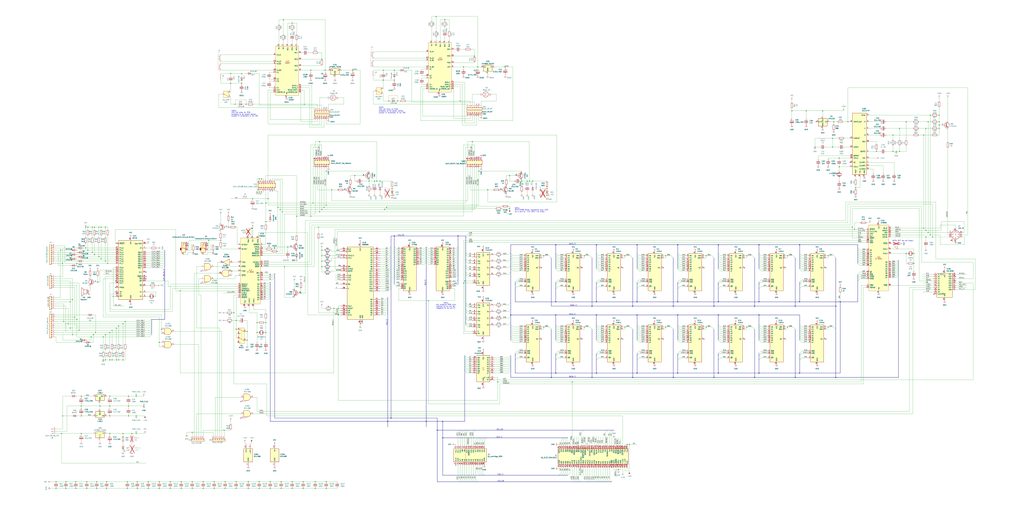
<source format=kicad_sch>
(kicad_sch (version 20231120) (generator "eeschema") (generator_version "8.0")
  (paper "User" 1184 594)
  (title_block (title "Sinclair QL Recreated") (date "2024-11-20") (rev "0") (company "by Alvaro Alea") (comment 1 "Based on ISSUE 6"))
  (lib_symbols
    (symbol "74xx:74LS245" (pin_names (offset 1.016))
      (property "Reference" "U" (at -7.62 16.51 0))
      (property "Value" "74LS245" (at -7.62 -16.51 0))
      (symbol "74LS245_1_0"
        (pin input line (at -12.7 -10.16 0) (length 5.08) (name "A->B") (number "1"))
        (pin power_in line (at 0 -20.32 90) (length 5.08) (name "GND") (number "10"))
        (pin tri_state line (at 12.7 -5.08 180) (length 5.08) (name "B7") (number "11"))
        (pin tri_state line (at 12.7 -2.54 180) (length 5.08) (name "B6") (number "12"))
        (pin tri_state line (at 12.7 0 180) (length 5.08) (name "B5") (number "13"))
        (pin tri_state line (at 12.7 2.54 180) (length 5.08) (name "B4") (number "14"))
        (pin tri_state line (at 12.7 5.08 180) (length 5.08) (name "B3") (number "15"))
        (pin tri_state line (at 12.7 7.62 180) (length 5.08) (name "B2") (number "16"))
        (pin tri_state line (at 12.7 10.16 180) (length 5.08) (name "B1") (number "17"))
        (pin tri_state line (at 12.7 12.7 180) (length 5.08) (name "B0") (number "18"))
        (pin input inverted (at -12.7 -12.7 0) (length 5.08) (name "CE") (number "19"))
        (pin tri_state line (at -12.7 12.7 0) (length 5.08) (name "A0") (number "2"))
        (pin power_in line (at 0 20.32 270) (length 5.08) (name "VCC") (number "20"))
        (pin tri_state line (at -12.7 10.16 0) (length 5.08) (name "A1") (number "3"))
        (pin tri_state line (at -12.7 7.62 0) (length 5.08) (name "A2") (number "4"))
        (pin tri_state line (at -12.7 5.08 0) (length 5.08) (name "A3") (number "5"))
        (pin tri_state line (at -12.7 2.54 0) (length 5.08) (name "A4") (number "6"))
        (pin tri_state line (at -12.7 0 0) (length 5.08) (name "A5") (number "7"))
        (pin tri_state line (at -12.7 -2.54 0) (length 5.08) (name "A6") (number "8"))
        (pin tri_state line (at -12.7 -5.08 0) (length 5.08) (name "A7") (number "9"))
      )
    )
    (symbol "74xx:74LS257" (pin_names (offset 1.016))
      (property "Reference" "U" (at -7.62 19.05 0))
      (property "Value" "74LS257" (at -7.62 -21.59 0))
      (symbol "74LS257_1_0"
        (pin input line (at -12.7 -15.24 0) (length 5.08) (name "S") (number "1"))
        (pin input line (at -12.7 -10.16 0) (length 5.08) (name "I1d") (number "10"))
        (pin input line (at -12.7 -7.62 0) (length 5.08) (name "I0d") (number "11"))
        (pin tri_state line (at 12.7 0 180) (length 5.08) (name "Zc") (number "12"))
        (pin input line (at -12.7 -2.54 0) (length 5.08) (name "I1c") (number "13"))
        (pin input line (at -12.7 0 0) (length 5.08) (name "I0c") (number "14"))
        (pin input inverted (at -12.7 -17.78 0) (length 5.08) (name "OE") (number "15"))
        (pin power_in line (at 0 22.86 270) (length 5.08) (name "VCC") (number "16"))
        (pin input line (at -12.7 15.24 0) (length 5.08) (name "I0a") (number "2"))
        (pin input line (at -12.7 12.7 0) (length 5.08) (name "I1a") (number "3"))
        (pin tri_state line (at 12.7 15.24 180) (length 5.08) (name "Za") (number "4"))
        (pin input line (at -12.7 7.62 0) (length 5.08) (name "I0b") (number "5"))
        (pin input line (at -12.7 5.08 0) (length 5.08) (name "I1b") (number "6"))
        (pin tri_state line (at 12.7 7.62 180) (length 5.08) (name "Zb") (number "7"))
        (pin power_in line (at 0 -25.4 90) (length 5.08) (name "GND") (number "8"))
        (pin tri_state line (at 12.7 -7.62 180) (length 5.08) (name "Zd") (number "9"))
      )
    )
    (symbol "8bits:2G007" (pin_names (offset 1.016))
      (property "Reference" "U29" (at 0.9241 -31.75 0))
      (property "Value" "2G007" (at 0.9241 -34.29 0))
      (symbol "2G007_1_1"
        (text "ULA\n2G007" (at -0.254 9.398 0) (effects (font (size 1.27 1.27))))
        (pin passive line (at -16.51 -12.7 0) (length 2.54) (name "C3") (number "1"))
        (pin passive line (at -16.51 0 0) (length 2.54) (name "IN_B2") (number "10"))
        (pin passive line (at -10.16 30.48 270) (length 2.54) (name "R1") (number "11"))
        (pin power_in line (at -1.27 -31.75 90) (length 2.54) (name "Vss") (number "12"))
        (pin passive line (at -16.51 10.16 0) (length 2.54) (name "IN_A2") (number "13"))
        (pin passive line (at 15.24 20.32 180) (length 2.54) (name "RC4") (number "14"))
        (pin passive line (at 15.24 5.08 180) (length 2.54) (name "RC6") (number "15"))
        (pin passive line (at 15.24 12.7 180) (length 2.54) (name "RC5") (number "16"))
        (pin passive line (at -16.51 -2.54 0) (length 2.54) (name "C1") (number "17"))
        (pin passive line (at -16.51 -10.16 0) (length 2.54) (name "C2") (number "18"))
        (pin bidirectional line (at 15.24 -20.32 180) (length 2.54) (name "DATA_2") (number "19"))
        (pin passive line (at -16.51 -20.32 0) (length 2.54) (name "C4") (number "2"))
        (pin output line (at 15.24 -25.4 180) (length 2.54) (name "COMMS_OUT") (number "20"))
        (pin input line (at -16.51 -22.86 0) (length 2.54) (name "CLK") (number "21"))
        (pin input line (at -16.51 -25.4 0) (length 2.54) (name "COMMS_IN") (number "22"))
        (pin input line (at 15.24 -22.86 180) (length 2.54) (name "READ/WRITE") (number "23"))
        (pin bidirectional line (at 15.24 -17.78 180) (length 2.54) (name "DATA_1") (number "24"))
        (pin passive line (at 0 30.48 270) (length 2.54) (name "RC1") (number "3"))
        (pin passive line (at 10.16 30.48 270) (length 2.54) (name "RC3") (number "4"))
        (pin passive line (at 5.08 30.48 270) (length 2.54) (name "RC2") (number "5"))
        (pin passive line (at -16.51 7.62 0) (length 2.54) (name "IN_B1") (number "6"))
        (pin passive line (at -5.08 30.48 270) (length 2.54) (name "R2") (number "7"))
        (pin passive line (at -16.51 17.78 0) (length 2.54) (name "IN_A1") (number "8"))
        (pin power_in line (at 15.24 0 180) (length 2.54) (name "VCC") (number "9"))
      )
    )
    (symbol "8bits:4164A" (pin_names (offset 1.016))
      (property "Reference" "U1" (at 2.1941 30.48 0))
      (property "Value" "4164A" (at 2.1941 27.94 0))
      (symbol "4164A_1_1"
        (pin no_connect line (at 10.16 8.89 180) (length 2.54) (name "NC") (number "1"))
        (pin input line (at -10.16 10.16 0) (length 2.54) (name "A5") (number "10"))
        (pin input line (at -10.16 12.7 0) (length 2.54) (name "A4") (number "11"))
        (pin input line (at -10.16 15.24 0) (length 2.54) (name "A3") (number "12"))
        (pin input line (at -10.16 7.62 0) (length 2.54) (name "A6") (number "13"))
        (pin tri_state line (at 10.16 20.32 180) (length 2.54) (name "D0o") (number "14"))
        (pin input line (at -10.16 -7.62 0) (length 2.54) (name "~{CAS}") (number "15"))
        (pin power_in line (at 0 -20.32 90) (length 2.54) (name "GND") (number "16"))
        (pin tri_state line (at 10.16 22.86 180) (length 2.54) (name "D0i") (number "2"))
        (pin input line (at -10.16 -12.7 0) (length 2.54) (name "~{WR}") (number "3"))
        (pin input line (at -10.16 -5.08 0) (length 2.54) (name "~{RAS}") (number "4"))
        (pin input line (at -10.16 22.86 0) (length 2.54) (name "A0") (number "5"))
        (pin input line (at -10.16 17.78 0) (length 2.54) (name "A2") (number "6"))
        (pin input line (at -10.16 20.32 0) (length 2.54) (name "A1") (number "7"))
        (pin power_in line (at 0 27.94 270) (length 2.54) (name "VCC") (number "8"))
        (pin input line (at -10.16 5.08 0) (length 2.54) (name "A7") (number "9"))
      )
    )
    (symbol "8bits:68008D" (pin_names (offset 1.016))
      (property "Reference" "U1" (at 2.1941 46.355 0))
      (property "Value" "68008D" (at 2.1941 43.815 0))
      (symbol "68008D_1_1"
        (pin tri_state line (at 22.86 30.48 180) (length 7.62) (name "A3") (number "1"))
        (pin tri_state line (at 22.86 7.62 180) (length 7.62) (name "A12") (number "10"))
        (pin tri_state line (at 22.86 5.08 180) (length 7.62) (name "A13") (number "11"))
        (pin tri_state line (at 22.86 2.54 180) (length 7.62) (name "A14") (number "12"))
        (pin power_in line (at 0 45.72 270) (length 5.08) (name "VCC") (number "13"))
        (pin tri_state line (at 22.86 0 180) (length 7.62) (name "A15") (number "14"))
        (pin power_in line (at 2.54 -48.26 90) (length 5.08) (name "GND") (number "15"))
        (pin tri_state line (at 22.86 -2.54 180) (length 7.62) (name "A16") (number "16"))
        (pin tri_state line (at 22.86 -5.08 180) (length 7.62) (name "A17") (number "17"))
        (pin tri_state line (at 22.86 -7.62 180) (length 7.62) (name "A18") (number "18"))
        (pin tri_state line (at 22.86 -10.16 180) (length 7.62) (name "A19") (number "19"))
        (pin tri_state line (at 22.86 27.94 180) (length 7.62) (name "A4") (number "2"))
        (pin tri_state line (at 22.86 -38.1 180) (length 7.62) (name "D7") (number "20"))
        (pin tri_state line (at 22.86 -35.56 180) (length 7.62) (name "D6") (number "21"))
        (pin tri_state line (at 22.86 -33.02 180) (length 7.62) (name "D5") (number "22"))
        (pin tri_state line (at 22.86 -30.48 180) (length 7.62) (name "D4") (number "23"))
        (pin tri_state line (at 22.86 -27.94 180) (length 7.62) (name "D3") (number "24"))
        (pin tri_state line (at 22.86 -25.4 180) (length 7.62) (name "D2") (number "25"))
        (pin tri_state line (at 22.86 -22.86 180) (length 7.62) (name "D1") (number "26"))
        (pin tri_state line (at 22.86 -20.32 180) (length 7.62) (name "D0") (number "27"))
        (pin tri_state inverted (at -22.86 -33.02 0) (length 7.62) (name "AS") (number "28"))
        (pin tri_state inverted (at -22.86 -35.56 0) (length 7.62) (name "DS") (number "29"))
        (pin tri_state line (at 22.86 25.4 180) (length 7.62) (name "A5") (number "3"))
        (pin tri_state line (at -22.86 -38.1 0) (length 7.62) (name "R/W") (number "30"))
        (pin input inverted (at -22.86 15.24 0) (length 7.62) (name "DTACK") (number "31"))
        (pin output inverted (at -22.86 -2.54 0) (length 7.62) (name "BG") (number "32"))
        (pin input inverted (at -22.86 17.78 0) (length 7.62) (name "BR") (number "33"))
        (pin input clock (at -22.86 38.1 0) (length 7.62) (name "CLK") (number "34"))
        (pin power_in line (at 0 -48.26 90) (length 5.08) (name "GND") (number "35"))
        (pin bidirectional inverted (at -22.86 -27.94 0) (length 7.62) (name "HALT") (number "36"))
        (pin bidirectional inverted (at -22.86 -30.48 0) (length 7.62) (name "RESET") (number "37"))
        (pin output line (at -22.86 -7.62 0) (length 7.62) (name "E") (number "38"))
        (pin input inverted (at -22.86 35.56 0) (length 7.62) (name "VPA") (number "39"))
        (pin tri_state line (at 22.86 22.86 180) (length 7.62) (name "A6") (number "4"))
        (pin input inverted (at -22.86 12.7 0) (length 7.62) (name "BERR") (number "40"))
        (pin input inverted (at -22.86 27.94 0) (length 7.62) (name "IPL1") (number "41"))
        (pin input inverted (at -22.86 30.48 0) (length 7.62) (name "IPL0/2") (number "42"))
        (pin output line (at -22.86 2.54 0) (length 7.62) (name "FC2") (number "43"))
        (pin output line (at -22.86 5.08 0) (length 7.62) (name "FC1") (number "44"))
        (pin output line (at -22.86 7.62 0) (length 7.62) (name "FC0") (number "45"))
        (pin tri_state line (at 22.86 38.1 180) (length 7.62) (name "A0") (number "46"))
        (pin tri_state line (at 22.86 35.56 180) (length 7.62) (name "A1") (number "47"))
        (pin tri_state line (at 22.86 33.02 180) (length 7.62) (name "A2") (number "48"))
        (pin tri_state line (at 22.86 20.32 180) (length 7.62) (name "A7") (number "5"))
        (pin tri_state line (at 22.86 17.78 180) (length 7.62) (name "A8") (number "6"))
        (pin tri_state line (at 22.86 15.24 180) (length 7.62) (name "A9") (number "7"))
        (pin tri_state line (at 22.86 12.7 180) (length 7.62) (name "A10") (number "8"))
        (pin tri_state line (at 22.86 10.16 180) (length 7.62) (name "A11") (number "9"))
      )
    )
    (symbol "8bits:MC1377P" (pin_names (offset 1.016))
      (property "Reference" "U28" (at 2.1941 41.91 0))
      (property "Value" "MC1377P" (at 2.1941 39.37 0))
      (symbol "MC1377P_1_1"
        (pin passive line (at 10.16 -7.62 180) (length 2.54) (name "BURST") (number "1"))
        (pin passive line (at -11.43 -2.54 0) (length 2.54) (name "CHRIN") (number "10"))
        (pin passive line (at 10.16 -24.13 180) (length 2.54) (name "CLAMP2") (number "11"))
        (pin passive line (at 10.16 -27.94 180) (length 2.54) (name "CLAMP3") (number "12"))
        (pin passive line (at -11.43 7.62 0) (length 2.54) (name "CHROUT") (number "13"))
        (pin power_in line (at 10.16 -15.24 180) (length 2.54) (name "VCC") (number "14"))
        (pin power_in line (at 5.08 -36.83 90) (length 2.54) (name "GND") (number "15"))
        (pin passive line (at 10.16 3.81 180) (length 2.54) (name "8V2") (number "16"))
        (pin passive line (at -11.43 -25.4 0) (length 2.54) (name "XTAL1") (number "17"))
        (pin passive line (at -11.43 -15.24 0) (length 2.54) (name "XTAL2") (number "18"))
        (pin passive line (at -11.43 -12.7 0) (length 2.54) (name "90ºREF") (number "19"))
        (pin input line (at 10.16 34.29 180) (length 2.54) (name "SYNC") (number "2"))
        (pin no_connect line (at -11.43 -20.32 0) (length 2.54) (name "NC") (number "20"))
        (pin input line (at 10.16 26.67 180) (length 2.54) (name "R") (number "3"))
        (pin input line (at 10.16 19.05 180) (length 2.54) (name "G") (number "4"))
        (pin input line (at 10.16 11.43 180) (length 2.54) (name "B") (number "5"))
        (pin passive line (at -5.08 -36.83 90) (length 2.54) (name "YOUT") (number "6"))
        (pin passive line (at 10.16 -20.32 180) (length 2.54) (name "CLAMP1") (number "7"))
        (pin passive line (at 0 -36.83 90) (length 2.54) (name "YIN") (number "8"))
        (pin output line (at -11.43 26.67 0) (length 2.54) (name "COMP_OUT") (number "9"))
      )
    )
    (symbol "8bits:MC1488" (pin_names (offset 1.016))
      (property "Reference" "U" (at 0 1.27 0))
      (property "Value" "MC1488" (at 0 -1.27 0))
      (symbol "MC1488_1_1"
        (pin input line (at -7.62 0 0) (length 3.81) (name "~") (number "2"))
        (pin output inverted (at 7.62 0 180) (length 3.81) (name "~") (number "3"))
      )
      (symbol "MC1488_1_2"
        (pin input inverted (at -7.62 2.54 0) (length 4.318) (name "~") (number "1"))
        (pin input inverted (at -7.62 -2.54 0) (length 4.318) (name "~") (number "2"))
        (pin output line (at 7.62 0 180) (length 3.81) (name "~") (number "3"))
      )
      (symbol "MC1488_2_1"
        (pin input line (at -7.62 2.54 0) (length 3.81) (name "~") (number "4"))
        (pin input line (at -7.62 -2.54 0) (length 3.81) (name "~") (number "5"))
        (pin output inverted (at 7.62 0 180) (length 3.81) (name "~") (number "6"))
      )
      (symbol "MC1488_2_2"
        (pin input inverted (at -7.62 2.54 0) (length 4.318) (name "~") (number "4"))
        (pin input inverted (at -7.62 -2.54 0) (length 4.318) (name "~") (number "5"))
        (pin output line (at 7.62 0 180) (length 3.81) (name "~") (number "6"))
      )
      (symbol "MC1488_3_1"
        (pin input line (at -7.62 -2.54 0) (length 3.81) (name "~") (number "10"))
        (pin output inverted (at 7.62 0 180) (length 3.81) (name "~") (number "8"))
        (pin input line (at -7.62 2.54 0) (length 3.81) (name "~") (number "9"))
      )
      (symbol "MC1488_3_2"
        (pin input inverted (at -7.62 -2.54 0) (length 4.318) (name "~") (number "10"))
        (pin output line (at 7.62 0 180) (length 3.81) (name "~") (number "8"))
        (pin input inverted (at -7.62 2.54 0) (length 4.318) (name "~") (number "9"))
      )
      (symbol "MC1488_4_1"
        (pin output inverted (at 7.62 0 180) (length 3.81) (name "~") (number "11"))
        (pin input line (at -7.62 2.54 0) (length 3.81) (name "~") (number "12"))
        (pin input line (at -7.62 -2.54 0) (length 3.81) (name "~") (number "13"))
      )
      (symbol "MC1488_4_2"
        (pin output line (at 7.62 0 180) (length 3.81) (name "~") (number "11"))
        (pin input inverted (at -7.62 2.54 0) (length 4.318) (name "~") (number "12"))
        (pin input inverted (at -7.62 -2.54 0) (length 4.318) (name "~") (number "13"))
      )
      (symbol "MC1488_5_0"
        (pin power_in line (at 2.54 12.7 270) (length 5.08) (name "-VEE") (number "1"))
        (pin power_in line (at -2.54 12.7 270) (length 5.08) (name "+Vs") (number "14"))
        (pin power_in line (at 0 -12.7 90) (length 5.08) (name "GND") (number "7"))
      )
    )
    (symbol "8bits:MC1489" (pin_names (offset 1.016))
      (property "Reference" "U" (at 0 1.27 0))
      (property "Value" "MC1489" (at 0 -1.27 0))
      (symbol "MC1489_1_1"
        (pin input line (at -7.62 0 0) (length 3.81) (name "~") (number "1"))
        (pin input line (at -7.62 -5.08 0) (length 3.81) (name "~") (number "2"))
        (pin output inverted (at 7.62 0 180) (length 3.81) (name "~") (number "3"))
      )
      (symbol "MC1489_1_2"
        (pin input inverted (at -7.62 2.54 0) (length 4.318) (name "~") (number "1"))
        (pin input inverted (at -7.62 -2.54 0) (length 4.318) (name "~") (number "2"))
        (pin output line (at 7.62 0 180) (length 3.81) (name "~") (number "3"))
      )
      (symbol "MC1489_2_1"
        (pin input line (at -7.62 0 0) (length 3.81) (name "~") (number "4"))
        (pin input line (at -7.62 -5.08 0) (length 3.81) (name "~") (number "5"))
        (pin output inverted (at 7.62 0 180) (length 3.81) (name "~") (number "6"))
      )
      (symbol "MC1489_2_2"
        (pin input inverted (at -7.62 2.54 0) (length 4.318) (name "~") (number "4"))
        (pin input inverted (at -7.62 -2.54 0) (length 4.318) (name "~") (number "5"))
        (pin output line (at 7.62 0 180) (length 3.81) (name "~") (number "6"))
      )
      (symbol "MC1489_3_1"
        (pin input line (at -7.62 0 0) (length 3.81) (name "~") (number "10"))
        (pin output inverted (at 7.62 0 180) (length 3.81) (name "~") (number "8"))
        (pin input line (at -7.62 -5.08 0) (length 3.81) (name "~") (number "9"))
      )
      (symbol "MC1489_3_2"
        (pin input inverted (at -7.62 -2.54 0) (length 4.318) (name "~") (number "10"))
        (pin output line (at 7.62 0 180) (length 3.81) (name "~") (number "8"))
        (pin input inverted (at -7.62 2.54 0) (length 4.318) (name "~") (number "9"))
      )
      (symbol "MC1489_4_1"
        (pin output inverted (at 7.62 0 180) (length 3.81) (name "~") (number "11"))
        (pin input line (at -7.62 -5.08 0) (length 3.81) (name "~") (number "12"))
        (pin input line (at -7.62 0 0) (length 3.81) (name "~") (number "13"))
      )
      (symbol "MC1489_4_2"
        (pin output line (at 7.62 0 180) (length 3.81) (name "~") (number "11"))
        (pin input inverted (at -7.62 2.54 0) (length 4.318) (name "~") (number "12"))
        (pin input inverted (at -7.62 -2.54 0) (length 4.318) (name "~") (number "13"))
      )
      (symbol "MC1489_5_0"
        (pin power_in line (at 0 12.7 270) (length 5.08) (name "Vs") (number "14"))
        (pin power_in line (at 0 -12.7 90) (length 5.08) (name "GND") (number "7"))
      )
    )
    (symbol "8bits:QL_SLOT_DIN41612" (pin_names (offset 1.016))
      (property "Reference" "J" (at 1.27 40.64 0))
      (property "Value" "QL_SLOT_DIN41612" (at 1.27 -43.18 0))
      (symbol "QL_SLOT_DIN41612_1_1"
        (pin passive line (at -12.7 38.1 0) (length 3.81) (name "GND") (number "a1"))
        (pin passive line (at -12.7 15.24 0) (length 3.81) (name "A16") (number "a10"))
        (pin passive line (at -12.7 12.7 0) (length 3.81) (name "CLKCPU") (number "a11"))
        (pin passive line (at -12.7 10.16 0) (length 3.81) (name "RED") (number "a12"))
        (pin passive line (at -12.7 7.62 0) (length 3.81) (name "A14") (number "a13"))
        (pin passive line (at -12.7 5.08 0) (length 3.81) (name "A13") (number "a14"))
        (pin passive line (at -12.7 2.54 0) (length 3.81) (name "A12") (number "a15"))
        (pin passive line (at -12.7 0 0) (length 3.81) (name "A11") (number "a16"))
        (pin passive line (at -12.7 -2.54 0) (length 3.81) (name "A10") (number "a17"))
        (pin passive line (at -12.7 -5.08 0) (length 3.81) (name "A9") (number "a18"))
        (pin passive line (at -12.7 -7.62 0) (length 3.81) (name "A8") (number "a19"))
        (pin bidirectional line (at -12.7 35.56 0) (length 3.81) (name "D3") (number "a2"))
        (pin passive line (at -12.7 -10.16 0) (length 3.81) (name "A7") (number "a20"))
        (pin passive line (at -12.7 -12.7 0) (length 3.81) (name "A6") (number "a21"))
        (pin passive line (at -12.7 -15.24 0) (length 3.81) (name "A5") (number "a22"))
        (pin passive line (at -12.7 -17.78 0) (length 3.81) (name "A4") (number "a23"))
        (pin passive line (at -12.7 -20.32 0) (length 3.81) (name "A3") (number "a24"))
        (pin passive inverted (at -12.7 -22.86 0) (length 3.81) (name "~{DBG}") (number "a25"))
        (pin passive line (at -12.7 -25.4 0) (length 3.81) (name "SP2") (number "a26"))
        (pin passive inverted (at -12.7 -27.94 0) (length 3.81) (name "~{DSMC}") (number "a27"))
        (pin passive line (at -12.7 -30.48 0) (length 3.81) (name "SP1") (number "a28"))
        (pin passive line (at -12.7 -33.02 0) (length 3.81) (name "SP0") (number "a29"))
        (pin bidirectional line (at -12.7 33.02 0) (length 3.81) (name "D4") (number "a3"))
        (pin passive line (at -12.7 -35.56 0) (length 3.81) (name "+12V") (number "a30"))
        (pin passive line (at -12.7 -38.1 0) (length 3.81) (name "-12V") (number "a31"))
        (pin passive line (at -12.7 -40.64 0) (length 3.81) (name "Vin") (number "a32"))
        (pin bidirectional line (at -12.7 30.48 0) (length 3.81) (name "D5") (number "a4"))
        (pin bidirectional line (at -12.7 27.94 0) (length 3.81) (name "D6") (number "a5"))
        (pin bidirectional line (at -12.7 25.4 0) (length 3.81) (name "D7") (number "a6"))
        (pin passive line (at -12.7 22.86 0) (length 3.81) (name "A19") (number "a7"))
        (pin passive line (at -12.7 20.32 0) (length 3.81) (name "A18") (number "a8"))
        (pin passive line (at -12.7 17.78 0) (length 3.81) (name "A17") (number "a9"))
        (pin passive line (at 12.7 38.1 180) (length 3.81) (name "GND") (number "b1"))
        (pin passive inverted (at 12.7 15.24 180) (length 3.81) (name "~{BR}") (number "b10"))
        (pin passive line (at 12.7 12.7 180) (length 3.81) (name "A15") (number "b11"))
        (pin passive inverted (at 12.7 10.16 180) (length 3.81) (name "~{RESETCPU}") (number "b12"))
        (pin passive inverted (at 12.7 7.62 180) (length 3.81) (name "~{CSYNC}") (number "b13"))
        (pin passive line (at 12.7 5.08 180) (length 3.81) (name "E") (number "b14"))
        (pin passive line (at 12.7 2.54 180) (length 3.81) (name "VSYNCH") (number "b15"))
        (pin passive inverted (at 12.7 0 180) (length 3.81) (name "~{VPA}") (number "b16"))
        (pin passive line (at 12.7 -2.54 180) (length 3.81) (name "GREEN") (number "b17"))
        (pin passive line (at 12.7 -5.08 180) (length 3.81) (name "BLUE") (number "b18"))
        (pin passive line (at 12.7 -7.62 180) (length 3.81) (name "FC2") (number "b19"))
        (pin bidirectional line (at 12.7 35.56 180) (length 3.81) (name "D2") (number "b2"))
        (pin passive line (at 12.7 -10.16 180) (length 3.81) (name "FC1") (number "b20"))
        (pin passive line (at 12.7 -12.7 180) (length 3.81) (name "FC0") (number "b21"))
        (pin passive line (at 12.7 -15.24 180) (length 3.81) (name "A0") (number "b22"))
        (pin passive line (at 12.7 -17.78 180) (length 3.81) (name "ROMOEH") (number "b23"))
        (pin passive line (at 12.7 -20.32 180) (length 3.81) (name "A1") (number "b24"))
        (pin passive line (at 12.7 -22.86 180) (length 3.81) (name "A2") (number "b25"))
        (pin passive line (at 12.7 -25.4 180) (length 3.81) (name "SP3") (number "b26"))
        (pin passive inverted (at 12.7 -27.94 180) (length 3.81) (name "~{IPLO}") (number "b27"))
        (pin passive inverted (at 12.7 -30.48 180) (length 3.81) (name "~{BERR}") (number "b28"))
        (pin passive inverted (at 12.7 -33.02 180) (length 3.81) (name "~{IPL1}") (number "b29"))
        (pin bidirectional line (at 12.7 33.02 180) (length 3.81) (name "D1") (number "b3"))
        (pin passive inverted (at 12.7 -35.56 180) (length 3.81) (name "~{EXTINT}") (number "b30"))
        (pin passive line (at 12.7 -38.1 180) (length 3.81) (name "Vin") (number "b31"))
        (pin passive line (at 12.7 -40.64 180) (length 3.81) (name "Vin") (number "b32"))
        (pin bidirectional line (at 12.7 30.48 180) (length 3.81) (name "D0") (number "b4"))
        (pin passive inverted (at 12.7 27.94 180) (length 3.81) (name "~{AS}") (number "b5"))
        (pin passive inverted (at 12.7 25.4 180) (length 3.81) (name "~{DS}") (number "b6"))
        (pin passive inverted (at 12.7 22.86 180) (length 3.81) (name "~{DRW}") (number "b7"))
        (pin passive inverted (at 12.7 20.32 180) (length 3.81) (name "~{DTACK}") (number "b8"))
        (pin passive inverted (at 12.7 17.78 180) (length 3.81) (name "~{BG}") (number "b9"))
      )
    )
    (symbol "8bits:QL_cartridge_ROM" (pin_names (offset 1.016))
      (property "Reference" "J" (at 1.27 24.13 0))
      (property "Value" "QL_cartridge_ROM" (at 1.27 -16.51 0))
      (symbol "QL_cartridge_ROM_1_1"
        (pin passive line (at 12.7 20.32 180) (length 3.81) (name "Vcc") (number "1"))
        (pin passive line (at -10.16 10.16 0) (length 3.81) (name "A5") (number "10"))
        (pin passive line (at 12.7 7.62 180) (length 3.81) (name "A11") (number "11"))
        (pin passive line (at -10.16 7.62 0) (length 3.81) (name "A4") (number "12"))
        (pin passive line (at 12.7 5.08 180) (length 3.81) (name "~{ROMOE}") (number "13"))
        (pin passive line (at -10.16 5.08 0) (length 3.81) (name "A3") (number "14"))
        (pin passive line (at 12.7 2.54 180) (length 3.81) (name "A10") (number "15"))
        (pin passive line (at -10.16 2.54 0) (length 3.81) (name "A2") (number "16"))
        (pin passive line (at 12.7 0 180) (length 3.81) (name "A15") (number "17"))
        (pin passive line (at -10.16 0 0) (length 3.81) (name "A1") (number "18"))
        (pin passive line (at 12.7 -2.54 180) (length 3.81) (name "D7") (number "19"))
        (pin passive line (at -10.16 20.32 0) (length 3.81) (name "N/C") (number "2"))
        (pin passive line (at -10.16 -2.54 0) (length 3.81) (name "A0") (number "20"))
        (pin passive line (at 12.7 -5.08 180) (length 3.81) (name "D6") (number "21"))
        (pin passive line (at -10.16 -5.08 0) (length 3.81) (name "D0") (number "22"))
        (pin passive line (at 12.7 -7.62 180) (length 3.81) (name "D5") (number "23"))
        (pin passive line (at -10.16 -7.62 0) (length 3.81) (name "D1") (number "24"))
        (pin passive line (at 12.7 -10.16 180) (length 3.81) (name "D4") (number "25"))
        (pin passive line (at -10.16 -10.16 0) (length 3.81) (name "D2") (number "26"))
        (pin passive line (at 12.7 -12.7 180) (length 3.81) (name "D3") (number "27"))
        (pin passive line (at -10.16 -12.7 0) (length 3.81) (name "GND") (number "28"))
        (pin passive line (at 12.7 17.78 180) (length 3.81) (name "A14") (number "3"))
        (pin passive line (at -10.16 17.78 0) (length 3.81) (name "A12") (number "4"))
        (pin passive line (at 12.7 15.24 180) (length 3.81) (name "A13") (number "5"))
        (pin passive line (at -10.16 15.24 0) (length 3.81) (name "A7") (number "6"))
        (pin passive line (at 12.7 12.7 180) (length 3.81) (name "A8") (number "7"))
        (pin passive line (at -10.16 12.7 0) (length 3.81) (name "A6") (number "8"))
        (pin passive line (at 12.7 10.16 180) (length 3.81) (name "A9") (number "9"))
      )
    )
    (symbol "8bits:UM1233" (pin_names (offset 0.254))
      (property "Reference" "U17" (at 5.842 7.874 0))
      (property "Value" "UM1233" (at 5.842 5.334 0))
      (symbol "UM1233_1_1"
        (pin power_in line (at 0 6.35 270) (length 2.54) (name "VCC") (number "1"))
        (pin input line (at -7.62 0 0) (length 2.54) (name "O/P") (number "2"))
        (pin power_in line (at 0 -7.62 90) (length 2.54) (name "GND") (number "3"))
        (pin input line (at 7.62 0 180) (length 2.54) (name "IN") (number "4"))
      )
    )
    (symbol "8bits:ZX8301" (pin_names (offset 1.016))
      (property "Reference" "U22" (at 2.1941 41.91 0))
      (property "Value" "ZX8301" (at 2.1941 39.37 0))
      (symbol "ZX8301_1_1"
        (text "ULA\nZX 8301" (at 0 -1.27 0) (effects (font (size 1.27 1.27))))
        (pin output line (at -13.97 31.75 0) (length 2.54) (name "~{DTACK}") (number "1"))
        (pin output line (at -13.97 -25.4 0) (length 2.54) (name "~{CAS1}") (number "10"))
        (pin output line (at 13.97 22.86 180) (length 2.54) (name "VSYNC") (number "11"))
        (pin output line (at 13.97 25.4 180) (length 2.54) (name "CSYNC") (number "12"))
        (pin output line (at -13.97 7.62 0) (length 2.54) (name "A0") (number "13"))
        (pin bidirectional line (at 13.97 -6.35 180) (length 2.54) (name "D0") (number "14"))
        (pin power_in line (at 0 39.37 270) (length 2.54) (name "Vcc") (number "15"))
        (pin bidirectional line (at 13.97 -8.89 180) (length 2.54) (name "D1") (number "16"))
        (pin output line (at -13.97 5.08 0) (length 2.54) (name "A1") (number "17"))
        (pin output line (at -13.97 2.54 0) (length 2.54) (name "A2") (number "18"))
        (pin bidirectional line (at 13.97 -11.43 180) (length 2.54) (name "D2") (number "19"))
        (pin input line (at -13.97 24.13 0) (length 2.54) (name "A17") (number "2"))
        (pin output line (at -13.97 0 0) (length 2.54) (name "A3") (number "20"))
        (pin bidirectional line (at 13.97 -13.97 180) (length 2.54) (name "D3") (number "21"))
        (pin output line (at -13.97 -2.54 0) (length 2.54) (name "A4") (number "22"))
        (pin bidirectional line (at 13.97 -16.51 180) (length 2.54) (name "D4") (number "23"))
        (pin output line (at -13.97 -5.08 0) (length 2.54) (name "A5") (number "24"))
        (pin bidirectional line (at 13.97 -19.05 180) (length 2.54) (name "D5") (number "25"))
        (pin bidirectional line (at 13.97 -21.59 180) (length 2.54) (name "D6") (number "26"))
        (pin output line (at -13.97 -7.62 0) (length 2.54) (name "A6") (number "27"))
        (pin output line (at -13.97 -10.16 0) (length 2.54) (name "A7") (number "28"))
        (pin bidirectional line (at 13.97 -24.13 180) (length 2.54) (name "D7") (number "29"))
        (pin input line (at -13.97 26.67 0) (length 2.54) (name "A16") (number "3"))
        (pin output line (at 13.97 27.94 180) (length 2.54) (name "RED") (number "30"))
        (pin output line (at 13.97 30.48 180) (length 2.54) (name "GREEN") (number "31"))
        (pin output line (at 13.97 33.02 180) (length 2.54) (name "BLUE") (number "32"))
        (pin output line (at -13.97 -35.56 0) (length 2.54) (name "ROMOE") (number "33"))
        (pin passive line (at 13.97 8.89 180) (length 2.54) (name "XTAL1") (number "34"))
        (pin passive line (at 13.97 3.81 180) (length 2.54) (name "XTAL2") (number "35"))
        (pin passive line (at 13.97 -33.02 180) (length 2.54) (name "~{TXOE}") (number "36"))
        (pin output line (at -13.97 16.51 0) (length 2.54) (name "~{ROW}") (number "37"))
        (pin output line (at -13.97 19.05 0) (length 2.54) (name "VDA") (number "38"))
        (pin passive line (at 13.97 15.24 180) (length 2.54) (name "~{PCEN}") (number "39"))
        (pin output line (at -13.97 -33.02 0) (length 2.54) (name "~{RDW}") (number "4"))
        (pin output line (at -13.97 -17.78 0) (length 2.54) (name "~{WE}") (number "40"))
        (pin input line (at -13.97 21.59 0) (length 2.54) (name "~{DSMC}") (number "5"))
        (pin power_in line (at 0 -41.91 90) (length 2.54) (name "Vss") (number "6"))
        (pin output line (at -13.97 29.21 0) (length 2.54) (name "CLK_CPU") (number "7"))
        (pin output line (at -13.97 -20.32 0) (length 2.54) (name "~{RAS}") (number "8"))
        (pin output line (at -13.97 -22.86 0) (length 2.54) (name "~{CAS0}") (number "9"))
      )
    )
    (symbol "8bits:ZX8302" (pin_names (offset 1.016))
      (property "Reference" "U23" (at 11.0841 41.91 0))
      (property "Value" "ZX8302" (at 9.652 39.37 0))
      (symbol "ZX8302_1_1"
        (text "ULA\nZX 8302" (at 0 -1.27 0) (effects (font (size 1.27 1.27))))
        (pin output line (at 13.97 26.67 180) (length 2.54) (name "ERASE") (number "1"))
        (pin input line (at 13.97 6.35 180) (length 2.54) (name "~{PCEN}") (number "10"))
        (pin power_in line (at 2.54 39.37 270) (length 2.54) (name "Vcc") (number "11"))
        (pin bidirectional line (at 13.97 -21.59 180) (length 2.54) (name "D2") (number "12"))
        (pin output line (at -13.97 8.89 0) (length 2.54) (name "TXD1") (number "13"))
        (pin output line (at -13.97 -1.27 0) (length 2.54) (name "TXD2") (number "14"))
        (pin input line (at 13.97 -11.43 180) (length 2.54) (name "A5") (number "15"))
        (pin input line (at -13.97 24.13 0) (length 2.54) (name "NETINT") (number "16"))
        (pin input line (at 13.97 -8.89 180) (length 2.54) (name "A1") (number "17"))
        (pin input line (at 13.97 -6.35 180) (length 2.54) (name "A0") (number "18"))
        (pin bidirectional line (at 13.97 24.13 180) (length 2.54) (name "RAW2") (number "19"))
        (pin input line (at -13.97 -29.21 0) (length 2.54) (name "~{EXTINT}") (number "2"))
        (pin power_in line (at -6.35 -41.91 90) (length 2.54) (name "Vss") (number "20"))
        (pin bidirectional line (at 13.97 21.59 180) (length 2.54) (name "RAW1") (number "21"))
        (pin bidirectional line (at 13.97 -34.29 180) (length 2.54) (name "D7") (number "22"))
        (pin bidirectional line (at 13.97 -31.75 180) (length 2.54) (name "D6") (number "23"))
        (pin bidirectional line (at 13.97 -24.13 180) (length 2.54) (name "D3") (number "24"))
        (pin input line (at -13.97 -26.67 0) (length 2.54) (name "CLOCK") (number "25"))
        (pin input line (at 13.97 -3.81 180) (length 2.54) (name "~{IPLI}") (number "26"))
        (pin input line (at -13.97 -31.75 0) (length 2.54) (name "~{RESINT}") (number "27"))
        (pin output line (at -13.97 -24.13 0) (length 2.54) (name "~{RESETOUT}") (number "28"))
        (pin output line (at -13.97 -19.05 0) (length 2.54) (name "~{COMCT}") (number "29"))
        (pin output line (at 13.97 29.21 180) (length 2.54) (name "~{MDRWD}") (number "3"))
        (pin passive line (at 3.81 -41.91 90) (length 2.54) (name "XTAL1") (number "30"))
        (pin passive line (at -1.27 -41.91 90) (length 2.54) (name "XTAL2") (number "31"))
        (pin input line (at 13.97 8.89 180) (length 2.54) (name "VSYNCH") (number "32"))
        (pin output line (at 13.97 19.05 180) (length 2.54) (name "~{MDSELCK}") (number "33"))
        (pin output line (at 13.97 16.51 180) (length 2.54) (name "MDSELDN") (number "34"))
        (pin bidirectional line (at -13.97 -21.59 0) (length 2.54) (name "COMDATA") (number "35"))
        (pin bidirectional line (at 13.97 -19.05 180) (length 2.54) (name "D1") (number "36"))
        (pin bidirectional line (at 13.97 -16.51 180) (length 2.54) (name "D0") (number "37"))
        (pin bidirectional line (at 13.97 -29.21 180) (length 2.54) (name "D5") (number "38"))
        (pin bidirectional line (at 13.97 -26.67 180) (length 2.54) (name "D4") (number "39"))
        (pin output line (at -13.97 29.21 0) (length 2.54) (name "NETOUT") (number "4"))
        (pin power_in line (at -2.54 39.37 270) (length 2.54) (name "Vbat") (number "40"))
        (pin output line (at -13.97 -16.51 0) (length 2.54) (name "BAUDx4") (number "5"))
        (pin input line (at -13.97 3.81 0) (length 2.54) (name "~{DTR1}") (number "6"))
        (pin input line (at -13.97 -6.35 0) (length 2.54) (name "~{CST2}") (number "7"))
        (pin input line (at 13.97 3.81 180) (length 2.54) (name "~{DSMC}") (number "8"))
        (pin input line (at 8.89 39.37 270) (length 2.54) (name "~{R/W}") (number "9"))
      )
    )
    (symbol "8bits:stereo-magnetic-head" (pin_numbers hide) (pin_names (offset 1.016) hide)
      (property "Reference" "L2" (at -4.064 1.016 0))
      (property "Value" "stereo-magnetic-head" (at -4.318 -1.778 0))
      (symbol "stereo-magnetic-head_1_1"
        (pin passive line (at 0 7.62 180) (length 1.27) (name "1") (number "1"))
        (pin passive line (at 0 2.54 180) (length 1.27) (name "1") (number "2"))
        (pin passive line (at 0 -2.54 180) (length 1.27) (name "2") (number "3"))
        (pin passive line (at 0 -7.62 180) (length 1.27) (name "1") (number "4"))
      )
    )
    (symbol "Connector:Conn_01x03_Pin" (pin_names (offset 1.016) hide)
      (property "Reference" "J" (at 0 5.08 0))
      (property "Value" "Conn_01x03_Pin" (at 0 -5.08 0))
      (symbol "Conn_01x03_Pin_1_1"
        (pin passive line (at 5.08 2.54 180) (length 3.81) (name "Pin_1") (number "1"))
        (pin passive line (at 5.08 0 180) (length 3.81) (name "Pin_2") (number "2"))
        (pin passive line (at 5.08 -2.54 180) (length 3.81) (name "Pin_3") (number "3"))
      )
    )
    (symbol "Connector:DIN-8" (pin_names (offset 1.016))
      (property "Reference" "J7" (at -3.0165 -10.16 0))
      (property "Value" "DIN-8" (at -3.0165 -7.62 0))
      (symbol "DIN-8_1_1"
        (pin passive line (at 3.81 7.62 270) (length 2.54) (name "~") (number "0"))
        (pin passive line (at -7.62 0 0) (length 2.54) (name "~") (number "1"))
        (pin passive line (at 0 7.62 270) (length 2.54) (name "~") (number "2"))
        (pin passive line (at 7.62 0 180) (length 2.54) (name "~") (number "3"))
        (pin passive line (at -7.62 2.54 0) (length 2.54) (name "~") (number "4"))
        (pin passive line (at 7.62 2.54 180) (length 2.54) (name "~") (number "5"))
        (pin passive line (at -7.62 -2.54 0) (length 2.54) (name "~") (number "6"))
        (pin passive line (at 7.62 -2.54 180) (length 2.54) (name "~") (number "7"))
        (pin passive line (at 0 -7.62 90) (length 2.54) (name "~") (number "8"))
      )
    )
    (symbol "Connector_Audio:AudioJack2_Ground_Switch"
      (property "Reference" "J" (at 0 11.43 0))
      (property "Value" "AudioJack2_Ground_Switch" (at 0 8.89 0))
      (symbol "AudioJack2_Ground_Switch_1_1"
        (pin passive line (at 0 -7.62 90) (length 2.54) (name "~") (number "G"))
        (pin passive line (at 5.08 5.08 180) (length 2.54) (name "~") (number "S"))
        (pin passive line (at 5.08 2.54 180) (length 2.54) (name "~") (number "SN"))
        (pin passive line (at 5.08 0 180) (length 2.54) (name "~") (number "T"))
        (pin passive line (at 5.08 -2.54 180) (length 2.54) (name "~") (number "TN"))
      )
    )
    (symbol "Connector_Generic:Conn_01x06" (pin_names (offset 1.016) hide)
      (property "Reference" "J" (at 0 7.62 0))
      (property "Value" "Conn_01x06" (at 0 -10.16 0))
      (symbol "Conn_01x06_1_1"
        (pin passive line (at -5.08 5.08 0) (length 3.81) (name "Pin_1") (number "1"))
        (pin passive line (at -5.08 2.54 0) (length 3.81) (name "Pin_2") (number "2"))
        (pin passive line (at -5.08 0 0) (length 3.81) (name "Pin_3") (number "3"))
        (pin passive line (at -5.08 -2.54 0) (length 3.81) (name "Pin_4") (number "4"))
        (pin passive line (at -5.08 -5.08 0) (length 3.81) (name "Pin_5") (number "5"))
        (pin passive line (at -5.08 -7.62 0) (length 3.81) (name "Pin_6") (number "6"))
      )
    )
    (symbol "Connector_Generic:Conn_01x07" (pin_names (offset 1.016) hide)
      (property "Reference" "J" (at 0 10.16 0))
      (property "Value" "Conn_01x07" (at 0 -10.16 0))
      (symbol "Conn_01x07_1_1"
        (pin passive line (at -5.08 7.62 0) (length 3.81) (name "Pin_1") (number "1"))
        (pin passive line (at -5.08 5.08 0) (length 3.81) (name "Pin_2") (number "2"))
        (pin passive line (at -5.08 2.54 0) (length 3.81) (name "Pin_3") (number "3"))
        (pin passive line (at -5.08 0 0) (length 3.81) (name "Pin_4") (number "4"))
        (pin passive line (at -5.08 -2.54 0) (length 3.81) (name "Pin_5") (number "5"))
        (pin passive line (at -5.08 -5.08 0) (length 3.81) (name "Pin_6") (number "6"))
        (pin passive line (at -5.08 -7.62 0) (length 3.81) (name "Pin_7") (number "7"))
      )
    )
    (symbol "Connector_Generic:Conn_01x09" (pin_names (offset 1.016) hide)
      (property "Reference" "J" (at 0 12.7 0))
      (property "Value" "Conn_01x09" (at 0 -12.7 0))
      (symbol "Conn_01x09_1_1"
        (pin passive line (at -5.08 10.16 0) (length 3.81) (name "Pin_1") (number "1"))
        (pin passive line (at -5.08 7.62 0) (length 3.81) (name "Pin_2") (number "2"))
        (pin passive line (at -5.08 5.08 0) (length 3.81) (name "Pin_3") (number "3"))
        (pin passive line (at -5.08 2.54 0) (length 3.81) (name "Pin_4") (number "4"))
        (pin passive line (at -5.08 0 0) (length 3.81) (name "Pin_5") (number "5"))
        (pin passive line (at -5.08 -2.54 0) (length 3.81) (name "Pin_6") (number "6"))
        (pin passive line (at -5.08 -5.08 0) (length 3.81) (name "Pin_7") (number "7"))
        (pin passive line (at -5.08 -7.62 0) (length 3.81) (name "Pin_8") (number "8"))
        (pin passive line (at -5.08 -10.16 0) (length 3.81) (name "Pin_9") (number "9"))
      )
    )
    (symbol "Connector_Generic:Conn_01x11" (pin_names (offset 1.016) hide)
      (property "Reference" "J" (at 0 15.24 0))
      (property "Value" "Conn_01x11" (at 0 -15.24 0))
      (symbol "Conn_01x11_1_1"
        (pin passive line (at -5.08 12.7 0) (length 3.81) (name "Pin_1") (number "1"))
        (pin passive line (at -5.08 -10.16 0) (length 3.81) (name "Pin_10") (number "10"))
        (pin passive line (at -5.08 -12.7 0) (length 3.81) (name "Pin_11") (number "11"))
        (pin passive line (at -5.08 10.16 0) (length 3.81) (name "Pin_2") (number "2"))
        (pin passive line (at -5.08 7.62 0) (length 3.81) (name "Pin_3") (number "3"))
        (pin passive line (at -5.08 5.08 0) (length 3.81) (name "Pin_4") (number "4"))
        (pin passive line (at -5.08 2.54 0) (length 3.81) (name "Pin_5") (number "5"))
        (pin passive line (at -5.08 0 0) (length 3.81) (name "Pin_6") (number "6"))
        (pin passive line (at -5.08 -2.54 0) (length 3.81) (name "Pin_7") (number "7"))
        (pin passive line (at -5.08 -5.08 0) (length 3.81) (name "Pin_8") (number "8"))
        (pin passive line (at -5.08 -7.62 0) (length 3.81) (name "Pin_9") (number "9"))
      )
    )
    (symbol "Connector_Generic:Conn_02x07_Top_Bottom" (pin_names (offset 1.016) hide)
      (property "Reference" "J" (at 1.27 10.16 0))
      (property "Value" "Conn_02x07_Top_Bottom" (at 1.27 -10.16 0))
      (symbol "Conn_02x07_Top_Bottom_1_1"
        (pin passive line (at -5.08 7.62 0) (length 3.81) (name "Pin_1") (number "1"))
        (pin passive line (at 7.62 2.54 180) (length 3.81) (name "Pin_10") (number "10"))
        (pin passive line (at 7.62 0 180) (length 3.81) (name "Pin_11") (number "11"))
        (pin passive line (at 7.62 -2.54 180) (length 3.81) (name "Pin_12") (number "12"))
        (pin passive line (at 7.62 -5.08 180) (length 3.81) (name "Pin_13") (number "13"))
        (pin passive line (at 7.62 -7.62 180) (length 3.81) (name "Pin_14") (number "14"))
        (pin passive line (at -5.08 5.08 0) (length 3.81) (name "Pin_2") (number "2"))
        (pin passive line (at -5.08 2.54 0) (length 3.81) (name "Pin_3") (number "3"))
        (pin passive line (at -5.08 0 0) (length 3.81) (name "Pin_4") (number "4"))
        (pin passive line (at -5.08 -2.54 0) (length 3.81) (name "Pin_5") (number "5"))
        (pin passive line (at -5.08 -5.08 0) (length 3.81) (name "Pin_6") (number "6"))
        (pin passive line (at -5.08 -7.62 0) (length 3.81) (name "Pin_7") (number "7"))
        (pin passive line (at 7.62 7.62 180) (length 3.81) (name "Pin_8") (number "8"))
        (pin passive line (at 7.62 5.08 180) (length 3.81) (name "Pin_9") (number "9"))
      )
    )
    (symbol "Connector_Generic:Conn_02x08_Row_Letter_Last" (pin_names (offset 1.016) hide)
      (property "Reference" "J" (at 1.27 10.16 0))
      (property "Value" "Conn_02x08_Row_Letter_Last" (at 1.27 -12.7 0))
      (symbol "Conn_02x08_Row_Letter_Last_1_1"
        (pin passive line (at -5.08 7.62 0) (length 3.81) (name "Pin_1a") (number "1a"))
        (pin passive line (at 7.62 7.62 180) (length 3.81) (name "Pin_1b") (number "1b"))
        (pin passive line (at -5.08 5.08 0) (length 3.81) (name "Pin_2a") (number "2a"))
        (pin passive line (at 7.62 5.08 180) (length 3.81) (name "Pin_2b") (number "2b"))
        (pin passive line (at -5.08 2.54 0) (length 3.81) (name "Pin_3a") (number "3a"))
        (pin passive line (at 7.62 2.54 180) (length 3.81) (name "Pin_3b") (number "3b"))
        (pin passive line (at -5.08 0 0) (length 3.81) (name "Pin_4a") (number "4a"))
        (pin passive line (at 7.62 0 180) (length 3.81) (name "Pin_4b") (number "4b"))
        (pin passive line (at -5.08 -2.54 0) (length 3.81) (name "Pin_5a") (number "5a"))
        (pin passive line (at 7.62 -2.54 180) (length 3.81) (name "Pin_5b") (number "5b"))
        (pin passive line (at -5.08 -5.08 0) (length 3.81) (name "Pin_6a") (number "6a"))
        (pin passive line (at 7.62 -5.08 180) (length 3.81) (name "Pin_6b") (number "6b"))
        (pin passive line (at -5.08 -7.62 0) (length 3.81) (name "Pin_7a") (number "7a"))
        (pin passive line (at 7.62 -7.62 180) (length 3.81) (name "Pin_7b") (number "7b"))
        (pin passive line (at -5.08 -10.16 0) (length 3.81) (name "Pin_8a") (number "8a"))
        (pin passive line (at 7.62 -10.16 180) (length 3.81) (name "Pin_8b") (number "8b"))
      )
    )
    (symbol "Device:C" (pin_numbers hide) (pin_names (offset 0.254))
      (property "Reference" "C" (at 0.635 2.54 0))
      (property "Value" "C" (at 0.635 -2.54 0))
      (symbol "C_1_1"
        (pin passive line (at 0 3.81 270) (length 2.794) (name "~") (number "1"))
        (pin passive line (at 0 -3.81 90) (length 2.794) (name "~") (number "2"))
      )
    )
    (symbol "Device:C_Polarized" (pin_numbers hide) (pin_names (offset 0.254))
      (property "Reference" "C" (at 0.635 2.54 0))
      (property "Value" "C_Polarized" (at 0.635 -2.54 0))
      (symbol "C_Polarized_1_1"
        (pin passive line (at 0 3.81 270) (length 2.794) (name "~") (number "1"))
        (pin passive line (at 0 -3.81 90) (length 2.794) (name "~") (number "2"))
      )
    )
    (symbol "Device:Crystal" (pin_numbers hide) (pin_names (offset 1.016) hide)
      (property "Reference" "Y" (at 0 3.81 0))
      (property "Value" "Crystal" (at 0 -3.81 0))
      (symbol "Crystal_1_1"
        (pin passive line (at -3.81 0 0) (length 1.27) (name "1") (number "1"))
        (pin passive line (at 3.81 0 180) (length 1.27) (name "2") (number "2"))
      )
    )
    (symbol "Device:D" (pin_numbers hide) (pin_names (offset 1.016) hide)
      (property "Reference" "D" (at 0 2.54 0))
      (property "Value" "D" (at 0 -2.54 0))
      (symbol "D_1_1"
        (pin passive line (at -3.81 0 0) (length 2.54) (name "K") (number "1"))
        (pin passive line (at 3.81 0 180) (length 2.54) (name "A") (number "2"))
      )
    )
    (symbol "Device:L" (pin_numbers hide) (pin_names (offset 1.016) hide)
      (property "Reference" "L" (at -1.27 0 90))
      (property "Value" "L" (at 1.905 0 90))
      (symbol "L_1_1"
        (pin passive line (at 0 3.81 270) (length 1.27) (name "1") (number "1"))
        (pin passive line (at 0 -3.81 90) (length 1.27) (name "2") (number "2"))
      )
    )
    (symbol "Device:LED" (pin_numbers hide) (pin_names (offset 1.016) hide)
      (property "Reference" "D" (at 0 2.54 0))
      (property "Value" "LED" (at 0 -2.54 0))
      (symbol "LED_1_1"
        (pin passive line (at -3.81 0 0) (length 2.54) (name "K") (number "1"))
        (pin passive line (at 3.81 0 180) (length 2.54) (name "A") (number "2"))
      )
    )
    (symbol "Device:R" (pin_numbers hide) (pin_names (offset 0))
      (property "Reference" "R" (at 2.032 0 90))
      (property "Value" "R" (at 0 0 90))
      (symbol "R_1_1"
        (pin passive line (at 0 3.81 270) (length 1.27) (name "~") (number "1"))
        (pin passive line (at 0 -3.81 90) (length 1.27) (name "~") (number "2"))
      )
    )
    (symbol "Device:Speaker" (pin_names (offset 0) hide)
      (property "Reference" "LS" (at 1.27 5.715 0))
      (property "Value" "Speaker" (at 1.27 3.81 0))
      (symbol "Speaker_1_1"
        (pin input line (at -5.08 0 0) (length 2.54) (name "1") (number "1"))
        (pin input line (at -5.08 -2.54 0) (length 2.54) (name "2") (number "2"))
      )
    )
    (symbol "Logic_Programmable:GAL16V8" (pin_names (offset 1.016))
      (property "Reference" "U" (at -8.89 16.51 0))
      (property "Value" "GAL16V8" (at 1.27 16.51 0))
      (symbol "GAL16V8_0_0"
        (pin power_in line (at 0 -17.78 90) (length 3.81) (name "GND") (number "10"))
        (pin power_in line (at 0 17.78 270) (length 3.81) (name "VCC") (number "20"))
      )
      (symbol "GAL16V8_1_1"
        (pin input line (at -12.7 12.7 0) (length 3.81) (name "I1/CLK") (number "1"))
        (pin input line (at -12.7 -10.16 0) (length 3.81) (name "I10/~{OE}") (number "11"))
        (pin tri_state line (at 12.7 -5.08 180) (length 3.81) (name "IO8") (number "12"))
        (pin tri_state line (at 12.7 -2.54 180) (length 3.81) (name "IO7") (number "13"))
        (pin tri_state line (at 12.7 0 180) (length 3.81) (name "IO6") (number "14"))
        (pin tri_state line (at 12.7 2.54 180) (length 3.81) (name "IO5") (number "15"))
        (pin tri_state line (at 12.7 5.08 180) (length 3.81) (name "IO4") (number "16"))
        (pin tri_state line (at 12.7 7.62 180) (length 3.81) (name "I03") (number "17"))
        (pin tri_state line (at 12.7 10.16 180) (length 3.81) (name "IO2") (number "18"))
        (pin tri_state line (at 12.7 12.7 180) (length 3.81) (name "IO1") (number "19"))
        (pin input line (at -12.7 10.16 0) (length 3.81) (name "I2") (number "2"))
        (pin input line (at -12.7 7.62 0) (length 3.81) (name "I3") (number "3"))
        (pin input line (at -12.7 5.08 0) (length 3.81) (name "I4") (number "4"))
        (pin input line (at -12.7 2.54 0) (length 3.81) (name "I5") (number "5"))
        (pin input line (at -12.7 0 0) (length 3.81) (name "I6") (number "6"))
        (pin input line (at -12.7 -2.54 0) (length 3.81) (name "I7") (number "7"))
        (pin input line (at -12.7 -5.08 0) (length 3.81) (name "I8") (number "8"))
        (pin input line (at -12.7 -7.62 0) (length 3.81) (name "I9") (number "9"))
      )
    )
    (symbol "MCU_Intel:8749" (pin_names (offset 1.016))
      (property "Reference" "U" (at -13.97 35.56 0))
      (property "Value" "8749" (at 8.89 35.56 0))
      (symbol "8749_1_1"
        (pin input line (at -17.78 -25.4 0) (length 3.81) (name "T0") (number "1"))
        (pin output output_low (at 17.78 -12.7 180) (length 3.81) (name "~{WR}") (number "10"))
        (pin output line (at 17.78 -2.54 180) (length 3.81) (name "ALE") (number "11"))
        (pin bidirectional line (at 17.78 20.32 180) (length 3.81) (name "DB.0") (number "12"))
        (pin bidirectional line (at 17.78 17.78 180) (length 3.81) (name "DB.1") (number "13"))
        (pin bidirectional line (at 17.78 15.24 180) (length 3.81) (name "DB.2") (number "14"))
        (pin bidirectional line (at 17.78 12.7 180) (length 3.81) (name "DB.3") (number "15"))
        (pin bidirectional line (at 17.78 10.16 180) (length 3.81) (name "DB.4") (number "16"))
        (pin bidirectional line (at 17.78 7.62 180) (length 3.81) (name "DB.5") (number "17"))
        (pin bidirectional line (at 17.78 5.08 180) (length 3.81) (name "DB.6") (number "18"))
        (pin bidirectional line (at 17.78 2.54 180) (length 3.81) (name "DB.7") (number "19"))
        (pin input line (at 17.78 -25.4 180) (length 3.81) (name "X1") (number "2"))
        (pin power_in line (at 0 -38.1 90) (length 3.81) (name "GND") (number "20"))
        (pin bidirectional line (at -17.78 2.54 0) (length 3.81) (name "P2.0") (number "21"))
        (pin bidirectional line (at -17.78 0 0) (length 3.81) (name "P2.1") (number "22"))
        (pin bidirectional line (at -17.78 -2.54 0) (length 3.81) (name "P2.2") (number "23"))
        (pin bidirectional line (at -17.78 -5.08 0) (length 3.81) (name "P2.3") (number "24"))
        (pin output line (at -17.78 -20.32 0) (length 3.81) (name "PROG") (number "25"))
        (pin power_in line (at 17.78 30.48 180) (length 3.81) (name "Vpp/VDD") (number "26"))
        (pin bidirectional line (at -17.78 25.4 0) (length 3.81) (name "P1.0") (number "27"))
        (pin bidirectional line (at -17.78 22.86 0) (length 3.81) (name "P1.1") (number "28"))
        (pin bidirectional line (at -17.78 20.32 0) (length 3.81) (name "P1.2") (number "29"))
        (pin output line (at 17.78 -30.48 180) (length 3.81) (name "X2") (number "3"))
        (pin bidirectional line (at -17.78 17.78 0) (length 3.81) (name "P1.3") (number "30"))
        (pin bidirectional line (at -17.78 15.24 0) (length 3.81) (name "P1.4") (number "31"))
        (pin bidirectional line (at -17.78 12.7 0) (length 3.81) (name "P1.5") (number "32"))
        (pin bidirectional line (at -17.78 10.16 0) (length 3.81) (name "P1.6") (number "33"))
        (pin bidirectional line (at -17.78 7.62 0) (length 3.81) (name "P1.7") (number "34"))
        (pin bidirectional line (at -17.78 -7.62 0) (length 3.81) (name "P2.4") (number "35"))
        (pin bidirectional line (at -17.78 -10.16 0) (length 3.81) (name "P2.5") (number "36"))
        (pin bidirectional line (at -17.78 -12.7 0) (length 3.81) (name "P2.6") (number "37"))
        (pin bidirectional line (at -17.78 -15.24 0) (length 3.81) (name "P2.7") (number "38"))
        (pin input line (at -17.78 -27.94 0) (length 3.81) (name "T1") (number "39"))
        (pin input inverted (at -17.78 30.48 0) (length 3.81) (name "~{RESET}") (number "4"))
        (pin power_in line (at 0 38.1 270) (length 3.81) (name "VCC") (number "40"))
        (pin input inverted (at 17.78 -17.78 180) (length 3.81) (name "~{SS}") (number "5"))
        (pin input inverted (at -17.78 -30.48 0) (length 3.81) (name "~{INT}") (number "6"))
        (pin input line (at 17.78 25.4 180) (length 3.81) (name "EA") (number "7"))
        (pin output output_low (at 17.78 -10.16 180) (length 3.81) (name "~{RD}") (number "8"))
        (pin output output_low (at 17.78 -7.62 180) (length 3.81) (name "~{PSEN}") (number "9"))
      )
    )
    (symbol "Memory_EPROM:27128"
      (property "Reference" "U" (at -7.62 26.67 0))
      (property "Value" "27128" (at 2.54 -26.67 0))
      (symbol "27128_1_1"
        (pin input line (at -10.16 -17.78 0) (length 2.54) (name "VPP") (number "1"))
        (pin input line (at -10.16 22.86 0) (length 2.54) (name "A0") (number "10"))
        (pin tri_state line (at 10.16 22.86 180) (length 2.54) (name "D0") (number "11"))
        (pin tri_state line (at 10.16 20.32 180) (length 2.54) (name "D1") (number "12"))
        (pin tri_state line (at 10.16 17.78 180) (length 2.54) (name "D2") (number "13"))
        (pin power_in line (at 0 -27.94 90) (length 2.54) (name "GND") (number "14"))
        (pin tri_state line (at 10.16 15.24 180) (length 2.54) (name "D3") (number "15"))
        (pin tri_state line (at 10.16 12.7 180) (length 2.54) (name "D4") (number "16"))
        (pin tri_state line (at 10.16 10.16 180) (length 2.54) (name "D5") (number "17"))
        (pin tri_state line (at 10.16 7.62 180) (length 2.54) (name "D6") (number "18"))
        (pin tri_state line (at 10.16 5.08 180) (length 2.54) (name "D7") (number "19"))
        (pin input line (at -10.16 -7.62 0) (length 2.54) (name "A12") (number "2"))
        (pin input line (at -10.16 -20.32 0) (length 2.54) (name "~{CE}") (number "20"))
        (pin input line (at -10.16 -2.54 0) (length 2.54) (name "A10") (number "21"))
        (pin input line (at -10.16 -22.86 0) (length 2.54) (name "~{OE}") (number "22"))
        (pin input line (at -10.16 -5.08 0) (length 2.54) (name "A11") (number "23"))
        (pin input line (at -10.16 0 0) (length 2.54) (name "A9") (number "24"))
        (pin input line (at -10.16 2.54 0) (length 2.54) (name "A8") (number "25"))
        (pin input line (at -10.16 -10.16 0) (length 2.54) (name "A13") (number "26"))
        (pin input line (at -10.16 -15.24 0) (length 2.54) (name "~{PGM}") (number "27"))
        (pin power_in line (at 0 27.94 270) (length 2.54) (name "VCC") (number "28"))
        (pin input line (at -10.16 5.08 0) (length 2.54) (name "A7") (number "3"))
        (pin input line (at -10.16 7.62 0) (length 2.54) (name "A6") (number "4"))
        (pin input line (at -10.16 10.16 0) (length 2.54) (name "A5") (number "5"))
        (pin input line (at -10.16 12.7 0) (length 2.54) (name "A4") (number "6"))
        (pin input line (at -10.16 15.24 0) (length 2.54) (name "A3") (number "7"))
        (pin input line (at -10.16 17.78 0) (length 2.54) (name "A2") (number "8"))
        (pin input line (at -10.16 20.32 0) (length 2.54) (name "A1") (number "9"))
      )
    )
    (symbol "Memory_EPROM:27256"
      (property "Reference" "U" (at -7.62 26.67 0))
      (property "Value" "27256" (at 2.54 -26.67 0))
      (symbol "27256_1_1"
        (pin input line (at -10.16 -17.78 0) (length 2.54) (name "VPP") (number "1"))
        (pin input line (at -10.16 22.86 0) (length 2.54) (name "A0") (number "10"))
        (pin tri_state line (at 10.16 22.86 180) (length 2.54) (name "D0") (number "11"))
        (pin tri_state line (at 10.16 20.32 180) (length 2.54) (name "D1") (number "12"))
        (pin tri_state line (at 10.16 17.78 180) (length 2.54) (name "D2") (number "13"))
        (pin power_in line (at 0 -27.94 90) (length 2.54) (name "GND") (number "14"))
        (pin tri_state line (at 10.16 15.24 180) (length 2.54) (name "D3") (number "15"))
        (pin tri_state line (at 10.16 12.7 180) (length 2.54) (name "D4") (number "16"))
        (pin tri_state line (at 10.16 10.16 180) (length 2.54) (name "D5") (number "17"))
        (pin tri_state line (at 10.16 7.62 180) (length 2.54) (name "D6") (number "18"))
        (pin tri_state line (at 10.16 5.08 180) (length 2.54) (name "D7") (number "19"))
        (pin input line (at -10.16 -7.62 0) (length 2.54) (name "A12") (number "2"))
        (pin input line (at -10.16 -20.32 0) (length 2.54) (name "~{CE}") (number "20"))
        (pin input line (at -10.16 -2.54 0) (length 2.54) (name "A10") (number "21"))
        (pin input line (at -10.16 -22.86 0) (length 2.54) (name "~{OE}") (number "22"))
        (pin input line (at -10.16 -5.08 0) (length 2.54) (name "A11") (number "23"))
        (pin input line (at -10.16 0 0) (length 2.54) (name "A9") (number "24"))
        (pin input line (at -10.16 2.54 0) (length 2.54) (name "A8") (number "25"))
        (pin input line (at -10.16 -10.16 0) (length 2.54) (name "A13") (number "26"))
        (pin input line (at -10.16 -12.7 0) (length 2.54) (name "A14") (number "27"))
        (pin power_in line (at 0 27.94 270) (length 2.54) (name "VCC") (number "28"))
        (pin input line (at -10.16 5.08 0) (length 2.54) (name "A7") (number "3"))
        (pin input line (at -10.16 7.62 0) (length 2.54) (name "A6") (number "4"))
        (pin input line (at -10.16 10.16 0) (length 2.54) (name "A5") (number "5"))
        (pin input line (at -10.16 12.7 0) (length 2.54) (name "A4") (number "6"))
        (pin input line (at -10.16 15.24 0) (length 2.54) (name "A3") (number "7"))
        (pin input line (at -10.16 17.78 0) (length 2.54) (name "A2") (number "8"))
        (pin input line (at -10.16 20.32 0) (length 2.54) (name "A1") (number "9"))
      )
    )
    (symbol "Motor:Motor_DC" (pin_names (offset 0))
      (property "Reference" "M" (at 2.54 2.54 0))
      (property "Value" "Motor_DC" (at 2.54 -5.08 0))
      (symbol "Motor_DC_1_1"
        (pin passive line (at 0 5.08 270) (length 2.54) (name "+") (number "1"))
        (pin passive line (at 0 -7.62 90) (length 2.54) (name "-") (number "2"))
      )
    )
    (symbol "Regulator_Linear:L7812" (pin_names (offset 0.254))
      (property "Reference" "U" (at -3.81 3.175 0))
      (property "Value" "L7812" (at 0 3.175 0))
      (symbol "L7812_1_1"
        (pin power_in line (at -7.62 0 0) (length 2.54) (name "IN") (number "1"))
        (pin power_in line (at 0 -7.62 90) (length 2.54) (name "GND") (number "2"))
        (pin power_out line (at 7.62 0 180) (length 2.54) (name "OUT") (number "3"))
      )
    )
    (symbol "Regulator_Linear:L7912" (pin_names (offset 0.254))
      (property "Reference" "U" (at -3.81 -3.175 0))
      (property "Value" "L7912" (at 0 -3.175 0))
      (symbol "L7912_1_1"
        (pin power_in line (at 0 7.62 270) (length 2.54) (name "GND") (number "1"))
        (pin power_in line (at -7.62 0 0) (length 2.54) (name "VI") (number "2"))
        (pin power_out line (at 7.62 0 180) (length 2.54) (name "VO") (number "3"))
      )
    )
    (symbol "Regulator_Linear:LM7805_TO220" (pin_names (offset 0.254))
      (property "Reference" "U" (at -3.81 3.175 0))
      (property "Value" "LM7805_TO220" (at 0 3.175 0))
      (symbol "LM7805_TO220_1_1"
        (pin power_in line (at -7.62 0 0) (length 2.54) (name "VI") (number "1"))
        (pin power_in line (at 0 -7.62 90) (length 2.54) (name "GND") (number "2"))
        (pin power_out line (at 7.62 0 180) (length 2.54) (name "VO") (number "3"))
      )
    )
    (symbol "SW_SPDT_1" (pin_names (offset 0) hide)
      (property "Reference" "SW2" (at 0 8.89 0))
      (property "Value" "SW_SPDT" (at 0 6.35 0))
      (symbol "SW_SPDT_1_1_1"
        (pin passive line (at -5.08 0 0) (length 2.54) (name "B") (number "1"))
        (pin passive line (at 5.08 2.54 180) (length 2.54) (name "A") (number "2"))
        (pin passive line (at 5.08 -2.54 180) (length 2.54) (name "C") (number "3"))
      )
    )
    (symbol "Simulation_SPICE:NPN" (pin_numbers hide) (pin_names (offset 0))
      (property "Reference" "Q" (at -2.54 7.62 0))
      (property "Value" "NPN" (at -2.54 5.08 0))
      (symbol "NPN_1_1"
        (pin open_collector line (at 2.54 5.08 270) (length 2.54) (name "C") (number "1"))
        (pin input line (at -5.08 0 0) (length 2.54) (name "B") (number "2"))
        (pin open_emitter line (at 2.54 -5.08 90) (length 2.54) (name "E") (number "3"))
      )
    )
    (symbol "Simulation_SPICE:PNP" (pin_numbers hide) (pin_names (offset 0))
      (property "Reference" "Q" (at -2.54 7.62 0))
      (property "Value" "PNP" (at -2.54 5.08 0))
      (symbol "PNP_1_1"
        (pin open_collector line (at 2.54 5.08 270) (length 2.54) (name "C") (number "1"))
        (pin input line (at -5.08 0 0) (length 2.54) (name "B") (number "2"))
        (pin open_emitter line (at 2.54 -5.08 90) (length 2.54) (name "E") (number "3"))
      )
    )
    (symbol "Switch:SW_Push_DPDT" (pin_names (offset 0) hide)
      (property "Reference" "SW" (at 0 10.16 0))
      (property "Value" "SW_Push_DPDT" (at 0 -10.16 0))
      (symbol "SW_Push_DPDT_1_1"
        (pin passive line (at 5.08 7.62 180) (length 2.54) (name "A") (number "1"))
        (pin passive line (at -5.08 5.08 0) (length 2.54) (name "B") (number "2"))
        (pin passive line (at 5.08 2.54 180) (length 2.54) (name "C") (number "3"))
        (pin passive line (at 5.08 -2.54 180) (length 2.54) (name "A") (number "4"))
        (pin passive line (at -5.08 -5.08 0) (length 2.54) (name "B") (number "5"))
        (pin passive line (at 5.08 -7.62 180) (length 2.54) (name "C") (number "6"))
      )
    )
    (symbol "power:+12V" (power) (pin_numbers hide) (pin_names (offset 0) hide)
      (property "Value" "+12V" (at 0 3.556 0))
      (symbol "+12V_1_1"
        (pin power_in line (at 0 0 90) (length 0) (name "~") (number "1"))
      )
    )
    (symbol "power:+5VA" (power) (pin_numbers hide) (pin_names (offset 0) hide)
      (property "Value" "+5VA" (at 0 3.556 0))
      (symbol "+5VA_1_1"
        (pin power_in line (at 0 0 90) (length 0) (name "~") (number "1"))
      )
    )
    (symbol "power:-12V" (power) (pin_numbers hide) (pin_names (offset 0) hide)
      (property "Value" "-12V" (at 0 3.556 0))
      (symbol "-12V_0_0"
        (pin power_in line (at 0 0 90) (length 0) (name "~") (number "1"))
      )
    )
    (symbol "power:GND" (power) (pin_numbers hide) (pin_names (offset 0) hide)
      (property "Value" "GND" (at 0 -3.81 0))
      (symbol "GND_1_1"
        (pin power_in line (at 0 0 270) (length 0) (name "~") (number "1"))
      )
    )
    (symbol "power:GND1" (power) (pin_numbers hide) (pin_names (offset 0) hide)
      (property "Value" "GND1" (at 0 -3.81 0))
      (symbol "GND1_1_1"
        (pin power_in line (at 0 0 270) (length 0) (name "~") (number "1"))
      )
    )
    (symbol "power:PWR_FLAG" (power) (pin_numbers hide) (pin_names (offset 0) hide)
      (property "Value" "PWR_FLAG" (at 0 3.81 0))
      (symbol "PWR_FLAG_0_0"
        (pin power_out line (at 0 0 90) (length 0) (name "~") (number "1"))
      )
    )
    (symbol "power:VCC" (power) (pin_numbers hide) (pin_names (offset 0) hide)
      (property "Value" "VCC" (at 0 3.556 0))
      (symbol "VCC_1_1"
        (pin power_in line (at 0 0 90) (length 0) (name "~") (number "1"))
      )
    )
  )
  (junction (at 307.34 256.54))
  (junction (at 292.1 264.16))
  (junction (at 731.52 436.88))
  (junction (at 147.32 565.15))
  (junction (at 552.45 77.47))
  (junction (at 1047.75 140.97))
  (junction (at 642.62 431.8))
  (junction (at 264.16 262.89))
  (junction (at 106.68 262.89))
  (junction (at 537.21 325.12))
  (junction (at 455.93 81.28))
  (junction (at 872.49 354.33))
  (junction (at 234.95 557.53))
  (junction (at 312.42 565.15))
  (junction (at 447.04 240.03))
  (junction (at 297.18 373.38))
  (junction (at 377.19 237.49))
  (junction (at 307.34 384.81))
  (junction (at 727.71 514.35))
  (junction (at 347.98 339.09))
  (junction (at 449.58 116.84))
  (junction (at 124.46 304.8))
  (junction (at 109.22 262.89))
  (junction (at 584.2 77.47))
  (junction (at 386.08 356.87))
  (junction (at 1078.23 274.32))
  (junction (at 83.82 387.35))
  (junction (at 736.6 431.8))
  (junction (at 266.7 96.52))
  (junction (at 111.76 565.15))
  (junction (at 109.22 294.64))
  (junction (at 910.59 378.46))
  (junction (at 1070.61 266.7))
  (junction (at 208.28 336.55))
  (junction (at 877.57 364.49))
  (junction (at 736.6 349.25))
  (junction (at 963.93 140.97))
  (junction (at 722.63 295.91))
  (junction (at 1085.85 144.78))
  (junction (at 166.37 469.9))
  (junction (at 689.61 349.25))
  (junction (at 589.28 241.3))
  (junction (at 325.12 557.53))
  (junction (at 377.19 198.12))
  (junction (at 259.08 497.84))
  (junction (at 64.77 565.15))
  (junction (at 529.59 273.05))
  (junction (at 359.41 250.19))
  (junction (at 209.55 565.15))
  (junction (at 148.59 469.9))
  (junction (at 642.62 283.21))
  (junction (at 609.6 209.55))
  (junction (at 267.97 313.69))
  (junction (at 439.42 209.55))
  (junction (at 725.17 514.35))
  (junction (at 196.85 565.15))
  (junction (at 553.72 198.12))
  (junction (at 105.41 389.89))
  (junction (at 825.5 436.88))
  (junction (at 971.55 349.25))
  (junction (at 924.56 431.8))
  (junction (at 129.54 382.27))
  (junction (at 391.16 356.87))
  (junction (at 675.64 378.46))
  (junction (at 455.93 273.05))
  (junction (at 830.58 283.21))
  (junction (at 444.5 242.57))
  (junction (at 119.38 389.89))
  (junction (at 171.45 565.15))
  (junction (at 184.15 565.15))
  (junction (at 375.92 81.28))
  (junction (at 830.58 349.25))
  (junction (at 114.3 297.18))
  (junction (at 285.75 383.54))
  (junction (at 448.31 487.68))
  (junction (at 255.27 278.13))
  (junction (at 326.39 245.11))
  (junction (at 459.74 116.84))
  (junction (at 715.01 543.56))
  (junction (at 1070.61 274.32))
  (junction (at 675.64 295.91))
  (junction (at 287.02 557.53))
  (junction (at 148.59 458.47))
  (junction (at 328.93 308.61))
  (junction (at 337.82 565.15))
  (junction (at 111.76 557.53))
  (junction (at 830.58 364.49))
  (junction (at 76.2 557.53))
  (junction (at 736.6 283.21))
  (junction (at 337.82 26.67))
  (junction (at 121.92 302.26))
  (junction (at 142.24 374.65))
  (junction (at 980.44 140.97))
  (junction (at 372.11 68.58))
  (junction (at 661.67 441.96))
  (junction (at 127 501.65))
  (junction (at 93.98 481.33))
  (junction (at 127 384.81))
  (junction (at 532.13 116.84))
  (junction (at 863.6 378.46))
  (junction (at 364.49 557.53))
  (junction (at 966.47 436.88))
  (junction (at 642.62 364.49))
  (junction (at 589.28 203.2))
  (junction (at 443.23 81.28))
  (junction (at 372.11 295.91))
  (junction (at 337.82 557.53))
  (junction (at 989.33 217.17))
  (junction (at 307.34 373.38))
  (junction (at 76.2 565.15))
  (junction (at 64.77 557.53))
  (junction (at 287.02 565.15))
  (junction (at 1056.64 293.37))
  (junction (at 1075.69 133.35))
  (junction (at 144.78 372.11))
  (junction (at 383.54 219.71))
  (junction (at 1032.51 156.21))
  (junction (at 1013.46 175.26))
  (junction (at 106.68 292.1))
  (junction (at 372.11 242.57))
  (junction (at 1056.64 304.8))
  (junction (at 91.44 382.27))
  (junction (at 877.57 283.21))
  (junction (at 452.12 483.87))
  (junction (at 632.46 226.06))
  (junction (at 495.3 347.98))
  (junction (at 123.19 557.53))
  (junction (at 1075.69 271.78))
  (junction (at 637.54 436.88))
  (junction (at 113.03 326.39))
  (junction (at 93.98 501.65))
  (junction (at 1068.07 264.16))
  (junction (at 932.18 128.27))
  (junction (at 247.65 557.53))
  (junction (at 783.59 364.49))
  (junction (at 511.81 487.68))
  (junction (at 689.61 283.21))
  (junction (at 722.63 378.46))
  (junction (at 148.59 481.33))
  (junction (at 872.49 436.88))
  (junction (at 299.72 222.25))
  (junction (at 1068.07 156.21))
  (junction (at 127 469.9))
  (junction (at 196.85 557.53))
  (junction (at 966.47 354.33))
  (junction (at 100.33 565.15))
  (junction (at 368.3 262.89))
  (junction (at 505.46 497.84))
  (junction (at 152.4 501.65))
  (junction (at 234.95 565.15))
  (junction (at 511.81 506.73))
  (junction (at 69.85 289.56))
  (junction (at 327.66 22.86))
  (junction (at 266.7 85.09))
  (junction (at 535.94 327.66))
  (junction (at 351.79 120.65))
  (junction (at 364.49 565.15))
  (junction (at 287.02 271.78))
  (junction (at 114.3 262.89))
  (junction (at 426.72 209.55))
  (junction (at 142.24 501.65))
  (junction (at 260.35 557.53))
  (junction (at 942.34 170.18))
  (junction (at 736.6 364.49))
  (junction (at 99.06 287.02))
  (junction (at 101.6 262.89))
  (junction (at 184.15 396.24))
  (junction (at 223.52 292.1))
  (junction (at 361.95 234.95))
  (junction (at 628.65 378.46))
  (junction (at 350.52 565.15))
  (junction (at 504.19 19.05))
  (junction (at 548.64 64.77))
  (junction (at 292.1 229.87))
  (junction (at 307.34 234.95))
  (junction (at 246.38 292.1))
  (junction (at 99.06 262.89))
  (junction (at 134.62 416.56))
  (junction (at 119.38 416.56))
  (junction (at 309.88 229.87))
  (junction (at 391.16 364.49))
  (junction (at 72.39 304.8))
  (junction (at 87.63 565.15))
  (junction (at 157.48 501.65))
  (junction (at 970.28 193.04))
  (junction (at 877.57 349.25))
  (junction (at 297.18 222.25))
  (junction (at 615.95 209.55))
  (junction (at 81.28 379.73))
  (junction (at 957.58 378.46))
  (junction (at 273.05 370.84))
  (junction (at 271.78 120.65))
  (junction (at 689.61 364.49))
  (junction (at 299.72 207.01))
  (junction (at 142.24 416.56))
  (junction (at 134.62 379.73))
  (junction (at 273.05 381))
  (junction (at 863.6 295.91))
  (junction (at 1085.85 133.35))
  (junction (at 369.57 245.11))
  (junction (at 123.19 565.15))
  (junction (at 247.65 565.15))
  (junction (at 1040.13 148.59))
  (junction (at 684.53 354.33))
  (junction (at 435.61 209.55))
  (junction (at 919.48 436.88))
  (junction (at 78.74 374.65))
  (junction (at 632.46 218.44))
  (junction (at 453.39 226.06))
  (junction (at 962.66 160.02))
  (junction (at 1073.15 140.97))
  (junction (at 127 481.33))
  (junction (at 970.28 182.88))
  (junction (at 302.26 207.01))
  (junction (at 290.83 264.16))
  (junction (at 514.35 22.86))
  (junction (at 575.31 441.96))
  (junction (at 377.19 557.53))
  (junction (at 924.56 349.25))
  (junction (at 416.56 374.65))
  (junction (at 1047.75 293.37))
  (junction (at 778.51 436.88))
  (junction (at 1085.85 148.59))
  (junction (at 88.9 304.8))
  (junction (at 769.62 378.46))
  (junction (at 83.82 346.71))
  (junction (at 563.88 219.71))
  (junction (at 951.23 128.27))
  (junction (at 285.75 393.7))
  (junction (at 110.49 384.81))
  (junction (at 81.28 349.25))
  (junction (at 299.72 557.53))
  (junction (at 270.51 361.95))
  (junction (at 369.57 163.83))
  (junction (at 121.92 387.35))
  (junction (at 158.75 565.15))
  (junction (at 642.62 349.25))
  (junction (at 88.9 369.57))
  (junction (at 137.16 377.19))
  (junction (at 492.76 487.68))
  (junction (at 312.42 557.53))
  (junction (at 830.58 431.8))
  (junction (at 157.48 481.33))
  (junction (at 137.16 416.56))
  (junction (at 689.61 431.8))
  (junction (at 158.75 557.53))
  (junction (at 924.56 283.21))
  (junction (at 1070.61 148.59))
  (junction (at 453.39 218.44))
  (junction (at 87.63 557.53))
  (junction (at 93.98 458.47))
  (junction (at 407.67 81.28))
  (junction (at 100.33 557.53))
  (junction (at 372.11 308.61))
  (junction (at 130.81 342.9))
  (junction (at 73.66 372.11))
  (junction (at 186.69 381))
  (junction (at 372.11 302.26))
  (junction (at 115.57 469.9))
  (junction (at 342.9 250.19))
  (junction (at 222.25 500.38))
  (junction (at 299.72 565.15))
  (junction (at 107.95 387.35))
  (junction (at 93.98 469.9))
  (junction (at 816.61 295.91))
  (junction (at 171.45 557.53))
  (junction (at 116.84 262.89))
  (junction (at 222.25 565.15))
  (junction (at 1073.15 269.24))
  (junction (at 323.85 242.57))
  (junction (at 121.92 262.89))
  (junction (at 603.25 209.55))
  (junction (at 915.67 128.27))
  (junction (at 443.23 92.71))
  (junction (at 273.05 565.15))
  (junction (at 302.26 222.25))
  (junction (at 628.65 295.91))
  (junction (at 1085.85 140.97))
  (junction (at 433.07 209.55))
  (junction (at 1036.32 175.26))
  (junction (at 129.54 416.56))
  (junction (at 825.5 354.33))
  (junction (at 985.52 262.89))
  (junction (at 988.06 265.43))
  (junction (at 241.3 278.13))
  (junction (at 359.41 81.28))
  (junction (at 71.12 501.65))
  (junction (at 76.2 374.65))
  (junction (at 86.36 367.03))
  (junction (at 350.52 557.53))
  (junction (at 332.74 285.75))
  (junction (at 535.94 77.47))
  (junction (at 1104.9 279.4))
  (junction (at 147.32 557.53))
  (junction (at 157.48 458.47))
  (junction (at 816.61 378.46))
  (junction (at 877.57 431.8))
  (junction (at 127 458.47))
  (junction (at 769.62 295.91))
  (junction (at 222.25 557.53))
  (junction (at 209.55 557.53))
  (junction (at 962.66 170.18))
  (junction (at 374.65 240.03))
  (junction (at 957.58 295.91))
  (junction (at 455.93 92.71))
  (junction (at 684.53 436.88))
  (junction (at 783.59 283.21))
  (junction (at 121.92 416.56))
  (junction (at 1040.13 175.26))
  (junction (at 590.55 364.49))
  (junction (at 783.59 349.25))
  (junction (at 279.4 85.09))
  (junction (at 184.15 557.53))
  (junction (at 72.39 481.33))
  (junction (at 325.12 565.15))
  (junction (at 127 416.56))
  (junction (at 778.51 354.33))
  (junction (at 284.48 120.65))
  (junction (at 377.19 565.15))
  (junction (at 279.4 96.52))
  (junction (at 783.59 431.8))
  (junction (at 612.14 209.55))
  (junction (at 260.35 565.15))
  (junction (at 731.52 354.33))
  (junction (at 910.59 295.91))
  (junction (at 297.18 384.81))
  (junction (at 273.05 557.53))
  (junction (at 919.48 354.33))
  (junction (at 1032.51 175.26))
  (junction (at 101.6 289.56))
  (junction (at 116.84 299.72))
  (junction (at 372.11 289.56))
  (junction (at 410.21 203.2))
  (junction (at 321.31 240.03))
  (junction (at 546.1 163.83))
  (no_connect (at 232.41 327.66))
  (no_connect (at 551.18 120.65))
  (no_connect (at 527.05 538.48))
  (no_connect (at 217.17 281.94))
  (no_connect (at 377.19 124.46))
  (no_connect (at 133.35 337.82))
  (no_connect (at 374.65 181.61))
  (no_connect (at 168.91 314.96))
  (no_connect (at 240.03 281.94))
  (no_connect (at 168.91 322.58))
  (no_connect (at 312.42 208.28))
  (no_connect (at 133.35 332.74))
  (no_connect (at 374.65 124.46))
  (no_connect (at 1079.5 340.36))
  (no_connect (at 553.72 120.65))
  (no_connect (at 1104.9 320.04))
  (no_connect (at 240.03 284.48))
  (no_connect (at 1104.9 325.12))
  (no_connect (at 278.13 464.82))
  (no_connect (at 943.61 140.97))
  (no_connect (at 217.17 284.48))
  (no_connect (at 312.42 220.98))
  (no_connect (at 377.19 181.61))
  (no_connect (at 133.35 325.12))
  (no_connect (at 707.39 541.02))
  (no_connect (at 232.41 313.69))
  (no_connect (at 314.96 220.98))
  (no_connect (at 553.72 181.61))
  (no_connect (at 168.91 320.04))
  (no_connect (at 551.18 181.61))
  (no_connect (at 278.13 483.87))
  (bus_entry (at 880.11 326.39) (size -2.54 2.54))
  (bus_entry (at 830.58 391.16) (size 2.54 2.54))
  (bus_entry (at 924.56 311.15) (size 2.54 2.54))
  (bus_entry (at 924.56 306.07) (size 2.54 2.54))
  (bus_entry (at 736.6 388.62) (size 2.54 2.54))
  (bus_entry (at 880.11 408.94) (size -2.54 2.54))
  (bus_entry (at 590.55 386.08) (size 2.54 2.54))
  (bus_entry (at 537.21 557.53) (size -2.54 -2.54))
  (bus_entry (at 830.58 381) (size 2.54 2.54))
  (bus_entry (at 312.42 326.39) (size -2.54 2.54))
  (bus_entry (at 927.1 406.4) (size -2.54 2.54))
  (bus_entry (at 830.58 293.37) (size 2.54 2.54))
  (bus_entry (at 642.62 303.53) (size 2.54 2.54))
  (bus_entry (at 452.12 334.01) (size -2.54 2.54))
  (bus_entry (at 455.93 321.31) (size 2.54 2.54))
  (bus_entry (at 924.56 391.16) (size 2.54 2.54))
  (bus_entry (at 529.59 303.53) (size -2.54 2.54))
  (bus_entry (at 452.12 295.91) (size -2.54 2.54))
  (bus_entry (at 833.12 414.02) (size -2.54 2.54))
  (bus_entry (at 590.55 429.26) (size -2.54 2.54))
  (bus_entry (at 877.57 298.45) (size 2.54 2.54))
  (bus_entry (at 175.26 369.57) (size -2.54 2.54))
  (bus_entry (at 455.93 288.29) (size 2.54 2.54))
  (bus_entry (at 739.14 414.02) (size -2.54 2.54))
  (bus_entry (at 924.56 378.46) (size 2.54 2.54))
  (bus_entry (at 317.5 318.77) (size -2.54 2.54))
  (bus_entry (at 529.59 295.91) (size -2.54 2.54))
  (bus_entry (at 538.48 368.3) (size 2.54 2.54))
  (bus_entry (at 783.59 306.07) (size 2.54 2.54))
  (bus_entry (at 833.12 323.85) (size -2.54 2.54))
  (bus_entry (at 924.56 381) (size 2.54 2.54))
  (bus_entry (at 924.56 383.54) (size 2.54 2.54))
  (bus_entry (at 877.57 391.16) (size 2.54 2.54))
  (bus_entry (at 538.48 302.26) (size 2.54 2.54))
  (bus_entry (at 783.59 386.08) (size 2.54 2.54))
  (bus_entry (at 991.87 304.8) (size 2.54 2.54))
  (bus_entry (at 455.93 290.83) (size 2.54 2.54))
  (bus_entry (at 830.58 375.92) (size 2.54 2.54))
  (bus_entry (at 554.99 549.91) (size -2.54 -2.54))
  (bus_entry (at 190.5 302.26) (size -2.54 2.54))
  (bus_entry (at 694.69 557.53) (size -2.54 -2.54))
  (bus_entry (at 455.93 295.91) (size 2.54 2.54))
  (bus_entry (at 880.11 406.4) (size -2.54 2.54))
  (bus_entry (at 775.97 378.46) (size 2.54 2.54))
  (bus_entry (at 312.42 339.09) (size -2.54 2.54))
  (bus_entry (at 1038.86 306.07) (size -2.54 2.54))
  (bus_entry (at 991.87 294.64) (size 2.54 2.54))
  (bus_entry (at 880.11 331.47) (size -2.54 2.54))
  (bus_entry (at 783.59 391.16) (size 2.54 2.54))
  (bus_entry (at 689.61 383.54) (size 2.54 2.54))
  (bus_entry (at 544.83 557.53) (size -2.54 -2.54))
  (bus_entry (at 598.17 331.47) (size -2.54 2.54))
  (bus_entry (at 529.59 308.61) (size -2.54 2.54))
  (bus_entry (at 552.45 506.73) (size -2.54 2.54))
  (bus_entry (at 736.6 393.7) (size 2.54 2.54))
  (bus_entry (at 692.15 414.02) (size -2.54 2.54))
  (bus_entry (at 736.6 375.92) (size 2.54 2.54))
  (bus_entry (at 645.16 406.4) (size -2.54 2.54))
  (bus_entry (at 692.15 323.85) (size -2.54 2.54))
  (bus_entry (at 877.57 311.15) (size 2.54 2.54))
  (bus_entry (at 671.83 557.53) (size -2.54 -2.54))
  (bus_entry (at 681.99 295.91) (size 2.54 2.54))
  (bus_entry (at 529.59 313.69) (size -2.54 2.54))
  (bus_entry (at 689.61 298.45) (size 2.54 2.54))
  (bus_entry (at 736.6 381) (size 2.54 2.54))
  (bus_entry (at 689.61 293.37) (size 2.54 2.54))
  (bus_entry (at 549.91 557.53) (size -2.54 -2.54))
  (bus_entry (at 707.39 557.53) (size -2.54 -2.54))
  (bus_entry (at 689.61 308.61) (size 2.54 2.54))
  (bus_entry (at 538.48 307.34) (size 2.54 2.54))
  (bus_entry (at 692.15 406.4) (size -2.54 2.54))
  (bus_entry (at 666.75 557.53) (size -2.54 -2.54))
  (bus_entry (at 994.41 320.04) (size -2.54 2.54))
  (bus_entry (at 590.55 391.16) (size 2.54 2.54))
  (bus_entry (at 537.21 429.26) (size 2.54 2.54))
  (bus_entry (at 492.76 293.37) (size -2.54 2.54))
  (bus_entry (at 681.99 378.46) (size 2.54 2.54))
  (bus_entry (at 692.15 331.47) (size -2.54 2.54))
  (bus_entry (at 924.56 293.37) (size 2.54 2.54))
  (bus_entry (at 656.59 549.91) (size 2.54 -2.54))
  (bus_entry (at 538.48 292.1) (size 2.54 2.54))
  (bus_entry (at 552.45 557.53) (size -2.54 -2.54))
  (bus_entry (at 833.12 331.47) (size -2.54 2.54))
  (bus_entry (at 539.75 497.84) (size -2.54 2.54))
  (bus_entry (at 689.61 393.7) (size 2.54 2.54))
  (bus_entry (at 924.56 393.7) (size 2.54 2.54))
  (bus_entry (at 452.12 298.45) (size -2.54 2.54))
  (bus_entry (at 537.21 421.64) (size 2.54 2.54))
  (bus_entry (at 1038.86 300.99) (size -2.54 2.54))
  (bus_entry (at 534.67 497.84) (size -2.54 2.54))
  (bus_entry (at 822.96 378.46) (size 2.54 2.54))
  (bus_entry (at 830.58 303.53) (size 2.54 2.54))
  (bus_entry (at 656.59 506.73) (size -2.54 2.54))
  (bus_entry (at 728.98 378.46) (size 2.54 2.54))
  (bus_entry (at 689.61 391.16) (size 2.54 2.54))
  (bus_entry (at 648.97 549.91) (size 2.54 -2.54))
  (bus_entry (at 455.93 328.93) (size 2.54 2.54))
  (bus_entry (at 924.56 308.61) (size 2.54 2.54))
  (bus_entry (at 598.17 406.4) (size -2.54 2.54))
  (bus_entry (at 590.55 373.38) (size -2.54 2.54))
  (bus_entry (at 538.48 358.14) (size 2.54 2.54))
  (bus_entry (at 1038.86 308.61) (size -2.54 2.54))
  (bus_entry (at 492.76 303.53) (size -2.54 2.54))
  (bus_entry (at 1038.86 311.15) (size -2.54 2.54))
  (bus_entry (at 542.29 497.84) (size -2.54 2.54))
  (bus_entry (at 704.85 557.53) (size -2.54 -2.54))
  (bus_entry (at 590.55 419.1) (size -2.54 2.54))
  (bus_entry (at 877.57 308.61) (size 2.54 2.54))
  (bus_entry (at 702.31 557.53) (size -2.54 -2.54))
  (bus_entry (at 455.93 316.23) (size 2.54 2.54))
  (bus_entry (at 190.5 289.56) (size -2.54 2.54))
  (bus_entry (at 492.76 285.75) (size 2.54 2.54))
  (bus_entry (at 1038.86 313.69) (size -2.54 2.54))
  (bus_entry (at 642.62 386.08) (size 2.54 2.54))
  (bus_entry (at 689.61 295.91) (size 2.54 2.54))
  (bus_entry (at 736.6 306.07) (size 2.54 2.54))
  (bus_entry (at 689.61 388.62) (size 2.54 2.54))
  (bus_entry (at 492.76 290.83) (size -2.54 2.54))
  (bus_entry (at 529.59 306.07) (size -2.54 2.54))
  (bus_entry (at 736.6 303.53) (size 2.54 2.54))
  (bus_entry (at 590.55 298.45) (size 2.54 2.54))
  (bus_entry (at 924.56 303.53) (size 2.54 2.54))
  (bus_entry (at 190.5 294.64) (size -2.54 2.54))
  (bus_entry (at 529.59 285.75) (size -2.54 2.54))
  (bus_entry (at 448.31 356.87) (size -2.54 2.54))
  (bus_entry (at 448.31 359.41) (size -2.54 2.54))
  (bus_entry (at 538.48 273.05) (size 2.54 -2.54))
  (bus_entry (at 175.26 372.11) (size -2.54 2.54))
  (bus_entry (at 877.57 303.53) (size 2.54 2.54))
  (bus_entry (at 538.48 309.88) (size 2.54 2.54))
  (bus_entry (at 448.31 346.71) (size -2.54 2.54))
  (bus_entry (at 590.55 299.72) (size -2.54 2.54))
  (bus_entry (at 537.21 411.48) (size 2.54 2.54))
  (bus_entry (at 689.61 557.53) (size -2.54 -2.54))
  (bus_entry (at 991.87 292.1) (size 2.54 2.54))
  (bus_entry (at 833.12 326.39) (size -2.54 2.54))
  (bus_entry (at 877.57 293.37) (size 2.54 2.54))
  (bus_entry (at 175.26 377.19) (size -2.54 2.54))
  (bus_entry (at 991.87 302.26) (size 2.54 2.54))
  (bus_entry (at 190.5 304.8) (size -2.54 2.54))
  (bus_entry (at 537.21 419.1) (size 2.54 2.54))
  (bus_entry (at 529.59 318.77) (size -2.54 2.54))
  (bus_entry (at 642.62 295.91) (size 2.54 2.54))
  (bus_entry (at 642.62 300.99) (size 2.54 2.54))
  (bus_entry (at 877.57 295.91) (size 2.54 2.54))
  (bus_entry (at 739.14 323.85) (size -2.54 2.54))
  (bus_entry (at 529.59 323.85) (size -2.54 2.54))
  (bus_entry (at 317.5 316.23) (size -2.54 2.54))
  (bus_entry (at 783.59 375.92) (size 2.54 2.54))
  (bus_entry (at 529.59 293.37) (size -2.54 2.54))
  (bus_entry (at 642.62 391.16) (size 2.54 2.54))
  (bus_entry (at 532.13 497.84) (size -2.54 2.54))
  (bus_entry (at 547.37 557.53) (size -2.54 -2.54))
  (bus_entry (at 786.13 331.47) (size -2.54 2.54))
  (bus_entry (at 645.16 326.39) (size -2.54 2.54))
  (bus_entry (at 529.59 298.45) (size -2.54 2.54))
  (bus_entry (at 642.62 375.92) (size 2.54 2.54))
  (bus_entry (at 880.11 414.02) (size -2.54 2.54))
  (bus_entry (at 869.95 295.91) (size 2.54 2.54))
  (bus_entry (at 692.15 408.94) (size -2.54 2.54))
  (bus_entry (at 452.12 323.85) (size -2.54 2.54))
  (bus_entry (at 783.59 383.54) (size 2.54 2.54))
  (bus_entry (at 492.76 303.53) (size 2.54 2.54))
  (bus_entry (at 642.62 308.61) (size 2.54 2.54))
  (bus_entry (at 549.91 497.84) (size -2.54 2.54))
  (bus_entry (at 645.16 408.94) (size -2.54 2.54))
  (bus_entry (at 529.59 316.23) (size -2.54 2.54))
  (bus_entry (at 452.12 313.69) (size -2.54 2.54))
  (bus_entry (at 924.56 386.08) (size 2.54 2.54))
  (bus_entry (at 537.21 424.18) (size 2.54 2.54))
  (bus_entry (at 590.55 300.99) (size 2.54 2.54))
  (bus_entry (at 697.23 557.53) (size -2.54 -2.54))
  (bus_entry (at 590.55 293.37) (size 2.54 2.54))
  (bus_entry (at 538.48 350.52) (size 2.54 2.54))
  (bus_entry (at 1038.86 316.23) (size -2.54 2.54))
  (bus_entry (at 590.55 416.56) (size -2.54 2.54))
  (bus_entry (at 994.41 322.58) (size -2.54 2.54))
  (bus_entry (at 598.17 323.85) (size -2.54 2.54))
  (bus_entry (at 642.62 311.15) (size 2.54 2.54))
  (bus_entry (at 538.48 275.59) (size 2.54 -2.54))
  (bus_entry (at 448.31 354.33) (size -2.54 2.54))
  (bus_entry (at 654.05 549.91) (size 2.54 -2.54))
  (bus_entry (at 452.12 311.15) (size -2.54 2.54))
  (bus_entry (at 830.58 378.46) (size 2.54 2.54))
  (bus_entry (at 492.76 288.29) (size 2.54 2.54))
  (bus_entry (at 312.42 331.47) (size -2.54 2.54))
  (bus_entry (at 590.55 307.34) (size -2.54 2.54))
  (bus_entry (at 830.58 298.45) (size 2.54 2.54))
  (bus_entry (at 452.12 300.99) (size -2.54 2.54))
  (bus_entry (at 991.87 289.56) (size 2.54 2.54))
  (bus_entry (at 317.5 321.31) (size -2.54 2.54))
  (bus_entry (at 689.61 381) (size 2.54 2.54))
  (bus_entry (at 645.16 414.02) (size -2.54 2.54))
  (bus_entry (at 736.6 295.91) (size 2.54 2.54))
  (bus_entry (at 830.58 393.7) (size 2.54 2.54))
  (bus_entry (at 877.57 381) (size 2.54 2.54))
  (bus_entry (at 538.48 373.38) (size 2.54 2.54))
  (bus_entry (at 651.51 549.91) (size 2.54 -2.54))
  (bus_entry (at 963.93 295.91) (size 2.54 2.54))
  (bus_entry (at 175.26 387.35) (size -2.54 2.54))
  (bus_entry (at 877.57 388.62) (size 2.54 2.54))
  (bus_entry (at 783.59 388.62) (size 2.54 2.54))
  (bus_entry (at 775.97 295.91) (size 2.54 2.54))
  (bus_entry (at 590.55 365.76) (size -2.54 2.54))
  (bus_entry (at 830.58 388.62) (size 2.54 2.54))
  (bus_entry (at 869.95 378.46) (size 2.54 2.54))
  (bus_entry (at 833.12 406.4) (size -2.54 2.54))
  (bus_entry (at 991.87 297.18) (size 2.54 2.54))
  (bus_entry (at 692.15 557.53) (size -2.54 -2.54))
  (bus_entry (at 739.14 408.94) (size -2.54 2.54))
  (bus_entry (at 674.37 497.84) (size -2.54 2.54))
  (bus_entry (at 689.61 378.46) (size 2.54 2.54))
  (bus_entry (at 642.62 306.07) (size 2.54 2.54))
  (bus_entry (at 529.59 300.99) (size -2.54 2.54))
  (bus_entry (at 669.29 557.53) (size -2.54 -2.54))
  (bus_entry (at 448.31 344.17) (size -2.54 2.54))
  (bus_entry (at 537.21 416.56) (size 2.54 2.54))
  (bus_entry (at 598.17 326.39) (size -2.54 2.54))
  (bus_entry (at 590.55 295.91) (size 2.54 2.54))
  (bus_entry (at 877.57 375.92) (size 2.54 2.54))
  (bus_entry (at 448.31 361.95) (size -2.54 2.54))
  (bus_entry (at 312.42 334.01) (size -2.54 2.54))
  (bus_entry (at 830.58 306.07) (size 2.54 2.54))
  (bus_entry (at 736.6 311.15) (size 2.54 2.54))
  (bus_entry (at 702.31 497.84) (size -2.54 2.54))
  (bus_entry (at 538.48 314.96) (size 2.54 2.54))
  (bus_entry (at 554.99 506.73) (size -2.54 2.54))
  (bus_entry (at 492.76 300.99) (size 2.54 2.54))
  (bus_entry (at 927.1 408.94) (size -2.54 2.54))
  (bus_entry (at 971.55 346.71) (size -2.54 2.54))
  (bus_entry (at 590.55 308.61) (size 2.54 2.54))
  (bus_entry (at 562.61 506.73) (size -2.54 2.54))
  (bus_entry (at 689.61 375.92) (size 2.54 2.54))
  (bus_entry (at 452.12 306.07) (size -2.54 2.54))
  (bus_entry (at 635 295.91) (size 2.54 2.54))
  (bus_entry (at 538.48 375.92) (size 2.54 2.54))
  (bus_entry (at 452.12 316.23) (size -2.54 2.54))
  (bus_entry (at 452.12 318.77) (size -2.54 2.54))
  (bus_entry (at 783.59 311.15) (size 2.54 2.54))
  (bus_entry (at 822.96 295.91) (size 2.54 2.54))
  (bus_entry (at 1038.86 303.53) (size -2.54 2.54))
  (bus_entry (at 455.93 306.07) (size 2.54 2.54))
  (bus_entry (at 927.1 323.85) (size -2.54 2.54))
  (bus_entry (at 529.59 290.83) (size -2.54 2.54))
  (bus_entry (at 590.55 311.15) (size 2.54 2.54))
  (bus_entry (at 877.57 300.99) (size 2.54 2.54))
  (bus_entry (at 739.14 326.39) (size -2.54 2.54))
  (bus_entry (at 590.55 306.07) (size 2.54 2.54))
  (bus_entry (at 492.76 290.83) (size 2.54 2.54))
  (bus_entry (at 452.12 326.39) (size -2.54 2.54))
  (bus_entry (at 924.56 388.62) (size 2.54 2.54))
  (bus_entry (at 492.76 300.99) (size -2.54 2.54))
  (bus_entry (at 642.62 378.46) (size 2.54 2.54))
  (bus_entry (at 642.62 381) (size 2.54 2.54))
  (bus_entry (at 538.48 365.76) (size 2.54 2.54))
  (bus_entry (at 557.53 506.73) (size -2.54 2.54))
  (bus_entry (at 590.55 350.52) (size -2.54 2.54))
  (bus_entry (at 833.12 408.94) (size -2.54 2.54))
  (bus_entry (at 312.42 344.17) (size -2.54 2.54))
  (bus_entry (at 590.55 411.48) (size -2.54 2.54))
  (bus_entry (at 709.93 497.84) (size -2.54 2.54))
  (bus_entry (at 590.55 381) (size 2.54 2.54))
  (bus_entry (at 877.57 306.07) (size 2.54 2.54))
  (bus_entry (at 537.21 497.84) (size -2.54 2.54))
  (bus_entry (at 547.37 497.84) (size -2.54 2.54))
  (bus_entry (at 786.13 414.02) (size -2.54 2.54))
  (bus_entry (at 830.58 386.08) (size 2.54 2.54))
  (bus_entry (at 646.43 549.91) (size 2.54 -2.54))
  (bus_entry (at 786.13 326.39) (size -2.54 2.54))
  (bus_entry (at 492.76 288.29) (size -2.54 2.54))
  (bus_entry (at 538.48 317.5) (size 2.54 2.54))
  (bus_entry (at 532.13 557.53) (size -2.54 -2.54))
  (bus_entry (at 994.41 317.5) (size -2.54 2.54))
  (bus_entry (at 783.59 303.53) (size 2.54 2.54))
  (bus_entry (at 452.12 321.31) (size -2.54 2.54))
  (bus_entry (at 452.12 331.47) (size -2.54 2.54))
  (bus_entry (at 880.11 323.85) (size -2.54 2.54))
  (bus_entry (at 455.93 311.15) (size 2.54 2.54))
  (bus_entry (at 963.93 378.46) (size 2.54 2.54))
  (bus_entry (at 783.59 295.91) (size 2.54 2.54))
  (bus_entry (at 681.99 557.53) (size -2.54 -2.54))
  (bus_entry (at 448.31 349.25) (size -2.54 2.54))
  (bus_entry (at 786.13 408.94) (size -2.54 2.54))
  (bus_entry (at 924.56 298.45) (size 2.54 2.54))
  (bus_entry (at 590.55 414.02) (size -2.54 2.54))
  (bus_entry (at 1038.86 318.77) (size -2.54 2.54))
  (bus_entry (at 455.93 298.45) (size 2.54 2.54))
  (bus_entry (at 492.76 285.75) (size -2.54 2.54))
  (bus_entry (at 689.61 306.07) (size 2.54 2.54))
  (bus_entry (at 707.39 497.84) (size -2.54 2.54))
  (bus_entry (at 783.59 378.46) (size 2.54 2.54))
  (bus_entry (at 492.76 293.37) (size 2.54 2.54))
  (bus_entry (at 590.55 383.54) (size 2.54 2.54))
  (bus_entry (at 590.55 393.7) (size 2.54 2.54))
  (bus_entry (at 590.55 303.53) (size 2.54 2.54))
  (bus_entry (at 736.6 386.08) (size 2.54 2.54))
  (bus_entry (at 537.21 414.02) (size 2.54 2.54))
  (bus_entry (at 736.6 308.61) (size 2.54 2.54))
  (bus_entry (at 538.48 299.72) (size 2.54 2.54))
  (bus_entry (at 924.56 295.91) (size 2.54 2.54))
  (bus_entry (at 739.14 331.47) (size -2.54 2.54))
  (bus_entry (at 991.87 287.02) (size 2.54 2.54))
  (bus_entry (at 538.48 294.64) (size 2.54 2.54))
  (bus_entry (at 452.12 328.93) (size -2.54 2.54))
  (bus_entry (at 830.58 311.15) (size 2.54 2.54))
  (bus_entry (at 635 378.46) (size 2.54 2.54))
  (bus_entry (at 645.16 323.85) (size -2.54 2.54))
  (bus_entry (at 452.12 303.53) (size -2.54 2.54))
  (bus_entry (at 783.59 300.99) (size 2.54 2.54))
  (bus_entry (at 736.6 298.45) (size 2.54 2.54))
  (bus_entry (at 927.1 326.39) (size -2.54 2.54))
  (bus_entry (at 492.76 295.91) (size -2.54 2.54))
  (bus_entry (at 542.29 557.53) (size -2.54 -2.54))
  (bus_entry (at 537.21 426.72) (size 2.54 2.54))
  (bus_entry (at 924.56 375.92) (size 2.54 2.54))
  (bus_entry (at 783.59 293.37) (size 2.54 2.54))
  (bus_entry (at 689.61 303.53) (size 2.54 2.54))
  (bus_entry (at 783.59 381) (size 2.54 2.54))
  (bus_entry (at 554.99 547.37) (size 2.54 2.54))
  (bus_entry (at 916.94 295.91) (size 2.54 2.54))
  (bus_entry (at 529.59 328.93) (size -2.54 2.54))
  (bus_entry (at 783.59 393.7) (size 2.54 2.54))
  (bus_entry (at 190.5 297.18) (size -2.54 2.54))
  (bus_entry (at 645.16 331.47) (size -2.54 2.54))
  (bus_entry (at 642.62 388.62) (size 2.54 2.54))
  (bus_entry (at 916.94 378.46) (size 2.54 2.54))
  (bus_entry (at 736.6 300.99) (size 2.54 2.54))
  (bus_entry (at 830.58 295.91) (size 2.54 2.54))
  (bus_entry (at 598.17 408.94) (size -2.54 2.54))
  (bus_entry (at 739.14 406.4) (size -2.54 2.54))
  (bus_entry (at 492.76 298.45) (size 2.54 2.54))
  (bus_entry (at 452.12 290.83) (size -2.54 2.54))
  (bus_entry (at 689.61 386.08) (size 2.54 2.54))
  (bus_entry (at 175.26 379.73) (size -2.54 2.54))
  (bus_entry (at 994.41 314.96) (size -2.54 2.54))
  (bus_entry (at 175.26 382.27) (size -2.54 2.54))
  (bus_entry (at 529.59 311.15) (size -2.54 2.54))
  (bus_entry (at 175.26 374.65) (size -2.54 2.54))
  (bus_entry (at 590.55 314.96) (size -2.54 2.54))
  (bus_entry (at 877.57 386.08) (size 2.54 2.54))
  (bus_entry (at 786.13 406.4) (size -2.54 2.54))
  (bus_entry (at 664.21 557.53) (size -2.54 -2.54))
  (bus_entry (at 560.07 506.73) (size -2.54 2.54))
  (bus_entry (at 538.48 353.06) (size 2.54 2.54))
  (bus_entry (at 455.93 313.69) (size 2.54 2.54))
  (bus_entry (at 642.62 383.54) (size 2.54 2.54))
  (bus_entry (at 736.6 383.54) (size 2.54 2.54))
  (bus_entry (at 455.93 300.99) (size 2.54 2.54))
  (bus_entry (at 455.93 303.53) (size 2.54 2.54))
  (bus_entry (at 312.42 328.93) (size -2.54 2.54))
  (bus_entry (at 736.6 293.37) (size 2.54 2.54))
  (bus_entry (at 830.58 383.54) (size 2.54 2.54))
  (bus_entry (at 924.56 300.99) (size 2.54 2.54))
  (bus_entry (at 190.5 292.1) (size -2.54 2.54))
  (bus_entry (at 492.76 298.45) (size -2.54 2.54))
  (bus_entry (at 590.55 375.92) (size 2.54 2.54))
  (bus_entry (at 679.45 557.53) (size -2.54 -2.54))
  (bus_entry (at 927.1 414.02) (size -2.54 2.54))
  (bus_entry (at 991.87 299.72) (size 2.54 2.54))
  (bus_entry (at 312.42 341.63) (size -2.54 2.54))
  (bus_entry (at 642.62 293.37) (size 2.54 2.54))
  (bus_entry (at 877.57 378.46) (size 2.54 2.54))
  (bus_entry (at 927.1 331.47) (size -2.54 2.54))
  (bus_entry (at 598.17 414.02) (size -2.54 2.54))
  (bus_entry (at 452.12 308.61) (size -2.54 2.54))
  (bus_entry (at 689.61 311.15) (size 2.54 2.54))
  (bus_entry (at 687.07 557.53) (size -2.54 -2.54))
  (bus_entry (at 654.05 506.73) (size -2.54 2.54))
  (bus_entry (at 590.55 421.64) (size -2.54 2.54))
  (bus_entry (at 786.13 323.85) (size -2.54 2.54))
  (bus_entry (at 455.93 308.61) (size 2.54 2.54))
  (bus_entry (at 452.12 293.37) (size -2.54 2.54))
  (bus_entry (at 830.58 300.99) (size 2.54 2.54))
  (bus_entry (at 736.6 378.46) (size 2.54 2.54))
  (bus_entry (at 557.53 547.37) (size 2.54 2.54))
  (bus_entry (at 651.51 506.73) (size -2.54 2.54))
  (bus_entry (at 312.42 336.55) (size -2.54 2.54))
  (bus_entry (at 175.26 384.81) (size -2.54 2.54))
  (bus_entry (at 642.62 393.7) (size 2.54 2.54))
  (bus_entry (at 190.5 299.72) (size -2.54 2.54))
  (bus_entry (at 736.6 391.16) (size 2.54 2.54))
  (bus_entry (at 590.55 292.1) (size -2.54 2.54))
  (bus_entry (at 538.48 360.68) (size 2.54 2.54))
  (bus_entry (at 783.59 298.45) (size 2.54 2.54))
  (bus_entry (at 692.15 326.39) (size -2.54 2.54))
  (bus_entry (at 689.61 300.99) (size 2.54 2.54))
  (bus_entry (at 455.93 285.75) (size 2.54 2.54))
  (bus_entry (at 529.59 288.29) (size -2.54 2.54))
  (bus_entry (at 877.57 393.7) (size 2.54 2.54))
  (bus_entry (at 590.55 388.62) (size 2.54 2.54))
  (bus_entry (at 590.55 424.18) (size -2.54 2.54))
  (bus_entry (at 539.75 557.53) (size -2.54 -2.54))
  (bus_entry (at 455.93 293.37) (size 2.54 2.54))
  (bus_entry (at 534.67 557.53) (size -2.54 -2.54))
  (bus_entry (at 455.93 318.77) (size 2.54 2.54))
  (bus_entry (at 590.55 426.72) (size -2.54 2.54))
  (bus_entry (at 452.12 285.75) (size -2.54 2.54))
  (bus_entry (at 190.5 307.34) (size -2.54 2.54))
  (bus_entry (at 492.76 295.91) (size 2.54 2.54))
  (bus_entry (at 699.77 557.53) (size -2.54 -2.54))
  (bus_entry (at 642.62 298.45) (size 2.54 2.54))
  (bus_entry (at 783.59 308.61) (size 2.54 2.54))
  (bus_entry (at 590.55 378.46) (size 2.54 2.54))
  (bus_entry (at 830.58 308.61) (size 2.54 2.54))
  (bus_entry (at 452.12 288.29) (size -2.54 2.54))
  (bus_entry (at 877.57 383.54) (size 2.54 2.54))
  (bus_entry (at 728.98 295.91) (size 2.54 2.54))
  (bus_entry (at 684.53 557.53) (size -2.54 -2.54))
  (bus_entry (at 448.31 351.79) (size -2.54 2.54))
  (bus_entry (at 590.55 358.14) (size -2.54 2.54))
  (wire (pts (xy 447.04 238.76) (xy 447.04 240.03)))
  (bus (pts (xy 590.55 293.37) (xy 590.55 295.91)))
  (wire (pts (xy 326.39 245.11) (xy 326.39 293.37)))
  (wire (pts (xy 240.03 292.1) (xy 246.38 292.1)))
  (wire (pts (xy 575.31 436.88) (xy 571.5 436.88)))
  (wire (pts (xy 243.84 283.21) (xy 246.38 283.21)))
  (wire (pts (xy 1040.13 175.26) (xy 1047.75 175.26)))
  (bus (pts (xy 642.62 326.39) (xy 642.62 328.93)))
  (wire (pts (xy 1104.9 317.5) (xy 1117.6 317.5)))
  (wire (pts (xy 364.49 163.83) (xy 369.57 163.83)))
  (bus (pts (xy 689.61 326.39) (xy 689.61 328.93)))
  (wire (pts (xy 1115.06 269.24) (xy 1112.52 269.24)))
  (bus (pts (xy 830.58 300.99) (xy 830.58 303.53)))
  (wire (pts (xy 386.08 356.87) (xy 386.08 431.8)))
  (wire (pts (xy 223.52 290.83) (xy 223.52 292.1)))
  (wire (pts (xy 347.98 104.14) (xy 351.79 104.14)))
  (bus (pts (xy 590.55 421.64) (xy 590.55 424.18)))
  (wire (pts (xy 626.11 295.91) (xy 628.65 295.91)))
  (bus (pts (xy 452.12 483.87) (xy 505.46 483.87)))
  (wire (pts (xy 186.69 381) (xy 186.69 386.08)))
  (wire (pts (xy 556.26 120.65) (xy 556.26 116.84)))
  (wire (pts (xy 548.64 64.77) (xy 548.64 57.15)))
  (wire (pts (xy 232.41 322.58) (xy 229.87 322.58)))
  (wire (pts (xy 76.2 565.15) (xy 87.63 565.15)))
  (bus (pts (xy 537.21 426.72) (xy 537.21 429.26)))
  (wire (pts (xy 255.27 71.12) (xy 316.23 71.12)))
  (wire (pts (xy 327.66 22.86) (xy 322.58 22.86)))
  (bus (pts (xy 642.62 381) (xy 642.62 383.54)))
  (wire (pts (xy 739.14 298.45) (xy 746.76 298.45)))
  (wire (pts (xy 535.94 167.64) (xy 535.94 250.19)))
  (wire (pts (xy 88.9 299.72) (xy 116.84 299.72)))
  (bus (pts (xy 590.55 299.72) (xy 590.55 300.99)))
  (wire (pts (xy 532.13 500.38) (xy 532.13 515.62)))
  (wire (pts (xy 684.53 505.46) (xy 684.53 515.62)))
  (wire (pts (xy 405.13 207.01) (xy 405.13 203.2)))
  (wire (pts (xy 1085.85 144.78) (xy 1085.85 148.59)))
  (wire (pts (xy 594.36 209.55) (xy 589.28 209.55)))
  (wire (pts (xy 76.2 384.81) (xy 110.49 384.81)))
  (wire (pts (xy 439.42 318.77) (xy 449.58 318.77)))
  (wire (pts (xy 67.31 307.34) (xy 67.31 289.56)))
  (bus (pts (xy 452.12 328.93) (xy 452.12 331.47)))
  (wire (pts (xy 910.59 378.46) (xy 916.94 378.46)))
  (wire (pts (xy 535.94 327.66) (xy 546.1 327.66)))
  (bus (pts (xy 590.55 314.96) (xy 590.55 350.52)))
  (wire (pts (xy 389.89 267.97) (xy 1002.03 267.97)))
  (wire (pts (xy 692.15 331.47) (xy 699.77 331.47)))
  (wire (pts (xy 541.02 355.6) (xy 546.1 355.6)))
  (bus (pts (xy 537.21 419.1) (xy 537.21 421.64)))
  (bus (pts (xy 830.58 391.16) (xy 830.58 393.7)))
  (wire (pts (xy 645.16 414.02) (xy 652.78 414.02)))
  (wire (pts (xy 679.45 541.02) (xy 679.45 554.99)))
  (bus (pts (xy 538.48 299.72) (xy 538.48 294.64)))
  (wire (pts (xy 317.5 208.28) (xy 323.85 208.28)))
  (wire (pts (xy 119.38 389.89) (xy 172.72 389.89)))
  (wire (pts (xy 377.19 198.12) (xy 426.72 198.12)))
  (wire (pts (xy 127 480.06) (xy 127 481.33)))
  (wire (pts (xy 1104.9 327.66) (xy 1125.22 327.66)))
  (wire (pts (xy 96.52 302.26) (xy 121.92 302.26)))
  (wire (pts (xy 585.47 226.06) (xy 585.47 224.79)))
  (bus (pts (xy 689.61 349.25) (xy 736.6 349.25)))
  (wire (pts (xy 675.64 378.46) (xy 681.99 378.46)))
  (wire (pts (xy 880.11 295.91) (xy 887.73 295.91)))
  (wire (pts (xy 274.32 283.21) (xy 274.32 262.89)))
  (bus (pts (xy 455.93 273.05) (xy 529.59 273.05)))
  (wire (pts (xy 63.5 332.74) (xy 86.36 332.74)))
  (wire (pts (xy 463.55 311.15) (xy 458.47 311.15)))
  (wire (pts (xy 416.56 374.65) (xy 419.1 374.65)))
  (wire (pts (xy 96.52 292.1) (xy 106.68 292.1)))
  (wire (pts (xy 1125.22 322.58) (xy 1125.22 303.53)))
  (wire (pts (xy 299.72 121.92) (xy 372.11 121.92)))
  (wire (pts (xy 704.85 500.38) (xy 704.85 515.62)))
  (wire (pts (xy 577.85 467.36) (xy 577.85 444.5)))
  (wire (pts (xy 957.58 295.91) (xy 957.58 298.45)))
  (wire (pts (xy 927.1 311.15) (xy 934.72 311.15)))
  (wire (pts (xy 593.09 393.7) (xy 605.79 393.7)))
  (bus (pts (xy 547.37 497.84) (xy 549.91 497.84)))
  (bus (pts (xy 919.48 354.33) (xy 966.47 354.33)))
  (wire (pts (xy 609.6 222.25) (xy 609.6 224.79)))
  (bus (pts (xy 312.42 334.01) (xy 312.42 336.55)))
  (wire (pts (xy 369.57 113.03) (xy 369.57 124.46)))
  (wire (pts (xy 292.1 229.87) (xy 292.1 231.14)))
  (wire (pts (xy 240.03 287.02) (xy 241.3 287.02)))
  (wire (pts (xy 212.09 294.64) (xy 217.17 294.64)))
  (wire (pts (xy 332.74 285.75) (xy 335.28 285.75)))
  (wire (pts (xy 1040.13 148.59) (xy 1055.37 148.59)))
  (wire (pts (xy 712.47 541.02) (xy 712.47 552.45)))
  (wire (pts (xy 431.8 105.41) (xy 433.07 105.41)))
  (wire (pts (xy 720.09 515.62) (xy 720.09 481.33)))
  (bus (pts (xy 492.76 285.75) (xy 492.76 288.29)))
  (wire (pts (xy 786.13 383.54) (xy 793.75 383.54)))
  (bus (pts (xy 736.6 375.92) (xy 736.6 378.46)))
  (bus (pts (xy 590.55 381) (xy 590.55 383.54)))
  (bus (pts (xy 642.62 298.45) (xy 642.62 300.99)))
  (wire (pts (xy 603.25 209.55) (xy 601.98 209.55)))
  (wire (pts (xy 593.09 388.62) (xy 605.79 388.62)))
  (wire (pts (xy 372.11 289.56) (xy 374.65 289.56)))
  (bus (pts (xy 537.21 411.48) (xy 537.21 414.02)))
  (wire (pts (xy 127 458.47) (xy 127 459.74)))
  (bus (pts (xy 452.12 273.05) (xy 452.12 285.75)))
  (wire (pts (xy 541.02 317.5) (xy 546.1 317.5)))
  (wire (pts (xy 598.17 406.4) (xy 605.79 406.4)))
  (bus (pts (xy 511.81 549.91) (xy 554.99 549.91)))
  (wire (pts (xy 593.09 391.16) (xy 605.79 391.16)))
  (bus (pts (xy 595.63 334.01) (xy 595.63 349.25)))
  (wire (pts (xy 81.28 289.56) (xy 69.85 289.56)))
  (bus (pts (xy 317.5 321.31) (xy 317.5 483.87)))
  (bus (pts (xy 877.57 431.8) (xy 924.56 431.8)))
  (bus (pts (xy 736.6 386.08) (xy 736.6 388.62)))
  (bus (pts (xy 924.56 326.39) (xy 924.56 328.93)))
  (wire (pts (xy 116.84 273.05) (xy 116.84 299.72)))
  (wire (pts (xy 123.19 481.33) (xy 127 481.33)))
  (wire (pts (xy 664.21 541.02) (xy 664.21 554.99)))
  (wire (pts (xy 915.67 115.57) (xy 915.67 118.11)))
  (wire (pts (xy 833.12 300.99) (xy 840.74 300.99)))
  (wire (pts (xy 72.39 481.33) (xy 82.55 481.33)))
  (wire (pts (xy 1032.51 281.94) (xy 1029.97 281.94)))
  (wire (pts (xy 593.09 306.07) (xy 605.79 306.07)))
  (wire (pts (xy 739.14 295.91) (xy 746.76 295.91)))
  (bus (pts (xy 684.53 436.88) (xy 731.52 436.88)))
  (wire (pts (xy 675.64 298.45) (xy 673.1 298.45)))
  (wire (pts (xy 833.12 306.07) (xy 840.74 306.07)))
  (wire (pts (xy 593.09 381) (xy 605.79 381)))
  (wire (pts (xy 816.61 295.91) (xy 816.61 298.45)))
  (wire (pts (xy 116.84 262.89) (xy 121.92 262.89)))
  (bus (pts (xy 190.5 302.26) (xy 190.5 304.8)))
  (wire (pts (xy 431.8 88.9) (xy 431.8 92.71)))
  (wire (pts (xy 722.63 295.91) (xy 728.98 295.91)))
  (wire (pts (xy 538.48 170.18) (xy 543.56 170.18)))
  (wire (pts (xy 786.13 393.7) (xy 793.75 393.7)))
  (wire (pts (xy 541.02 363.22) (xy 546.1 363.22)))
  (wire (pts (xy 739.14 311.15) (xy 746.76 311.15)))
  (wire (pts (xy 927.1 298.45) (xy 934.72 298.45)))
  (bus (pts (xy 924.56 303.53) (xy 924.56 306.07)))
  (wire (pts (xy 275.59 328.93) (xy 196.85 328.93)))
  (wire (pts (xy 78.74 356.87) (xy 78.74 374.65)))
  (wire (pts (xy 1004.57 163.83) (xy 1013.46 163.83)))
  (wire (pts (xy 303.53 290.83) (xy 313.69 290.83)))
  (wire (pts (xy 104.14 320.04) (xy 104.14 321.31)))
  (wire (pts (xy 372.11 124.46) (xy 372.11 121.92)))
  (wire (pts (xy 739.14 303.53) (xy 746.76 303.53)))
  (wire (pts (xy 593.09 300.99) (xy 605.79 300.99)))
  (wire (pts (xy 297.18 361.95) (xy 297.18 373.38)))
  (wire (pts (xy 355.6 364.49) (xy 391.16 364.49)))
  (wire (pts (xy 1062.99 140.97) (xy 1073.15 140.97)))
  (wire (pts (xy 134.62 416.56) (xy 129.54 416.56)))
  (bus (pts (xy 455.93 285.75) (xy 455.93 288.29)))
  (bus (pts (xy 991.87 294.64) (xy 991.87 297.18)))
  (wire (pts (xy 593.09 298.45) (xy 605.79 298.45)))
  (bus (pts (xy 452.12 316.23) (xy 452.12 318.77)))
  (wire (pts (xy 1013.46 175.26) (xy 1017.27 175.26)))
  (wire (pts (xy 645.16 306.07) (xy 652.78 306.07)))
  (wire (pts (xy 194.31 325.12) (xy 168.91 325.12)))
  (wire (pts (xy 302.26 207.01) (xy 299.72 207.01)))
  (wire (pts (xy 121.92 262.89) (xy 121.92 274.32)))
  (wire (pts (xy 571.5 375.92) (xy 572.77 375.92)))
  (wire (pts (xy 692.15 396.24) (xy 699.77 396.24)))
  (wire (pts (xy 1004.57 191.77) (xy 1021.08 191.77)))
  (wire (pts (xy 266.7 229.87) (xy 279.4 229.87)))
  (wire (pts (xy 100.33 565.15) (xy 111.76 565.15)))
  (bus (pts (xy 538.48 375.92) (xy 538.48 373.38)))
  (wire (pts (xy 180.34 330.2) (xy 181.61 330.2)))
  (wire (pts (xy 910.59 295.91) (xy 916.94 295.91)))
  (wire (pts (xy 932.18 128.27) (xy 951.23 128.27)))
  (wire (pts (xy 539.75 538.48) (xy 539.75 554.99)))
  (wire (pts (xy 1002.03 332.74) (xy 998.22 332.74)))
  (wire (pts (xy 521.97 298.45) (xy 527.05 298.45)))
  (bus (pts (xy 642.62 295.91) (xy 642.62 298.45)))
  (wire (pts (xy 105.41 389.89) (xy 105.41 393.7)))
  (wire (pts (xy 152.4 501.65) (xy 157.48 501.65)))
  (wire (pts (xy 722.63 378.46) (xy 728.98 378.46)))
  (bus (pts (xy 872.49 381) (xy 872.49 436.88)))
  (wire (pts (xy 106.68 292.1) (xy 133.35 292.1)))
  (wire (pts (xy 539.75 424.18) (xy 546.1 424.18)))
  (wire (pts (xy 445.77 361.95) (xy 439.42 361.95)))
  (wire (pts (xy 194.31 331.47) (xy 194.31 325.12)))
  (wire (pts (xy 443.23 81.28) (xy 443.23 83.82)))
  (wire (pts (xy 593.09 308.61) (xy 605.79 308.61)))
  (wire (pts (xy 293.37 459.74) (xy 297.18 459.74)))
  (wire (pts (xy 83.82 322.58) (xy 63.5 322.58)))
  (wire (pts (xy 645.16 388.62) (xy 652.78 388.62)))
  (wire (pts (xy 372.11 314.96) (xy 374.65 314.96)))
  (bus (pts (xy 190.5 304.8) (xy 190.5 307.34)))
  (wire (pts (xy 645.16 331.47) (xy 652.78 331.47)))
  (wire (pts (xy 63.5 356.87) (xy 78.74 356.87)))
  (bus (pts (xy 689.61 298.45) (xy 689.61 300.99)))
  (wire (pts (xy 288.29 354.33) (xy 288.29 361.95)))
  (wire (pts (xy 83.82 346.71) (xy 63.5 346.71)))
  (wire (pts (xy 659.13 505.46) (xy 659.13 515.62)))
  (wire (pts (xy 168.91 337.82) (xy 180.34 337.82)))
  (wire (pts (xy 328.93 344.17) (xy 328.93 308.61)))
  (wire (pts (xy 1068.07 156.21) (xy 1076.96 156.21)))
  (wire (pts (xy 218.44 278.13) (xy 218.44 287.02)))
  (wire (pts (xy 1029.97 266.7) (xy 1070.61 266.7)))
  (wire (pts (xy 814.07 378.46) (xy 816.61 378.46)))
  (wire (pts (xy 129.54 382.27) (xy 172.72 382.27)))
  (wire (pts (xy 575.31 441.96) (xy 575.31 436.88)))
  (wire (pts (xy 347.98 334.01) (xy 347.98 339.09)))
  (wire (pts (xy 383.54 302.26) (xy 383.54 298.45)))
  (wire (pts (xy 927.1 326.39) (xy 934.72 326.39)))
  (wire (pts (xy 298.45 269.24) (xy 298.45 273.05)))
  (wire (pts (xy 119.38 367.03) (xy 184.15 367.03)))
  (wire (pts (xy 439.42 209.55) (xy 453.39 209.55)))
  (wire (pts (xy 367.03 194.31) (xy 367.03 219.71)))
  (wire (pts (xy 101.6 273.05) (xy 101.6 289.56)))
  (bus (pts (xy 924.56 298.45) (xy 924.56 300.99)))
  (bus (pts (xy 595.63 349.25) (xy 642.62 349.25)))
  (wire (pts (xy 377.19 237.49) (xy 553.72 237.49)))
  (wire (pts (xy 121.92 416.56) (xy 121.92 405.13)))
  (wire (pts (xy 71.12 535.94) (xy 168.91 535.94)))
  (wire (pts (xy 580.39 317.5) (xy 588.01 317.5)))
  (wire (pts (xy 69.85 289.56) (xy 69.85 287.02)))
  (bus (pts (xy 783.59 300.99) (xy 783.59 303.53)))
  (wire (pts (xy 628.65 378.46) (xy 628.65 381)))
  (bus (pts (xy 642.62 300.99) (xy 642.62 303.53)))
  (bus (pts (xy 547.37 557.53) (xy 544.83 557.53)))
  (wire (pts (xy 124.46 304.8) (xy 133.35 304.8)))
  (wire (pts (xy 1085.85 140.97) (xy 1085.85 144.78)))
  (wire (pts (xy 962.66 160.02) (xy 969.01 160.02)))
  (wire (pts (xy 256.54 504.19) (xy 256.54 383.54)))
  (wire (pts (xy 220.98 283.21) (xy 223.52 283.21)))
  (wire (pts (xy 309.88 143.51) (xy 369.57 143.51)))
  (bus (pts (xy 452.12 295.91) (xy 452.12 298.45)))
  (bus (pts (xy 736.6 408.94) (xy 736.6 411.48)))
  (wire (pts (xy 269.24 361.95) (xy 270.51 361.95)))
  (bus (pts (xy 783.59 431.8) (xy 830.58 431.8)))
  (wire (pts (xy 328.93 247.65) (xy 328.93 295.91)))
  (wire (pts (xy 158.75 565.15) (xy 171.45 565.15)))
  (wire (pts (xy 580.39 241.3) (xy 589.28 241.3)))
  (wire (pts (xy 411.48 209.55) (xy 410.21 209.55)))
  (wire (pts (xy 537.21 383.54) (xy 537.21 325.12)))
  (wire (pts (xy 332.74 299.72) (xy 332.74 298.45)))
  (wire (pts (xy 157.48 458.47) (xy 166.37 458.47)))
  (wire (pts (xy 720.09 295.91) (xy 722.63 295.91)))
  (wire (pts (xy 255.27 257.81) (xy 255.27 247.65)))
  (bus (pts (xy 542.29 557.53) (xy 539.75 557.53)))
  (wire (pts (xy 908.05 378.46) (xy 910.59 378.46)))
  (bus (pts (xy 538.48 307.34) (xy 538.48 302.26)))
  (bus (pts (xy 736.6 334.01) (xy 736.6 349.25)))
  (bus (pts (xy 707.39 497.84) (xy 709.93 497.84)))
  (wire (pts (xy 1096.01 149.86) (xy 1096.01 163.83)))
  (wire (pts (xy 927.1 303.53) (xy 934.72 303.53)))
  (bus (pts (xy 562.61 506.73) (xy 560.07 506.73)))
  (wire (pts (xy 490.22 288.29) (xy 483.87 288.29)))
  (wire (pts (xy 144.78 405.13) (xy 144.78 416.56)))
  (wire (pts (xy 1055.37 335.28) (xy 1079.5 335.28)))
  (bus (pts (xy 505.46 497.84) (xy 532.13 497.84)))
  (wire (pts (xy 541.02 370.84) (xy 546.1 370.84)))
  (wire (pts (xy 833.12 331.47) (xy 840.74 331.47)))
  (wire (pts (xy 1009.65 200.66) (xy 1009.65 195.58)))
  (wire (pts (xy 387.35 328.93) (xy 393.7 328.93)))
  (wire (pts (xy 360.68 144.78) (xy 360.68 99.06)))
  (wire (pts (xy 1115.06 283.21) (xy 1115.06 274.32)))
  (wire (pts (xy 863.6 378.46) (xy 869.95 378.46)))
  (bus (pts (xy 681.99 557.53) (xy 684.53 557.53)))
  (wire (pts (xy 861.06 378.46) (xy 863.6 378.46)))
  (wire (pts (xy 439.42 306.07) (xy 449.58 306.07)))
  (bus (pts (xy 689.61 408.94) (xy 689.61 411.48)))
  (wire (pts (xy 285.75 383.54) (xy 285.75 393.7)))
  (wire (pts (xy 645.16 408.94) (xy 652.78 408.94)))
  (wire (pts (xy 363.22 262.89) (xy 368.3 262.89)))
  (wire (pts (xy 542.29 505.46) (xy 542.29 515.62)))
  (wire (pts (xy 1084.58 133.35) (xy 1085.85 133.35)))
  (bus (pts (xy 590.55 299.72) (xy 590.55 298.45)))
  (wire (pts (xy 93.98 481.33) (xy 107.95 481.33)))
  (bus (pts (xy 590.55 283.21) (xy 642.62 283.21)))
  (bus (pts (xy 452.12 313.69) (xy 452.12 316.23)))
  (wire (pts (xy 88.9 304.8) (xy 88.9 307.34)))
  (bus (pts (xy 492.76 288.29) (xy 492.76 290.83)))
  (wire (pts (xy 69.85 344.17) (xy 63.5 344.17)))
  (wire (pts (xy 168.91 304.8) (xy 187.96 304.8)))
  (bus (pts (xy 830.58 283.21) (xy 830.58 293.37)))
  (bus (pts (xy 537.21 416.56) (xy 537.21 419.1)))
  (wire (pts (xy 692.15 300.99) (xy 699.77 300.99)))
  (wire (pts (xy 127 467.36) (xy 127 469.9)))
  (wire (pts (xy 299.72 85.09) (xy 292.1 85.09)))
  (wire (pts (xy 116.84 299.72) (xy 133.35 299.72)))
  (bus (pts (xy 689.61 411.48) (xy 689.61 416.56)))
  (wire (pts (xy 786.13 295.91) (xy 793.75 295.91)))
  (wire (pts (xy 463.55 288.29) (xy 458.47 288.29)))
  (wire (pts (xy 130.81 309.88) (xy 130.81 342.9)))
  (wire (pts (xy 645.16 326.39) (xy 652.78 326.39)))
  (wire (pts (xy 612.14 209.55) (xy 615.95 209.55)))
  (wire (pts (xy 927.1 396.24) (xy 934.72 396.24)))
  (wire (pts (xy 410.21 209.55) (xy 410.21 203.2)))
  (wire (pts (xy 287.02 229.87) (xy 292.1 229.87)))
  (wire (pts (xy 127 416.56) (xy 127 414.02)))
  (bus (pts (xy 689.61 293.37) (xy 689.61 295.91)))
  (wire (pts (xy 229.87 341.63) (xy 232.41 341.63)))
  (wire (pts (xy 88.9 330.2) (xy 88.9 369.57)))
  (wire (pts (xy 675.64 295.91) (xy 681.99 295.91)))
  (wire (pts (xy 786.13 323.85) (xy 793.75 323.85)))
  (wire (pts (xy 443.23 116.84) (xy 443.23 107.95)))
  (wire (pts (xy 571.5 431.8) (xy 588.01 431.8)))
  (wire (pts (xy 377.19 565.15) (xy 389.89 565.15)))
  (bus (pts (xy 830.58 283.21) (xy 877.57 283.21)))
  (wire (pts (xy 383.54 314.96) (xy 383.54 313.69)))
  (wire (pts (xy 524.51 64.77) (xy 548.64 64.77)))
  (wire (pts (xy 957.58 298.45) (xy 955.04 298.45)))
  (wire (pts (xy 786.13 378.46) (xy 793.75 378.46)))
  (wire (pts (xy 63.5 387.35) (xy 72.39 387.35)))
  (wire (pts (xy 490.22 295.91) (xy 483.87 295.91)))
  (bus (pts (xy 671.83 557.53) (xy 679.45 557.53)))
  (wire (pts (xy 1070.61 266.7) (xy 1088.39 266.7)))
  (wire (pts (xy 521.97 311.15) (xy 527.05 311.15)))
  (bus (pts (xy 664.21 557.53) (xy 666.75 557.53)))
  (wire (pts (xy 880.11 386.08) (xy 887.73 386.08)))
  (wire (pts (xy 81.28 349.25) (xy 63.5 349.25)))
  (bus (pts (xy 877.57 416.56) (xy 877.57 431.8)))
  (bus (pts (xy 689.61 334.01) (xy 689.61 349.25)))
  (bus (pts (xy 689.61 308.61) (xy 689.61 311.15)))
  (wire (pts (xy 739.14 308.61) (xy 746.76 308.61)))
  (wire (pts (xy 994.41 294.64) (xy 1002.03 294.64)))
  (wire (pts (xy 1066.8 317.5) (xy 1079.5 317.5)))
  (wire (pts (xy 284.48 85.09) (xy 279.4 85.09)))
  (bus (pts (xy 1038.86 318.77) (xy 1038.86 436.88)))
  (wire (pts (xy 303.53 293.37) (xy 326.39 293.37)))
  (wire (pts (xy 863.6 295.91) (xy 863.6 298.45)))
  (bus (pts (xy 830.58 306.07) (xy 830.58 308.61)))
  (wire (pts (xy 292.1 238.76) (xy 292.1 240.03)))
  (wire (pts (xy 369.57 143.51) (xy 369.57 138.43)))
  (bus (pts (xy 529.59 316.23) (xy 529.59 318.77)))
  (wire (pts (xy 322.58 22.86) (xy 322.58 27.94)))
  (wire (pts (xy 267.97 313.69) (xy 275.59 313.69)))
  (wire (pts (xy 932.18 128.27) (xy 932.18 137.16)))
  (wire (pts (xy 463.55 316.23) (xy 458.47 316.23)))
  (bus (pts (xy 689.61 306.07) (xy 689.61 308.61)))
  (wire (pts (xy 1084.58 156.21) (xy 1085.85 156.21)))
  (wire (pts (xy 302.26 220.98) (xy 302.26 222.25)))
  (wire (pts (xy 580.39 309.88) (xy 588.01 309.88)))
  (wire (pts (xy 521.97 290.83) (xy 527.05 290.83)))
  (bus (pts (xy 455.93 308.61) (xy 455.93 311.15)))
  (wire (pts (xy 585.47 203.2) (xy 589.28 203.2)))
  (bus (pts (xy 830.58 349.25) (xy 877.57 349.25)))
  (wire (pts (xy 833.12 295.91) (xy 840.74 295.91)))
  (wire (pts (xy 927.1 388.62) (xy 934.72 388.62)))
  (wire (pts (xy 142.24 374.65) (xy 172.72 374.65)))
  (wire (pts (xy 377.19 138.43) (xy 377.19 143.51)))
  (wire (pts (xy 307.34 203.2) (xy 342.9 203.2)))
  (wire (pts (xy 391.16 463.55) (xy 575.31 463.55)))
  (wire (pts (xy 1070.61 148.59) (xy 1070.61 266.7)))
  (wire (pts (xy 439.42 300.99) (xy 449.58 300.99)))
  (wire (pts (xy 321.31 220.98) (xy 317.5 220.98)))
  (wire (pts (xy 321.31 220.98) (xy 321.31 240.03)))
  (wire (pts (xy 121.92 387.35) (xy 172.72 387.35)))
  (wire (pts (xy 833.12 308.61) (xy 840.74 308.61)))
  (wire (pts (xy 927.1 414.02) (xy 934.72 414.02)))
  (bus (pts (xy 529.59 303.53) (xy 529.59 306.07)))
  (bus (pts (xy 924.56 364.49) (xy 924.56 375.92)))
  (wire (pts (xy 73.66 351.79) (xy 73.66 372.11)))
  (wire (pts (xy 332.74 26.67) (xy 337.82 26.67)))
  (wire (pts (xy 488.95 134.62) (xy 541.02 134.62)))
  (bus (pts (xy 736.6 326.39) (xy 736.6 328.93)))
  (wire (pts (xy 541.02 353.06) (xy 546.1 353.06)))
  (wire (pts (xy 487.68 80.01) (xy 492.76 80.01)))
  (wire (pts (xy 426.72 222.25) (xy 426.72 224.79)))
  (wire (pts (xy 786.13 388.62) (xy 793.75 388.62)))
  (wire (pts (xy 541.02 273.05) (xy 1002.03 273.05)))
  (wire (pts (xy 546.1 194.31) (xy 546.1 245.11)))
  (wire (pts (xy 101.6 262.89) (xy 106.68 262.89)))
  (bus (pts (xy 877.57 283.21) (xy 924.56 283.21)))
  (wire (pts (xy 307.34 373.38) (xy 307.34 384.81)))
  (wire (pts (xy 431.8 105.41) (xy 431.8 120.65)))
  (wire (pts (xy 137.16 416.56) (xy 137.16 405.13)))
  (wire (pts (xy 681.99 505.46) (xy 681.99 515.62)))
  (wire (pts (xy 463.55 308.61) (xy 458.47 308.61)))
  (wire (pts (xy 687.07 541.02) (xy 687.07 554.99)))
  (wire (pts (xy 309.88 336.55) (xy 303.53 336.55)))
  (wire (pts (xy 109.22 294.64) (xy 133.35 294.64)))
  (wire (pts (xy 171.45 557.53) (xy 184.15 557.53)))
  (bus (pts (xy 529.59 295.91) (xy 529.59 298.45)))
  (wire (pts (xy 1047.75 140.97) (xy 1047.75 161.29)))
  (wire (pts (xy 383.54 219.71) (xy 383.54 232.41)))
  (wire (pts (xy 184.15 557.53) (xy 196.85 557.53)))
  (wire (pts (xy 290.83 513.08) (xy 289.56 513.08)))
  (wire (pts (xy 699.77 541.02) (xy 699.77 554.99)))
  (wire (pts (xy 439.42 290.83) (xy 449.58 290.83)))
  (wire (pts (xy 309.88 341.63) (xy 303.53 341.63)))
  (wire (pts (xy 63.5 384.81) (xy 73.66 384.81)))
  (wire (pts (xy 727.71 514.35) (xy 727.71 542.29)))
  (wire (pts (xy 247.65 308.61) (xy 275.59 308.61)))
  (wire (pts (xy 541.02 320.04) (xy 546.1 320.04)))
  (bus (pts (xy 452.12 326.39) (xy 452.12 328.93)))
  (bus (pts (xy 991.87 292.1) (xy 991.87 294.64)))
  (wire (pts (xy 273.05 557.53) (xy 287.02 557.53)))
  (wire (pts (xy 490.22 306.07) (xy 483.87 306.07)))
  (wire (pts (xy 1068.07 264.16) (xy 1087.12 264.16)))
  (wire (pts (xy 786.13 408.94) (xy 793.75 408.94)))
  (wire (pts (xy 1096.01 171.45) (xy 1096.01 271.78)))
  (wire (pts (xy 347.98 68.58) (xy 372.11 68.58)))
  (bus (pts (xy 924.56 408.94) (xy 924.56 411.48)))
  (wire (pts (xy 63.5 389.89) (xy 64.77 389.89)))
  (bus (pts (xy 448.31 351.79) (xy 448.31 354.33)))
  (wire (pts (xy 487.68 87.63) (xy 492.76 87.63)))
  (wire (pts (xy 261.62 361.95) (xy 260.35 361.95)))
  (wire (pts (xy 383.54 290.83) (xy 393.7 290.83)))
  (bus (pts (xy 529.59 313.69) (xy 529.59 316.23)))
  (wire (pts (xy 372.11 194.31) (xy 372.11 242.57)))
  (wire (pts (xy 692.15 406.4) (xy 699.77 406.4)))
  (wire (pts (xy 1024.89 148.59) (xy 1040.13 148.59)))
  (wire (pts (xy 83.82 346.71) (xy 83.82 322.58)))
  (wire (pts (xy 307.34 369.57) (xy 307.34 373.38)))
  (wire (pts (xy 387.35 334.01) (xy 393.7 334.01)))
  (bus (pts (xy 455.93 273.05) (xy 455.93 285.75)))
  (bus (pts (xy 825.5 354.33) (xy 872.49 354.33)))
  (bus (pts (xy 642.62 306.07) (xy 642.62 308.61)))
  (wire (pts (xy 975.36 140.97) (xy 980.44 140.97)))
  (wire (pts (xy 234.95 557.53) (xy 247.65 557.53)))
  (wire (pts (xy 435.61 209.55) (xy 433.07 209.55)))
  (wire (pts (xy 534.67 538.48) (xy 534.67 554.99)))
  (wire (pts (xy 134.62 406.4) (xy 134.62 379.73)))
  (wire (pts (xy 722.63 514.35) (xy 725.17 514.35)))
  (wire (pts (xy 77.47 469.9) (xy 93.98 469.9)))
  (wire (pts (xy 209.55 557.53) (xy 222.25 557.53)))
  (wire (pts (xy 184.15 565.15) (xy 196.85 565.15)))
  (wire (pts (xy 1036.32 306.07) (xy 1029.97 306.07)))
  (bus (pts (xy 642.62 303.53) (xy 642.62 306.07)))
  (wire (pts (xy 486.41 100.33) (xy 486.41 139.7)))
  (wire (pts (xy 554.99 509.27) (xy 554.99 515.62)))
  (wire (pts (xy 739.14 306.07) (xy 746.76 306.07)))
  (wire (pts (xy 208.28 431.8) (xy 208.28 336.55)))
  (wire (pts (xy 645.16 308.61) (xy 652.78 308.61)))
  (wire (pts (xy 289.56 513.08) (xy 289.56 514.35)))
  (wire (pts (xy 199.39 360.68) (xy 127 360.68)))
  (wire (pts (xy 1032.51 156.21) (xy 1024.89 156.21)))
  (wire (pts (xy 287.02 271.78) (xy 290.83 271.78)))
  (wire (pts (xy 786.13 306.07) (xy 793.75 306.07)))
  (wire (pts (xy 543.56 194.31) (xy 543.56 219.71)))
  (wire (pts (xy 504.19 43.18) (xy 504.19 46.99)))
  (wire (pts (xy 648.97 547.37) (xy 648.97 541.02)))
  (wire (pts (xy 689.61 541.02) (xy 689.61 554.99)))
  (wire (pts (xy 71.12 501.65) (xy 93.98 501.65)))
  (wire (pts (xy 980.44 101.6) (xy 980.44 140.97)))
  (wire (pts (xy 109.22 262.89) (xy 109.22 265.43)))
  (wire (pts (xy 1104.9 332.74) (xy 1117.6 332.74)))
  (wire (pts (xy 1070.61 285.75) (xy 1070.61 288.29)))
  (wire (pts (xy 588.01 238.76) (xy 589.28 238.76)))
  (wire (pts (xy 127 501.65) (xy 142.24 501.65)))
  (wire (pts (xy 142.24 374.65) (xy 142.24 406.4)))
  (bus (pts (xy 825.5 298.45) (xy 825.5 354.33)))
  (bus (pts (xy 651.51 506.73) (xy 562.61 506.73)))
  (wire (pts (xy 982.98 193.04) (xy 970.28 193.04)))
  (wire (pts (xy 1112.52 271.78) (xy 1118.87 271.78)))
  (wire (pts (xy 1087.12 260.35) (xy 1104.9 260.35)))
  (wire (pts (xy 439.42 214.63) (xy 439.42 209.55)))
  (wire (pts (xy 372.11 302.26) (xy 372.11 308.61)))
  (wire (pts (xy 347.98 101.6) (xy 358.14 101.6)))
  (wire (pts (xy 739.14 408.94) (xy 746.76 408.94)))
  (wire (pts (xy 541.02 194.31) (xy 541.02 232.41)))
  (wire (pts (xy 102.87 336.55) (xy 104.14 336.55)))
  (wire (pts (xy 548.64 142.24) (xy 537.21 142.24)))
  (wire (pts (xy 786.13 414.02) (xy 793.75 414.02)))
  (wire (pts (xy 347.98 339.09) (xy 353.06 339.09)))
  (wire (pts (xy 769.62 298.45) (xy 767.08 298.45)))
  (wire (pts (xy 539.75 429.26) (xy 546.1 429.26)))
  (wire (pts (xy 86.36 332.74) (xy 86.36 367.03)))
  (bus (pts (xy 924.56 308.61) (xy 924.56 311.15)))
  (wire (pts (xy 556.26 77.47) (xy 552.45 77.47)))
  (wire (pts (xy 553.72 134.62) (xy 553.72 139.7)))
  (wire (pts (xy 455.93 81.28) (xy 455.93 83.82)))
  (wire (pts (xy 328.93 308.61) (xy 363.22 308.61)))
  (wire (pts (xy 264.16 262.89) (xy 265.43 262.89)))
  (bus (pts (xy 537.21 421.64) (xy 537.21 424.18)))
  (wire (pts (xy 553.72 194.31) (xy 553.72 198.12)))
  (bus (pts (xy 190.5 307.34) (xy 190.5 369.57)))
  (wire (pts (xy 980.44 236.22) (xy 1078.23 236.22)))
  (bus (pts (xy 642.62 378.46) (xy 642.62 381)))
  (wire (pts (xy 546.1 109.22) (xy 554.99 109.22)))
  (bus (pts (xy 731.52 298.45) (xy 731.52 354.33)))
  (wire (pts (xy 137.16 377.19) (xy 172.72 377.19)))
  (wire (pts (xy 692.15 306.07) (xy 699.77 306.07)))
  (wire (pts (xy 349.25 60.96) (xy 347.98 60.96)))
  (wire (pts (xy 509.27 46.99) (xy 509.27 22.86)))
  (wire (pts (xy 957.58 295.91) (xy 963.93 295.91)))
  (wire (pts (xy 391.16 364.49) (xy 391.16 463.55)))
  (wire (pts (xy 137.16 416.56) (xy 134.62 416.56)))
  (wire (pts (xy 91.44 382.27) (xy 129.54 382.27)))
  (wire (pts (xy 1040.13 148.59) (xy 1040.13 161.29)))
  (wire (pts (xy 256.54 109.22) (xy 252.73 109.22)))
  (wire (pts (xy 463.55 313.69) (xy 458.47 313.69)))
  (bus (pts (xy 642.62 334.01) (xy 642.62 349.25)))
  (wire (pts (xy 127 469.9) (xy 127 472.44)))
  (bus (pts (xy 648.97 549.91) (xy 646.43 549.91)))
  (wire (pts (xy 521.97 334.01) (xy 525.78 334.01)))
  (bus (pts (xy 637.54 436.88) (xy 684.53 436.88)))
  (wire (pts (xy 379.73 120.65) (xy 379.73 124.46)))
  (wire (pts (xy 1029.97 288.29) (xy 1056.64 288.29)))
  (wire (pts (xy 407.67 91.44) (xy 407.67 90.17)))
  (wire (pts (xy 168.91 330.2) (xy 172.72 330.2)))
  (wire (pts (xy 119.38 389.89) (xy 119.38 406.4)))
  (bus (pts (xy 736.6 308.61) (xy 736.6 311.15)))
  (wire (pts (xy 769.62 378.46) (xy 775.97 378.46)))
  (bus (pts (xy 511.81 506.73) (xy 511.81 487.68)))
  (wire (pts (xy 574.04 109.22) (xy 567.69 109.22)))
  (bus (pts (xy 544.83 557.53) (xy 542.29 557.53)))
  (wire (pts (xy 543.56 116.84) (xy 543.56 120.65)))
  (wire (pts (xy 994.41 322.58) (xy 1002.03 322.58)))
  (wire (pts (xy 739.14 326.39) (xy 746.76 326.39)))
  (wire (pts (xy 709.93 541.02) (xy 709.93 543.56)))
  (wire (pts (xy 72.39 393.7) (xy 72.39 387.35)))
  (wire (pts (xy 340.36 344.17) (xy 328.93 344.17)))
  (wire (pts (xy 651.51 509.27) (xy 651.51 515.62)))
  (wire (pts (xy 720.09 481.33) (xy 308.61 481.33)))
  (wire (pts (xy 358.14 147.32) (xy 374.65 147.32)))
  (wire (pts (xy 1087.12 271.78) (xy 1087.12 283.21)))
  (wire (pts (xy 455.93 81.28) (xy 443.23 81.28)))
  (wire (pts (xy 499.11 31.75) (xy 499.11 46.99)))
  (wire (pts (xy 382.27 302.26) (xy 383.54 302.26)))
  (wire (pts (xy 121.92 387.35) (xy 121.92 397.51)))
  (wire (pts (xy 985.52 241.3) (xy 1062.99 241.3)))
  (wire (pts (xy 107.95 387.35) (xy 121.92 387.35)))
  (wire (pts (xy 957.58 182.88) (xy 957.58 184.15)))
  (wire (pts (xy 445.77 354.33) (xy 439.42 354.33)))
  (wire (pts (xy 383.54 290.83) (xy 383.54 289.56)))
  (wire (pts (xy 645.16 311.15) (xy 652.78 311.15)))
  (wire (pts (xy 234.95 294.64) (xy 240.03 294.64)))
  (wire (pts (xy 450.85 116.84) (xy 449.58 116.84)))
  (wire (pts (xy 532.13 538.48) (xy 532.13 554.99)))
  (bus (pts (xy 778.51 436.88) (xy 825.5 436.88)))
  (wire (pts (xy 314.96 207.01) (xy 314.96 208.28)))
  (wire (pts (xy 593.09 295.91) (xy 605.79 295.91)))
  (wire (pts (xy 379.73 81.28) (xy 375.92 81.28)))
  (wire (pts (xy 309.88 229.87) (xy 292.1 229.87)))
  (wire (pts (xy 880.11 396.24) (xy 887.73 396.24)))
  (bus (pts (xy 637.54 436.88) (xy 590.55 436.88)))
  (wire (pts (xy 1065.53 303.53) (xy 1065.53 238.76)))
  (wire (pts (xy 833.12 303.53) (xy 840.74 303.53)))
  (wire (pts (xy 99.06 287.02) (xy 133.35 287.02)))
  (bus (pts (xy 452.12 318.77) (xy 452.12 321.31)))
  (wire (pts (xy 248.92 459.74) (xy 278.13 459.74)))
  (wire (pts (xy 377.19 557.53) (xy 389.89 557.53)))
  (wire (pts (xy 1125.22 303.53) (xy 1065.53 303.53)))
  (bus (pts (xy 877.57 334.01) (xy 877.57 349.25)))
  (wire (pts (xy 552.45 509.27) (xy 552.45 515.62)))
  (bus (pts (xy 590.55 373.38) (xy 590.55 375.92)))
  (wire (pts (xy 266.7 486.41) (xy 266.7 490.22)))
  (bus (pts (xy 552.45 557.53) (xy 549.91 557.53)))
  (bus (pts (xy 529.59 311.15) (xy 529.59 313.69)))
  (wire (pts (xy 1004.57 133.35) (xy 1075.69 133.35)))
  (wire (pts (xy 532.13 116.84) (xy 543.56 116.84)))
  (bus (pts (xy 783.59 295.91) (xy 783.59 298.45)))
  (bus (pts (xy 642.62 364.49) (xy 689.61 364.49)))
  (wire (pts (xy 910.59 381) (xy 908.05 381)))
  (wire (pts (xy 994.41 297.18) (xy 1002.03 297.18)))
  (wire (pts (xy 589.28 238.76) (xy 589.28 241.3)))
  (bus (pts (xy 736.6 349.25) (xy 783.59 349.25)))
  (bus (pts (xy 642.62 364.49) (xy 642.62 375.92)))
  (bus (pts (xy 872.49 436.88) (xy 919.48 436.88)))
  (wire (pts (xy 1085.85 113.03) (xy 1085.85 116.84)))
  (bus (pts (xy 560.07 506.73) (xy 557.53 506.73)))
  (wire (pts (xy 307.34 208.28) (xy 307.34 203.2)))
  (wire (pts (xy 548.64 181.61) (xy 548.64 167.64)))
  (wire (pts (xy 521.97 303.53) (xy 527.05 303.53)))
  (wire (pts (xy 209.55 565.15) (xy 222.25 565.15)))
  (wire (pts (xy 628.65 381) (xy 626.11 381)))
  (wire (pts (xy 377.19 194.31) (xy 377.19 198.12)))
  (wire (pts (xy 83.82 387.35) (xy 83.82 346.71)))
  (bus (pts (xy 736.6 293.37) (xy 736.6 295.91)))
  (wire (pts (xy 142.24 521.97) (xy 142.24 523.24)))
  (wire (pts (xy 273.05 565.15) (xy 287.02 565.15)))
  (wire (pts (xy 645.16 386.08) (xy 652.78 386.08)))
  (bus (pts (xy 452.12 290.83) (xy 452.12 293.37)))
  (wire (pts (xy 196.85 328.93) (xy 196.85 358.14)))
  (wire (pts (xy 1004.57 195.58) (xy 1009.65 195.58)))
  (wire (pts (xy 927.1 381) (xy 934.72 381)))
  (wire (pts (xy 321.31 290.83) (xy 323.85 290.83)))
  (wire (pts (xy 675.64 378.46) (xy 675.64 381)))
  (bus (pts (xy 877.57 300.99) (xy 877.57 303.53)))
  (bus (pts (xy 595.63 416.56) (xy 595.63 431.8)))
  (bus (pts (xy 877.57 326.39) (xy 877.57 328.93)))
  (wire (pts (xy 88.9 289.56) (xy 101.6 289.56)))
  (bus (pts (xy 877.57 386.08) (xy 877.57 388.62)))
  (bus (pts (xy 175.26 382.27) (xy 175.26 384.81)))
  (wire (pts (xy 927.1 386.08) (xy 934.72 386.08)))
  (wire (pts (xy 309.88 229.87) (xy 309.88 237.49)))
  (bus (pts (xy 1038.86 303.53) (xy 1038.86 306.07)))
  (wire (pts (xy 367.03 170.18) (xy 367.03 181.61)))
  (wire (pts (xy 692.15 541.02) (xy 692.15 554.99)))
  (bus (pts (xy 448.31 356.87) (xy 448.31 359.41)))
  (wire (pts (xy 692.15 391.16) (xy 699.77 391.16)))
  (wire (pts (xy 113.03 326.39) (xy 111.76 326.39)))
  (wire (pts (xy 671.83 500.38) (xy 671.83 515.62)))
  (wire (pts (xy 529.59 538.48) (xy 529.59 554.99)))
  (wire (pts (xy 955.04 170.18) (xy 962.66 170.18)))
  (wire (pts (xy 203.2 265.43) (xy 203.2 336.55)))
  (wire (pts (xy 727.71 546.1) (xy 727.71 544.83)))
  (bus (pts (xy 554.99 549.91) (xy 557.53 549.91)))
  (wire (pts (xy 1087.12 264.16) (xy 1087.12 260.35)))
  (wire (pts (xy 786.13 406.4) (xy 793.75 406.4)))
  (wire (pts (xy 725.17 541.02) (xy 725.17 542.29)))
  (wire (pts (xy 495.3 306.07) (xy 501.65 306.07)))
  (wire (pts (xy 910.59 378.46) (xy 910.59 381)))
  (wire (pts (xy 539.75 500.38) (xy 539.75 515.62)))
  (wire (pts (xy 337.82 26.67) (xy 342.9 26.67)))
  (wire (pts (xy 554.99 538.48) (xy 554.99 547.37)))
  (wire (pts (xy 90.17 481.33) (xy 93.98 481.33)))
  (wire (pts (xy 284.48 120.65) (xy 285.75 120.65)))
  (wire (pts (xy 255.27 85.09) (xy 266.7 85.09)))
  (wire (pts (xy 63.5 302.26) (xy 88.9 302.26)))
  (wire (pts (xy 495.3 347.98) (xy 495.3 467.36)))
  (wire (pts (xy 1065.53 238.76) (xy 982.98 238.76)))
  (wire (pts (xy 128.27 340.36) (xy 133.35 340.36)))
  (wire (pts (xy 359.41 81.28) (xy 359.41 83.82)))
  (wire (pts (xy 593.09 313.69) (xy 605.79 313.69)))
  (bus (pts (xy 783.59 381) (xy 783.59 383.54)))
  (wire (pts (xy 957.58 378.46) (xy 963.93 378.46)))
  (bus (pts (xy 590.55 295.91) (xy 590.55 298.45)))
  (bus (pts (xy 549.91 497.84) (xy 674.37 497.84)))
  (wire (pts (xy 148.59 467.36) (xy 148.59 469.9)))
  (bus (pts (xy 689.61 300.99) (xy 689.61 303.53)))
  (wire (pts (xy 519.43 22.86) (xy 519.43 35.56)))
  (wire (pts (xy 1085.85 124.46) (xy 1085.85 133.35)))
  (wire (pts (xy 124.46 262.89) (xy 124.46 265.43)))
  (wire (pts (xy 1036.32 316.23) (xy 1029.97 316.23)))
  (wire (pts (xy 977.9 233.68) (xy 1082.04 233.68)))
  (wire (pts (xy 1029.97 274.32) (xy 1070.61 274.32)))
  (wire (pts (xy 93.98 480.06) (xy 93.98 481.33)))
  (wire (pts (xy 347.98 140.97) (xy 347.98 106.68)))
  (wire (pts (xy 645.16 323.85) (xy 652.78 323.85)))
  (bus (pts (xy 666.75 557.53) (xy 669.29 557.53)))
  (wire (pts (xy 1036.32 311.15) (xy 1029.97 311.15)))
  (wire (pts (xy 91.44 327.66) (xy 91.44 382.27)))
  (bus (pts (xy 455.93 316.23) (xy 455.93 318.77)))
  (wire (pts (xy 543.56 137.16) (xy 524.51 137.16)))
  (wire (pts (xy 1075.69 133.35) (xy 1075.69 271.78)))
  (wire (pts (xy 72.39 496.57) (xy 72.39 481.33)))
  (wire (pts (xy 1004.57 175.26) (xy 1013.46 175.26)))
  (wire (pts (xy 521.97 321.31) (xy 527.05 321.31)))
  (wire (pts (xy 720.09 541.02) (xy 720.09 547.37)))
  (wire (pts (xy 692.15 386.08) (xy 699.77 386.08)))
  (wire (pts (xy 521.97 300.99) (xy 527.05 300.99)))
  (bus (pts (xy 552.45 557.53) (xy 664.21 557.53)))
  (wire (pts (xy 833.12 388.62) (xy 840.74 388.62)))
  (bus (pts (xy 689.61 378.46) (xy 689.61 381)))
  (wire (pts (xy 632.46 217.17) (xy 632.46 218.44)))
  (wire (pts (xy 1070.61 274.32) (xy 1078.23 274.32)))
  (wire (pts (xy 910.59 295.91) (xy 910.59 298.45)))
  (wire (pts (xy 312.42 106.68) (xy 312.42 138.43)))
  (bus (pts (xy 590.55 364.49) (xy 642.62 364.49)))
  (wire (pts (xy 661.67 541.02) (xy 661.67 554.99)))
  (bus (pts (xy 590.55 424.18) (xy 590.55 426.72)))
  (wire (pts (xy 297.18 384.81) (xy 297.18 396.24)))
  (wire (pts (xy 257.81 339.09) (xy 275.59 339.09)))
  (wire (pts (xy 368.3 276.86) (xy 368.3 361.95)))
  (wire (pts (xy 541.02 294.64) (xy 546.1 294.64)))
  (wire (pts (xy 342.9 250.19) (xy 359.41 250.19)))
  (wire (pts (xy 1101.09 279.4) (xy 1104.9 279.4)))
  (bus (pts (xy 448.31 361.95) (xy 448.31 487.68)))
  (wire (pts (xy 1082.04 299.72) (xy 1127.76 299.72)))
  (wire (pts (xy 327.66 39.37) (xy 327.66 22.86)))
  (wire (pts (xy 707.39 500.38) (xy 707.39 515.62)))
  (wire (pts (xy 290.83 271.78) (xy 290.83 264.16)))
  (wire (pts (xy 64.77 396.24) (xy 97.79 396.24)))
  (bus (pts (xy 190.5 299.72) (xy 190.5 302.26)))
  (wire (pts (xy 107.95 387.35) (xy 107.95 396.24)))
  (wire (pts (xy 283.21 513.08) (xy 284.48 513.08)))
  (wire (pts (xy 255.27 278.13) (xy 255.27 279.4)))
  (wire (pts (xy 88.9 458.47) (xy 93.98 458.47)))
  (wire (pts (xy 309.88 328.93) (xy 303.53 328.93)))
  (wire (pts (xy 369.57 163.83) (xy 435.61 163.83)))
  (wire (pts (xy 229.87 504.19) (xy 229.87 398.78)))
  (bus (pts (xy 455.93 311.15) (xy 455.93 313.69)))
  (wire (pts (xy 692.15 408.94) (xy 699.77 408.94)))
  (wire (pts (xy 358.14 101.6) (xy 358.14 147.32)))
  (wire (pts (xy 994.41 299.72) (xy 1002.03 299.72)))
  (wire (pts (xy 274.32 120.65) (xy 271.78 120.65)))
  (wire (pts (xy 632.46 226.06) (xy 632.46 228.6)))
  (wire (pts (xy 445.77 346.71) (xy 439.42 346.71)))
  (wire (pts (xy 495.3 347.98) (xy 461.01 347.98)))
  (wire (pts (xy 387.35 323.85) (xy 393.7 323.85)))
  (wire (pts (xy 664.21 505.46) (xy 664.21 515.62)))
  (wire (pts (xy 739.14 313.69) (xy 746.76 313.69)))
  (wire (pts (xy 692.15 311.15) (xy 699.77 311.15)))
  (bus (pts (xy 830.58 386.08) (xy 830.58 388.62)))
  (wire (pts (xy 394.97 81.28) (xy 407.67 81.28)))
  (wire (pts (xy 982.98 238.76) (xy 982.98 260.35)))
  (wire (pts (xy 168.91 294.64) (xy 187.96 294.64)))
  (wire (pts (xy 307.34 358.14) (xy 293.37 358.14)))
  (bus (pts (xy 590.55 303.53) (xy 590.55 306.07)))
  (bus (pts (xy 783.59 364.49) (xy 830.58 364.49)))
  (bus (pts (xy 637.54 354.33) (xy 684.53 354.33)))
  (wire (pts (xy 580.39 368.3) (xy 588.01 368.3)))
  (wire (pts (xy 880.11 303.53) (xy 887.73 303.53)))
  (bus (pts (xy 924.56 388.62) (xy 924.56 391.16)))
  (wire (pts (xy 439.42 288.29) (xy 449.58 288.29)))
  (wire (pts (xy 535.94 386.08) (xy 535.94 327.66)))
  (wire (pts (xy 675.64 381) (xy 673.1 381)))
  (wire (pts (xy 1078.23 274.32) (xy 1097.28 274.32)))
  (bus (pts (xy 830.58 416.56) (xy 830.58 431.8)))
  (wire (pts (xy 955.04 295.91) (xy 957.58 295.91)))
  (wire (pts (xy 495.3 295.91) (xy 501.65 295.91)))
  (wire (pts (xy 463.55 303.53) (xy 458.47 303.53)))
  (bus (pts (xy 455.93 318.77) (xy 455.93 321.31)))
  (bus (pts (xy 924.56 328.93) (xy 924.56 334.01)))
  (wire (pts (xy 1029.97 269.24) (xy 1073.15 269.24)))
  (bus (pts (xy 877.57 411.48) (xy 877.57 416.56)))
  (wire (pts (xy 495.3 293.37) (xy 501.65 293.37)))
  (bus (pts (xy 448.31 344.17) (xy 448.31 346.71)))
  (bus (pts (xy 736.6 364.49) (xy 783.59 364.49)))
  (wire (pts (xy 369.57 245.11) (xy 546.1 245.11)))
  (wire (pts (xy 490.22 290.83) (xy 483.87 290.83)))
  (wire (pts (xy 111.76 557.53) (xy 123.19 557.53)))
  (wire (pts (xy 279.4 85.09) (xy 266.7 85.09)))
  (wire (pts (xy 643.89 156.21) (xy 309.88 156.21)))
  (wire (pts (xy 72.39 287.02) (xy 72.39 304.8)))
  (wire (pts (xy 323.85 242.57) (xy 323.85 290.83)))
  (wire (pts (xy 63.5 379.73) (xy 81.28 379.73)))
  (wire (pts (xy 459.74 116.84) (xy 462.28 116.84)))
  (wire (pts (xy 628.65 295.91) (xy 628.65 298.45)))
  (wire (pts (xy 63.5 372.11) (xy 73.66 372.11)))
  (bus (pts (xy 590.55 365.76) (xy 590.55 373.38)))
  (wire (pts (xy 970.28 205.74) (xy 970.28 209.55)))
  (wire (pts (xy 722.63 298.45) (xy 720.09 298.45)))
  (wire (pts (xy 241.3 278.13) (xy 241.3 287.02)))
  (wire (pts (xy 303.53 323.85) (xy 314.96 323.85)))
  (wire (pts (xy 994.41 257.81) (xy 988.06 257.81)))
  (wire (pts (xy 524.51 100.33) (xy 532.13 100.33)))
  (wire (pts (xy 1032.51 156.21) (xy 1032.51 161.29)))
  (wire (pts (xy 661.67 441.96) (xy 995.68 441.96)))
  (wire (pts (xy 1085.85 144.78) (xy 1088.39 144.78)))
  (bus (pts (xy 783.59 383.54) (xy 783.59 386.08)))
  (bus (pts (xy 877.57 349.25) (xy 924.56 349.25)))
  (wire (pts (xy 241.3 278.13) (xy 255.27 278.13)))
  (wire (pts (xy 303.53 285.75) (xy 332.74 285.75)))
  (wire (pts (xy 93.98 501.65) (xy 93.98 502.92)))
  (wire (pts (xy 251.46 303.53) (xy 251.46 504.19)))
  (wire (pts (xy 196.85 358.14) (xy 128.27 358.14)))
  (wire (pts (xy 63.5 354.33) (xy 76.2 354.33)))
  (wire (pts (xy 266.7 85.09) (xy 266.7 87.63)))
  (wire (pts (xy 980.44 257.81) (xy 980.44 236.22)))
  (wire (pts (xy 863.6 295.91) (xy 869.95 295.91)))
  (wire (pts (xy 646.43 514.35) (xy 646.43 515.62)))
  (wire (pts (xy 681.99 541.02) (xy 681.99 554.99)))
  (wire (pts (xy 786.13 326.39) (xy 793.75 326.39)))
  (bus (pts (xy 689.61 391.16) (xy 689.61 393.7)))
  (bus (pts (xy 736.6 303.53) (xy 736.6 306.07)))
  (wire (pts (xy 327.66 46.99) (xy 327.66 50.8)))
  (wire (pts (xy 168.91 292.1) (xy 187.96 292.1)))
  (wire (pts (xy 347.98 99.06) (xy 360.68 99.06)))
  (bus (pts (xy 778.51 354.33) (xy 825.5 354.33)))
  (wire (pts (xy 495.3 300.99) (xy 501.65 300.99)))
  (wire (pts (xy 970.28 182.88) (xy 957.58 182.88)))
  (wire (pts (xy 495.3 288.29) (xy 501.65 288.29)))
  (wire (pts (xy 363.22 308.61) (xy 363.22 262.89)))
  (wire (pts (xy 1021.08 200.66) (xy 1021.08 191.77)))
  (wire (pts (xy 541.02 378.46) (xy 546.1 378.46)))
  (bus (pts (xy 492.76 295.91) (xy 492.76 298.45)))
  (wire (pts (xy 702.31 541.02) (xy 702.31 554.99)))
  (wire (pts (xy 593.09 311.15) (xy 605.79 311.15)))
  (wire (pts (xy 243.84 289.56) (xy 243.84 283.21)))
  (wire (pts (xy 1036.32 303.53) (xy 1029.97 303.53)))
  (wire (pts (xy 307.34 384.81) (xy 307.34 396.24)))
  (bus (pts (xy 534.67 497.84) (xy 537.21 497.84)))
  (wire (pts (xy 580.39 353.06) (xy 588.01 353.06)))
  (wire (pts (xy 252.73 124.46) (xy 364.49 124.46)))
  (wire (pts (xy 387.35 311.15) (xy 393.7 311.15)))
  (wire (pts (xy 495.3 303.53) (xy 501.65 303.53)))
  (wire (pts (xy 951.23 128.27) (xy 975.36 128.27)))
  (wire (pts (xy 309.88 237.49) (xy 377.19 237.49)))
  (wire (pts (xy 115.57 511.81) (xy 115.57 509.27)))
  (bus (pts (xy 689.61 383.54) (xy 689.61 386.08)))
  (wire (pts (xy 168.91 309.88) (xy 187.96 309.88)))
  (wire (pts (xy 552.45 19.05) (xy 552.45 77.47)))
  (wire (pts (xy 87.63 565.15) (xy 100.33 565.15)))
  (wire (pts (xy 127 360.68) (xy 127 327.66)))
  (wire (pts (xy 1084.58 140.97) (xy 1085.85 140.97)))
  (bus (pts (xy 590.55 300.99) (xy 590.55 303.53)))
  (wire (pts (xy 255.27 69.85) (xy 255.27 71.12)))
  (wire (pts (xy 534.67 144.78) (xy 551.18 144.78)))
  (wire (pts (xy 63.5 297.18) (xy 88.9 297.18)))
  (bus (pts (xy 924.56 383.54) (xy 924.56 386.08)))
  (wire (pts (xy 369.57 163.83) (xy 369.57 181.61)))
  (bus (pts (xy 452.12 288.29) (xy 452.12 290.83)))
  (wire (pts (xy 692.15 308.61) (xy 699.77 308.61)))
  (wire (pts (xy 431.8 92.71) (xy 443.23 92.71)))
  (bus (pts (xy 872.49 298.45) (xy 872.49 354.33)))
  (wire (pts (xy 270.51 361.95) (xy 270.51 341.63)))
  (wire (pts (xy 694.69 541.02) (xy 694.69 554.99)))
  (wire (pts (xy 461.01 334.01) (xy 463.55 334.01)))
  (wire (pts (xy 544.83 500.38) (xy 544.83 515.62)))
  (wire (pts (xy 312.42 256.54) (xy 307.34 256.54)))
  (bus (pts (xy 455.93 321.31) (xy 455.93 328.93)))
  (wire (pts (xy 372.11 354.33) (xy 372.11 356.87)))
  (bus (pts (xy 448.31 349.25) (xy 448.31 351.79)))
  (wire (pts (xy 927.1 378.46) (xy 934.72 378.46)))
  (bus (pts (xy 538.48 294.64) (xy 538.48 292.1)))
  (wire (pts (xy 571.5 360.68) (xy 572.77 360.68)))
  (wire (pts (xy 368.3 361.95) (xy 393.7 361.95)))
  (bus (pts (xy 971.55 349.25) (xy 971.55 431.8)))
  (wire (pts (xy 252.73 109.22) (xy 252.73 124.46)))
  (wire (pts (xy 279.4 85.09) (xy 279.4 87.63)))
  (wire (pts (xy 994.41 320.04) (xy 1002.03 320.04)))
  (bus (pts (xy 697.23 557.53) (xy 699.77 557.53)))
  (wire (pts (xy 551.18 194.31) (xy 551.18 240.03)))
  (wire (pts (xy 453.39 217.17) (xy 453.39 218.44)))
  (wire (pts (xy 312.42 557.53) (xy 325.12 557.53)))
  (bus (pts (xy 736.6 298.45) (xy 736.6 300.99)))
  (bus (pts (xy 175.26 372.11) (xy 175.26 374.65)))
  (wire (pts (xy 127 458.47) (xy 148.59 458.47)))
  (bus (pts (xy 537.21 414.02) (xy 537.21 416.56)))
  (wire (pts (xy 816.61 298.45) (xy 814.07 298.45)))
  (wire (pts (xy 717.55 506.73) (xy 717.55 515.62)))
  (bus (pts (xy 646.43 549.91) (xy 560.07 549.91)))
  (wire (pts (xy 571.5 302.26) (xy 572.77 302.26)))
  (wire (pts (xy 445.77 359.41) (xy 439.42 359.41)))
  (wire (pts (xy 722.63 381) (xy 720.09 381)))
  (bus (pts (xy 312.42 339.09) (xy 312.42 341.63)))
  (wire (pts (xy 133.35 281.94) (xy 133.35 265.43)))
  (wire (pts (xy 383.54 298.45) (xy 393.7 298.45)))
  (wire (pts (xy 148.59 458.47) (xy 157.48 458.47)))
  (bus (pts (xy 651.51 549.91) (xy 648.97 549.91)))
  (wire (pts (xy 537.21 57.15) (xy 533.4 57.15)))
  (wire (pts (xy 645.16 381) (xy 652.78 381)))
  (bus (pts (xy 529.59 288.29) (xy 529.59 290.83)))
  (wire (pts (xy 129.54 382.27) (xy 129.54 397.51)))
  (bus (pts (xy 689.61 388.62) (xy 689.61 391.16)))
  (wire (pts (xy 575.31 463.55) (xy 575.31 441.96)))
  (wire (pts (xy 267.97 313.69) (xy 267.97 318.77)))
  (wire (pts (xy 270.51 444.5) (xy 270.51 361.95)))
  (wire (pts (xy 598.17 414.02) (xy 605.79 414.02)))
  (wire (pts (xy 271.78 120.65) (xy 266.7 120.65)))
  (bus (pts (xy 549.91 557.53) (xy 547.37 557.53)))
  (wire (pts (xy 444.5 241.3) (xy 444.5 242.57)))
  (wire (pts (xy 609.6 209.55) (xy 612.14 209.55)))
  (bus (pts (xy 783.59 306.07) (xy 783.59 308.61)))
  (wire (pts (xy 880.11 393.7) (xy 887.73 393.7)))
  (bus (pts (xy 689.61 283.21) (xy 736.6 283.21)))
  (wire (pts (xy 309.88 156.21) (xy 309.88 208.28)))
  (wire (pts (xy 304.8 208.28) (xy 304.8 207.01)))
  (wire (pts (xy 1087.12 283.21) (xy 1115.06 283.21)))
  (wire (pts (xy 168.91 281.94) (xy 171.45 281.94)))
  (bus (pts (xy 538.48 365.76) (xy 538.48 360.68)))
  (wire (pts (xy 284.48 393.7) (xy 285.75 393.7)))
  (wire (pts (xy 342.9 203.2) (xy 342.9 250.19)))
  (bus (pts (xy 529.59 293.37) (xy 529.59 295.91)))
  (wire (pts (xy 358.14 303.53) (xy 358.14 257.81)))
  (wire (pts (xy 692.15 378.46) (xy 699.77 378.46)))
  (wire (pts (xy 259.08 497.84) (xy 234.95 497.84)))
  (wire (pts (xy 495.3 467.36) (xy 577.85 467.36)))
  (wire (pts (xy 994.41 307.34) (xy 1002.03 307.34)))
  (wire (pts (xy 654.05 547.37) (xy 654.05 541.02)))
  (wire (pts (xy 1036.32 321.31) (xy 1029.97 321.31)))
  (wire (pts (xy 535.94 278.13) (xy 535.94 327.66)))
  (wire (pts (xy 880.11 414.02) (xy 887.73 414.02)))
  (wire (pts (xy 261.62 370.84) (xy 260.35 370.84)))
  (wire (pts (xy 1068.07 156.21) (xy 1068.07 264.16)))
  (wire (pts (xy 833.12 414.02) (xy 840.74 414.02)))
  (wire (pts (xy 816.61 295.91) (xy 822.96 295.91)))
  (bus (pts (xy 590.55 419.1) (xy 590.55 421.64)))
  (bus (pts (xy 537.21 497.84) (xy 539.75 497.84)))
  (wire (pts (xy 433.07 214.63) (xy 433.07 209.55)))
  (bus (pts (xy 590.55 308.61) (xy 590.55 311.15)))
  (wire (pts (xy 1056.64 288.29) (xy 1056.64 293.37)))
  (wire (pts (xy 123.19 458.47) (xy 127 458.47)))
  (bus (pts (xy 595.63 411.48) (xy 595.63 416.56)))
  (wire (pts (xy 278.13 478.79) (xy 227.33 478.79)))
  (wire (pts (xy 547.37 500.38) (xy 547.37 515.62)))
  (wire (pts (xy 256.54 383.54) (xy 201.93 383.54)))
  (bus (pts (xy 830.58 303.53) (xy 830.58 306.07)))
  (wire (pts (xy 309.88 339.09) (xy 303.53 339.09)))
  (bus (pts (xy 924.56 349.25) (xy 969.01 349.25)))
  (wire (pts (xy 104.14 336.55) (xy 104.14 331.47)))
  (wire (pts (xy 1051.56 332.74) (xy 1051.56 476.25)))
  (wire (pts (xy 549.91 538.48) (xy 549.91 554.99)))
  (wire (pts (xy 447.04 240.03) (xy 551.18 240.03)))
  (bus (pts (xy 642.62 391.16) (xy 642.62 393.7)))
  (wire (pts (xy 880.11 406.4) (xy 887.73 406.4)))
  (bus (pts (xy 312.42 331.47) (xy 312.42 334.01)))
  (bus (pts (xy 590.55 391.16) (xy 590.55 393.7)))
  (bus (pts (xy 538.48 314.96) (xy 538.48 309.88)))
  (wire (pts (xy 439.42 334.01) (xy 449.58 334.01)))
  (wire (pts (xy 519.43 43.18) (xy 519.43 46.99)))
  (wire (pts (xy 246.38 500.38) (xy 222.25 500.38)))
  (wire (pts (xy 372.11 60.96) (xy 368.3 60.96)))
  (wire (pts (xy 1032.51 175.26) (xy 1036.32 175.26)))
  (bus (pts (xy 590.55 307.34) (xy 590.55 306.07)))
  (wire (pts (xy 285.75 370.84) (xy 283.21 370.84)))
  (wire (pts (xy 541.02 181.61) (xy 541.02 163.83)))
  (wire (pts (xy 553.72 139.7) (xy 593.09 139.7)))
  (bus (pts (xy 830.58 383.54) (xy 830.58 386.08)))
  (wire (pts (xy 311.15 93.98) (xy 316.23 93.98)))
  (wire (pts (xy 1004.57 182.88) (xy 1013.46 182.88)))
  (wire (pts (xy 739.14 391.16) (xy 746.76 391.16)))
  (wire (pts (xy 262.89 262.89) (xy 264.16 262.89)))
  (wire (pts (xy 260.35 565.15) (xy 273.05 565.15)))
  (bus (pts (xy 492.76 293.37) (xy 492.76 295.91)))
  (bus (pts (xy 175.26 372.11) (xy 175.26 369.57)))
  (wire (pts (xy 87.63 557.53) (xy 100.33 557.53)))
  (wire (pts (xy 546.1 383.54) (xy 537.21 383.54)))
  (wire (pts (xy 72.39 481.33) (xy 72.39 458.47)))
  (wire (pts (xy 524.51 77.47) (xy 535.94 77.47)))
  (wire (pts (xy 833.12 393.7) (xy 840.74 393.7)))
  (wire (pts (xy 521.97 326.39) (xy 527.05 326.39)))
  (wire (pts (xy 571.5 294.64) (xy 572.77 294.64)))
  (wire (pts (xy 816.61 378.46) (xy 822.96 378.46)))
  (wire (pts (xy 372.11 287.02) (xy 372.11 289.56)))
  (wire (pts (xy 603.25 209.55) (xy 603.25 208.28)))
  (wire (pts (xy 93.98 469.9) (xy 115.57 469.9)))
  (wire (pts (xy 309.88 220.98) (xy 309.88 229.87)))
  (bus (pts (xy 919.48 436.88) (xy 966.47 436.88)))
  (wire (pts (xy 387.35 321.31) (xy 393.7 321.31)))
  (bus (pts (xy 778.51 298.45) (xy 778.51 354.33)))
  (bus (pts (xy 642.62 283.21) (xy 642.62 293.37)))
  (bus (pts (xy 830.58 378.46) (xy 830.58 381)))
  (wire (pts (xy 147.32 557.53) (xy 158.75 557.53)))
  (bus (pts (xy 590.55 364.49) (xy 590.55 365.76)))
  (wire (pts (xy 628.65 298.45) (xy 626.11 298.45)))
  (bus (pts (xy 590.55 283.21) (xy 590.55 292.1)))
  (wire (pts (xy 266.7 497.84) (xy 259.08 497.84)))
  (wire (pts (xy 326.39 207.01) (xy 326.39 245.11)))
  (bus (pts (xy 969.01 349.25) (xy 971.55 349.25)))
  (bus (pts (xy 919.48 298.45) (xy 919.48 354.33)))
  (wire (pts (xy 342.9 290.83) (xy 342.9 292.1)))
  (wire (pts (xy 970.28 182.88) (xy 970.28 184.15)))
  (wire (pts (xy 332.74 285.75) (xy 332.74 290.83)))
  (wire (pts (xy 63.5 374.65) (xy 76.2 374.65)))
  (wire (pts (xy 302.26 222.25) (xy 299.72 222.25)))
  (wire (pts (xy 431.8 66.04) (xy 431.8 67.31)))
  (wire (pts (xy 927.1 313.69) (xy 934.72 313.69)))
  (wire (pts (xy 130.81 342.9) (xy 133.35 342.9)))
  (wire (pts (xy 266.7 95.25) (xy 266.7 96.52)))
  (wire (pts (xy 283.21 511.81) (xy 283.21 513.08)))
  (wire (pts (xy 127 501.65) (xy 127 504.19)))
  (bus (pts (xy 312.42 326.39) (xy 312.42 328.93)))
  (wire (pts (xy 648.97 509.27) (xy 648.97 515.62)))
  (wire (pts (xy 63.5 330.2) (xy 88.9 330.2)))
  (wire (pts (xy 927.1 331.47) (xy 934.72 331.47)))
  (wire (pts (xy 571.5 368.3) (xy 572.77 368.3)))
  (wire (pts (xy 546.1 109.22) (xy 546.1 120.65)))
  (wire (pts (xy 306.07 384.81) (xy 307.34 384.81)))
  (wire (pts (xy 994.41 314.96) (xy 1002.03 314.96)))
  (wire (pts (xy 367.03 219.71) (xy 383.54 219.71)))
  (wire (pts (xy 833.12 323.85) (xy 840.74 323.85)))
  (wire (pts (xy 93.98 469.9) (xy 93.98 472.44)))
  (wire (pts (xy 180.34 337.82) (xy 180.34 342.9)))
  (wire (pts (xy 504.19 19.05) (xy 552.45 19.05)))
  (wire (pts (xy 463.55 295.91) (xy 458.47 295.91)))
  (bus (pts (xy 924.56 386.08) (xy 924.56 388.62)))
  (bus (pts (xy 924.56 334.01) (xy 924.56 349.25)))
  (wire (pts (xy 78.74 374.65) (xy 142.24 374.65)))
  (wire (pts (xy 571.5 429.26) (xy 588.01 429.26)))
  (wire (pts (xy 260.35 557.53) (xy 273.05 557.53)))
  (wire (pts (xy 571.5 317.5) (xy 572.77 317.5)))
  (wire (pts (xy 687.07 505.46) (xy 687.07 515.62)))
  (wire (pts (xy 372.11 295.91) (xy 374.65 295.91)))
  (wire (pts (xy 386.08 356.87) (xy 391.16 356.87)))
  (wire (pts (xy 439.42 303.53) (xy 449.58 303.53)))
  (wire (pts (xy 571.5 439.42) (xy 1125.22 439.42)))
  (wire (pts (xy 976.63 160.02) (xy 982.98 160.02)))
  (wire (pts (xy 692.15 295.91) (xy 699.77 295.91)))
  (wire (pts (xy 115.57 466.09) (xy 115.57 469.9)))
  (bus (pts (xy 656.59 549.91) (xy 654.05 549.91)))
  (wire (pts (xy 181.61 287.02) (xy 182.88 287.02)))
  (bus (pts (xy 452.12 331.47) (xy 452.12 334.01)))
  (wire (pts (xy 1047.75 304.8) (xy 1047.75 293.37)))
  (wire (pts (xy 367.03 124.46) (xy 367.03 120.65)))
  (wire (pts (xy 769.62 295.91) (xy 769.62 298.45)))
  (bus (pts (xy 492.76 300.99) (xy 492.76 303.53)))
  (wire (pts (xy 328.93 247.65) (xy 364.49 247.65)))
  (wire (pts (xy 119.38 322.58) (xy 119.38 367.03)))
  (wire (pts (xy 715.01 543.56) (xy 715.01 544.83)))
  (wire (pts (xy 656.59 547.37) (xy 656.59 541.02)))
  (wire (pts (xy 786.13 300.99) (xy 793.75 300.99)))
  (bus (pts (xy 971.55 349.25) (xy 991.87 349.25)))
  (bus (pts (xy 642.62 293.37) (xy 642.62 295.91)))
  (wire (pts (xy 739.14 331.47) (xy 746.76 331.47)))
  (bus (pts (xy 877.57 381) (xy 877.57 383.54)))
  (wire (pts (xy 459.74 116.84) (xy 459.74 110.49)) (stroke (width 0) (color 132 132 0 1)))
  (bus (pts (xy 455.93 313.69) (xy 455.93 316.23)))
  (wire (pts (xy 63.5 284.48) (xy 74.93 284.48)))
  (wire (pts (xy 342.9 26.67) (xy 342.9 39.37)))
  (wire (pts (xy 443.23 92.71) (xy 455.93 92.71)))
  (wire (pts (xy 439.42 298.45) (xy 449.58 298.45)))
  (wire (pts (xy 303.53 288.29) (xy 307.34 288.29)))
  (wire (pts (xy 326.39 245.11) (xy 369.57 245.11)))
  (wire (pts (xy 234.95 565.15) (xy 247.65 565.15)))
  (wire (pts (xy 307.34 220.98) (xy 307.34 234.95)))
  (wire (pts (xy 571.5 416.56) (xy 588.01 416.56)))
  (wire (pts (xy 532.13 100.33) (xy 532.13 116.84)))
  (wire (pts (xy 142.24 501.65) (xy 152.4 501.65)))
  (wire (pts (xy 405.13 203.2) (xy 410.21 203.2)))
  (wire (pts (xy 709.93 506.73) (xy 709.93 515.62)))
  (wire (pts (xy 739.14 396.24) (xy 746.76 396.24)))
  (wire (pts (xy 375.92 81.28) (xy 359.41 81.28)))
  (bus (pts (xy 532.13 557.53) (xy 505.46 557.53)))
  (wire (pts (xy 958.85 140.97) (xy 963.93 140.97)))
  (wire (pts (xy 722.63 544.83) (xy 722.63 541.02)))
  (bus (pts (xy 783.59 391.16) (xy 783.59 393.7)))
  (wire (pts (xy 514.35 43.18) (xy 514.35 46.99)))
  (bus (pts (xy 830.58 364.49) (xy 830.58 375.92)))
  (wire (pts (xy 439.42 326.39) (xy 449.58 326.39)))
  (bus (pts (xy 684.53 298.45) (xy 684.53 354.33)))
  (wire (pts (xy 63.5 299.72) (xy 81.28 299.72)))
  (wire (pts (xy 571.5 419.1) (xy 588.01 419.1)))
  (bus (pts (xy 924.56 375.92) (xy 924.56 378.46)))
  (wire (pts (xy 458.47 331.47) (xy 463.55 331.47)))
  (wire (pts (xy 584.2 77.47) (xy 593.09 77.47)))
  (wire (pts (xy 269.24 303.53) (xy 275.59 303.53)))
  (wire (pts (xy 347.98 325.12) (xy 347.98 326.39)))
  (wire (pts (xy 157.48 501.65) (xy 167.64 501.65)))
  (bus (pts (xy 689.61 328.93) (xy 689.61 334.01)))
  (wire (pts (xy 426.72 214.63) (xy 426.72 209.55)))
  (bus (pts (xy 736.6 378.46) (xy 736.6 381)))
  (wire (pts (xy 863.6 298.45) (xy 861.06 298.45)))
  (wire (pts (xy 148.59 458.47) (xy 148.59 459.74)))
  (wire (pts (xy 152.4 511.81) (xy 152.4 514.35)))
  (bus (pts (xy 537.21 424.18) (xy 537.21 426.72)))
  (wire (pts (xy 963.93 140.97) (xy 963.93 143.51)))
  (wire (pts (xy 266.7 96.52) (xy 279.4 96.52)))
  (bus (pts (xy 783.59 364.49) (xy 783.59 375.92)))
  (wire (pts (xy 110.49 384.81) (xy 127 384.81)))
  (wire (pts (xy 833.12 406.4) (xy 840.74 406.4)))
  (wire (pts (xy 121.92 364.49) (xy 186.69 364.49)))
  (wire (pts (xy 720.09 378.46) (xy 722.63 378.46)))
  (wire (pts (xy 553.72 198.12) (xy 553.72 237.49)))
  (wire (pts (xy 431.8 59.69) (xy 492.76 59.69)))
  (wire (pts (xy 539.75 431.8) (xy 546.1 431.8)))
  (wire (pts (xy 1002.03 257.81) (xy 1005.84 257.81)))
  (wire (pts (xy 455.93 91.44) (xy 455.93 92.71)))
  (wire (pts (xy 374.65 194.31) (xy 374.65 240.03)))
  (bus (pts (xy 590.55 378.46) (xy 590.55 381)))
  (wire (pts (xy 350.52 565.15) (xy 364.49 565.15)))
  (bus (pts (xy 736.6 383.54) (xy 736.6 386.08)))
  (wire (pts (xy 307.34 234.95) (xy 361.95 234.95)))
  (wire (pts (xy 287.02 565.15) (xy 299.72 565.15)))
  (wire (pts (xy 1062.99 325.12) (xy 1079.5 325.12)))
  (wire (pts (xy 645.16 383.54) (xy 652.78 383.54)))
  (wire (pts (xy 833.12 391.16) (xy 840.74 391.16)))
  (bus (pts (xy 452.12 323.85) (xy 452.12 326.39)))
  (wire (pts (xy 114.3 297.18) (xy 133.35 297.18)))
  (wire (pts (xy 1062.99 148.59) (xy 1070.61 148.59)))
  (bus (pts (xy 455.93 298.45) (xy 455.93 300.99)))
  (wire (pts (xy 563.88 219.71) (xy 570.23 219.71)))
  (wire (pts (xy 100.33 557.53) (xy 111.76 557.53)))
  (wire (pts (xy 692.15 323.85) (xy 699.77 323.85)))
  (wire (pts (xy 692.15 393.7) (xy 699.77 393.7)))
  (wire (pts (xy 229.87 398.78) (xy 201.93 398.78)))
  (bus (pts (xy 736.6 411.48) (xy 736.6 416.56)))
  (wire (pts (xy 299.72 207.01) (xy 297.18 207.01)))
  (wire (pts (xy 537.21 280.67) (xy 1002.03 280.67)))
  (bus (pts (xy 538.48 350.52) (xy 538.48 317.5)))
  (wire (pts (xy 264.16 247.65) (xy 264.16 248.92)))
  (bus (pts (xy 452.12 303.53) (xy 452.12 306.07)))
  (wire (pts (xy 880.11 311.15) (xy 887.73 311.15)))
  (wire (pts (xy 297.18 373.38) (xy 297.18 384.81)))
  (bus (pts (xy 537.21 557.53) (xy 534.67 557.53)))
  (bus (pts (xy 830.58 328.93) (xy 830.58 334.01)))
  (wire (pts (xy 669.29 505.46) (xy 669.29 515.62)))
  (wire (pts (xy 64.77 557.53) (xy 76.2 557.53)))
  (wire (pts (xy 676.91 505.46) (xy 676.91 515.62)))
  (wire (pts (xy 63.5 327.66) (xy 91.44 327.66)))
  (wire (pts (xy 571.5 353.06) (xy 572.77 353.06)))
  (wire (pts (xy 1066.8 327.66) (xy 1079.5 327.66)))
  (wire (pts (xy 632.46 226.06) (xy 627.38 226.06)))
  (bus (pts (xy 702.31 497.84) (xy 707.39 497.84)))
  (wire (pts (xy 988.06 265.43) (xy 1002.03 265.43)))
  (wire (pts (xy 364.49 181.61) (xy 364.49 163.83)))
  (wire (pts (xy 1032.51 175.26) (xy 1032.51 168.91)))
  (bus (pts (xy 511.81 506.73) (xy 552.45 506.73)))
  (wire (pts (xy 152.4 501.65) (xy 152.4 504.19)))
  (wire (pts (xy 114.3 262.89) (xy 116.84 262.89)))
  (wire (pts (xy 666.75 541.02) (xy 666.75 554.99)))
  (wire (pts (xy 364.49 138.43) (xy 312.42 138.43)))
  (wire (pts (xy 299.72 557.53) (xy 312.42 557.53)))
  (wire (pts (xy 321.31 240.03) (xy 321.31 288.29)))
  (wire (pts (xy 293.37 478.79) (xy 1055.37 478.79)))
  (wire (pts (xy 632.46 218.44) (xy 627.38 218.44)))
  (bus (pts (xy 492.76 303.53) (xy 492.76 487.68)))
  (wire (pts (xy 273.05 391.16) (xy 274.32 391.16)))
  (wire (pts (xy 504.19 19.05) (xy 499.11 19.05)))
  (wire (pts (xy 93.98 458.47) (xy 107.95 458.47)))
  (wire (pts (xy 240.03 289.56) (xy 243.84 289.56)))
  (bus (pts (xy 924.56 283.21) (xy 991.87 283.21)))
  (wire (pts (xy 229.87 322.58) (xy 229.87 341.63)))
  (bus (pts (xy 783.59 326.39) (xy 783.59 328.93)))
  (wire (pts (xy 861.06 295.91) (xy 863.6 295.91)))
  (bus (pts (xy 312.42 487.68) (xy 448.31 487.68)))
  (wire (pts (xy 1013.46 166.37) (xy 1013.46 163.83)))
  (wire (pts (xy 963.93 140.97) (xy 967.74 140.97)))
  (wire (pts (xy 684.53 541.02) (xy 684.53 554.99)))
  (wire (pts (xy 290.83 264.16) (xy 287.02 264.16)))
  (wire (pts (xy 694.69 515.62) (xy 694.69 505.46)))
  (wire (pts (xy 692.15 313.69) (xy 699.77 313.69)))
  (wire (pts (xy 83.82 387.35) (xy 107.95 387.35)))
  (wire (pts (xy 659.13 547.37) (xy 659.13 541.02)))
  (wire (pts (xy 309.88 331.47) (xy 303.53 331.47)))
  (bus (pts (xy 991.87 297.18) (xy 991.87 299.72)))
  (bus (pts (xy 312.42 328.93) (xy 312.42 331.47)))
  (bus (pts (xy 557.53 549.91) (xy 560.07 549.91)))
  (bus (pts (xy 448.31 354.33) (xy 448.31 356.87)))
  (wire (pts (xy 1002.03 275.59) (xy 985.52 275.59)))
  (wire (pts (xy 994.41 292.1) (xy 1002.03 292.1)))
  (wire (pts (xy 218.44 278.13) (xy 241.3 278.13)))
  (wire (pts (xy 383.54 219.71) (xy 389.89 219.71)))
  (wire (pts (xy 63.5 364.49) (xy 100.33 364.49)))
  (wire (pts (xy 593.09 383.54) (xy 605.79 383.54)))
  (wire (pts (xy 463.55 323.85) (xy 458.47 323.85)))
  (wire (pts (xy 306.07 373.38) (xy 307.34 373.38)))
  (bus (pts (xy 783.59 308.61) (xy 783.59 311.15)))
  (wire (pts (xy 863.6 381) (xy 861.06 381)))
  (bus (pts (xy 492.76 487.68) (xy 511.81 487.68)))
  (wire (pts (xy 989.33 217.17) (xy 994.41 217.17)))
  (wire (pts (xy 269.24 370.84) (xy 273.05 370.84)))
  (wire (pts (xy 816.61 381) (xy 814.07 381)))
  (bus (pts (xy 736.6 381) (xy 736.6 383.54)))
  (wire (pts (xy 615.95 209.55) (xy 632.46 209.55)))
  (wire (pts (xy 541.02 270.51) (xy 1002.03 270.51)))
  (wire (pts (xy 273.05 381) (xy 274.32 381)))
  (wire (pts (xy 71.12 501.65) (xy 71.12 535.94)))
  (wire (pts (xy 521.97 288.29) (xy 527.05 288.29)))
  (bus (pts (xy 877.57 408.94) (xy 877.57 411.48)))
  (wire (pts (xy 364.49 565.15) (xy 377.19 565.15)))
  (wire (pts (xy 63.5 287.02) (xy 69.85 287.02)))
  (wire (pts (xy 553.72 198.12) (xy 603.25 198.12)))
  (wire (pts (xy 431.8 120.65) (xy 541.02 120.65)))
  (bus (pts (xy 642.62 386.08) (xy 642.62 388.62)))
  (wire (pts (xy 389.89 288.29) (xy 393.7 288.29)))
  (bus (pts (xy 877.57 375.92) (xy 877.57 378.46)))
  (wire (pts (xy 372.11 144.78) (xy 360.68 144.78)))
  (wire (pts (xy 367.03 138.43) (xy 367.03 140.97)))
  (wire (pts (xy 297.18 459.74) (xy 297.18 476.25)))
  (bus (pts (xy 590.55 358.14) (xy 590.55 364.49)))
  (wire (pts (xy 77.47 499.11) (xy 77.47 469.9)))
  (wire (pts (xy 123.19 501.65) (xy 127 501.65)))
  (wire (pts (xy 121.92 302.26) (xy 133.35 302.26)))
  (wire (pts (xy 525.78 334.01) (xy 525.78 347.98)))
  (wire (pts (xy 552.45 77.47) (xy 552.45 80.01)))
  (wire (pts (xy 347.98 140.97) (xy 367.03 140.97)))
  (wire (pts (xy 304.8 222.25) (xy 302.26 222.25)))
  (wire (pts (xy 312.42 565.15) (xy 325.12 565.15)))
  (wire (pts (xy 142.24 511.81) (xy 142.24 514.35)))
  (wire (pts (xy 739.14 414.02) (xy 746.76 414.02)))
  (wire (pts (xy 463.55 321.31) (xy 458.47 321.31)))
  (wire (pts (xy 148.59 481.33) (xy 157.48 481.33)))
  (wire (pts (xy 463.55 298.45) (xy 458.47 298.45)))
  (wire (pts (xy 628.65 378.46) (xy 635 378.46)))
  (bus (pts (xy 830.58 298.45) (xy 830.58 300.99)))
  (wire (pts (xy 537.21 500.38) (xy 537.21 515.62)))
  (wire (pts (xy 1056.64 293.37) (xy 1056.64 304.8)))
  (wire (pts (xy 431.8 69.85) (xy 431.8 71.12)))
  (wire (pts (xy 134.62 416.56) (xy 134.62 414.02)))
  (wire (pts (xy 275.59 283.21) (xy 274.32 283.21)))
  (wire (pts (xy 612.14 163.83) (xy 612.14 209.55)))
  (wire (pts (xy 58.42 557.53) (xy 64.77 557.53)))
  (wire (pts (xy 134.62 379.73) (xy 172.72 379.73)))
  (wire (pts (xy 1036.32 318.77) (xy 1029.97 318.77)))
  (wire (pts (xy 110.49 364.49) (xy 110.49 384.81)))
  (wire (pts (xy 715.01 506.73) (xy 715.01 515.62)))
  (bus (pts (xy 595.63 431.8) (xy 642.62 431.8)))
  (wire (pts (xy 208.28 336.55) (xy 275.59 336.55)))
  (bus (pts (xy 689.61 381) (xy 689.61 383.54)))
  (wire (pts (xy 361.95 234.95) (xy 538.48 234.95)))
  (bus (pts (xy 455.93 290.83) (xy 455.93 293.37)))
  (bus (pts (xy 175.26 377.19) (xy 175.26 374.65)))
  (wire (pts (xy 234.95 497.84) (xy 234.95 504.19)))
  (wire (pts (xy 595.63 203.2) (xy 589.28 203.2)))
  (wire (pts (xy 387.35 318.77) (xy 393.7 318.77)))
  (wire (pts (xy 76.2 557.53) (xy 87.63 557.53)))
  (bus (pts (xy 312.42 341.63) (xy 312.42 344.17)))
  (wire (pts (xy 786.13 311.15) (xy 793.75 311.15)))
  (bus (pts (xy 877.57 391.16) (xy 877.57 393.7)))
  (wire (pts (xy 786.13 331.47) (xy 793.75 331.47)))
  (bus (pts (xy 642.62 383.54) (xy 642.62 386.08)))
  (wire (pts (xy 1104.9 260.35) (xy 1104.9 264.16)))
  (wire (pts (xy 314.96 288.29) (xy 321.31 288.29)))
  (wire (pts (xy 971.55 339.09) (xy 971.55 346.71)))
  (wire (pts (xy 372.11 68.58) (xy 372.11 60.96)))
  (wire (pts (xy 692.15 303.53) (xy 699.77 303.53)))
  (wire (pts (xy 303.53 318.77) (xy 314.96 318.77)))
  (bus (pts (xy 317.5 316.23) (xy 317.5 318.77)))
  (wire (pts (xy 107.95 501.65) (xy 93.98 501.65)))
  (wire (pts (xy 539.75 414.02) (xy 546.1 414.02)))
  (wire (pts (xy 1088.39 266.7) (xy 1088.39 256.54)))
  (wire (pts (xy 626.11 378.46) (xy 628.65 378.46)))
  (wire (pts (xy 255.27 80.01) (xy 255.27 81.28)))
  (bus (pts (xy 991.87 325.12) (xy 991.87 349.25)))
  (wire (pts (xy 645.16 406.4) (xy 652.78 406.4)))
  (bus (pts (xy 877.57 328.93) (xy 877.57 334.01)))
  (bus (pts (xy 877.57 364.49) (xy 924.56 364.49)))
  (wire (pts (xy 222.25 500.38) (xy 222.25 504.19)))
  (wire (pts (xy 73.66 387.35) (xy 73.66 384.81)))
  (wire (pts (xy 488.95 102.87) (xy 488.95 134.62)))
  (wire (pts (xy 337.82 27.94) (xy 337.82 26.67)))
  (wire (pts (xy 535.94 77.47) (xy 535.94 80.01)))
  (bus (pts (xy 590.55 375.92) (xy 590.55 378.46)))
  (wire (pts (xy 593.09 378.46) (xy 605.79 378.46)))
  (bus (pts (xy 877.57 306.07) (xy 877.57 308.61)))
  (wire (pts (xy 1118.87 101.6) (xy 980.44 101.6)))
  (wire (pts (xy 603.25 209.55) (xy 603.25 214.63)))
  (wire (pts (xy 563.88 219.71) (xy 563.88 233.68)))
  (wire (pts (xy 321.31 240.03) (xy 374.65 240.03)))
  (wire (pts (xy 426.72 209.55) (xy 426.72 208.28)))
  (wire (pts (xy 722.63 295.91) (xy 722.63 298.45)))
  (wire (pts (xy 645.16 378.46) (xy 652.78 378.46)))
  (bus (pts (xy 175.26 377.19) (xy 175.26 379.73)))
  (bus (pts (xy 924.56 378.46) (xy 924.56 381)))
  (wire (pts (xy 589.28 209.55) (xy 589.28 203.2)))
  (bus (pts (xy 492.76 298.45) (xy 492.76 300.99)))
  (wire (pts (xy 1013.46 173.99) (xy 1013.46 175.26)))
  (wire (pts (xy 119.38 416.56) (xy 119.38 414.02)))
  (wire (pts (xy 382.27 295.91) (xy 393.7 295.91)))
  (wire (pts (xy 880.11 331.47) (xy 887.73 331.47)))
  (wire (pts (xy 955.04 160.02) (xy 962.66 160.02)))
  (bus (pts (xy 736.6 328.93) (xy 736.6 334.01)))
  (wire (pts (xy 358.14 257.81) (xy 980.44 257.81)))
  (wire (pts (xy 271.78 318.77) (xy 275.59 318.77)))
  (bus (pts (xy 534.67 557.53) (xy 532.13 557.53)))
  (wire (pts (xy 372.11 289.56) (xy 372.11 295.91)))
  (bus (pts (xy 538.48 273.05) (xy 538.48 275.59)))
  (wire (pts (xy 288.29 361.95) (xy 297.18 361.95)))
  (wire (pts (xy 325.12 557.53) (xy 337.82 557.53)))
  (wire (pts (xy 196.85 557.53) (xy 209.55 557.53)))
  (wire (pts (xy 994.41 289.56) (xy 1002.03 289.56)))
  (bus (pts (xy 492.76 290.83) (xy 492.76 293.37)))
  (bus (pts (xy 825.5 381) (xy 825.5 436.88)))
  (wire (pts (xy 355.6 269.24) (xy 298.45 269.24)))
  (wire (pts (xy 347.98 76.2) (xy 372.11 76.2)))
  (wire (pts (xy 299.72 121.92) (xy 299.72 85.09)))
  (wire (pts (xy 574.04 116.84) (xy 574.04 109.22)))
  (wire (pts (xy 337.82 46.99) (xy 337.82 50.8)))
  (wire (pts (xy 431.8 69.85) (xy 492.76 69.85)))
  (wire (pts (xy 786.13 303.53) (xy 793.75 303.53)))
  (wire (pts (xy 439.42 323.85) (xy 449.58 323.85)))
  (wire (pts (xy 702.31 505.46) (xy 702.31 515.62)))
  (wire (pts (xy 168.91 297.18) (xy 187.96 297.18)))
  (wire (pts (xy 121.92 262.89) (xy 124.46 262.89)))
  (wire (pts (xy 927.1 391.16) (xy 934.72 391.16)))
  (wire (pts (xy 514.35 31.75) (xy 514.35 35.56)))
  (wire (pts (xy 285.75 393.7) (xy 285.75 400.05)))
  (wire (pts (xy 359.41 167.64) (xy 359.41 250.19)))
  (wire (pts (xy 476.25 118.11) (xy 476.25 81.28)))
  (wire (pts (xy 571.5 414.02) (xy 588.01 414.02)))
  (wire (pts (xy 369.57 113.03) (xy 378.46 113.03)))
  (wire (pts (xy 433.07 222.25) (xy 433.07 224.79)))
  (wire (pts (xy 86.36 377.19) (xy 137.16 377.19)))
  (wire (pts (xy 989.33 218.44) (xy 989.33 217.17)))
  (wire (pts (xy 529.59 500.38) (xy 529.59 515.62)))
  (wire (pts (xy 863.6 378.46) (xy 863.6 381)))
  (wire (pts (xy 1047.75 140.97) (xy 1055.37 140.97)))
  (wire (pts (xy 524.51 97.79) (xy 534.67 97.79)))
  (bus (pts (xy 702.31 557.53) (xy 704.85 557.53)))
  (wire (pts (xy 297.18 373.38) (xy 298.45 373.38)))
  (bus (pts (xy 830.58 364.49) (xy 877.57 364.49)))
  (wire (pts (xy 88.9 389.89) (xy 105.41 389.89)))
  (wire (pts (xy 252.73 316.23) (xy 224.79 316.23)))
  (wire (pts (xy 1118.87 101.6) (xy 1118.87 271.78)))
  (bus (pts (xy 452.12 308.61) (xy 452.12 311.15)))
  (bus (pts (xy 642.62 349.25) (xy 689.61 349.25)))
  (bus (pts (xy 455.93 306.07) (xy 455.93 308.61)))
  (wire (pts (xy 222.25 565.15) (xy 234.95 565.15)))
  (wire (pts (xy 585.47 207.01) (xy 585.47 203.2)))
  (wire (pts (xy 537.21 538.48) (xy 537.21 554.99)))
  (wire (pts (xy 524.51 137.16) (xy 524.51 102.87)))
  (wire (pts (xy 645.16 300.99) (xy 652.78 300.99)))
  (wire (pts (xy 927.1 306.07) (xy 934.72 306.07)))
  (wire (pts (xy 521.97 293.37) (xy 527.05 293.37)))
  (wire (pts (xy 490.22 293.37) (xy 483.87 293.37)))
  (wire (pts (xy 171.45 565.15) (xy 184.15 565.15)))
  (bus (pts (xy 872.49 354.33) (xy 919.48 354.33)))
  (wire (pts (xy 1029.97 330.2) (xy 1079.5 330.2)))
  (bus (pts (xy 190.5 297.18) (xy 190.5 299.72)))
  (wire (pts (xy 109.22 273.05) (xy 109.22 294.64)))
  (wire (pts (xy 337.82 565.15) (xy 350.52 565.15)))
  (wire (pts (xy 1066.8 320.04) (xy 1079.5 320.04)))
  (wire (pts (xy 833.12 386.08) (xy 840.74 386.08)))
  (wire (pts (xy 304.8 207.01) (xy 302.26 207.01)))
  (wire (pts (xy 431.8 77.47) (xy 492.76 77.47)))
  (wire (pts (xy 957.58 381) (xy 955.04 381)))
  (wire (pts (xy 439.42 313.69) (xy 449.58 313.69)))
  (wire (pts (xy 674.37 541.02) (xy 674.37 551.18)))
  (wire (pts (xy 547.37 538.48) (xy 547.37 554.99)))
  (wire (pts (xy 439.42 222.25) (xy 439.42 224.79)))
  (wire (pts (xy 386.08 431.8) (xy 208.28 431.8)))
  (wire (pts (xy 814.07 295.91) (xy 816.61 295.91)))
  (wire (pts (xy 552.45 538.48) (xy 552.45 547.37)))
  (wire (pts (xy 323.85 242.57) (xy 372.11 242.57)))
  (wire (pts (xy 63.5 382.27) (xy 91.44 382.27)))
  (wire (pts (xy 1085.85 148.59) (xy 1085.85 156.21)))
  (wire (pts (xy 255.27 287.02) (xy 255.27 288.29)))
  (wire (pts (xy 142.24 416.56) (xy 142.24 414.02)))
  (wire (pts (xy 303.53 295.91) (xy 328.93 295.91)))
  (wire (pts (xy 251.46 303.53) (xy 254 303.53)))
  (wire (pts (xy 157.48 481.33) (xy 167.64 481.33)))
  (wire (pts (xy 382.27 314.96) (xy 383.54 314.96)))
  (wire (pts (xy 435.61 209.55) (xy 439.42 209.55)))
  (wire (pts (xy 86.36 377.19) (xy 86.36 367.03)))
  (bus (pts (xy 529.59 306.07) (xy 529.59 308.61)))
  (wire (pts (xy 1047.75 293.37) (xy 1049.02 293.37)))
  (wire (pts (xy 1073.15 269.24) (xy 1097.28 269.24)))
  (wire (pts (xy 504.19 35.56) (xy 504.19 19.05)))
  (wire (pts (xy 577.85 444.5) (xy 998.22 444.5)))
  (wire (pts (xy 1127.76 299.72) (xy 1127.76 335.28)))
  (wire (pts (xy 543.56 219.71) (xy 563.88 219.71)))
  (wire (pts (xy 383.54 313.69) (xy 393.7 313.69)))
  (bus (pts (xy 190.5 294.64) (xy 190.5 297.18)))
  (wire (pts (xy 293.37 120.65) (xy 351.79 120.65)))
  (wire (pts (xy 113.03 326.39) (xy 115.57 326.39)))
  (bus (pts (xy 736.6 416.56) (xy 736.6 431.8)))
  (wire (pts (xy 227.33 379.73) (xy 254 379.73)))
  (wire (pts (xy 148.59 469.9) (xy 166.37 469.9)))
  (bus (pts (xy 689.61 283.21) (xy 689.61 293.37)))
  (wire (pts (xy 525.78 514.35) (xy 527.05 514.35)))
  (wire (pts (xy 580.39 360.68) (xy 588.01 360.68)))
  (wire (pts (xy 541.02 297.18) (xy 546.1 297.18)))
  (wire (pts (xy 544.83 538.48) (xy 544.83 554.99)))
  (wire (pts (xy 1097.28 271.78) (xy 1096.01 271.78)))
  (wire (pts (xy 63.5 367.03) (xy 86.36 367.03)))
  (wire (pts (xy 325.12 565.15) (xy 337.82 565.15)))
  (wire (pts (xy 880.11 408.94) (xy 887.73 408.94)))
  (wire (pts (xy 63.5 289.56) (xy 67.31 289.56)))
  (bus (pts (xy 654.05 549.91) (xy 651.51 549.91)))
  (wire (pts (xy 247.65 565.15) (xy 260.35 565.15)))
  (wire (pts (xy 643.89 156.21) (xy 643.89 233.68)))
  (bus (pts (xy 783.59 416.56) (xy 783.59 431.8)))
  (wire (pts (xy 816.61 378.46) (xy 816.61 381)))
  (wire (pts (xy 292.1 264.16) (xy 290.83 264.16)))
  (wire (pts (xy 148.59 480.06) (xy 148.59 481.33)))
  (wire (pts (xy 557.53 509.27) (xy 557.53 515.62)))
  (wire (pts (xy 350.52 557.53) (xy 364.49 557.53)))
  (wire (pts (xy 985.52 262.89) (xy 985.52 241.3)))
  (wire (pts (xy 833.12 326.39) (xy 840.74 326.39)))
  (bus (pts (xy 452.12 311.15) (xy 452.12 313.69)))
  (wire (pts (xy 1104.9 322.58) (xy 1125.22 322.58)))
  (wire (pts (xy 490.22 298.45) (xy 483.87 298.45)))
  (bus (pts (xy 455.93 295.91) (xy 455.93 298.45)))
  (wire (pts (xy 113.03 320.04) (xy 113.03 326.39)))
  (wire (pts (xy 63.5 304.8) (xy 72.39 304.8)))
  (wire (pts (xy 1049.02 304.8) (xy 1047.75 304.8)))
  (wire (pts (xy 217.17 294.64) (xy 217.17 292.1)))
  (wire (pts (xy 443.23 102.87) (xy 443.23 92.71)))
  (bus (pts (xy 452.12 293.37) (xy 452.12 295.91)))
  (bus (pts (xy 825.5 436.88) (xy 872.49 436.88)))
  (wire (pts (xy 548.64 57.15) (xy 544.83 57.15)))
  (wire (pts (xy 739.14 406.4) (xy 746.76 406.4)))
  (wire (pts (xy 246.38 504.19) (xy 246.38 500.38)))
  (wire (pts (xy 628.65 295.91) (xy 635 295.91)))
  (wire (pts (xy 739.14 388.62) (xy 746.76 388.62)))
  (bus (pts (xy 736.6 391.16) (xy 736.6 393.7)))
  (wire (pts (xy 463.55 290.83) (xy 458.47 290.83)))
  (wire (pts (xy 546.1 386.08) (xy 535.94 386.08)))
  (wire (pts (xy 129.54 416.56) (xy 127 416.56)))
  (wire (pts (xy 299.72 220.98) (xy 299.72 222.25)))
  (wire (pts (xy 255.27 288.29) (xy 275.59 288.29)))
  (bus (pts (xy 783.59 298.45) (xy 783.59 300.99)))
  (wire (pts (xy 224.79 316.23) (xy 224.79 504.19)))
  (wire (pts (xy 1004.57 156.21) (xy 1017.27 156.21)))
  (wire (pts (xy 127 469.9) (xy 148.59 469.9)))
  (wire (pts (xy 946.15 180.34) (xy 946.15 184.15)))
  (bus (pts (xy 1038.86 308.61) (xy 1038.86 311.15)))
  (bus (pts (xy 736.6 283.21) (xy 736.6 293.37)))
  (wire (pts (xy 584.2 77.47) (xy 584.2 78.74)))
  (wire (pts (xy 281.94 120.65) (xy 284.48 120.65)))
  (bus (pts (xy 590.55 386.08) (xy 590.55 388.62)))
  (wire (pts (xy 439.42 295.91) (xy 449.58 295.91)))
  (wire (pts (xy 715.01 541.02) (xy 715.01 543.56)))
  (bus (pts (xy 736.6 364.49) (xy 736.6 375.92)))
  (wire (pts (xy 699.77 500.38) (xy 699.77 515.62)))
  (wire (pts (xy 360.68 60.96) (xy 356.87 60.96)))
  (bus (pts (xy 590.55 426.72) (xy 590.55 429.26)))
  (wire (pts (xy 676.91 541.02) (xy 676.91 554.99)))
  (wire (pts (xy 203.2 336.55) (xy 208.28 336.55)))
  (wire (pts (xy 297.18 222.25) (xy 299.72 222.25)))
  (wire (pts (xy 443.23 91.44) (xy 443.23 92.71)))
  (bus (pts (xy 538.48 360.68) (xy 538.48 358.14)))
  (wire (pts (xy 148.59 469.9) (xy 148.59 472.44)))
  (wire (pts (xy 397.51 113.03) (xy 391.16 113.03)))
  (wire (pts (xy 58.42 565.15) (xy 64.77 565.15)))
  (bus (pts (xy 317.5 318.77) (xy 317.5 321.31)))
  (wire (pts (xy 786.13 308.61) (xy 793.75 308.61)))
  (bus (pts (xy 1038.86 311.15) (xy 1038.86 313.69)))
  (wire (pts (xy 273.05 381) (xy 273.05 391.16)))
  (wire (pts (xy 106.68 262.89) (xy 109.22 262.89)))
  (wire (pts (xy 739.14 381) (xy 746.76 381)))
  (wire (pts (xy 880.11 391.16) (xy 887.73 391.16)))
  (bus (pts (xy 1038.86 316.23) (xy 1038.86 318.77)))
  (wire (pts (xy 447.04 238.76) (xy 580.39 238.76)))
  (wire (pts (xy 880.11 313.69) (xy 887.73 313.69)))
  (wire (pts (xy 1078.23 236.22) (xy 1078.23 274.32)))
  (bus (pts (xy 687.07 557.53) (xy 689.61 557.53)))
  (wire (pts (xy 93.98 458.47) (xy 93.98 459.74)))
  (bus (pts (xy 656.59 506.73) (xy 654.05 506.73)))
  (wire (pts (xy 168.91 302.26) (xy 187.96 302.26)))
  (wire (pts (xy 303.53 321.31) (xy 314.96 321.31)))
  (wire (pts (xy 1125.22 439.42) (xy 1125.22 327.66)))
  (wire (pts (xy 580.39 375.92) (xy 588.01 375.92)))
  (wire (pts (xy 880.11 381) (xy 887.73 381)))
  (wire (pts (xy 580.39 302.26) (xy 588.01 302.26)))
  (wire (pts (xy 137.16 377.19) (xy 137.16 397.51)))
  (wire (pts (xy 521.97 308.61) (xy 527.05 308.61)))
  (wire (pts (xy 119.38 317.5) (xy 133.35 317.5)))
  (wire (pts (xy 92.71 393.7) (xy 72.39 393.7)))
  (wire (pts (xy 186.69 364.49) (xy 186.69 381)))
  (bus (pts (xy 830.58 308.61) (xy 830.58 311.15)))
  (bus (pts (xy 539.75 557.53) (xy 537.21 557.53)))
  (wire (pts (xy 232.41 341.63) (xy 232.41 504.19)))
  (wire (pts (xy 431.8 67.31) (xy 492.76 67.31)))
  (bus (pts (xy 654.05 506.73) (xy 651.51 506.73)))
  (wire (pts (xy 786.13 381) (xy 793.75 381)))
  (wire (pts (xy 514.35 22.86) (xy 519.43 22.86)))
  (wire (pts (xy 458.47 116.84) (xy 459.74 116.84)))
  (wire (pts (xy 880.11 300.99) (xy 887.73 300.99)))
  (wire (pts (xy 593.09 303.53) (xy 605.79 303.53)))
  (bus (pts (xy 511.81 487.68) (xy 537.21 487.68)))
  (bus (pts (xy 1038.86 436.88) (xy 966.47 436.88)))
  (wire (pts (xy 247.65 557.53) (xy 260.35 557.53)))
  (wire (pts (xy 99.06 262.89) (xy 101.6 262.89)))
  (bus (pts (xy 312.42 344.17) (xy 312.42 487.68)))
  (wire (pts (xy 535.94 278.13) (xy 1002.03 278.13)))
  (bus (pts (xy 538.48 302.26) (xy 538.48 299.72)))
  (bus (pts (xy 736.6 295.91) (xy 736.6 298.45)))
  (wire (pts (xy 119.38 314.96) (xy 133.35 314.96)))
  (wire (pts (xy 387.35 359.41) (xy 393.7 359.41)))
  (wire (pts (xy 541.02 368.3) (xy 546.1 368.3)))
  (bus (pts (xy 689.61 557.53) (xy 692.15 557.53)))
  (bus (pts (xy 190.5 289.56) (xy 190.5 292.1)))
  (bus (pts (xy 529.59 318.77) (xy 529.59 323.85)))
  (wire (pts (xy 1104.9 330.2) (xy 1117.6 330.2)))
  (wire (pts (xy 556.26 116.84) (xy 574.04 116.84)))
  (bus (pts (xy 679.45 557.53) (xy 681.99 557.53)))
  (wire (pts (xy 534.67 97.79) (xy 534.67 144.78)))
  (wire (pts (xy 364.49 194.31) (xy 364.49 247.65)))
  (wire (pts (xy 255.27 81.28) (xy 316.23 81.28)))
  (wire (pts (xy 880.11 383.54) (xy 887.73 383.54)))
  (wire (pts (xy 416.56 81.28) (xy 416.56 143.51)))
  (wire (pts (xy 927.1 408.94) (xy 934.72 408.94)))
  (wire (pts (xy 880.11 388.62) (xy 887.73 388.62)))
  (bus (pts (xy 830.58 381) (xy 830.58 383.54)))
  (wire (pts (xy 1073.15 140.97) (xy 1073.15 269.24)))
  (wire (pts (xy 727.71 544.83) (xy 722.63 544.83)))
  (wire (pts (xy 355.6 364.49) (xy 355.6 269.24)))
  (wire (pts (xy 96.52 297.18) (xy 114.3 297.18)))
  (bus (pts (xy 538.48 309.88) (xy 538.48 307.34)))
  (wire (pts (xy 342.9 46.99) (xy 342.9 50.8)))
  (wire (pts (xy 64.77 501.65) (xy 71.12 501.65)))
  (wire (pts (xy 275.59 334.01) (xy 199.39 334.01)))
  (wire (pts (xy 303.53 316.23) (xy 309.88 316.23)))
  (wire (pts (xy 168.91 287.02) (xy 173.99 287.02)))
  (wire (pts (xy 673.1 378.46) (xy 675.64 378.46)))
  (wire (pts (xy 689.61 505.46) (xy 689.61 515.62)))
  (wire (pts (xy 123.19 557.53) (xy 147.32 557.53)))
  (wire (pts (xy 548.64 120.65) (xy 548.64 118.11)))
  (bus (pts (xy 590.55 350.52) (xy 590.55 358.14)))
  (wire (pts (xy 786.13 298.45) (xy 793.75 298.45)))
  (wire (pts (xy 1115.06 274.32) (xy 1112.52 274.32)))
  (wire (pts (xy 1004.57 187.96) (xy 1033.78 187.96)))
  (wire (pts (xy 273.05 344.17) (xy 273.05 370.84)))
  (wire (pts (xy 375.92 81.28) (xy 375.92 83.82)))
  (wire (pts (xy 957.58 378.46) (xy 957.58 381)))
  (wire (pts (xy 1004.57 140.97) (xy 1017.27 140.97)))
  (bus (pts (xy 877.57 383.54) (xy 877.57 386.08)))
  (wire (pts (xy 81.28 379.73) (xy 134.62 379.73)))
  (wire (pts (xy 121.92 281.94) (xy 121.92 302.26)))
  (wire (pts (xy 1024.89 140.97) (xy 1047.75 140.97)))
  (wire (pts (xy 107.95 396.24) (xy 105.41 396.24)))
  (bus (pts (xy 731.52 381) (xy 731.52 436.88)))
  (wire (pts (xy 196.85 565.15) (xy 209.55 565.15)))
  (wire (pts (xy 246.38 290.83) (xy 246.38 292.1)))
  (bus (pts (xy 642.62 375.92) (xy 642.62 378.46)))
  (wire (pts (xy 342.9 279.4) (xy 342.9 280.67)))
  (wire (pts (xy 514.35 24.13) (xy 514.35 22.86)))
  (bus (pts (xy 924.56 391.16) (xy 924.56 393.7)))
  (wire (pts (xy 1029.97 264.16) (xy 1068.07 264.16)))
  (bus (pts (xy 637.54 298.45) (xy 637.54 354.33)))
  (wire (pts (xy 307.34 283.21) (xy 307.34 266.7)))
  (wire (pts (xy 453.39 226.06) (xy 453.39 227.33)))
  (bus (pts (xy 1038.86 300.99) (xy 1038.86 303.53)))
  (bus (pts (xy 924.56 431.8) (xy 971.55 431.8)))
  (wire (pts (xy 1088.39 256.54) (xy 1115.06 256.54)))
  (wire (pts (xy 364.49 557.53) (xy 377.19 557.53)))
  (wire (pts (xy 101.6 262.89) (xy 101.6 265.43)))
  (wire (pts (xy 299.72 207.01) (xy 299.72 208.28)))
  (wire (pts (xy 995.68 330.2) (xy 995.68 441.96)))
  (wire (pts (xy 255.27 267.97) (xy 255.27 269.24)))
  (wire (pts (xy 927.1 295.91) (xy 934.72 295.91)))
  (wire (pts (xy 105.41 393.7) (xy 100.33 393.7)))
  (wire (pts (xy 463.55 300.99) (xy 458.47 300.99)))
  (wire (pts (xy 445.77 349.25) (xy 439.42 349.25)))
  (wire (pts (xy 372.11 167.64) (xy 359.41 167.64)))
  (bus (pts (xy 877.57 283.21) (xy 877.57 293.37)))
  (bus (pts (xy 554.99 506.73) (xy 552.45 506.73)))
  (wire (pts (xy 521.97 316.23) (xy 527.05 316.23)))
  (wire (pts (xy 880.11 378.46) (xy 887.73 378.46)))
  (wire (pts (xy 375.92 22.86) (xy 375.92 81.28)))
  (wire (pts (xy 656.59 515.62) (xy 656.59 509.27)))
  (wire (pts (xy 124.46 273.05) (xy 124.46 304.8)))
  (wire (pts (xy 127 384.81) (xy 172.72 384.81)))
  (wire (pts (xy 739.14 383.54) (xy 746.76 383.54)))
  (wire (pts (xy 461.01 347.98) (xy 461.01 334.01)))
  (wire (pts (xy 383.54 289.56) (xy 382.27 289.56)))
  (wire (pts (xy 379.73 120.65) (xy 397.51 120.65)))
  (wire (pts (xy 377.19 198.12) (xy 377.19 237.49)))
  (wire (pts (xy 130.81 342.9) (xy 130.81 354.33)))
  (bus (pts (xy 452.12 273.05) (xy 455.93 273.05)))
  (wire (pts (xy 615.95 222.25) (xy 615.95 224.79)))
  (wire (pts (xy 548.64 194.31) (xy 548.64 242.57)))
  (wire (pts (xy 184.15 401.32) (xy 184.15 396.24)))
  (wire (pts (xy 833.12 383.54) (xy 840.74 383.54)))
  (wire (pts (xy 222.25 557.53) (xy 234.95 557.53)))
  (bus (pts (xy 966.47 381) (xy 966.47 436.88)))
  (wire (pts (xy 279.4 95.25) (xy 279.4 96.52)))
  (bus (pts (xy 924.56 300.99) (xy 924.56 303.53)))
  (bus (pts (xy 877.57 293.37) (xy 877.57 295.91)))
  (wire (pts (xy 279.4 96.52) (xy 279.4 97.79)))
  (bus (pts (xy 448.31 346.71) (xy 448.31 349.25)))
  (bus (pts (xy 783.59 283.21) (xy 830.58 283.21)))
  (wire (pts (xy 880.11 326.39) (xy 887.73 326.39)))
  (bus (pts (xy 452.12 298.45) (xy 452.12 300.99)))
  (bus (pts (xy 637.54 381) (xy 637.54 436.88)))
  (wire (pts (xy 64.77 565.15) (xy 76.2 565.15)))
  (wire (pts (xy 255.27 73.66) (xy 255.27 74.93)))
  (bus (pts (xy 877.57 364.49) (xy 877.57 375.92)))
  (bus (pts (xy 642.62 283.21) (xy 689.61 283.21)))
  (wire (pts (xy 994.41 317.5) (xy 1002.03 317.5)))
  (wire (pts (xy 273.05 370.84) (xy 275.59 370.84)))
  (wire (pts (xy 915.67 125.73) (xy 915.67 128.27)))
  (bus (pts (xy 505.46 483.87) (xy 505.46 497.84)))
  (wire (pts (xy 391.16 364.49) (xy 393.7 364.49)))
  (wire (pts (xy 880.11 323.85) (xy 887.73 323.85)))
  (bus (pts (xy 595.63 328.93) (xy 595.63 334.01)))
  (wire (pts (xy 194.31 331.47) (xy 275.59 331.47)))
  (wire (pts (xy 99.06 274.32) (xy 99.06 262.89)))
  (wire (pts (xy 1055.37 156.21) (xy 1032.51 156.21)))
  (wire (pts (xy 439.42 321.31) (xy 449.58 321.31)))
  (wire (pts (xy 303.53 306.07) (xy 360.68 306.07)))
  (bus (pts (xy 448.31 487.68) (xy 492.76 487.68)))
  (bus (pts (xy 877.57 295.91) (xy 877.57 298.45)))
  (wire (pts (xy 419.1 209.55) (xy 426.72 209.55)))
  (wire (pts (xy 727.71 514.35) (xy 736.6 514.35)))
  (bus (pts (xy 783.59 328.93) (xy 783.59 334.01)))
  (bus (pts (xy 175.26 382.27) (xy 175.26 379.73)))
  (bus (pts (xy 830.58 431.8) (xy 877.57 431.8)))
  (wire (pts (xy 142.24 416.56) (xy 137.16 416.56)))
  (bus (pts (xy 538.48 353.06) (xy 538.48 350.52)))
  (wire (pts (xy 490.22 303.53) (xy 483.87 303.53)))
  (wire (pts (xy 180.34 342.9) (xy 179.07 342.9)))
  (wire (pts (xy 63.5 294.64) (xy 81.28 294.64)))
  (wire (pts (xy 445.77 351.79) (xy 439.42 351.79)))
  (wire (pts (xy 297.18 384.81) (xy 298.45 384.81)))
  (wire (pts (xy 499.11 19.05) (xy 499.11 24.13)))
  (wire (pts (xy 73.66 387.35) (xy 83.82 387.35)))
  (wire (pts (xy 74.93 304.8) (xy 74.93 284.48)))
  (wire (pts (xy 527.05 514.35) (xy 527.05 515.62)))
  (wire (pts (xy 615.95 209.55) (xy 615.95 214.63)))
  (wire (pts (xy 982.98 180.34) (xy 946.15 180.34)))
  (wire (pts (xy 419.1 203.2) (xy 410.21 203.2)))
  (bus (pts (xy 830.58 375.92) (xy 830.58 378.46)))
  (wire (pts (xy 311.15 101.6) (xy 316.23 101.6)))
  (wire (pts (xy 645.16 393.7) (xy 652.78 393.7)))
  (bus (pts (xy 529.59 285.75) (xy 529.59 288.29)))
  (bus (pts (xy 991.87 287.02) (xy 991.87 289.56)))
  (bus (pts (xy 689.61 386.08) (xy 689.61 388.62)))
  (wire (pts (xy 88.9 294.64) (xy 109.22 294.64)))
  (wire (pts (xy 255.27 92.71) (xy 255.27 96.52)))
  (wire (pts (xy 593.09 396.24) (xy 605.79 396.24)))
  (wire (pts (xy 833.12 378.46) (xy 840.74 378.46)))
  (bus (pts (xy 684.53 557.53) (xy 687.07 557.53)))
  (wire (pts (xy 534.67 500.38) (xy 534.67 515.62)))
  (wire (pts (xy 490.22 300.99) (xy 483.87 300.99)))
  (wire (pts (xy 247.65 322.58) (xy 271.78 322.58)))
  (wire (pts (xy 463.55 293.37) (xy 458.47 293.37)))
  (bus (pts (xy 689.61 295.91) (xy 689.61 298.45)))
  (wire (pts (xy 297.18 476.25) (xy 1051.56 476.25)))
  (wire (pts (xy 133.35 320.04) (xy 121.92 320.04)))
  (wire (pts (xy 1004.57 148.59) (xy 1017.27 148.59)))
  (wire (pts (xy 147.32 565.15) (xy 158.75 565.15)))
  (wire (pts (xy 1092.2 312.42) (xy 1092.2 311.15)))
  (bus (pts (xy 448.31 487.68) (xy 448.31 494.03)))
  (wire (pts (xy 322.58 35.56) (xy 322.58 50.8)))
  (wire (pts (xy 435.61 163.83) (xy 435.61 209.55)))
  (wire (pts (xy 158.75 557.53) (xy 171.45 557.53)))
  (bus (pts (xy 529.59 273.05) (xy 529.59 285.75)))
  (bus (pts (xy 877.57 298.45) (xy 877.57 300.99)))
  (bus (pts (xy 190.5 292.1) (xy 190.5 294.64)))
  (wire (pts (xy 368.3 262.89) (xy 368.3 269.24)))
  (bus (pts (xy 642.62 431.8) (xy 689.61 431.8)))
  (wire (pts (xy 115.57 312.42) (xy 115.57 326.39)))
  (wire (pts (xy 76.2 354.33) (xy 76.2 374.65)))
  (wire (pts (xy 184.15 396.24) (xy 186.69 396.24)))
  (wire (pts (xy 1040.13 175.26) (xy 1040.13 168.91)))
  (wire (pts (xy 1047.75 175.26) (xy 1047.75 168.91)))
  (bus (pts (xy 830.58 408.94) (xy 830.58 411.48)))
  (wire (pts (xy 679.45 505.46) (xy 679.45 515.62)))
  (wire (pts (xy 271.78 322.58) (xy 271.78 318.77)))
  (wire (pts (xy 1024.89 175.26) (xy 1032.51 175.26)))
  (wire (pts (xy 372.11 302.26) (xy 374.65 302.26)))
  (wire (pts (xy 309.88 104.14) (xy 309.88 143.51)))
  (wire (pts (xy 78.74 374.65) (xy 78.74 377.19)))
  (wire (pts (xy 372.11 181.61) (xy 372.11 167.64)))
  (wire (pts (xy 1075.69 133.35) (xy 1076.96 133.35)))
  (wire (pts (xy 303.53 283.21) (xy 307.34 283.21)))
  (wire (pts (xy 391.16 356.87) (xy 393.7 356.87)))
  (wire (pts (xy 128.27 358.14) (xy 128.27 340.36)))
  (bus (pts (xy 455.93 300.99) (xy 455.93 303.53)))
  (wire (pts (xy 127 416.56) (xy 121.92 416.56)))
  (wire (pts (xy 69.85 289.56) (xy 69.85 344.17)))
  (wire (pts (xy 287.02 271.78) (xy 287.02 273.05)))
  (bus (pts (xy 538.48 358.14) (xy 538.48 353.06)))
  (bus (pts (xy 919.48 381) (xy 919.48 436.88)))
  (wire (pts (xy 284.48 115.57) (xy 271.78 115.57)) (stroke (width 0) (color 132 132 0 1)))
  (wire (pts (xy 521.97 313.69) (xy 527.05 313.69)))
  (wire (pts (xy 725.17 514.35) (xy 727.71 514.35)))
  (wire (pts (xy 962.66 160.02) (xy 962.66 170.18)))
  (wire (pts (xy 603.25 222.25) (xy 603.25 224.79)))
  (wire (pts (xy 989.33 217.17) (xy 989.33 214.63)))
  (wire (pts (xy 416.56 377.19) (xy 416.56 374.65)))
  (bus (pts (xy 529.59 308.61) (xy 529.59 311.15)))
  (wire (pts (xy 74.93 304.8) (xy 88.9 304.8)))
  (wire (pts (xy 307.34 256.54) (xy 307.34 259.08)))
  (bus (pts (xy 991.87 322.58) (xy 991.87 325.12)))
  (bus (pts (xy 783.59 303.53) (xy 783.59 306.07)))
  (wire (pts (xy 284.48 513.08) (xy 284.48 514.35)))
  (wire (pts (xy 407.67 81.28) (xy 416.56 81.28)))
  (wire (pts (xy 524.51 95.25) (xy 537.21 95.25)))
  (wire (pts (xy 254 379.73) (xy 254 504.19)))
  (bus (pts (xy 590.55 429.26) (xy 590.55 436.88)))
  (wire (pts (xy 970.28 191.77) (xy 970.28 193.04)))
  (wire (pts (xy 76.2 384.81) (xy 76.2 374.65)))
  (wire (pts (xy 372.11 308.61) (xy 372.11 314.96)))
  (wire (pts (xy 374.65 240.03) (xy 447.04 240.03)))
  (wire (pts (xy 469.9 116.84) (xy 532.13 116.84)))
  (wire (pts (xy 217.17 287.02) (xy 218.44 287.02)))
  (wire (pts (xy 786.13 386.08) (xy 793.75 386.08)))
  (wire (pts (xy 439.42 331.47) (xy 449.58 331.47)))
  (wire (pts (xy 63.5 351.79) (xy 73.66 351.79)))
  (bus (pts (xy 689.61 303.53) (xy 689.61 306.07)))
  (bus (pts (xy 452.12 321.31) (xy 452.12 323.85)))
  (bus (pts (xy 684.53 354.33) (xy 731.52 354.33)))
  (wire (pts (xy 541.02 302.26) (xy 546.1 302.26)))
  (wire (pts (xy 351.79 120.65) (xy 367.03 120.65)))
  (wire (pts (xy 255.27 276.86) (xy 255.27 278.13)))
  (wire (pts (xy 115.57 469.9) (xy 127 469.9)))
  (wire (pts (xy 915.67 128.27) (xy 932.18 128.27)))
  (wire (pts (xy 584.2 87.63) (xy 584.2 86.36)))
  (bus (pts (xy 455.93 293.37) (xy 455.93 295.91)))
  (wire (pts (xy 1051.56 332.74) (xy 1079.5 332.74)))
  (wire (pts (xy 439.42 328.93) (xy 449.58 328.93)))
  (wire (pts (xy 107.95 364.49) (xy 110.49 364.49)))
  (wire (pts (xy 976.63 170.18) (xy 982.98 170.18)))
  (bus (pts (xy 529.59 290.83) (xy 529.59 293.37)))
  (bus (pts (xy 689.61 364.49) (xy 736.6 364.49)))
  (wire (pts (xy 361.95 170.18) (xy 361.95 234.95)))
  (wire (pts (xy 271.78 115.57) (xy 271.78 120.65)) (stroke (width 0) (color 132 132 0 1)))
  (wire (pts (xy 217.17 289.56) (xy 220.98 289.56)))
  (wire (pts (xy 111.76 565.15) (xy 123.19 565.15)))
  (wire (pts (xy 977.9 255.27) (xy 977.9 233.68)))
  (wire (pts (xy 144.78 372.11) (xy 172.72 372.11)))
  (wire (pts (xy 93.98 511.81) (xy 93.98 510.54)))
  (wire (pts (xy 439.42 336.55) (xy 449.58 336.55)))
  (wire (pts (xy 308.61 481.33) (xy 308.61 444.5)))
  (wire (pts (xy 833.12 396.24) (xy 840.74 396.24)))
  (wire (pts (xy 461.01 81.28) (xy 455.93 81.28)))
  (wire (pts (xy 184.15 367.03) (xy 184.15 396.24)))
  (wire (pts (xy 560.07 509.27) (xy 560.07 515.62)))
  (wire (pts (xy 106.68 262.89) (xy 106.68 274.32)))
  (wire (pts (xy 383.54 356.87) (xy 386.08 356.87)))
  (wire (pts (xy 541.02 163.83) (xy 546.1 163.83)))
  (wire (pts (xy 955.04 378.46) (xy 957.58 378.46)))
  (wire (pts (xy 227.33 308.61) (xy 227.33 379.73)))
  (wire (pts (xy 121.92 416.56) (xy 119.38 416.56)))
  (wire (pts (xy 297.18 207.01) (xy 297.18 222.25)))
  (wire (pts (xy 537.21 325.12) (xy 546.1 325.12)))
  (bus (pts (xy 511.81 549.91) (xy 511.81 506.73)))
  (wire (pts (xy 431.8 59.69) (xy 431.8 60.96)))
  (wire (pts (xy 255.27 63.5) (xy 255.27 64.77)))
  (bus (pts (xy 595.63 408.94) (xy 595.63 411.48)))
  (wire (pts (xy 1084.58 148.59) (xy 1085.85 148.59)))
  (bus (pts (xy 538.48 373.38) (xy 538.48 368.3)))
  (bus (pts (xy 452.12 306.07) (xy 452.12 308.61)))
  (bus (pts (xy 529.59 300.99) (xy 529.59 303.53)))
  (wire (pts (xy 308.61 444.5) (xy 270.51 444.5)))
  (wire (pts (xy 290.83 511.81) (xy 290.83 513.08)))
  (wire (pts (xy 645.16 396.24) (xy 652.78 396.24)))
  (wire (pts (xy 1062.99 156.21) (xy 1068.07 156.21)))
  (wire (pts (xy 307.34 361.95) (xy 307.34 358.14)))
  (wire (pts (xy 767.08 378.46) (xy 769.62 378.46)))
  (wire (pts (xy 240.03 294.64) (xy 240.03 292.1)))
  (wire (pts (xy 786.13 396.24) (xy 793.75 396.24)))
  (wire (pts (xy 342.9 250.19) (xy 342.9 271.78)))
  (wire (pts (xy 63.5 292.1) (xy 88.9 292.1)))
  (wire (pts (xy 1036.32 308.61) (xy 1029.97 308.61)))
  (bus (pts (xy 642.62 308.61) (xy 642.62 311.15)))
  (bus (pts (xy 538.48 317.5) (xy 538.48 314.96)))
  (wire (pts (xy 927.1 323.85) (xy 934.72 323.85)))
  (wire (pts (xy 444.5 241.3) (xy 572.77 241.3)))
  (wire (pts (xy 476.25 118.11) (xy 548.64 118.11)))
  (wire (pts (xy 63.5 369.57) (xy 88.9 369.57)))
  (wire (pts (xy 293.37 358.14) (xy 293.37 354.33)))
  (wire (pts (xy 541.02 304.8) (xy 546.1 304.8)))
  (bus (pts (xy 830.58 334.01) (xy 830.58 349.25)))
  (wire (pts (xy 661.67 515.62) (xy 661.67 441.96)))
  (wire (pts (xy 880.11 298.45) (xy 887.73 298.45)))
  (wire (pts (xy 316.23 106.68) (xy 312.42 106.68)))
  (bus (pts (xy 736.6 431.8) (xy 783.59 431.8)))
  (wire (pts (xy 833.12 298.45) (xy 840.74 298.45)))
  (wire (pts (xy 1070.61 274.32) (xy 1070.61 278.13)))
  (wire (pts (xy 833.12 408.94) (xy 840.74 408.94)))
  (wire (pts (xy 304.8 220.98) (xy 304.8 222.25)))
  (wire (pts (xy 645.16 313.69) (xy 652.78 313.69)))
  (wire (pts (xy 537.21 280.67) (xy 537.21 325.12)))
  (wire (pts (xy 575.31 441.96) (xy 661.67 441.96)))
  (bus (pts (xy 590.55 388.62) (xy 590.55 391.16)))
  (wire (pts (xy 275.59 344.17) (xy 273.05 344.17)))
  (wire (pts (xy 311.15 83.82) (xy 316.23 83.82)))
  (wire (pts (xy 548.64 134.62) (xy 548.64 142.24)))
  (wire (pts (xy 697.23 541.02) (xy 697.23 554.99)))
  (wire (pts (xy 1066.8 322.58) (xy 1079.5 322.58)))
  (wire (pts (xy 266.7 106.68) (xy 266.7 96.52)))
  (wire (pts (xy 962.66 170.18) (xy 969.01 170.18)))
  (wire (pts (xy 669.29 541.02) (xy 669.29 554.99)))
  (wire (pts (xy 88.9 304.8) (xy 124.46 304.8)))
  (bus (pts (xy 590.55 411.48) (xy 590.55 414.02)))
  (bus (pts (xy 455.93 303.53) (xy 455.93 306.07)))
  (bus (pts (xy 736.6 283.21) (xy 783.59 283.21)))
  (wire (pts (xy 546.1 139.7) (xy 486.41 139.7)))
  (wire (pts (xy 133.35 322.58) (xy 119.38 322.58)))
  (wire (pts (xy 970.28 193.04) (xy 970.28 198.12)))
  (wire (pts (xy 453.39 226.06) (xy 448.31 226.06)))
  (wire (pts (xy 106.68 281.94) (xy 106.68 292.1)))
  (wire (pts (xy 980.44 140.97) (xy 982.98 140.97)))
  (wire (pts (xy 81.28 349.25) (xy 81.28 379.73)))
  (wire (pts (xy 549.91 509.27) (xy 549.91 515.62)))
  (wire (pts (xy 487.68 97.79) (xy 492.76 97.79)))
  (wire (pts (xy 114.3 281.94) (xy 114.3 297.18)))
  (wire (pts (xy 377.19 143.51) (xy 416.56 143.51)))
  (wire (pts (xy 727.71 542.29) (xy 725.17 542.29)))
  (wire (pts (xy 598.17 331.47) (xy 605.79 331.47)))
  (wire (pts (xy 215.9 500.38) (xy 215.9 502.92)))
  (bus (pts (xy 689.61 416.56) (xy 689.61 431.8)))
  (bus (pts (xy 830.58 411.48) (xy 830.58 416.56)))
  (wire (pts (xy 525.78 57.15) (xy 524.51 57.15)))
  (wire (pts (xy 292.1 264.16) (xy 292.1 273.05)))
  (wire (pts (xy 142.24 501.65) (xy 142.24 504.19)))
  (wire (pts (xy 521.97 306.07) (xy 527.05 306.07)))
  (wire (pts (xy 391.16 354.33) (xy 391.16 356.87)))
  (wire (pts (xy 645.16 295.91) (xy 652.78 295.91)))
  (wire (pts (xy 927.1 383.54) (xy 934.72 383.54)))
  (wire (pts (xy 543.56 170.18) (xy 543.56 181.61)))
  (wire (pts (xy 786.13 313.69) (xy 793.75 313.69)))
  (wire (pts (xy 372.11 356.87) (xy 375.92 356.87)))
  (bus (pts (xy 452.12 300.99) (xy 452.12 303.53)))
  (wire (pts (xy 539.75 426.72) (xy 546.1 426.72)))
  (wire (pts (xy 692.15 381) (xy 699.77 381)))
  (wire (pts (xy 129.54 416.56) (xy 129.54 405.13)))
  (wire (pts (xy 130.81 354.33) (xy 143.51 354.33)))
  (bus (pts (xy 557.53 506.73) (xy 554.99 506.73)))
  (wire (pts (xy 645.16 298.45) (xy 652.78 298.45)))
  (wire (pts (xy 571.5 309.88) (xy 572.77 309.88)))
  (wire (pts (xy 1002.03 330.2) (xy 995.68 330.2)))
  (bus (pts (xy 830.58 326.39) (xy 830.58 328.93)))
  (wire (pts (xy 449.58 110.49) (xy 449.58 116.84)) (stroke (width 0) (color 132 132 0 1)))
  (wire (pts (xy 598.17 326.39) (xy 605.79 326.39)))
  (wire (pts (xy 374.65 147.32) (xy 374.65 138.43)))
  (bus (pts (xy 538.48 275.59) (xy 538.48 292.1)))
  (wire (pts (xy 833.12 313.69) (xy 840.74 313.69)))
  (wire (pts (xy 299.72 565.15) (xy 312.42 565.15)))
  (wire (pts (xy 543.56 134.62) (xy 543.56 137.16)))
  (bus (pts (xy 783.59 411.48) (xy 783.59 416.56)))
  (wire (pts (xy 645.16 514.35) (xy 646.43 514.35)))
  (wire (pts (xy 327.66 22.86) (xy 375.92 22.86)))
  (bus (pts (xy 783.59 388.62) (xy 783.59 391.16)))
  (wire (pts (xy 93.98 467.36) (xy 93.98 469.9)))
  (wire (pts (xy 927.1 393.7) (xy 934.72 393.7)))
  (wire (pts (xy 951.23 134.62) (xy 951.23 128.27)))
  (wire (pts (xy 72.39 304.8) (xy 72.39 320.04)))
  (wire (pts (xy 270.51 341.63) (xy 275.59 341.63)))
  (wire (pts (xy 360.68 260.35) (xy 982.98 260.35)))
  (wire (pts (xy 538.48 170.18) (xy 538.48 234.95)))
  (bus (pts (xy 736.6 300.99) (xy 736.6 303.53)))
  (wire (pts (xy 255.27 96.52) (xy 266.7 96.52)))
  (wire (pts (xy 645.16 542.29) (xy 646.43 542.29)))
  (bus (pts (xy 1038.86 313.69) (xy 1038.86 316.23)))
  (wire (pts (xy 1115.06 256.54) (xy 1115.06 269.24)))
  (wire (pts (xy 463.55 306.07) (xy 458.47 306.07)))
  (wire (pts (xy 133.35 309.88) (xy 130.81 309.88)))
  (wire (pts (xy 463.55 318.77) (xy 458.47 318.77)))
  (wire (pts (xy 1075.69 271.78) (xy 1087.12 271.78)))
  (wire (pts (xy 673.1 295.91) (xy 675.64 295.91)))
  (wire (pts (xy 492.76 100.33) (xy 486.41 100.33)))
  (wire (pts (xy 580.39 294.64) (xy 588.01 294.64)))
  (bus (pts (xy 924.56 416.56) (xy 924.56 431.8)))
  (wire (pts (xy 739.14 393.7) (xy 746.76 393.7)))
  (bus (pts (xy 539.75 497.84) (xy 542.29 497.84)))
  (wire (pts (xy 72.39 320.04) (xy 63.5 320.04)))
  (wire (pts (xy 309.88 346.71) (xy 303.53 346.71)))
  (wire (pts (xy 1070.61 148.59) (xy 1076.96 148.59)))
  (wire (pts (xy 927.1 300.99) (xy 934.72 300.99)))
  (bus (pts (xy 830.58 293.37) (xy 830.58 295.91)))
  (wire (pts (xy 571.5 421.64) (xy 588.01 421.64)))
  (wire (pts (xy 674.37 505.46) (xy 674.37 515.62)))
  (wire (pts (xy 284.48 383.54) (xy 285.75 383.54)))
  (wire (pts (xy 323.85 208.28) (xy 323.85 242.57)))
  (wire (pts (xy 372.11 295.91) (xy 372.11 302.26)))
  (wire (pts (xy 546.1 163.83) (xy 612.14 163.83)))
  (bus (pts (xy 317.5 483.87) (xy 452.12 483.87)))
  (wire (pts (xy 521.97 295.91) (xy 527.05 295.91)))
  (wire (pts (xy 274.32 262.89) (xy 273.05 262.89)))
  (bus (pts (xy 924.56 295.91) (xy 924.56 298.45)))
  (bus (pts (xy 966.47 298.45) (xy 966.47 354.33)))
  (wire (pts (xy 332.74 50.8) (xy 332.74 26.67)))
  (wire (pts (xy 675.64 295.91) (xy 675.64 298.45)))
  (wire (pts (xy 1066.8 337.82) (xy 1079.5 337.82)))
  (wire (pts (xy 445.77 364.49) (xy 439.42 364.49)))
  (bus (pts (xy 537.21 429.26) (xy 537.21 487.68)))
  (wire (pts (xy 942.34 160.02) (xy 942.34 170.18)))
  (wire (pts (xy 316.23 104.14) (xy 309.88 104.14)))
  (bus (pts (xy 991.87 283.21) (xy 991.87 287.02)))
  (wire (pts (xy 598.17 323.85) (xy 605.79 323.85)))
  (wire (pts (xy 769.62 378.46) (xy 769.62 381)))
  (wire (pts (xy 666.75 505.46) (xy 666.75 515.62)))
  (wire (pts (xy 393.7 354.33) (xy 391.16 354.33)))
  (wire (pts (xy 372.11 308.61) (xy 374.65 308.61)))
  (bus (pts (xy 692.15 557.53) (xy 694.69 557.53)))
  (bus (pts (xy 783.59 386.08) (xy 783.59 388.62)))
  (wire (pts (xy 739.14 378.46) (xy 746.76 378.46)))
  (wire (pts (xy 127 481.33) (xy 148.59 481.33)))
  (wire (pts (xy 563.88 87.63) (xy 563.88 85.09)))
  (wire (pts (xy 671.83 541.02) (xy 671.83 551.18)))
  (bus (pts (xy 991.87 289.56) (xy 991.87 292.1)))
  (wire (pts (xy 133.35 312.42) (xy 115.57 312.42)))
  (wire (pts (xy 255.27 63.5) (xy 316.23 63.5)))
  (bus (pts (xy 699.77 557.53) (xy 702.31 557.53)))
  (wire (pts (xy 439.42 316.23) (xy 449.58 316.23)))
  (bus (pts (xy 704.85 557.53) (xy 707.39 557.53)))
  (wire (pts (xy 152.4 521.97) (xy 152.4 523.24)))
  (wire (pts (xy 63.5 325.12) (xy 81.28 325.12)))
  (bus (pts (xy 492.76 487.68) (xy 492.76 494.03)))
  (wire (pts (xy 1036.32 175.26) (xy 1040.13 175.26)))
  (wire (pts (xy 541.02 309.88) (xy 546.1 309.88)))
  (wire (pts (xy 476.25 81.28) (xy 468.63 81.28)))
  (wire (pts (xy 227.33 478.79) (xy 227.33 504.19)))
  (wire (pts (xy 589.28 241.3) (xy 589.28 242.57)))
  (wire (pts (xy 439.42 293.37) (xy 449.58 293.37)))
  (bus (pts (xy 783.59 375.92) (xy 783.59 378.46)))
  (wire (pts (xy 168.91 342.9) (xy 171.45 342.9)))
  (wire (pts (xy 539.75 416.56) (xy 546.1 416.56)))
  (wire (pts (xy 1062.99 241.3) (xy 1062.99 325.12)))
  (wire (pts (xy 654.05 509.27) (xy 654.05 515.62)))
  (wire (pts (xy 64.77 389.89) (xy 64.77 396.24)))
  (bus (pts (xy 642.62 408.94) (xy 642.62 411.48)))
  (wire (pts (xy 168.91 299.72) (xy 187.96 299.72)))
  (bus (pts (xy 312.42 336.55) (xy 312.42 339.09)))
  (bus (pts (xy 783.59 293.37) (xy 783.59 295.91)))
  (wire (pts (xy 63.5 377.19) (xy 78.74 377.19)))
  (wire (pts (xy 326.39 207.01) (xy 314.96 207.01)))
  (wire (pts (xy 521.97 318.77) (xy 527.05 318.77)))
  (wire (pts (xy 307.34 234.95) (xy 307.34 256.54)))
  (wire (pts (xy 73.66 372.11) (xy 144.78 372.11)))
  (wire (pts (xy 455.93 92.71) (xy 455.93 93.98)))
  (wire (pts (xy 541.02 312.42) (xy 546.1 312.42)))
  (wire (pts (xy 697.23 515.62) (xy 697.23 505.46)))
  (wire (pts (xy 546.1 134.62) (xy 546.1 139.7)))
  (bus (pts (xy 642.62 416.56) (xy 642.62 431.8)))
  (wire (pts (xy 109.22 262.89) (xy 114.3 262.89)))
  (wire (pts (xy 739.14 386.08) (xy 746.76 386.08)))
  (bus (pts (xy 529.59 298.45) (xy 529.59 300.99)))
  (wire (pts (xy 115.57 469.9) (xy 115.57 473.71)))
  (wire (pts (xy 645.16 303.53) (xy 652.78 303.53)))
  (wire (pts (xy 539.75 421.64) (xy 546.1 421.64)))
  (wire (pts (xy 988.06 257.81) (xy 988.06 265.43)))
  (bus (pts (xy 924.56 306.07) (xy 924.56 308.61)))
  (bus (pts (xy 991.87 317.5) (xy 991.87 320.04)))
  (bus (pts (xy 783.59 283.21) (xy 783.59 293.37)))
  (wire (pts (xy 88.9 389.89) (xy 88.9 369.57)))
  (wire (pts (xy 982.98 182.88) (xy 970.28 182.88)))
  (wire (pts (xy 1096.01 113.03) (xy 1096.01 139.7)))
  (bus (pts (xy 689.61 375.92) (xy 689.61 378.46)))
  (wire (pts (xy 571.5 424.18) (xy 588.01 424.18)))
  (bus (pts (xy 642.62 328.93) (xy 642.62 334.01)))
  (bus (pts (xy 783.59 349.25) (xy 830.58 349.25)))
  (bus (pts (xy 590.55 311.15) (xy 590.55 314.96)))
  (wire (pts (xy 1036.32 313.69) (xy 1029.97 313.69)))
  (wire (pts (xy 101.6 289.56) (xy 133.35 289.56)))
  (wire (pts (xy 133.35 265.43) (xy 203.2 265.43)))
  (wire (pts (xy 609.6 209.55) (xy 609.6 214.63)))
  (wire (pts (xy 548.64 167.64) (xy 535.94 167.64)))
  (bus (pts (xy 830.58 295.91) (xy 830.58 298.45)))
  (bus (pts (xy 694.69 557.53) (xy 697.23 557.53)))
  (wire (pts (xy 248.92 504.19) (xy 248.92 459.74)))
  (bus (pts (xy 505.46 557.53) (xy 505.46 497.84)))
  (wire (pts (xy 383.54 232.41) (xy 541.02 232.41)))
  (wire (pts (xy 353.06 339.09) (xy 353.06 255.27)))
  (wire (pts (xy 96.52 287.02) (xy 99.06 287.02)))
  (wire (pts (xy 431.8 81.28) (xy 443.23 81.28)))
  (wire (pts (xy 359.41 250.19) (xy 535.94 250.19)))
  (wire (pts (xy 524.51 72.39) (xy 548.64 72.39)))
  (wire (pts (xy 593.09 386.08) (xy 605.79 386.08)))
  (wire (pts (xy 449.58 116.84) (xy 443.23 116.84)))
  (wire (pts (xy 303.53 308.61) (xy 328.93 308.61)))
  (wire (pts (xy 127 384.81) (xy 127 406.4)))
  (wire (pts (xy 1055.37 335.28) (xy 1055.37 478.79)))
  (bus (pts (xy 538.48 368.3) (xy 538.48 365.76)))
  (bus (pts (xy 590.55 414.02) (xy 590.55 416.56)))
  (bus (pts (xy 532.13 497.84) (xy 534.67 497.84)))
  (wire (pts (xy 168.91 307.34) (xy 187.96 307.34)))
  (bus (pts (xy 448.31 359.41) (xy 448.31 361.95)))
  (bus (pts (xy 674.37 497.84) (xy 702.31 497.84)))
  (bus (pts (xy 590.55 307.34) (xy 590.55 308.61)))
  (wire (pts (xy 287.02 557.53) (xy 299.72 557.53)))
  (bus (pts (xy 991.87 299.72) (xy 991.87 302.26)))
  (wire (pts (xy 372.11 138.43) (xy 372.11 144.78)))
  (wire (pts (xy 546.1 163.83) (xy 546.1 181.61)))
  (bus (pts (xy 966.47 354.33) (xy 966.47 381)))
  (wire (pts (xy 769.62 295.91) (xy 775.97 295.91)))
  (bus (pts (xy 736.6 306.07) (xy 736.6 308.61)))
  (wire (pts (xy 539.75 419.1) (xy 546.1 419.1)))
  (wire (pts (xy 292.1 262.89) (xy 292.1 264.16)))
  (bus (pts (xy 731.52 354.33) (xy 778.51 354.33)))
  (wire (pts (xy 121.92 320.04) (xy 121.92 364.49)))
  (bus (pts (xy 542.29 497.84) (xy 547.37 497.84)))
  (wire (pts (xy 361.95 170.18) (xy 367.03 170.18)))
  (wire (pts (xy 407.67 81.28) (xy 407.67 82.55)))
  (wire (pts (xy 509.27 22.86) (xy 514.35 22.86)))
  (bus (pts (xy 1038.86 306.07) (xy 1038.86 308.61)))
  (wire (pts (xy 551.18 144.78) (xy 551.18 134.62)))
  (wire (pts (xy 1085.85 133.35) (xy 1085.85 140.97)))
  (wire (pts (xy 947.42 160.02) (xy 942.34 160.02)))
  (wire (pts (xy 739.14 323.85) (xy 746.76 323.85)))
  (wire (pts (xy 542.29 538.48) (xy 542.29 554.99)))
  (wire (pts (xy 405.13 226.06) (xy 405.13 224.79)))
  (bus (pts (xy 595.63 326.39) (xy 595.63 328.93)))
  (wire (pts (xy 722.63 515.62) (xy 722.63 514.35)))
  (wire (pts (xy 557.53 538.48) (xy 557.53 547.37)))
  (wire (pts (xy 337.82 35.56) (xy 337.82 39.37)))
  (wire (pts (xy 593.09 77.47) (xy 593.09 139.7)))
  (bus (pts (xy 190.5 369.57) (xy 175.26 369.57)))
  (wire (pts (xy 717.55 541.02) (xy 717.55 543.56)))
  (wire (pts (xy 387.35 265.43) (xy 988.06 265.43)))
  (wire (pts (xy 833.12 381) (xy 840.74 381)))
  (bus (pts (xy 455.93 288.29) (xy 455.93 290.83)))
  (wire (pts (xy 389.89 267.97) (xy 389.89 288.29)))
  (bus (pts (xy 669.29 557.53) (xy 671.83 557.53)))
  (wire (pts (xy 114.3 262.89) (xy 114.3 274.32)))
  (wire (pts (xy 495.3 290.83) (xy 501.65 290.83)))
  (bus (pts (xy 830.58 388.62) (xy 830.58 391.16)))
  (wire (pts (xy 915.67 128.27) (xy 915.67 137.16)))
  (wire (pts (xy 285.75 383.54) (xy 285.75 370.84)))
  (bus (pts (xy 642.62 411.48) (xy 642.62 416.56)))
  (bus (pts (xy 731.52 436.88) (xy 778.51 436.88)))
  (bus (pts (xy 991.87 302.26) (xy 991.87 304.8)))
  (bus (pts (xy 452.12 285.75) (xy 452.12 288.29)))
  (wire (pts (xy 1056.64 304.8) (xy 1056.64 313.69)))
  (wire (pts (xy 722.63 378.46) (xy 722.63 381)))
  (bus (pts (xy 590.55 416.56) (xy 590.55 419.1)))
  (wire (pts (xy 445.77 356.87) (xy 439.42 356.87)))
  (wire (pts (xy 217.17 292.1) (xy 223.52 292.1)))
  (wire (pts (xy 220.98 289.56) (xy 220.98 283.21)))
  (wire (pts (xy 123.19 565.15) (xy 147.32 565.15)))
  (wire (pts (xy 353.06 255.27) (xy 977.9 255.27)))
  (wire (pts (xy 302.26 207.01) (xy 302.26 208.28)))
  (wire (pts (xy 144.78 372.11) (xy 144.78 397.51)))
  (bus (pts (xy 590.55 383.54) (xy 590.55 386.08)))
  (wire (pts (xy 571.5 426.72) (xy 588.01 426.72)))
  (wire (pts (xy 387.35 265.43) (xy 387.35 311.15)))
  (bus (pts (xy 778.51 381) (xy 778.51 436.88)))
  (wire (pts (xy 144.78 416.56) (xy 142.24 416.56)))
  (wire (pts (xy 942.34 170.18) (xy 947.42 170.18)))
  (bus (pts (xy 924.56 381) (xy 924.56 383.54)))
  (wire (pts (xy 1029.97 293.37) (xy 1047.75 293.37)))
  (wire (pts (xy 786.13 391.16) (xy 793.75 391.16)))
  (wire (pts (xy 439.42 308.61) (xy 449.58 308.61)))
  (wire (pts (xy 99.06 281.94) (xy 99.06 287.02)))
  (wire (pts (xy 88.9 287.02) (xy 72.39 287.02)))
  (wire (pts (xy 715.01 543.56) (xy 717.55 543.56)))
  (bus (pts (xy 689.61 431.8) (xy 736.6 431.8)))
  (wire (pts (xy 769.62 381) (xy 767.08 381)))
  (bus (pts (xy 877.57 308.61) (xy 877.57 311.15)))
  (wire (pts (xy 1104.9 335.28) (xy 1127.76 335.28)))
  (wire (pts (xy 337.82 557.53) (xy 350.52 557.53)))
  (wire (pts (xy 880.11 308.61) (xy 887.73 308.61)))
  (wire (pts (xy 459.74 110.49) (xy 449.58 110.49)) (stroke (width 0) (color 132 132 0 1)))
  (wire (pts (xy 453.39 218.44) (xy 448.31 218.44)))
  (bus (pts (xy 877.57 303.53) (xy 877.57 306.07)))
  (wire (pts (xy 692.15 388.62) (xy 699.77 388.62)))
  (wire (pts (xy 651.51 547.37) (xy 651.51 541.02)))
  (wire (pts (xy 525.78 347.98) (xy 495.3 347.98)))
  (wire (pts (xy 232.41 308.61) (xy 227.33 308.61)))
  (wire (pts (xy 910.59 298.45) (xy 908.05 298.45)))
  (wire (pts (xy 314.96 220.98) (xy 314.96 217.17)))
  (bus (pts (xy 736.6 388.62) (xy 736.6 391.16)))
  (wire (pts (xy 444.5 242.57) (xy 548.64 242.57)))
  (wire (pts (xy 487.68 90.17) (xy 492.76 90.17)))
  (wire (pts (xy 571.5 77.47) (xy 584.2 77.47)))
  (wire (pts (xy 833.12 311.15) (xy 840.74 311.15)))
  (bus (pts (xy 924.56 283.21) (xy 924.56 293.37)))
  (wire (pts (xy 492.76 102.87) (xy 488.95 102.87)))
  (wire (pts (xy 105.41 389.89) (xy 119.38 389.89)))
  (bus (pts (xy 924.56 411.48) (xy 924.56 416.56)))
  (wire (pts (xy 521.97 331.47) (xy 527.05 331.47)))
  (wire (pts (xy 351.79 104.14) (xy 351.79 120.65)))
  (wire (pts (xy 598.17 408.94) (xy 605.79 408.94)))
  (wire (pts (xy 985.52 262.89) (xy 985.52 275.59)))
  (wire (pts (xy 347.98 81.28) (xy 359.41 81.28)))
  (wire (pts (xy 989.33 204.47) (xy 989.33 207.01)))
  (wire (pts (xy 360.68 306.07) (xy 360.68 260.35)))
  (wire (pts (xy 994.41 204.47) (xy 994.41 217.17)))
  (wire (pts (xy 116.84 262.89) (xy 116.84 265.43)))
  (wire (pts (xy 81.28 325.12) (xy 81.28 349.25)))
  (wire (pts (xy 704.85 541.02) (xy 704.85 554.99)))
  (bus (pts (xy 529.59 273.05) (xy 538.48 273.05)))
  (wire (pts (xy 369.57 194.31) (xy 369.57 245.11)))
  (wire (pts (xy 709.93 543.56) (xy 715.01 543.56)))
  (wire (pts (xy 387.35 91.44) (xy 387.35 88.9)))
  (wire (pts (xy 927.1 308.61) (xy 934.72 308.61)))
  (bus (pts (xy 877.57 388.62) (xy 877.57 391.16)))
  (wire (pts (xy 273.05 370.84) (xy 273.05 381)))
  (wire (pts (xy 264.16 256.54) (xy 264.16 262.89)))
  (wire (pts (xy 186.69 401.32) (xy 184.15 401.32)))
  (bus (pts (xy 452.12 334.01) (xy 452.12 483.87)))
  (wire (pts (xy 692.15 515.62) (xy 692.15 505.46)))
  (wire (pts (xy 303.53 303.53) (xy 358.14 303.53)))
  (bus (pts (xy 689.61 364.49) (xy 689.61 375.92)))
  (wire (pts (xy 368.3 262.89) (xy 985.52 262.89)))
  (wire (pts (xy 1073.15 140.97) (xy 1076.96 140.97)))
  (wire (pts (xy 309.88 334.01) (xy 303.53 334.01)))
  (wire (pts (xy 309.88 344.17) (xy 303.53 344.17)))
  (wire (pts (xy 994.41 302.26) (xy 1002.03 302.26)))
  (bus (pts (xy 783.59 378.46) (xy 783.59 381)))
  (wire (pts (xy 541.02 360.68) (xy 546.1 360.68)))
  (wire (pts (xy 64.77 496.57) (xy 72.39 496.57)))
  (wire (pts (xy 994.41 304.8) (xy 1002.03 304.8)))
  (wire (pts (xy 1082.04 233.68) (xy 1082.04 299.72)))
  (wire (pts (xy 880.11 306.07) (xy 887.73 306.07)))
  (wire (pts (xy 563.88 233.68) (xy 643.89 233.68)))
  (wire (pts (xy 222.25 500.38) (xy 215.9 500.38)))
  (wire (pts (xy 908.05 295.91) (xy 910.59 295.91)))
  (wire (pts (xy 439.42 311.15) (xy 449.58 311.15)))
  (bus (pts (xy 783.59 408.94) (xy 783.59 411.48)))
  (wire (pts (xy 998.22 332.74) (xy 998.22 444.5)))
  (wire (pts (xy 725.17 514.35) (xy 725.17 515.62)))
  (bus (pts (xy 877.57 378.46) (xy 877.57 381)))
  (wire (pts (xy 426.72 209.55) (xy 433.07 209.55)))
  (wire (pts (xy 1033.78 200.66) (xy 1033.78 187.96)))
  (wire (pts (xy 692.15 298.45) (xy 699.77 298.45)))
  (wire (pts (xy 646.43 542.29) (xy 646.43 541.02)))
  (wire (pts (xy 397.51 120.65) (xy 397.51 113.03)))
  (wire (pts (xy 64.77 499.11) (xy 77.47 499.11)))
  (bus (pts (xy 175.26 384.81) (xy 175.26 387.35)))
  (bus (pts (xy 590.55 292.1) (xy 590.55 293.37)))
  (bus (pts (xy 529.59 323.85) (xy 529.59 328.93)))
  (wire (pts (xy 692.15 383.54) (xy 699.77 383.54)))
  (wire (pts (xy 382.27 308.61) (xy 393.7 308.61)))
  (wire (pts (xy 692.15 414.02) (xy 699.77 414.02)))
  (wire (pts (xy 712.47 506.73) (xy 712.47 515.62)))
  (bus (pts (xy 783.59 334.01) (xy 783.59 349.25)))
  (wire (pts (xy 72.39 458.47) (xy 81.28 458.47)))
  (wire (pts (xy 81.28 307.34) (xy 67.31 307.34)))
  (wire (pts (xy 431.8 76.2) (xy 431.8 77.47)))
  (wire (pts (xy 1029.97 271.78) (xy 1075.69 271.78)))
  (wire (pts (xy 495.3 298.45) (xy 501.65 298.45)))
  (wire (pts (xy 311.15 91.44) (xy 316.23 91.44)))
  (wire (pts (xy 199.39 334.01) (xy 199.39 360.68)))
  (wire (pts (xy 255.27 73.66) (xy 316.23 73.66)))
  (wire (pts (xy 767.08 295.91) (xy 769.62 295.91)))
  (bus (pts (xy 684.53 381) (xy 684.53 436.88)))
  (wire (pts (xy 552.45 77.47) (xy 535.94 77.47)))
  (bus (pts (xy 991.87 320.04) (xy 991.87 322.58)))
  (wire (pts (xy 537.21 142.24) (xy 537.21 95.25)))
  (wire (pts (xy 266.7 120.65) (xy 266.7 111.76)))
  (bus (pts (xy 924.56 293.37) (xy 924.56 295.91)))
  (wire (pts (xy 645.16 391.16) (xy 652.78 391.16)))
  (wire (pts (xy 603.25 209.55) (xy 609.6 209.55)))
  (wire (pts (xy 340.36 325.12) (xy 340.36 334.01)))
  (wire (pts (xy 541.02 375.92) (xy 546.1 375.92)))
  (wire (pts (xy 127 327.66) (xy 133.35 327.66)))
  (wire (pts (xy 259.08 497.84) (xy 259.08 504.19)))
  (wire (pts (xy 739.14 300.99) (xy 746.76 300.99)))
  (wire (pts (xy 927.1 406.4) (xy 934.72 406.4)))
  (wire (pts (xy 284.48 120.65) (xy 284.48 115.57)) (stroke (width 0) (color 132 132 0 1)))
  (bus (pts (xy 642.62 388.62) (xy 642.62 391.16)))
  (wire (pts (xy 372.11 242.57) (xy 444.5 242.57)))
  (wire (pts (xy 692.15 326.39) (xy 699.77 326.39)))
  (text "NOTE:\nR107,R108 Aereal instalation over IC23 \nan a wire to -12V (PIN 1 of IC25)" (at 595.122 243.078 0) (effects (font (size 1.27 1.27)) (justify left)))
  (text "NOTE:\nD22 not show on PCB, \nprobably to be solder aereal, \njumper in schematic is for ERC" (at 267.716 131.318 0) (effects (font (size 1.27 1.27)) (justify left)))
  (text "NOTE:\nU34 expecial ROM with:\npositive CE on pin 20 \nnegative CE on pin 27" (at 515.62 353.822 0) (effects (font (size 1.27 1.27))))
  (text "NOTE: R47 do not install" (at 1043.94 278.638 0) (effects (font (size 1.27 1.27))))
  (text "NOTE:\nD23 not show on PCB, \nprobably to be solder aereal, \njumper in schematic is for ERC" (at 438.15 127.508 0) (effects (font (size 1.27 1.27)) (justify left)))
  (label "A4" (at 702.31 551.18 270))
  (label "WRL" (at 882.65 331.47 0))
  (label "RASL" (at 741.68 406.4 0))
  (label "A10" (at 462.28 313.69 180))
  (label "DA2" (at 694.69 383.54 0))
  (label "BLUE" (at 689.61 511.81 90))
  (label "DA2" (at 741.68 300.99 0))
  (label "RASL" (at 694.69 406.4 0))
  (label "DA1" (at 996.95 292.1 0))
  (label "RAW1" (at 548.64 213.36 90))
  (label "CAS1L" (at 646.43 408.94 0))
  (label "CLK_CPU" (at 389.89 284.48 90))
  (label "DA3" (at 647.7 303.53 0))
  (label "D0" (at 654.05 511.81 270))
  (label "VIDEOC" (at 1096.01 251.46 90))
  (label "DA7" (at 929.64 396.24 0))
  (label "A7" (at 445.77 306.07 0))
  (label "A14" (at 462.28 323.85 180))
  (label "A2" (at 462.28 293.37 180))
  (label "A11" (at 462.28 316.23 180))
  (label "A11" (at 445.77 316.23 0))
  (label "GREEN" (at 687.07 511.81 90))
  (label "D4" (at 443.23 356.87 180))
  (label "DA6" (at 600.71 393.7 0))
  (label "DA3" (at 581.66 317.5 0))
  (label "DS" (at 659.13 514.35 90))
  (label "CAS0L" (at 787.4 326.39 0))
  (label "WRL" (at 694.69 331.47 0))
  (label "DB2" (at 577.85 426.72 0))
  (label "DSMCL" (at 1070.61 325.12 0))
  (label "Vin" (at 157.48 535.94 0))
  (label "ERASE" (at 346.71 250.19 0))
  (label "A4" (at 539.75 551.18 270))
  (label "D1" (at 651.51 511.81 270))
  (label "DA1" (at 741.68 381 0))
  (label "DA1" (at 835.66 298.45 0))
  (label "DA4" (at 788.67 388.62 0))
  (label "A16" (at 445.77 328.93 0))
  (label "TXD1" (at 1070.61 332.74 0))
  (label "DA3" (at 741.68 303.53 0))
  (label "CAS1L" (at 834.39 408.94 0))
  (label "NN1" (at 101.6 481.33 0))
  (label "WRL" (at 694.69 414.02 0))
  (label "WRL" (at 835.66 331.47 0))
  (label "DB5" (at 864.87 295.91 0))
  (label "A17" (at 991.87 273.05 0))
  (label "D0" (at 497.84 288.29 0))
  (label "DA3" (at 694.69 303.53 0))
  (label "D4" (at 487.68 298.45 180))
  (label "A1" (at 547.37 551.18 270))
  (label "A14" (at 542.29 370.84 0))
  (label "A17" (at 666.75 551.18 270))
  (label "D2" (at 487.68 293.37 180))
  (label "A9" (at 462.28 311.15 180))
  (label "A9" (at 537.21 504.19 90))
  (label "A15" (at 542.29 378.46 0))
  (label "DA1" (at 882.65 381 0))
  (label "D3" (at 497.84 295.91 0))
  (label "DA1" (at 600.71 298.45 0))
  (label "A7" (at 523.24 306.07 0))
  (label "WRL" (at 788.67 331.47 0))
  (label "DA2" (at 835.66 300.99 0))
  (label "D2" (at 542.29 426.72 0))
  (label "DA7" (at 788.67 313.69 0))
  (label "IPC_INTL" (at 1108.71 330.2 0))
  (label "BRL" (at 391.16 308.61 0))
  (label "DB4" (at 577.85 421.64 0))
  (label "A15" (at 547.37 504.19 90))
  (label "DA4" (at 929.64 306.07 0))
  (label "D[0..7]" (at 448.31 375.92 90))
  (label "DA4" (at 929.64 388.62 0))
  (label "IC24_DB.5" (at 157.48 377.19 0))
  (label "VSYNC" (at 304.8 303.53 0))
  (label "A0" (at 311.15 318.77 0))
  (label "DA0" (at 788.67 378.46 0))
  (label "A0" (at 549.91 551.18 270))
  (label "DA7" (at 835.66 396.24 0))
  (label "FC1" (at 694.69 509.27 270))
  (label "A13" (at 462.28 321.31 180))
  (label "Vin" (at 731.52 514.35 0))
  (label "DA3" (at 600.71 386.08 0))
  (label "DA3" (at 929.64 386.08 0))
  (label "RASL" (at 882.65 323.85 0))
  (label "IPL2{slash}0" (at 121.92 314.96 0))
  (label "CAS0L" (at 599.44 326.39 0))
  (label "DRWL" (at 581.66 441.96 0))
  (label "A[0..19]" (at 575.31 557.53 0))
  (label "E" (at 679.45 514.35 90))
  (label "VPAL" (at 684.53 513.08 90))
  (label "A17" (at 445.77 331.47 0))
  (label "D6" (at 552.45 511.81 270))
  (label "IC24_DB.6" (at 175.26 307.34 0))
  (label "A8" (at 692.15 551.18 270))
  (label "DA2" (at 882.65 383.54 0))
  (label "A12" (at 681.99 551.18 270))
  (label "ROMOEL" (at 702.31 513.08 90))
  (label "RASL" (at 741.68 323.85 0))
  (label "A10" (at 687.07 551.18 270))
  (label "A5" (at 462.28 300.99 180))
  (label "CAS1L" (at 995.68 322.58 0))
  (label "DB1" (at 1031.24 306.07 0))
  (label "IC24_DB.5" (at 175.26 304.8 0))
  (label "IPL1" (at 121.92 317.5 0))
  (label "DA7" (at 996.95 307.34 0))
  (label "A13" (at 542.29 363.22 0))
  (label "RESETL" (at 674.37 513.08 90))
  (label "BERRL" (at 388.62 313.69 0))
  (label "DSMCL" (at 304.8 308.61 0))
  (label "DA3" (at 694.69 386.08 0))
  (label "A2" (at 544.83 551.18 270))
  (label "D4" (at 542.29 421.64 0))
  (label "D3" (at 560.07 511.81 270))
  (label "DB6" (at 1031.24 318.77 0))
  (label "VPAL" (at 1108.71 332.74 0))
  (label "DB4" (at 1031.24 313.69 0))
  (label "A0" (at 542.29 297.18 0))
  (label "A3" (at 542.29 302.26 0))
  (label "D3" (at 542.29 424.18 0))
  (label "WRL" (at 647.7 414.02 0))
  (label "DA3" (at 835.66 303.53 0))
  (label "A5" (at 523.24 300.99 0))
  (label "RASL" (at 788.67 406.4 0))
  (label "A1" (at 542.29 304.8 0))
  (label "DA2" (at 741.68 383.54 0))
  (label "DA3" (at 882.65 386.08 0))
  (label "DA0" (at 835.66 378.46 0))
  (label "RASL" (at 647.7 406.4 0))
  (label "DA3" (at 835.66 386.08 0))
  (label "A6" (at 523.24 303.53 0))
  (label "ROMOEL" (at 581.66 444.5 0))
  (label "A14" (at 523.24 326.39 0))
  (label "DB0" (at 629.92 295.91 0))
  (label "DA6" (at 882.65 311.15 0))
  (label "A1" (at 704.85 504.19 90))
  (label "A0" (at 699.77 504.19 90))
  (label "RESETL" (at 386.08 369.57 270))
  (label "D3" (at 443.23 354.33 180))
  (label "DA1" (at 694.69 298.45 0))
  (label "CAS1L" (at 787.4 408.94 0))
  (label "DB3" (at 770.89 295.91 0))
  (label "CAS1L" (at 740.41 408.94 0))
  (label "RASL" (at 694.69 323.85 0))
  (label "A11" (at 539.75 504.19 90))
  (label "DA4" (at 996.95 299.72 0))
  (label "VPAL" (at 388.62 290.83 0))
  (label "PCENL" (at 1108.71 322.58 0))
  (label "DA2" (at 929.64 300.99 0))
  (label "IC24_DB.6" (at 157.48 374.65 0))
  (label "A1" (at 462.28 290.83 180))
  (label "A9" (at 445.77 311.15 0))
  (label "CAS0L" (at 881.38 326.39 0))
  (label "A19" (at 445.77 336.55 0))
  (label "MOTOR2_ON" (at 369.57 180.34 90))
  (label "MDRWD" (at 367.03 180.34 90))
  (label "M2O{slash}MextI" (at 543.56 213.36 90))
  (label "DA5" (at 581.66 360.68 0))
  (label "A12" (at 529.59 551.18 270))
  (label "A2" (at 707.39 504.19 90))
  (label "DB2" (at 723.9 378.46 0))
  (label "RASL" (at 835.66 323.85 0))
  (label "DB[0..7]" (at 659.13 354.33 0))
  (label "DA3" (at 788.67 386.08 0))
  (label "IC24_DB.1" (at 157.48 387.35 0))
  (label "A6" (at 542.29 320.04 0))
  (label "Vin_MDV" (at 346.71 237.49 0))
  (label "DA0" (at 788.67 295.91 0))
  (label "D7" (at 549.91 511.81 270))
  (label "A14" (at 529.59 504.19 90))
  (label "DA1" (at 694.69 381 0))
  (label "DA2" (at 581.66 309.88 0))
  (label "DA[0..7]" (at 657.86 364.49 0))
  (label "DA1" (at 600.71 381 0))
  (label "DA5" (at 929.64 308.61 0))
  (label "DA7" (at 741.68 313.69 0))
  (label "D4" (at 557.53 511.81 270))
  (label "DA2" (at 788.67 383.54 0))
  (label "A3" (at 445.77 295.91 0))
  (label "D0" (at 487.68 288.29 180))
  (label "D3" (at 648.97 544.83 90))
  (label "MDSELDN" (at 364.49 213.36 90))
  (label "A12" (at 445.77 318.77 0))
  (label "DA0" (at 647.7 295.91 0))
  (label "~{ROW}" (at 542.29 280.67 0))
  (label "DB6" (at 911.86 295.91 0))
  (label "A2" (at 445.77 293.37 0))
  (label "A5" (at 445.77 300.99 0))
  (label "DA5" (at 882.65 391.16 0))
  (label "DA0" (at 600.71 378.46 0))
  (label "A15" (at 671.83 504.19 90))
  (label "DA2" (at 882.65 300.99 0))
  (label "A14" (at 676.91 551.18 270))
  (label "DA3" (at 929.64 303.53 0))
  (label "DA6" (at 835.66 393.7 0))
  (label "RASL" (at 600.71 406.4 0))
  (label "A16" (at 991.87 270.51 0))
  (label "D2" (at 497.84 293.37 0))
  (label "WRL" (at 600.71 331.47 0))
  (label "FC0" (at 389.89 318.77 0))
  (label "DA0" (at 741.68 378.46 0))
  (label "A12" (at 462.28 318.77 180))
  (label "DA6" (at 600.71 311.15 0))
  (label "PAL" (at 1118.87 247.65 90))
  (label "A8" (at 534.67 504.19 90))
  (label "Vin_MDV" (at 553.72 207.01 270))
  (label "D2" (at 307.34 334.01 180))
  (label "DB2" (at 1031.24 308.61 0))
  (label "A17" (at 1070.61 322.58 0))
  (label "VSYNC" (at 1035.05 274.32 0))
  (label "A1" (at 311.15 321.31 0))
  (label "DA2" (at 647.7 383.54 0))
  (label "DA0" (at 694.69 378.46 0))
  (label "VDA" (at 991.87 278.13 0))
  (label "A10" (at 544.83 504.19 90))
  (label "DA4" (at 694.69 388.62 0))
  (label "DA7" (at 647.7 313.69 0))
  (label "RAW2" (at 551.18 213.36 90))
  (label "DA7" (at 581.66 375.92 0))
  (label "MDRWD" (at 346.71 234.95 0))
  (label "DA4" (at 741.68 388.62 0))
  (label "D3" (at 487.68 295.91 180))
  (label "IC24_DB.3" (at 157.48 382.27 0))
  (label "A7" (at 532.13 551.18 270))
  (label "D4" (at 651.51 544.83 90))
  (label "DA5" (at 647.7 391.16 0))
  (label "DSMCL" (at 991.87 275.59 0))
  (label "A11" (at 684.53 551.18 270))
  (label "DA5" (at 996.95 302.26 0))
  (label "A[0..19]" (at 574.04 497.84 0))
  (label "DA4" (at 581.66 353.06 0))
  (label "DA0" (at 996.95 289.56 0))
  (label "A8" (at 523.24 308.61 0))
  (label "IC24_DB.0" (at 175.26 292.1 0))
  (label "CAS0L" (at 693.42 326.39 0))
  (label "RASL" (at 647.7 323.85 0))
  (label "DA1" (at 647.7 381 0))
  (label "VDA" (at 542.29 278.13 0))
  (label "DA2" (at 835.66 383.54 0))
  (label "A16" (at 1070.61 320.04 0))
  (label "A6" (at 697.23 551.18 270))
  (label "A4" (at 523.24 298.45 0))
  (label "+VIN1" (at 412.75 81.28 180))
  (label "DA5" (at 741.68 391.16 0))
  (label "CSYNC" (at 676.91 511.81 90))
  (label "D6" (at 542.29 416.56 0))
  (label "D1" (at 497.84 290.83 0))
  (label "A9" (at 523.24 311.15 0))
  (label "DA7" (at 741.68 396.24 0))
  (label "DB3" (at 577.85 424.18 0))
  (label "RASL" (at 882.65 406.4 0))
  (label "CAS1L" (at 928.37 408.94 0))
  (label "D4" (at 307.34 339.09 180))
  (label "DA5" (at 600.71 391.16 0))
  (label "DB5" (at 577.85 419.1 0))
  (label "DB2" (at 723.9 295.91 0))
  (label "DA1" (at 929.64 298.45 0))
  (label "DA5" (at 647.7 308.61 0))
  (label "DA1" (at 929.64 381 0))
  (label "RXD2" (at 299.72 478.79 0))
  (label "IC24_DB.7" (at 157.48 372.11 0))
  (label "DA4" (at 600.71 388.62 0))
  (label "DA0" (at 581.66 294.64 0))
  (label "DA6" (at 788.67 393.7 0))
  (label "WRL" (at 971.55 345.44 90))
  (label "DB0" (at 577.85 431.8 0))
  (label "DA3" (at 741.68 386.08 0))
  (label "A7" (at 694.69 551.18 270))
  (label "DA6" (at 741.68 311.15 0))
  (label "D1" (at 542.29 429.26 0))
  (label "WRL" (at 835.66 414.02 0))
  (label "RAW1" (at 346.71 242.57 0))
  (label "CAS0L" (at 928.37 326.39 0))
  (label "DA6" (at 694.69 393.7 0))
  (label "WRL" (at 996.95 314.96 0))
  (label "DRWL" (at 392.43 364.49 180))
  (label "D1" (at 487.68 290.83 180))
  (label "MDSELCK" (at 369.57 213.36 90))
  (label "CLK_CPU" (at 671.83 549.91 90))
  (label "A8" (at 445.77 308.61 0))
  (label "A0" (at 445.77 288.29 0))
  (label "CAS0L" (at 995.68 320.04 0))
  (label "D2" (at 557.53 543.56 90))
  (label "DA4" (at 882.65 388.62 0))
  (label "DRWL" (at 661.67 509.27 90))
  (label "DA6" (at 741.68 393.7 0))
  (label "DA4" (at 647.7 306.07 0))
  (label "A4" (at 542.29 309.88 0))
  (label "DA0" (at 647.7 378.46 0))
  (label "A15" (at 523.24 331.47 0))
  (label "A0" (at 462.28 288.29 180))
  (label "DB6" (at 911.86 378.46 0))
  (label "DA6" (at 835.66 311.15 0))
  (label "RED" (at 1035.05 269.24 0))
  (label "D6" (at 656.59 544.83 90))
  (label "A12" (at 523.24 318.77 0))
  (label "DA1" (at 835.66 381 0))
  (label "IC24_DB.4" (at 157.48 379.73 0))
  (label "A6" (at 534.67 551.18 270))
  (label "KILL_H" (at 1108.71 335.28 0))
  (label "DB3" (at 1031.24 311.15 0))
  (label "D1" (at 307.34 331.47 180))
  (label "FC2" (at 389.89 323.85 0))
  (label "DA0" (at 929.64 378.46 0))
  (label "DA2" (at 929.64 383.54 0))
  (label "DB1" (at 577.85 429.26 0))
  (label "M1O{slash}M2I" (at 541.02 213.36 90))
  (label "M1O{slash}M2I" (at 367.03 213.36 90))
  (label "DA7" (at 694.69 313.69 0))
  (label "WRL" (at 741.68 414.02 0))
  (label "Vin" (at 271.78 229.87 0))
  (label "A5" (at 542.29 312.42 0))
  (label "MDSELCK" (at 546.1 213.36 90))
  (label "OEC" (at 1108.71 327.66 0))
  (label "DA0" (at 600.71 295.91 0))
  (label "DA7" (at 694.69 396.24 0))
  (label "DSMCL" (at 712.47 551.18 90))
  (label "D7" (at 307.34 346.71 180))
  (label "DA7" (at 882.65 396.24 0))
  (label "A9" (at 689.61 551.18 270))
  (label "D6" (at 487.68 303.53 180))
  (label "FC2" (at 692.15 509.27 270))
  (label "MDRWD" (at 543.56 180.34 90))
  (label "A4" (at 445.77 298.45 0))
  (label "BG" (at 666.75 514.35 90))
  (label "D7" (at 497.84 306.07 0))
  (label "A13" (at 523.24 321.31 0))
  (label "A6" (at 445.77 303.53 0))
  (label "A10" (at 523.24 313.69 0))
  (label "DA5" (at 835.66 308.61 0))
  (label "D0" (at 443.23 346.71 180))
  (label "A17" (at 542.29 273.05 0))
  (label "DA1" (at 581.66 302.26 0))
  (label "KILL_H" (at 353.06 326.39 90))
  (label "GREEN" (at 1035.05 266.7 0))
  (label "A[0..19]" (at 459.74 273.05 0))
  (label "DA7" (at 600.71 313.69 0))
  (label "DA2" (at 647.7 300.99 0))
  (label "RASL" (at 788.67 323.85 0))
  (label "DA[0..7]" (at 657.86 283.21 0))
  (label "IC24_DB.2" (at 157.48 384.81 0))
  (label "D4" (at 497.84 298.45 0))
  (label "DA7" (at 835.66 313.69 0))
  (label "A18" (at 445.77 334.01 0))
  (label "A5" (at 699.77 551.18 270))
  (label "PCENL" (at 304.8 306.07 0))
  (label "AS" (at 391.16 359.41 180))
  (label "D1" (at 554.99 543.56 90))
  (label "Vin_MDV" (at 377.19 207.01 270))
  (label "RAW2" (at 374.65 213.36 90))
  (label "DB4" (at 817.88 378.46 0))
  (label "ROMOEL" (at 542.29 514.35 90))
  (label "A6" (at 462.28 303.53 180))
  (label "DB7" (at 1031.24 321.31 0))
  (label "IPL1" (at 389.89 298.45 0))
  (label "A6" (at 1070.61 327.66 0))
  (label "A13" (at 532.13 504.19 90))
  (label "DB5" (at 1031.24 316.23 0))
  (label "D6" (at 497.84 303.53 0))
  (label "RASL" (at 835.66 406.4 0))
  (label "ERASE" (at 548.64 180.34 90))
  (label "DA5" (at 694.69 391.16 0))
  (label "MOTOR1_ON" (at 546.1 180.34 90))
  (label "DTACKL" (at 991.87 265.43 0))
  (label "A10" (at 445.77 313.69 0))
  (label "D2" (at 648.97 511.81 270))
  (label "WRL" (at 929.64 331.47 0))
  (label "DA0" (at 882.65 295.91 0))
  (label "OEC" (at 581.66 439.42 0))
  (label "DB1" (at 676.91 295.91 0))
  (label "D5" (at 497.84 300.99 0))
  (label "A4" (at 462.28 298.45 180))
  (label "VSYNC" (at 681.99 511.81 90))
  (label "RED" (at 674.37 547.37 90))
  (label "IC24_DB.[0..7]" (at 190.5 325.12 90))
  (label "A10" (at 542.29 368.3 0))
  (label "A7" (at 462.28 306.07 180))
  (label "DA6" (at 647.7 311.15 0))
  (label "DA2" (at 694.69 300.99 0))
  (label "A1" (at 523.24 290.83 0))
  (label "IPL1" (at 306.07 316.23 0))
  (label "BLUE" (at 1035.05 264.16 0))
  (label "D5" (at 542.29 419.1 0))
  (label "D0" (at 542.29 431.8 0))
  (label "A1" (at 445.77 290.83 0))
  (label "TXD1" (at 299.72 476.25 0))
  (label "DA5" (at 694.69 308.61 0))
  (label "DA0" (at 882.65 378.46 0))
  (label "FC1" (at 1070.61 317.5 0))
  (label "IC24_DB.2" (at 175.26 297.18 0))
  (label "A0" (at 523.24 288.29 0))
  (label "A15" (at 462.28 331.47 180))
  (label "A5" (at 537.21 551.18 270))
  (label "DA3" (at 600.71 303.53 0))
  (label "WRL" (at 600.71 414.02 0))
  (label "DA7" (at 600.71 396.24 0))
  (label "DA6" (at 882.65 393.7 0))
  (label "D0" (at 307.34 328.93 180))
  (label "DA3" (at 647.7 386.08 0))
  (label "RXD2" (at 1070.61 335.28 0))
  (label "D7" (at 542.29 414.02 0))
  (label "A2" (at 523.24 293.37 0))
  (label "A16" (at 669.29 551.18 270))
  (label "DB7" (at 958.85 378.46 0))
  (label "A7" (at 542.29 317.5 0))
  (label "WRL" (at 788.67 414.02 0))
  (label "WRL" (at 929.64 414.02 0))
  (label "A19" (at 661.67 551.18 270))
  (label "CAS0L" (at 740.41 326.39 0))
  (label "A15" (at 445.77 326.39 0))
  (label "CAS1L" (at 599.44 408.94 0))
  (label "CAS0L" (at 834.39 326.39 0))
  (label "DA5" (at 835.66 391.16 0))
  (label "DA2" (at 996.95 294.64 0))
  (label "DA7" (at 882.65 313.69 0))
  (label "DA5" (at 788.67 391.16 0))
  (label "DA4" (at 835.66 306.07 0))
  (label "CAS1L" (at 693.42 408.94 0))
  (label "D[0..7]" (at 492.76 330.2 90))
  (label "TXOEL" (at 1070.61 330.2 0))
  (label "A3" (at 523.24 295.91 0))
  (label "BRL" (at 669.29 514.35 90))
  (label "WRL" (at 741.68 331.47 0))
  (label "E" (at 388.62 334.01 0))
  (label "DA4" (at 647.7 388.62 0))
  (label "DA7" (at 788.67 396.24 0))
  (label "FC1" (at 389.89 321.31 0))
  (label "D5" (at 554.99 511.81 270))
  (label "DA4" (at 882.65 306.07 0))
  (label "DA6" (at 694.69 311.15 0))
  (label "DB1" (at 676.91 378.46 0))
  (label "DA6" (at 788.67 311.15 0))
  (label "DA4" (at 835.66 388.62 0))
  (label "A12" (at 542.29 355.6 0))
  (label "DA1" (at 647.7 298.45 0))
  (label "DB[0..7]" (at 657.86 436.88 0))
  (label "DA0" (at 929.64 295.91 0))
  (label "DA6" (at 647.7 393.7 0))
  (label "WRL" (at 882.65 414.02 0))
  (label "D5" (at 443.23 359.41 180))
  (label "FC0" (at 1070.61 337.82 0))
  (label "BG" (at 388.62 328.93 0))
  (label "D0" (at 552.45 543.56 90))
  (label "D7" (at 659.13 544.83 90))
  (label "~{ROW}" (at 991.87 280.67 0))
  (label "DA5" (at 882.65 308.61 0))
  (label "D2" (at 443.23 351.79 180))
  (label "WRL" (at 647.7 331.47 0))
  (label "DTACKL" (at 387.35 281.94 90))
  (label "DA5" (at 788.67 308.61 0))
  (label "A3" (at 542.29 551.18 270))
  (label "D1" (at 443.23 349.25 180))
  (label "DB6" (at 577.85 416.56 0))
  (label "A11" (at 523.24 316.23 0))
  (label "BERRL" (at 715.01 514.35 90))
  (label "DA6" (at 996.95 304.8 0))
  (label "RASL" (at 996.95 317.5 0))
  (label "DA7" (at 647.7 396.24 0))
  (label "RAW1" (at 372.11 213.36 90))
  (label "DA5" (at 929.64 391.16 0))
  (label "NN2" (at 99.06 458.47 0))
  (label "A2" (at 542.29 294.64 0))
  (label "DB5" (at 864.87 378.46 0))
  (label "CLK_CPU" (at 262.89 339.09 0))
  (label "D3" (at 307.34 336.55 180))
  (label "DA4" (at 600.71 306.07 0))
  (label "DB0" (at 1031.24 303.53 0))
  (label "D7" (at 487.68 306.07 180))
  (label "DA4" (at 741.68 306.07 0))
  (label "A16" (at 542.29 270.51 0))
  (label "D[0..7]" (at 575.31 549.91 0))
  (label "IPL1" (at 717.55 514.35 90))
  (label "IC24_DB.0" (at 157.48 389.89 0))
  (label "DA5" (at 741.68 308.61 0))
  (label "A18" (at 664.21 551.18 270))
  (label "DB3" (at 770.89 378.46 0))
  (label "A13" (at 445.77 321.31 0))
  (label "DA0" (at 694.69 295.91 0))
  (label "CSYNC" (at 1035.05 271.78 0))
  (label "RAW2" (at 346.71 240.03 0))
  (label "DA7" (at 929.64 313.69 0))
  (label "DA1" (at 788.67 298.45 0))
  (label "MDSELDN" (at 346.71 247.65 0))
  (label "IC24_DB.7" (at 175.26 309.88 0))
  (label "CAS0L" (at 646.43 326.39 0))
  (label "DA3" (at 788.67 303.53 0))
  (label "IPL2{slash}0" (at 712.47 514.35 90))
  (label "IPL2{slash}0" (at 388.62 295.91 0))
  (label "DB7" (at 577.85 414.02 0))
  (label "DA5" (at 600.71 308.61 0))
  (label "DA6" (at 929.64 393.7 0))
  (label "DA3" (at 996.95 297.18 0))
  (label "A8" (at 542.29 353.06 0))
  (label "CLK_CPU" (at 991.87 267.97 0))
  (label "DB4" (at 817.88 295.91 0))
  (label "D5" (at 654.05 544.83 90))
  (label "D[0..7]" (at 574.04 506.73 0))
  (label "DA4" (at 788.67 306.07 0))
  (label "DB7" (at 958.85 295.91 0))
  (label "IC24_DB.1" (at 175.26 294.64 0))
  (label "DA1" (at 741.68 298.45 0))
  (label "DA0" (at 835.66 295.91 0))
  (label "AS" (at 656.59 514.35 90))
  (label "D7" (at 443.23 364.49 180))
  (label "DA0" (at 741.68 295.91 0))
  (label "RASL" (at 929.64 406.4 0))
  (label "D6" (at 307.34 344.17 180))
  (label "A5" (at 311.15 323.85 0))
  (label "A3" (at 704.85 551.18 270))
  (label "ERASE" (at 372.11 180.34 90))
  (label "MDSELCK" (at 346.71 245.11 0))
  (label "D5" (at 307.34 341.63 180))
  (label "DS" (at 388.62 361.95 0))
  (label "DB0" (at 629.92 378.46 0))
  (label "DA1" (at 882.65 298.45 0))
  (label "CAS1L" (at 881.38 408.94 0))
  (label "A3" (at 462.28 295.91 180))
  (label "FC0" (at 697.23 509.27 270))
  (label "DA6" (at 581.66 368.3 0))
  (label "DTACKL" (at 664.21 514.35 90))
  (label "IC24_DB.3" (at 175.26 299.72 0))
  (label "A14" (at 445.77 323.85 0))
  (label "+VIN2" (at 588.01 77.47 180))
  (label "DA2" (at 788.67 300.99 0))
  (label "DA4" (at 694.69 306.07 0))
  (label "DA6" (at 929.64 311.15 0))
  (label "RASL" (at 600.71 323.85 0))
  (label "A9" (at 542.29 360.68 0))
  (label "DA2" (at 600.71 383.54 0))
  (label "RASL" (at 929.64 323.85 0))
  (label "D5" (at 487.68 300.99 180))
  (label "DA2" (at 600.71 300.99 0))
  (label "D6" (at 443.23 361.95 180))
  (label "A13" (at 679.45 551.18 270))
  (label "DA1" (at 788.67 381 0))
  (label "IPC_INTL" (at 132.08 354.33 0))
  (label "DTACKL" (at 1108.71 317.5 0))
  (label "DA3" (at 882.65 303.53 0))
  (label "IC24_DB.4" (at 175.26 302.26 0))
  (label "A8" (at 462.28 308.61 180))
  (label "A11" (at 542.29 375.92 0))
  (symbol (lib_name "SW_SPDT_1") (lib_id "Switch:SW_SPDT") (at 438.15 105.41 0) (mirror x) (unit 1)
    (property "Reference" "SW2" (at 438.15 114.3 0))
    (property "Value" "SW_SPDT" (at 438.15 111.76 0))
    (property "Footprint" "Connector_PinHeader_2.00mm:PinHeader_1x03_P2.00mm_Vertical" (effects (hide yes)))
    (property "Description" "Switch, single pole double throw" (effects (hide yes)))
  )
  (symbol (lib_id "power:VCC") (at 260.35 361.95 90) (unit 1)
    (property "Reference" "#PWR047" (effects (hide yes)))
    (property "Value" "VCC" (at 256.54 361.9501 90) (effects (justify left)))
    (property "Description" "Power symbol creates a global label with name \"VCC\"" (effects (hide yes)))
  )
  (symbol (lib_id "Device:C") (at 972.82 170.18 90) (mirror x) (unit 1)
    (property "Reference" "C33" (at 972.82 177.8 90))
    (property "Value" "100n" (at 972.82 175.26 90))
    (property "Footprint" "8bits:C_Disc_D7.5mm_W2.5mm_P12.17mm_W" (effects (hide yes)))
    (property "Description" "Unpolarized capacitor" (effects (hide yes)))
  )
  (symbol (lib_id "power:GND") (at 999.49 204.47 0) (unit 1)
    (property "Reference" "#PWR0137" (effects (hide yes)))
    (property "Value" "GND" (at 999.49 209.55 0))
    (property "Description" "Power symbol creates a global label with name \"GND\" , ground" (effects (hide yes)))
  )
  (symbol (lib_id "Device:L") (at 283.21 229.87 90) (unit 1)
    (property "Reference" "L5" (at 283.21 224.79 90))
    (property "Value" "22uH" (at 283.21 227.33 90))
    (property "Footprint" "Inductor_THT:L_Axial_L5.0mm_D3.6mm_P10.00mm_Horizontal_Murata_BL01RN1A2A2" (effects (hide yes)))
    (property "Description" "Inductor" (effects (hide yes)))
  )
  (symbol (lib_id "Device:C") (at 487.68 93.98 0) (mirror y) (unit 1)
    (property "Reference" "C18" (at 483.87 92.7099 0) (effects (justify left)))
    (property "Value" "220p" (at 483.87 95.2499 0) (effects (justify left)))
    (property "Footprint" "8bits:C_Disc_D7.5mm_W2.5mm_P12.17mm_W" (effects (hide yes)))
    (property "Description" "Unpolarized capacitor" (effects (hide yes)))
  )
  (symbol (lib_id "power:GND") (at 283.21 354.33 0) (unit 1)
    (property "Reference" "#PWR09" (effects (hide yes)))
    (property "Value" "GND" (at 283.21 359.41 0))
    (property "Description" "Power symbol creates a global label with name \"GND\" , ground" (effects (hide yes)))
  )
  (symbol (lib_id "Device:R") (at 514.35 27.94 0) (mirror x) (unit 1)
    (property "Reference" "R39" (at 511.556 27.94 90))
    (property "Value" "4K7" (at 516.89 27.686 90))
    (property "Footprint" "Resistor_THT:R_Axial_DIN0207_L6.3mm_D2.5mm_P10.16mm_Horizontal" (effects (hide yes)))
    (property "Description" "Resistor" (effects (hide yes)))
  )
  (symbol (lib_id "power:GND") (at 756.92 339.09 0) (unit 1)
    (property "Reference" "#PWR091" (effects (hide yes)))
    (property "Value" "GND" (at 756.92 344.17 0))
    (property "Description" "Power symbol creates a global label with name \"GND\" , ground" (effects (hide yes)))
  )
  (symbol (lib_id "power:GND") (at 558.8 335.28 0) (unit 1)
    (property "Reference" "#PWR073" (effects (hide yes)))
    (property "Value" "GND" (at 552.958 337.058 0))
    (property "Description" "Power symbol creates a global label with name \"GND\" , ground" (effects (hide yes)))
  )
  (symbol (lib_id "Simulation_SPICE:PNP") (at 424.18 203.2 0) (mirror x) (unit 1)
    (property "Reference" "TR6" (at 433.07 203.2 90))
    (property "Value" "ZTX551" (at 430.53 203.2 90))
    (property "Footprint" "8bits:TO-92-rev-inv-SINCLAIR" (effects (hide yes)))
    (property "Datasheet" "https://ngspice.sourceforge.io/docs/ngspice-html-manual/manual.xhtml#cha_BJTs" (effects (hide yes)))
    (property "Description" "Bipolar transistor symbol for simulation only, substrate tied to the emitter" (effects (hide yes)))
    (property "Sim.Device" "PNP" (effects (hide yes)))
    (property "Sim.Type" "GUMMELPOON" (effects (hide yes)))
    (property "Sim.Pins" "1=C 2=B 3=E" (effects (hide yes)))
  )
  (symbol (lib_id "Device:R") (at 1047.75 165.1 0) (mirror y) (unit 1)
    (property "Reference" "R51" (at 1042.67 165.1 90))
    (property "Value" "1K" (at 1045.21 165.1 90))
    (property "Footprint" "8bits:R_Axial_DIN0207_L6.3mm_D2.5mm_P12.7mm_Horizontal_W" (effects (hide yes)))
    (property "Description" "Resistor" (effects (hide yes)))
  )
  (symbol (lib_id "Device:C") (at 222.25 561.34 0) (unit 1)
    (property "Reference" "DC14" (at 226.06 560.0699 0) (effects (justify left)))
    (property "Value" "100n" (at 226.06 562.6099 0) (effects (justify left)))
    (property "Footprint" "8bits:C_Disc_D7.5mm_W2.5mm_P12.17mm_W" (effects (hide yes)))
    (property "Description" "Unpolarized capacitor" (effects (hide yes)))
  )
  (symbol (lib_id "power:VCC") (at 756.92 290.83 0) (unit 1)
    (property "Reference" "#PWR090" (effects (hide yes)))
    (property "Value" "VCC" (at 756.92 285.75 0))
    (property "Description" "Power symbol creates a global label with name \"VCC\"" (effects (hide yes)))
  )
  (symbol (lib_id "Device:R") (at 576.58 309.88 90) (unit 1)
    (property "Reference" "R74" (at 576.58 307.848 90))
    (property "Value" "33" (at 576.58 312.166 90))
    (property "Footprint" "8bits:R_Axial_DIN0207_L6.3mm_D2.5mm_P12.7mm_Horizontal_W" (effects (hide yes)))
    (property "Description" "Resistor" (effects (hide yes)))
  )
  (symbol (lib_id "8bits:MC1488") (at 194.31 398.78 0) (unit 4)
    (property "Reference" "IC25" (at 194.3017 389.89 0))
    (property "Value" "MC1488" (at 194.3017 392.43 0))
    (property "Footprint" "Package_DIP:DIP-14_W7.62mm" (effects (hide yes)))
    (property "Datasheet" "https://www.alldatasheet.com/view.jsp?Searchword=MC1488" (effects (hide yes)))
    (property "Description" "quad line receivers" (effects (hide yes)))
  )
  (symbol (lib_id "Device:C") (at 158.75 561.34 0) (unit 1)
    (property "Reference" "DC9" (at 162.56 560.0699 0) (effects (justify left)))
    (property "Value" "100n" (at 162.56 562.6099 0) (effects (justify left)))
    (property "Footprint" "8bits:C_Disc_D7.5mm_W2.5mm_P12.17mm_W" (effects (hide yes)))
    (property "Description" "Unpolarized capacitor" (effects (hide yes)))
  )
  (symbol (lib_id "power:GND") (at 1056.64 321.31 0) (unit 1)
    (property "Reference" "#PWR013" (effects (hide yes)))
    (property "Value" "GND" (at 1056.64 326.39 0))
    (property "Description" "Power symbol creates a global label with name \"GND\" , ground" (effects (hide yes)))
  )
  (symbol (lib_id "power:VCC") (at 151.13 274.32 0) (unit 1)
    (property "Reference" "#PWR011" (effects (hide yes)))
    (property "Value" "VCC" (at 151.13 269.24 0))
    (property "Description" "Power symbol creates a global label with name \"VCC\"" (effects (hide yes)))
  )
  (symbol (lib_id "8bits:2G007") (at 509.27 77.47 0) (unit 1)
    (property "Reference" "IC30" (at 510.1941 109.22 0) (effects (justify left)))
    (property "Value" "2G007" (at 510.1941 111.76 0) (effects (justify left)))
    (property "Footprint" "Package_DIP:DIP-24_W15.24mm" (effects (hide yes)))
    (property "Description" "Sinclair custom Microdrive Chip (ULA) for Sinclair QL Computer" (effects (hide yes)))
  )
  (symbol (lib_id "Device:R") (at 265.43 361.95 270) (mirror x) (unit 1)
    (property "Reference" "R9" (at 265.43 364.49 90))
    (property "Value" "3K3" (at 265.43 358.902 90))
    (property "Footprint" "8bits:R_Axial_DIN0207_L6.3mm_D2.5mm_P12.7mm_Horizontal_W" (effects (hide yes)))
    (property "Description" "Resistor" (effects (hide yes)))
  )
  (symbol (lib_id "8bits:MC1489") (at 285.75 459.74 0) (unit 3)
    (property "Reference" "IC26" (at 285.7417 450.85 0))
    (property "Value" "MC1489" (at 285.7417 453.39 0))
    (property "Footprint" "Package_DIP:DIP-14_W7.62mm" (effects (hide yes)))
    (property "Datasheet" "https://www.alldatasheet.com/view.jsp?Searchword=MC1489" (effects (hide yes)))
    (property "Description" "quad line receivers" (effects (hide yes)))
  )
  (symbol (lib_id "power:GND1") (at 508 109.22 0) (unit 1)
    (property "Reference" "#PWR0149" (effects (hide yes)))
    (property "Value" "GND2" (at 503.936 112.268 0))
    (property "Description" "Power symbol creates a global label with name \"GND1\" , ground" (effects (hide yes)))
  )
  (symbol (lib_id "Device:D") (at 342.9 295.91 270) (mirror x) (unit 1)
    (property "Reference" "D28" (at 349.25 295.91 0))
    (property "Value" "1N4148" (at 346.71 295.91 0))
    (property "Footprint" "8bits:D_DO-34_SOD68_P12.7mm_Horizontal" (effects (hide yes)))
    (property "Description" "Diode" (effects (hide yes)))
    (property "Sim.Device" "D" (effects (hide yes)))
    (property "Sim.Pins" "1=K 2=A" (effects (hide yes)))
  )
  (symbol (lib_id "power:+12V") (at 166.37 458.47 0) (unit 1)
    (property "Reference" "#PWR040" (effects (hide yes)))
    (property "Value" "+12V" (at 166.37 453.39 0))
    (property "Description" "Power symbol creates a global label with name \"+12V\"" (effects (hide yes)))
  )
  (symbol (lib_id "Device:C") (at 196.85 561.34 0) (unit 1)
    (property "Reference" "DC12" (at 200.66 560.0699 0) (effects (justify left)))
    (property "Value" "100n" (at 200.66 562.6099 0) (effects (justify left)))
    (property "Footprint" "8bits:C_Disc_D7.5mm_W2.5mm_P12.17mm_W" (effects (hide yes)))
    (property "Description" "Unpolarized capacitor" (effects (hide yes)))
  )
  (symbol (lib_id "Device:R") (at 152.4 508 0) (unit 1) (dnp yes)
    (property "Reference" "R92_2" (at 154.94 506.7299 0) (effects (justify left)))
    (property "Value" "390" (at 154.94 509.2699 0) (effects (justify left)))
    (property "Footprint" "8bits:R_Axial_DIN0207_L6.3mm_D2.5mm_P12.7mm_Horizontal_W" (effects (hide yes)))
    (property "Description" "Resistor" (effects (hide yes)))
  )
  (symbol (lib_id "Device:R") (at 129.54 401.32 0) (unit 1)
    (property "Reference" "R21" (at 127 400.0499 0) (effects (justify right)))
    (property "Value" "10K" (at 127 402.5899 0) (effects (justify right)))
    (property "Footprint" "8bits:R_Axial_DIN0207_L6.3mm_D2.5mm_P12.7mm_Horizontal_W" (effects (hide yes)))
    (property "Description" "Resistor" (effects (hide yes)))
  )
  (symbol (lib_id "power:VCC") (at 340.36 325.12 0) (unit 1)
    (property "Reference" "#PWR059" (effects (hide yes)))
    (property "Value" "VCC" (at 340.36 320.04 0))
    (property "Description" "Power symbol creates a global label with name \"VCC\"" (effects (hide yes)))
  )
  (symbol (lib_id "Device:D") (at 92.71 297.18 0) (unit 1)
    (property "Reference" "D8" (at 96.52 296.164 0))
    (property "Value" "1N4148" (at 98.044 298.45 0))
    (property "Footprint" "8bits:D_DO-34_SOD68_P12.7mm_Horizontal" (effects (hide yes)))
    (property "Description" "Diode" (effects (hide yes)))
    (property "Sim.Device" "D" (effects (hide yes)))
    (property "Sim.Pins" "1=K 2=A" (effects (hide yes)))
  )
  (symbol (lib_id "8bits:4164A") (at 944.88 401.32 0) (unit 1)
    (property "Reference" "IC16" (at 947.0741 370.84 0) (effects (justify left)))
    (property "Value" "4164A" (at 947.0741 373.38 0) (effects (justify left)))
    (property "Footprint" "Package_DIP:DIP-16_W7.62mm" (effects (hide yes)))
    (property "Description" "1bit x 64kb (64kbit) DRAM" (effects (hide yes)))
  )
  (symbol (lib_id "power:GND") (at 297.18 403.86 0) (unit 1)
    (property "Reference" "#PWR015" (effects (hide yes)))
    (property "Value" "GND" (at 297.18 408.94 0))
    (property "Description" "Power symbol creates a global label with name \"GND\" , ground" (effects (hide yes)))
  )
  (symbol (lib_id "Device:C") (at 147.32 561.34 0) (unit 1)
    (property "Reference" "DC8" (at 151.13 560.0699 0) (effects (justify left)))
    (property "Value" "100n" (at 151.13 562.6099 0) (effects (justify left)))
    (property "Footprint" "8bits:C_Disc_D7.5mm_W2.5mm_P12.17mm_W" (effects (hide yes)))
    (property "Description" "Unpolarized capacitor" (effects (hide yes)))
  )
  (symbol (lib_id "Device:C_Polarized") (at 552.45 83.82 0) (mirror y) (unit 1)
    (property "Reference" "C10" (at 547.624 81.534 0) (effects (justify right)))
    (property "Value" "0,47u/35V" (at 541.02 86.614 0) (effects (justify right)))
    (property "Footprint" "8bits:CP_Axial_L9.0mm_D3.8mm_P12.95mm_Horizontal" (effects (hide yes)))
    (property "Description" "Polarized capacitor" (effects (hide yes)))
  )
  (symbol (lib_id "8bits:4164A") (at 662.94 401.32 0) (unit 1)
    (property "Reference" "IC10" (at 665.1341 370.84 0) (effects (justify left)))
    (property "Value" "4164A" (at 665.1341 373.38 0) (effects (justify left)))
    (property "Footprint" "Package_DIP:DIP-16_W7.62mm" (effects (hide yes)))
    (property "Description" "1bit x 64kb (64kbit) DRAM" (effects (hide yes)))
  )
  (symbol (lib_id "Device:C") (at 529.59 57.15 270) (mirror x) (unit 1)
    (property "Reference" "C14" (at 527.304 50.292 90) (effects (justify left)))
    (property "Value" "330p" (at 527.304 52.832 90) (effects (justify left)))
    (property "Footprint" "8bits:C_Disc_D7.5mm_W2.5mm_P12.17mm_W" (effects (hide yes)))
    (property "Description" "Unpolarized capacitor" (effects (hide yes)))
  )
  (symbol (lib_id "Connector:DIN-8") (at 1104.9 271.78 180) (unit 1)
    (property "Reference" "J7" (at 1107.9165 261.62 0) (effects (justify right)))
    (property "Value" "DIN-8" (at 1107.9165 264.16 0) (effects (justify right)))
    (property "Footprint" "8bits:DIN-8-female-pcb-horizontal" (effects (hide yes)))
    (property "Datasheet" "http://www.mouser.com/ds/2/18/40_c091_abd_e-75918.pdf" (effects (hide yes)))
    (property "Description" "8-pin DIN connector" (effects (hide yes)))
  )
  (symbol (lib_id "power:+5VA") (at 1085.85 113.03 0) (unit 1)
    (property "Reference" "#PWR0133" (effects (hide yes)))
    (property "Value" "+5VA" (at 1085.85 107.95 0))
    (property "Description" "Power symbol creates a global label with name \"+5VA\"" (effects (hide yes)))
  )
  (symbol (lib_id "Device:C") (at 1021.08 204.47 0) (unit 1)
    (property "Reference" "C27" (at 1024.89 203.1999 0) (effects (justify left)))
    (property "Value" "100n" (at 1024.89 205.7399 0) (effects (justify left)))
    (property "Footprint" "8bits:C_Disc_D7.5mm_W2.5mm_P12.17mm_W" (effects (hide yes)))
    (property "Description" "Unpolarized capacitor" (effects (hide yes)))
  )
  (symbol (lib_id "Device:C") (at 946.15 187.96 0) (unit 1)
    (property "Reference" "C32" (at 949.96 186.6899 0) (effects (justify left)))
    (property "Value" "10n" (at 949.96 189.2299 0) (effects (justify left)))
    (property "Footprint" "8bits:C_Disc_D7.5mm_W2.5mm_P12.17mm_W" (effects (hide yes)))
    (property "Description" "Unpolarized capacitor" (effects (hide yes)))
  )
  (symbol (lib_id "Device:R") (at 121.92 278.13 0) (mirror x) (unit 1)
    (property "Reference" "R68" (at 120.65 276.86 0) (effects (justify right)))
    (property "Value" "3K3" (at 120.65 279.4 0) (effects (justify right)))
    (property "Footprint" "8bits:R_Axial_DIN0207_L6.3mm_D2.5mm_P12.7mm_Horizontal_W" (effects (hide yes)))
    (property "Description" "Resistor" (effects (hide yes)))
  )
  (symbol (lib_id "Regulator_Linear:LM7805_TO220") (at 387.35 81.28 0) (mirror y) (unit 1)
    (property "Reference" "IC31" (at 387.35 74.93 0))
    (property "Value" "LM7805_TO220" (at 387.35 77.47 0))
    (property "Footprint" "Package_TO_SOT_THT:TO-220-3_Vertical" (effects (hide yes)))
    (property "Datasheet" "https://www.onsemi.cn/PowerSolutions/document/MC7800-D.PDF" (effects (hide yes)))
    (property "Description" "Positive 1A 35V Linear Regulator, Fixed Output 5V, TO-220" (effects (hide yes)))
  )
  (symbol (lib_id "Connector_Generic:Conn_02x07_Top_Bottom") (at 548.64 189.23 90) (unit 1)
    (property "Reference" "HDB2" (at 538.48 186.6899 90) (effects (justify left)))
    (property "Value" "Conn_02x07_Top_Bottom" (at 538.48 189.2299 90) (effects (justify left)))
    (property "Footprint" "Connector_PinSocket_2.54mm:PinSocket_2x07_P2.54mm_Vertical" (effects (hide yes)))
    (property "Description" "Generic connector, double row, 02x07, top/bottom pin numbering scheme (row 1: 1...pins_per_row, row2: pins_per_row+1 ... num_pins), script generated (kicad-library-utils/schlib/autogen/connector/)" (effects (hide yes)))
  )
  (symbol (lib_id "8bits:stereo-magnetic-head") (at 431.8 68.58 0) (unit 1)
    (property "Reference" "L4" (at 429.895 54.61 0))
    (property "Value" "L" (at 429.895 57.15 0))
    (property "Footprint" "8bits:Magnetic-head-2-coil" (effects (hide yes)))
    (property "Description" "Inductor" (effects (hide yes)))
  )
  (symbol (lib_id "power:VCC") (at 1092.2 311.15 0) (unit 1)
    (property "Reference" "#PWR07" (effects (hide yes)))
    (property "Value" "VCC" (at 1092.2 306.07 0))
    (property "Description" "Power symbol creates a global label with name \"VCC\"" (effects (hide yes)))
  )
  (symbol (lib_id "Device:C") (at 514.35 39.37 0) (mirror y) (unit 1)
    (property "Reference" "C6" (at 512.826 37.084 90) (effects (justify left)))
    (property "Value" "330p" (at 516.128 37.592 90) (effects (justify left)))
    (property "Footprint" "8bits:C_Disc_D7.5mm_W2.5mm_P12.17mm_W" (effects (hide yes)))
    (property "Description" "Unpolarized capacitor" (effects (hide yes)))
  )
  (symbol (lib_id "power:GND") (at 897.89 339.09 0) (unit 1)
    (property "Reference" "#PWR0103" (effects (hide yes)))
    (property "Value" "GND" (at 897.89 344.17 0))
    (property "Description" "Power symbol creates a global label with name \"GND\" , ground" (effects (hide yes)))
  )
  (symbol (lib_id "Device:R") (at 576.58 317.5 90) (unit 1)
    (property "Reference" "R75" (at 576.58 315.468 90))
    (property "Value" "33" (at 576.58 319.786 90))
    (property "Footprint" "8bits:R_Axial_DIN0207_L6.3mm_D2.5mm_P12.7mm_Horizontal_W" (effects (hide yes)))
    (property "Description" "Resistor" (effects (hide yes)))
  )
  (symbol (lib_id "Device:D") (at 101.6 396.24 180) (unit 1)
    (property "Reference" "D2" (at 101.6 399.034 0))
    (property "Value" "1N4148" (at 101.6 400.812 0))
    (property "Footprint" "8bits:D_DO-34_SOD68_P12.7mm_Horizontal" (effects (hide yes)))
    (property "Description" "Diode" (effects (hide yes)))
    (property "Sim.Device" "D" (effects (hide yes)))
    (property "Sim.Pins" "1=K 2=A" (effects (hide yes)))
  )
  (symbol (lib_id "Device:R") (at 342.9 43.18 180) (unit 1)
    (property "Reference" "R40" (at 345.694 43.18 90))
    (property "Value" "4K7" (at 348.234 43.18 90))
    (property "Footprint" "Resistor_THT:R_Axial_DIN0207_L6.3mm_D2.5mm_P10.16mm_Horizontal" (effects (hide yes)))
    (property "Description" "Resistor" (effects (hide yes)))
  )
  (symbol (lib_id "Device:R") (at 541.02 57.15 90) (mirror x) (unit 1)
    (property "Reference" "R43" (at 541.02 54.356 90))
    (property "Value" "4K7" (at 541.02 51.816 90))
    (property "Footprint" "8bits:R_Axial_DIN0207_L6.3mm_D2.5mm_P12.7mm_Horizontal_W" (effects (hide yes)))
    (property "Description" "Resistor" (effects (hide yes)))
  )
  (symbol (lib_id "power:GND") (at 1092.2 347.98 0) (unit 1)
    (property "Reference" "#PWR08" (effects (hide yes)))
    (property "Value" "GND" (at 1092.2 353.06 0))
    (property "Description" "Power symbol creates a global label with name \"GND\" , ground" (effects (hide yes)))
  )
  (symbol (lib_id "power:GND1") (at 359.41 91.44 0) (unit 1)
    (property "Reference" "#PWR0155" (effects (hide yes)))
    (property "Value" "GND1" (at 359.41 96.52 0))
    (property "Description" "Power symbol creates a global label with name \"GND1\" , ground" (effects (hide yes)))
  )
  (symbol (lib_id "Simulation_SPICE:PNP") (at 600.71 203.2 0) (mirror x) (unit 1)
    (property "Reference" "TR7" (at 609.6 203.2 90))
    (property "Value" "ZTX551" (at 607.06 203.2 90))
    (property "Footprint" "8bits:TO-92-rev-inv-SINCLAIR" (effects (hide yes)))
    (property "Datasheet" "https://ngspice.sourceforge.io/docs/ngspice-html-manual/manual.xhtml#cha_BJTs" (effects (hide yes)))
    (property "Description" "Bipolar transistor symbol for simulation only, substrate tied to the emitter" (effects (hide yes)))
    (property "Sim.Device" "PNP" (effects (hide yes)))
    (property "Sim.Type" "GUMMELPOON" (effects (hide yes)))
    (property "Sim.Pins" "1=C 2=B 3=E" (effects (hide yes)))
  )
  (symbol (lib_id "power:VCC") (at 260.35 370.84 90) (unit 1)
    (property "Reference" "#PWR016" (effects (hide yes)))
    (property "Value" "VCC" (at 256.54 370.8401 90) (effects (justify left)))
    (property "Description" "Power symbol creates a global label with name \"VCC\"" (effects (hide yes)))
  )
  (symbol (lib_id "power:GND") (at 645.16 542.29 270) (unit 1)
    (property "Reference" "#PWR022" (effects (hide yes)))
    (property "Value" "GND" (at 641.35 542.2899 90) (effects (justify right)))
    (property "Description" "Power symbol creates a global label with name \"GND\" , ground" (effects (hide yes)))
  )
  (symbol (lib_id "Device:C") (at 1009.65 204.47 0) (unit 1)
    (property "Reference" "C28" (at 1013.46 203.1999 0) (effects (justify left)))
    (property "Value" "100n" (at 1013.46 205.7399 0) (effects (justify left)))
    (property "Footprint" "8bits:C_Disc_D7.5mm_W2.5mm_P12.17mm_W" (effects (hide yes)))
    (property "Description" "Unpolarized capacitor" (effects (hide yes)))
  )
  (symbol (lib_id "power:GND") (at 1033.78 208.28 0) (unit 1)
    (property "Reference" "#PWR0141" (effects (hide yes)))
    (property "Value" "GND" (at 1033.78 213.36 0))
    (property "Description" "Power symbol creates a global label with name \"GND\" , ground" (effects (hide yes)))
  )
  (symbol (lib_id "Device:R") (at 584.2 238.76 270) (mirror x) (unit 1) (on_board no)
    (property "Reference" "R108" (at 584.2 243.078 90))
    (property "Value" "33K" (at 584.2 245.618 90))
    (property "Footprint" "8bits:R_Axial_DIN0207_L6.3mm_D2.5mm_P12.7mm_Horizontal_W" (effects (hide yes)))
    (property "Description" "Resistor" (effects (hide yes)))
  )
  (symbol (lib_id "Device:C") (at 337.82 43.18 0) (mirror y) (unit 1)
    (property "Reference" "C5" (at 336.296 40.894 90) (effects (justify left)))
    (property "Value" "330p" (at 339.598 41.402 90) (effects (justify left)))
    (property "Footprint" "8bits:C_Disc_D7.5mm_W2.5mm_P12.17mm_W" (effects (hide yes)))
    (property "Description" "Unpolarized capacitor" (effects (hide yes)))
  )
  (symbol (lib_id "Device:R") (at 124.46 269.24 0) (mirror x) (unit 1)
    (property "Reference" "R69" (at 121.92 267.9699 0) (effects (justify right)))
    (property "Value" "3K3" (at 121.92 270.5099 0) (effects (justify right)))
    (property "Footprint" "8bits:R_Axial_DIN0207_L6.3mm_D2.5mm_P12.7mm_Horizontal_W" (effects (hide yes)))
    (property "Description" "Resistor" (effects (hide yes)))
  )
  (symbol (lib_id "power:GND") (at 439.42 224.79 0) (unit 1)
    (property "Reference" "#PWR0119" (effects (hide yes)))
    (property "Value" "GND" (at 441.452 228.6 90))
    (property "Description" "Power symbol creates a global label with name \"GND\" , ground" (effects (hide yes)))
  )
  (symbol (lib_id "Device:R") (at 378.46 308.61 90) (unit 1)
    (property "Reference" "R5" (at 378.46 306.578 90))
    (property "Value" "3K3" (at 378.46 310.896 90))
    (property "Footprint" "8bits:R_Axial_DIN0207_L6.3mm_D2.5mm_P12.7mm_Horizontal_W" (effects (hide yes)))
    (property "Description" "Resistor" (effects (hide yes)))
  )
  (symbol (lib_id "8bits:4164A") (at 709.93 318.77 0) (unit 1)
    (property "Reference" "IC3" (at 712.1241 288.29 0) (effects (justify left)))
    (property "Value" "4164A" (at 712.1241 290.83 0) (effects (justify left)))
    (property "Footprint" "Package_DIP:DIP-16_W7.62mm" (effects (hide yes)))
    (property "Description" "1bit x 64kb (64kbit) DRAM" (effects (hide yes)))
  )
  (symbol (lib_id "8bits:4164A") (at 756.92 401.32 0) (unit 1)
    (property "Reference" "IC12" (at 759.1141 370.84 0) (effects (justify left)))
    (property "Value" "4164A" (at 759.1141 373.38 0) (effects (justify left)))
    (property "Footprint" "Package_DIP:DIP-16_W7.62mm" (effects (hide yes)))
    (property "Description" "1bit x 64kb (64kbit) DRAM" (effects (hide yes)))
  )
  (symbol (lib_id "power:GND1") (at 331.47 113.03 0) (unit 1)
    (property "Reference" "#PWR0154" (effects (hide yes)))
    (property "Value" "GND1" (at 331.47 118.11 0))
    (property "Description" "Power symbol creates a global label with name \"GND1\" , ground" (effects (hide yes)))
  )
  (symbol (lib_id "Device:R") (at 342.9 275.59 0) (mirror x) (unit 1)
    (property "Reference" "R25" (at 340.36 274.3199 0) (effects (justify right)))
    (property "Value" "180" (at 340.36 276.8599 0) (effects (justify right)))
    (property "Footprint" "8bits:R_Axial_DIN0207_L6.3mm_D2.5mm_P12.7mm_Horizontal_W" (effects (hide yes)))
    (property "Description" "Resistor" (effects (hide yes)))
  )
  (symbol (lib_id "Device:R") (at 121.92 401.32 0) (unit 1)
    (property "Reference" "R23" (at 119.38 400.0499 0) (effects (justify right)))
    (property "Value" "10K" (at 119.38 402.5899 0) (effects (justify right)))
    (property "Footprint" "8bits:R_Axial_DIN0207_L6.3mm_D2.5mm_P12.7mm_Horizontal_W" (effects (hide yes)))
    (property "Description" "Resistor" (effects (hide yes)))
  )
  (symbol (lib_id "Device:D") (at 96.52 393.7 180) (unit 1)
    (property "Reference" "D1" (at 93.472 392.43 0))
    (property "Value" "1N4148" (at 91.186 394.97 0))
    (property "Footprint" "8bits:D_DO-34_SOD68_P12.7mm_Horizontal" (effects (hide yes)))
    (property "Description" "Diode" (effects (hide yes)))
    (property "Sim.Device" "D" (effects (hide yes)))
    (property "Sim.Pins" "1=K 2=A" (effects (hide yes)))
  )
  (symbol (lib_id "Device:R") (at 307.34 365.76 0) (mirror y) (unit 1)
    (property "Reference" "R91" (at 302.26 364.49 0))
    (property "Value" "47K" (at 302.26 367.03 0))
    (property "Footprint" "8bits:R_Axial_DIN0207_L6.3mm_D2.5mm_P12.7mm_Horizontal_W" (effects (hide yes)))
    (property "Description" "Resistor" (effects (hide yes)))
  )
  (symbol (lib_id "power:GND") (at 127 511.81 0) (unit 1)
    (property "Reference" "#PWR044" (effects (hide yes)))
    (property "Value" "GND" (at 127 516.89 0))
    (property "Description" "Power symbol creates a global label with name \"GND\" , ground" (effects (hide yes)))
  )
  (symbol (lib_id "power:GND") (at 946.15 191.77 0) (unit 1)
    (property "Reference" "#PWR0145" (effects (hide yes)))
    (property "Value" "GND" (at 946.15 196.85 0))
    (property "Description" "Power symbol creates a global label with name \"GND\" , ground" (effects (hide yes)))
  )
  (symbol (lib_id "8bits:4164A") (at 615.95 318.77 0) (unit 1)
    (property "Reference" "IC1" (at 618.1441 288.29 0) (effects (justify left)))
    (property "Value" "4164A" (at 618.1441 290.83 0) (effects (justify left)))
    (property "Footprint" "Package_DIP:DIP-16_W7.62mm" (effects (hide yes)))
    (property "Description" "1bit x 64kb (64kbit) DRAM" (effects (hide yes)))
  )
  (symbol (lib_id "Device:R") (at 1080.77 133.35 270) (mirror x) (unit 1)
    (property "Reference" "R56" (at 1080.77 128.27 90))
    (property "Value" "6K8" (at 1080.77 130.81 90))
    (property "Footprint" "8bits:R_Axial_DIN0207_L6.3mm_D2.5mm_P12.7mm_Horizontal_W" (effects (hide yes)))
    (property "Description" "Resistor" (effects (hide yes)))
  )
  (symbol (lib_id "power:GND1") (at 563.88 87.63 0) (unit 1)
    (property "Reference" "#PWR0160" (effects (hide yes)))
    (property "Value" "GND2" (at 568.452 89.916 0))
    (property "Description" "Power symbol creates a global label with name \"GND1\" , ground" (effects (hide yes)))
  )
  (symbol (lib_id "power:VCC") (at 662.94 373.38 0) (unit 1)
    (property "Reference" "#PWR084" (effects (hide yes)))
    (property "Value" "VCC" (at 662.94 368.3 0))
    (property "Description" "Power symbol creates a global label with name \"VCC\"" (effects (hide yes)))
  )
  (symbol (lib_id "Simulation_SPICE:NPN") (at 342.9 339.09 0) (mirror y) (unit 1)
    (property "Reference" "TR8" (at 337.82 337.8199 0) (effects (justify left)))
    (property "Value" "XTX313" (at 337.82 340.3599 0) (effects (justify left)))
    (property "Footprint" "8bits:TO-92-rev-inv-SINCLAIR" (effects (hide yes)))
    (property "Datasheet" "https://ngspice.sourceforge.io/docs/ngspice-html-manual/manual.xhtml#cha_BJTs" (effects (hide yes)))
    (property "Description" "Bipolar transistor symbol for simulation only, substrate tied to the emitter" (effects (hide yes)))
    (property "Sim.Device" "NPN" (effects (hide yes)))
    (property "Sim.Type" "GUMMELPOON" (effects (hide yes)))
    (property "Sim.Pins" "1=C 2=B 3=E" (effects (hide yes)))
  )
  (symbol (lib_id "Device:R") (at 127 410.21 0) (mirror y) (unit 1)
    (property "Reference" "R22" (at 125.73 409.194 0) (effects (justify left)))
    (property "Value" "10K" (at 125.73 411.734 0) (effects (justify left)))
    (property "Footprint" "8bits:R_Axial_DIN0207_L6.3mm_D2.5mm_P12.7mm_Horizontal_W" (effects (hide yes)))
    (property "Description" "Resistor" (effects (hide yes)))
  )
  (symbol (lib_id "8bits:ZX8301") (at 1016 297.18 0) (unit 1)
    (property "Reference" "IC22" (at 1018.1941 255.27 0) (effects (justify left)))
    (property "Value" "ZX8301" (at 1018.1941 257.81 0) (effects (justify left)))
    (property "Footprint" "Package_DIP:DIP-40_W15.24mm" (effects (hide yes)))
    (property "Description" "Sinclair custom Mem. & Graphics Chip (ULA) for Sinclair QL Computer" (effects (hide yes)))
  )
  (symbol (lib_id "Device:C") (at 1070.61 281.94 180) (unit 1)
    (property "Reference" "C48" (at 1074.42 280.6699 0) (effects (justify right)))
    (property "Value" "100n" (at 1074.42 283.2099 0) (effects (justify right)))
    (property "Footprint" "8bits:C_Disc_D7.5mm_W2.5mm_P12.17mm_W" (effects (hide yes)))
    (property "Description" "Unpolarized capacitor" (effects (hide yes)))
  )
  (symbol (lib_id "Device:C") (at 184.15 561.34 0) (unit 1)
    (property "Reference" "DC11" (at 187.96 560.0699 0) (effects (justify left)))
    (property "Value" "100n" (at 187.96 562.6099 0) (effects (justify left)))
    (property "Footprint" "8bits:C_Disc_D7.5mm_W2.5mm_P12.17mm_W" (effects (hide yes)))
    (property "Description" "Unpolarized capacitor" (effects (hide yes)))
  )
  (symbol (lib_id "power:GND") (at 645.16 514.35 270) (unit 1)
    (property "Reference" "#PWR023" (effects (hide yes)))
    (property "Value" "GND" (at 641.35 514.3499 90) (effects (justify right)))
    (property "Description" "Power symbol creates a global label with name \"GND\" , ground" (effects (hide yes)))
  )
  (symbol (lib_id "Device:D") (at 92.71 292.1 0) (unit 1)
    (property "Reference" "D6" (at 96.52 290.83 0))
    (property "Value" "1N4148" (at 98.298 293.624 0))
    (property "Footprint" "8bits:D_DO-34_SOD68_P12.7mm_Horizontal" (effects (hide yes)))
    (property "Description" "Diode" (effects (hide yes)))
    (property "Sim.Device" "D" (effects (hide yes)))
    (property "Sim.Pins" "1=K 2=A" (effects (hide yes)))
  )
  (symbol (lib_id "Device:R") (at 574.04 219.71 270) (mirror x) (unit 1)
    (property "Reference" "R27" (at 574.04 213.36 90))
    (property "Value" "3K3" (at 574.04 215.9 90))
    (property "Footprint" "8bits:R_Axial_DIN0207_L6.3mm_D2.5mm_P12.7mm_Horizontal_W" (effects (hide yes)))
    (property "Description" "Resistor" (effects (hide yes)))
  )
  (symbol (lib_id "power:GND") (at 915.67 144.78 0) (unit 1)
    (property "Reference" "#PWR0128" (effects (hide yes)))
    (property "Value" "GND" (at 915.67 149.86 0))
    (property "Description" "Power symbol creates a global label with name \"GND\" , ground" (effects (hide yes)))
  )
  (symbol (lib_id "power:GND1") (at 584.2 87.63 0) (unit 1)
    (property "Reference" "#PWR0161" (effects (hide yes)))
    (property "Value" "GND2" (at 588.772 89.916 0))
    (property "Description" "Power symbol creates a global label with name \"GND1\" , ground" (effects (hide yes)))
  )
  (symbol (lib_id "Device:R") (at 119.38 410.21 0) (mirror y) (unit 1)
    (property "Reference" "R24" (at 118.11 409.194 0) (effects (justify left)))
    (property "Value" "10K" (at 118.11 411.734 0) (effects (justify left)))
    (property "Footprint" "8bits:R_Axial_DIN0207_L6.3mm_D2.5mm_P12.7mm_Horizontal_W" (effects (hide yes)))
    (property "Description" "Resistor" (effects (hide yes)))
  )
  (symbol (lib_id "Device:C") (at 377.19 561.34 0) (unit 1)
    (property "Reference" "DC26" (at 381 560.0699 0) (effects (justify left)))
    (property "Value" "100n" (at 381 562.6099 0) (effects (justify left)))
    (property "Footprint" "8bits:C_Disc_D7.5mm_W2.5mm_P12.17mm_W" (effects (hide yes)))
    (property "Description" "Unpolarized capacitor" (effects (hide yes)))
  )
  (symbol (lib_id "Device:R") (at 504.19 39.37 0) (mirror x) (unit 1)
    (property "Reference" "R37" (at 501.396 39.37 90))
    (property "Value" "330" (at 506.476 39.37 90))
    (property "Footprint" "Resistor_THT:R_Axial_DIN0207_L6.3mm_D2.5mm_P10.16mm_Horizontal" (effects (hide yes)))
    (property "Description" "Resistor" (effects (hide yes)))
  )
  (symbol (lib_id "Device:R") (at 255.27 283.21 0) (mirror y) (unit 1)
    (property "Reference" "R13" (at 257.81 281.9399 0) (effects (justify right)))
    (property "Value" "10K" (at 257.81 284.4799 0) (effects (justify right)))
    (property "Footprint" "8bits:R_Axial_DIN0207_L6.3mm_D2.5mm_P12.7mm_Horizontal_W" (effects (hide yes)))
    (property "Description" "Resistor" (effects (hide yes)))
  )
  (symbol (lib_id "Device:D") (at 85.09 307.34 0) (unit 1)
    (property "Reference" "D11" (at 85.09 310.642 0))
    (property "Value" "1N4148" (at 85.09 313.182 0))
    (property "Footprint" "8bits:D_DO-34_SOD68_P12.7mm_Horizontal" (effects (hide yes)))
    (property "Description" "Diode" (effects (hide yes)))
    (property "Sim.Device" "D" (effects (hide yes)))
    (property "Sim.Pins" "1=K 2=A" (effects (hide yes)))
  )
  (symbol (lib_id "Device:R") (at 113.03 316.23 180) (unit 1)
    (property "Reference" "R95" (at 109.22 317.5 0))
    (property "Value" "1K" (at 109.22 314.96 0))
    (property "Footprint" "8bits:R_Axial_DIN0207_L6.3mm_D2.5mm_P12.7mm_Horizontal_W" (effects (hide yes)))
    (property "Description" "Resistor" (effects (hide yes)))
  )
  (symbol (lib_id "Device:LED") (at 632.46 222.25 90) (unit 1)
    (property "Reference" "D21" (at 636.27 222.5674 90) (effects (justify right)))
    (property "Value" "LED" (at 636.27 225.1074 90) (effects (justify right)))
    (property "Footprint" "Connector_PinSocket_2.54mm:PinSocket_1x02_P2.54mm_Vertical" (effects (hide yes)))
    (property "Description" "Light emitting diode" (effects (hide yes)))
  )
  (symbol (lib_id "power:VCC") (at 558.8 345.44 0) (unit 1)
    (property "Reference" "#PWR074" (effects (hide yes)))
    (property "Value" "VCC" (at 554.228 343.662 0))
    (property "Description" "Power symbol creates a global label with name \"VCC\"" (effects (hide yes)))
  )
  (symbol (lib_id "Device:C") (at 443.23 87.63 0) (unit 1)
    (property "Reference" "C52" (at 447.04 88.138 90) (effects (justify left)))
    (property "Value" "47n" (at 439.674 89.916 90) (effects (justify left)))
    (property "Footprint" "8bits:C_Disc_D7.5mm_W2.5mm_P12.17mm_W" (effects (hide yes)))
    (property "Description" "Unpolarized capacitor" (effects (hide yes)))
  )
  (symbol (lib_id "Device:R") (at 972.82 160.02 270) (unit 1)
    (property "Reference" "R55" (at 972.82 165.1 90))
    (property "Value" "2K2" (at 972.82 162.56 90))
    (property "Footprint" "8bits:R_Axial_DIN0207_L6.3mm_D2.5mm_P12.7mm_Horizontal_W" (effects (hide yes)))
    (property "Description" "Resistor" (effects (hide yes)))
  )
  (symbol (lib_id "Device:LED") (at 453.39 222.25 90) (unit 1)
    (property "Reference" "D20" (at 457.2 222.5674 90) (effects (justify right)))
    (property "Value" "LED" (at 457.2 225.1074 90) (effects (justify right)))
    (property "Footprint" "Connector_PinSocket_2.54mm:PinSocket_1x02_P2.54mm_Vertical" (effects (hide yes)))
    (property "Description" "Light emitting diode" (effects (hide yes)))
  )
  (symbol (lib_id "Device:R") (at 499.11 27.94 0) (mirror x) (unit 1)
    (property "Reference" "R35" (at 496.316 27.94 90))
    (property "Value" "330" (at 501.396 27.94 90))
    (property "Footprint" "Resistor_THT:R_Axial_DIN0207_L6.3mm_D2.5mm_P10.16mm_Horizontal" (effects (hide yes)))
    (property "Description" "Resistor" (effects (hide yes)))
  )
  (symbol (lib_id "Device:C") (at 332.74 294.64 0) (unit 1)
    (property "Reference" "C46" (at 336.55 293.3699 0) (effects (justify left)))
    (property "Value" "100n" (at 336.55 295.9099 0) (effects (justify left)))
    (property "Footprint" "8bits:C_Disc_D7.5mm_W2.5mm_P12.17mm_W" (effects (hide yes)))
    (property "Description" "Unpolarized capacitor" (effects (hide yes)))
  )
  (symbol (lib_id "Device:R") (at 378.46 314.96 90) (unit 1)
    (property "Reference" "R4" (at 378.46 312.928 90))
    (property "Value" "3K3" (at 378.46 317.246 90))
    (property "Footprint" "8bits:R_Axial_DIN0207_L6.3mm_D2.5mm_P12.7mm_Horizontal_W" (effects (hide yes)))
    (property "Description" "Resistor" (effects (hide yes)))
  )
  (symbol (lib_id "8bits:4164A") (at 944.88 318.77 0) (unit 1)
    (property "Reference" "IC8" (at 947.0741 288.29 0) (effects (justify left)))
    (property "Value" "4164A" (at 947.0741 290.83 0) (effects (justify left)))
    (property "Footprint" "Package_DIP:DIP-16_W7.62mm" (effects (hide yes)))
    (property "Description" "1bit x 64kb (64kbit) DRAM" (effects (hide yes)))
  )
  (symbol (lib_id "Connector_Generic:Conn_01x07") (at 548.64 125.73 90) (mirror x) (unit 1)
    (property "Reference" "J201" (at 559.816 123.698 90))
    (property "Value" "Conn_01x07" (at 563.626 125.73 90))
    (property "Footprint" "Connector_PinSocket_2.54mm:PinSocket_1x07_P2.54mm_Vertical" (effects (hide yes)))
    (property "Description" "Generic connector, single row, 01x07, script generated (kicad-library-utils/schlib/autogen/connector/)" (effects (hide yes)))
  )
  (symbol (lib_id "Device:D") (at 85.09 294.64 0) (unit 1)
    (property "Reference" "D7" (at 81.534 293.37 0))
    (property "Value" "1N4148" (at 79.756 295.656 0))
    (property "Footprint" "8bits:D_DO-34_SOD68_P12.7mm_Horizontal" (effects (hide yes)))
    (property "Description" "Diode" (effects (hide yes)))
    (property "Sim.Device" "D" (effects (hide yes)))
    (property "Sim.Pins" "1=K 2=A" (effects (hide yes)))
  )
  (symbol (lib_id "Device:L") (at 255.27 88.9 180) (unit 1)
    (property "Reference" "L6" (at 256.54 87.6299 0) (effects (justify right)))
    (property "Value" "L" (at 256.54 90.1699 0) (effects (justify right)))
    (property "Footprint" "8bits:Magnetic-head-1-coil" (effects (hide yes)))
    (property "Description" "Inductor" (effects (hide yes)))
  )
  (symbol (lib_id "power:VCC") (at 850.9 290.83 0) (unit 1)
    (property "Reference" "#PWR098" (effects (hide yes)))
    (property "Value" "VCC" (at 850.9 285.75 0))
    (property "Description" "Power symbol creates a global label with name \"VCC\"" (effects (hide yes)))
  )
  (symbol (lib_id "Device:R") (at 372.11 72.39 0) (unit 1)
    (property "Reference" "R44" (at 369.316 72.39 90))
    (property "Value" "4K7" (at 366.776 72.39 90))
    (property "Footprint" "8bits:R_Axial_DIN0207_L6.3mm_D2.5mm_P12.7mm_Horizontal_W" (effects (hide yes)))
    (property "Description" "Resistor" (effects (hide yes)))
  )
  (symbol (lib_id "Device:C") (at 487.68 83.82 0) (mirror y) (unit 1)
    (property "Reference" "C16" (at 483.87 82.5499 0) (effects (justify left)))
    (property "Value" "220p" (at 483.87 85.0899 0) (effects (justify left)))
    (property "Footprint" "8bits:C_Disc_D7.5mm_W2.5mm_P12.17mm_W" (effects (hide yes)))
    (property "Description" "Unpolarized capacitor" (effects (hide yes)))
  )
  (symbol (lib_id "Device:C") (at 171.45 561.34 0) (unit 1)
    (property "Reference" "DC10" (at 175.26 560.0699 0) (effects (justify left)))
    (property "Value" "100n" (at 175.26 562.6099 0) (effects (justify left)))
    (property "Footprint" "8bits:C_Disc_D7.5mm_W2.5mm_P12.17mm_W" (effects (hide yes)))
    (property "Description" "Unpolarized capacitor" (effects (hide yes)))
  )
  (symbol (lib_id "power:VCC") (at 99.06 262.89 0) (unit 1)
    (property "Reference" "#PWR062" (effects (hide yes)))
    (property "Value" "VCC" (at 99.06 257.81 0))
    (property "Description" "Power symbol creates a global label with name \"VCC\"" (effects (hide yes)))
  )
  (symbol (lib_id "power:VCC") (at 709.93 373.38 0) (unit 1)
    (property "Reference" "#PWR088" (effects (hide yes)))
    (property "Value" "VCC" (at 709.93 368.3 0))
    (property "Description" "Power symbol creates a global label with name \"VCC\"" (effects (hide yes)))
  )
  (symbol (lib_id "power:+12V") (at 266.7 486.41 0) (unit 1)
    (property "Reference" "#PWR035" (effects (hide yes)))
    (property "Value" "+12V" (at 266.7 481.33 0))
    (property "Description" "Power symbol creates a global label with name \"+12V\"" (effects (hide yes)))
  )
  (symbol (lib_id "Device:R") (at 289.56 120.65 90) (mirror x) (unit 1)
    (property "Reference" "R100" (at 289.56 117.856 90))
    (property "Value" "2K2" (at 289.56 115.316 90))
    (property "Footprint" "8bits:R_Axial_DIN0207_L6.3mm_D2.5mm_P12.7mm_Horizontal_W" (effects (hide yes)))
    (property "Description" "Resistor" (effects (hide yes)))
  )
  (symbol (lib_id "power:GND") (at 102.87 339.09 0) (unit 1)
    (property "Reference" "#PWR018" (effects (hide yes)))
    (property "Value" "GND" (at 102.87 344.17 0))
    (property "Description" "Power symbol creates a global label with name \"GND\" , ground" (effects (hide yes)))
  )
  (symbol (lib_id "Device:C") (at 535.94 83.82 0) (mirror y) (unit 1)
    (property "Reference" "DC29" (at 532.13 82.5499 0) (effects (justify left)))
    (property "Value" "100n" (at 532.13 85.0899 0) (effects (justify left)))
    (property "Footprint" "Capacitor_THT:C_Disc_D7.5mm_W5.0mm_P10.00mm" (effects (hide yes)))
    (property "Description" "Unpolarized capacitor" (effects (hide yes)))
  )
  (symbol (lib_id "power:VCC") (at 615.95 373.38 0) (unit 1)
    (property "Reference" "#PWR080" (effects (hide yes)))
    (property "Value" "VCC" (at 615.95 368.3 0))
    (property "Description" "Power symbol creates a global label with name \"VCC\"" (effects (hide yes)))
  )
  (symbol (lib_id "Device:D") (at 85.09 299.72 0) (unit 1)
    (property "Reference" "D9" (at 81.534 298.704 0))
    (property "Value" "1N4148" (at 79.756 300.736 0))
    (property "Footprint" "8bits:D_DO-34_SOD68_P12.7mm_Horizontal" (effects (hide yes)))
    (property "Description" "Diode" (effects (hide yes)))
    (property "Sim.Device" "D" (effects (hide yes)))
    (property "Sim.Pins" "1=K 2=A" (effects (hide yes)))
  )
  (symbol (lib_id "power:VCC") (at 167.64 501.65 0) (unit 1)
    (property "Reference" "#PWR043" (effects (hide yes)))
    (property "Value" "VCC" (at 167.64 496.57 0))
    (property "Description" "Power symbol creates a global label with name \"VCC\"" (effects (hide yes)))
  )
  (symbol (lib_id "power:VCC") (at 347.98 325.12 0) (unit 1)
    (property "Reference" "#PWR060" (effects (hide yes)))
    (property "Value" "VCC" (at 347.98 320.04 0))
    (property "Description" "Power symbol creates a global label with name \"VCC\"" (effects (hide yes)))
  )
  (symbol (lib_id "power:GND") (at 453.39 227.33 0) (unit 1)
    (property "Reference" "#PWR068" (effects (hide yes)))
    (property "Value" "GND" (at 456.692 229.362 0))
    (property "Description" "Power symbol creates a global label with name \"GND\" , ground" (effects (hide yes)))
  )
  (symbol (lib_id "power:GND") (at 1021.08 208.28 0) (unit 1)
    (property "Reference" "#PWR0140" (effects (hide yes)))
    (property "Value" "GND" (at 1021.08 213.36 0))
    (property "Description" "Power symbol creates a global label with name \"GND\" , ground" (effects (hide yes)))
  )
  (symbol (lib_id "power:GND") (at 715.01 544.83 0) (unit 1)
    (property "Reference" "#PWR032" (effects (hide yes)))
    (property "Value" "GND" (at 715.01 549.91 0))
    (property "Description" "Power symbol creates a global label with name \"GND\" , ground" (effects (hide yes)))
  )
  (symbol (lib_id "power:GND") (at 1009.65 208.28 0) (unit 1)
    (property "Reference" "#PWR0139" (effects (hide yes)))
    (property "Value" "GND" (at 1009.65 213.36 0))
    (property "Description" "Power symbol creates a global label with name \"GND\" , ground" (effects (hide yes)))
  )
  (symbol (lib_id "Device:C_Polarized") (at 279.4 370.84 90) (unit 1)
    (property "Reference" "C4" (at 278.511 363.22 90))
    (property "Value" "4u7/16V" (at 278.511 365.76 90))
    (property "Footprint" "8bits:CP_Axial_L10.0mm_D4.5mm_P20.32mm_Horizontal" (effects (hide yes)))
    (property "Description" "Polarized capacitor" (effects (hide yes)))
  )
  (symbol (lib_id "8bits:stereo-magnetic-head") (at 255.27 72.39 0) (unit 1)
    (property "Reference" "L2" (at 253.365 58.42 0))
    (property "Value" "L" (at 253.365 60.96 0))
    (property "Footprint" "8bits:Magnetic-head-2-coil" (effects (hide yes)))
    (property "Description" "Inductor" (effects (hide yes)))
  )
  (symbol (lib_id "Device:R") (at 223.52 287.02 0) (mirror y) (unit 1)
    (property "Reference" "R16" (at 226.06 285.7499 0) (effects (justify right)))
    (property "Value" "330" (at 226.06 288.2899 0) (effects (justify right)))
    (property "Footprint" "8bits:R_Axial_DIN0207_L6.3mm_D2.5mm_P12.7mm_Horizontal_W" (effects (hide yes)))
    (property "Description" "Resistor" (effects (hide yes)))
  )
  (symbol (lib_id "Device:D") (at 287.02 267.97 270) (mirror x) (unit 1) (in_bom no) (on_board no) (dnp yes)
    (property "Reference" "D22.1" (at 284.48 266.6999 90) (effects (justify right)))
    (property "Value" "N/A" (at 284.48 269.2399 90) (effects (justify right)))
    (property "Footprint" "8bits:D_DO-34_SOD68_P12.7mm_Horizontal" (effects (hide yes)))
    (property "Description" "Diode" (effects (hide yes)))
    (property "Sim.Device" "D" (effects (hide yes)))
    (property "Sim.Pins" "1=K 2=A" (effects (hide yes)))
  )
  (symbol (lib_id "power:GND1") (at 455.93 101.6 0) (unit 1)
    (property "Reference" "#PWR0147" (effects (hide yes)))
    (property "Value" "GND2" (at 451.866 104.648 0))
    (property "Description" "Power symbol creates a global label with name \"GND1\" , ground" (effects (hide yes)))
  )
  (symbol (lib_id "Device:R") (at 989.33 210.82 0) (mirror y) (unit 1)
    (property "Reference" "R89" (at 984.25 210.82 90))
    (property "Value" "1K" (at 986.79 210.82 90))
    (property "Footprint" "8bits:R_Axial_DIN0207_L6.3mm_D2.5mm_P12.7mm_Horizontal_W" (effects (hide yes)))
    (property "Description" "Resistor" (effects (hide yes)))
  )
  (symbol (lib_id "power:VCC") (at 897.89 373.38 0) (unit 1)
    (property "Reference" "#PWR0104" (effects (hide yes)))
    (property "Value" "VCC" (at 897.89 368.3 0))
    (property "Description" "Power symbol creates a global label with name \"VCC\"" (effects (hide yes)))
  )
  (symbol (lib_id "Connector:Conn_01x03_Pin") (at 59.69 499.11 0) (mirror x) (unit 1)
    (property "Reference" "J8" (at 60.325 506.73 0))
    (property "Value" "Conn_01x03_Pin" (at 60.325 504.19 0))
    (property "Footprint" "Connector_PinSocket_2.54mm:PinSocket_1x03_P2.54mm_Horizontal" (effects (hide yes)))
    (property "Description" "Generic connector, single row, 01x03, script generated" (effects (hide yes)))
  )
  (symbol (lib_id "Device:R") (at 393.7 219.71 270) (mirror x) (unit 1)
    (property "Reference" "R26" (at 393.7 213.36 90))
    (property "Value" "3K3" (at 393.7 215.9 90))
    (property "Footprint" "8bits:R_Axial_DIN0207_L6.3mm_D2.5mm_P12.7mm_Horizontal_W" (effects (hide yes)))
    (property "Description" "Resistor" (effects (hide yes)))
  )
  (symbol (lib_id "Connector_Generic:Conn_01x07") (at 548.64 129.54 90) (unit 1)
    (property "Reference" "J202" (at 559.816 131.826 90))
    (property "Value" "Conn_01x07" (at 563.626 129.286 90))
    (property "Footprint" "Connector_PinSocket_2.54mm:PinSocket_1x07_P2.54mm_Vertical" (effects (hide yes)))
    (property "Description" "Generic connector, single row, 01x07, script generated (kicad-library-utils/schlib/autogen/connector/)" (effects (hide yes)))
  )
  (symbol (lib_id "8bits:4164A") (at 615.95 401.32 0) (unit 1)
    (property "Reference" "IC9" (at 618.1441 370.84 0) (effects (justify left)))
    (property "Value" "4164A" (at 618.1441 373.38 0) (effects (justify left)))
    (property "Footprint" "Package_DIP:DIP-16_W7.62mm" (effects (hide yes)))
    (property "Description" "1bit x 64kb (64kbit) DRAM" (effects (hide yes)))
  )
  (symbol (lib_id "Device:C") (at 287.02 561.34 0) (unit 1)
    (property "Reference" "DC19" (at 290.83 560.0699 0) (effects (justify left)))
    (property "Value" "100n" (at 290.83 562.6099 0) (effects (justify left)))
    (property "Footprint" "8bits:C_Disc_D7.5mm_W2.5mm_P12.17mm_W" (effects (hide yes)))
    (property "Description" "Unpolarized capacitor" (effects (hide yes)))
  )
  (symbol (lib_id "power:-12V") (at 167.64 481.33 180) (unit 1)
    (property "Reference" "#PWR042" (effects (hide yes)))
    (property "Value" "-12V" (at 167.64 486.41 0))
    (property "Description" "Power symbol creates a global label with name \"-12V\"" (effects (hide yes)))
  )
  (symbol (lib_id "Device:R") (at 576.58 302.26 90) (unit 1)
    (property "Reference" "R73" (at 576.58 300.228 90))
    (property "Value" "33" (at 576.58 304.546 90))
    (property "Footprint" "8bits:R_Axial_DIN0207_L6.3mm_D2.5mm_P12.7mm_Horizontal_W" (effects (hide yes)))
    (property "Description" "Resistor" (effects (hide yes)))
  )
  (symbol (lib_id "power:VCC") (at 803.91 373.38 0) (unit 1)
    (property "Reference" "#PWR096" (effects (hide yes)))
    (property "Value" "VCC" (at 803.91 368.3 0))
    (property "Description" "Power symbol creates a global label with name \"VCC\"" (effects (hide yes)))
  )
  (symbol (lib_id "Device:C") (at 957.58 187.96 0) (unit 1)
    (property "Reference" "C30" (at 961.39 186.6899 0) (effects (justify left)))
    (property "Value" "220p" (at 961.39 189.2299 0) (effects (justify left)))
    (property "Footprint" "8bits:C_Disc_D7.5mm_W2.5mm_P12.17mm_W" (effects (hide yes)))
    (property "Description" "Unpolarized capacitor" (effects (hide yes)))
  )
  (symbol (lib_id "power:GND") (at 957.58 191.77 0) (unit 1)
    (property "Reference" "#PWR0144" (effects (hide yes)))
    (property "Value" "GND" (at 957.58 196.85 0))
    (property "Description" "Power symbol creates a global label with name \"GND\" , ground" (effects (hide yes)))
  )
  (symbol (lib_id "power:VCC") (at 312.42 248.92 0) (unit 1)
    (property "Reference" "#PWR056" (effects (hide yes)))
    (property "Value" "VCC" (at 312.42 243.84 0))
    (property "Description" "Power symbol creates a global label with name \"VCC\"" (effects (hide yes)))
  )
  (symbol (lib_id "power:GND") (at 560.07 538.48 0) (unit 1)
    (property "Reference" "#PWR021" (effects (hide yes)))
    (property "Value" "GND" (at 560.07 543.56 0))
    (property "Description" "Power symbol creates a global label with name \"GND\" , ground" (effects (hide yes)))
  )
  (symbol (lib_id "power:GND") (at 307.34 403.86 0) (unit 1)
    (property "Reference" "#PWR014" (effects (hide yes)))
    (property "Value" "GND" (at 307.34 408.94 0))
    (property "Description" "Power symbol creates a global label with name \"GND\" , ground" (effects (hide yes)))
  )
  (symbol (lib_id "8bits:4164A") (at 756.92 318.77 0) (unit 1)
    (property "Reference" "IC4" (at 759.1141 288.29 0) (effects (justify left)))
    (property "Value" "4164A" (at 759.1141 290.83 0) (effects (justify left)))
    (property "Footprint" "Package_DIP:DIP-16_W7.62mm" (effects (hide yes)))
    (property "Description" "1bit x 64kb (64kbit) DRAM" (effects (hide yes)))
  )
  (symbol (lib_id "power:GND1") (at 556.26 134.62 0) (unit 1)
    (property "Reference" "#PWR0159" (effects (hide yes)))
    (property "Value" "GND2" (at 560.832 136.906 0))
    (property "Description" "Power symbol creates a global label with name \"GND1\" , ground" (effects (hide yes)))
  )
  (symbol (lib_id "Device:C") (at 353.06 60.96 270) (mirror x) (unit 1)
    (property "Reference" "C13" (at 350.774 54.102 90) (effects (justify left)))
    (property "Value" "330p" (at 350.774 56.642 90) (effects (justify left)))
    (property "Footprint" "8bits:C_Disc_D7.5mm_W2.5mm_P12.17mm_W" (effects (hide yes)))
    (property "Description" "Unpolarized capacitor" (effects (hide yes)))
  )
  (symbol (lib_id "power:GND") (at 556.26 194.31 0) (unit 1)
    (property "Reference" "#PWR0118" (effects (hide yes)))
    (property "Value" "GND" (at 556.26 200.152 90))
    (property "Description" "Power symbol creates a global label with name \"GND\" , ground" (effects (hide yes)))
  )
  (symbol (lib_id "Device:C") (at 297.18 400.05 0) (mirror y) (unit 1)
    (property "Reference" "C53" (at 293.37 398.7799 0) (effects (justify left)))
    (property "Value" "22P" (at 293.37 401.3199 0) (effects (justify left)))
    (property "Footprint" "8bits:C_Disc_D7.5mm_W2.5mm_P12.17mm_W" (effects (hide yes)))
    (property "Description" "Unpolarized capacitor" (effects (hide yes)))
  )
  (symbol (lib_id "power:VCC") (at 473.71 283.21 0) (unit 1)
    (property "Reference" "#PWR0112" (effects (hide yes)))
    (property "Value" "VCC" (at 473.71 278.13 0))
    (property "Description" "Power symbol creates a global label with name \"VCC\"" (effects (hide yes)))
  )
  (symbol (lib_id "power:GND") (at 93.98 511.81 0) (unit 1)
    (property "Reference" "#PWR041" (effects (hide yes)))
    (property "Value" "GND" (at 93.98 516.89 0))
    (property "Description" "Power symbol creates a global label with name \"GND\" , ground" (effects (hide yes)))
  )
  (symbol (lib_id "power:VCC") (at 944.88 373.38 0) (unit 1)
    (property "Reference" "#PWR0108" (effects (hide yes)))
    (property "Value" "VCC" (at 944.88 368.3 0))
    (property "Description" "Power symbol creates a global label with name \"VCC\"" (effects (hide yes)))
  )
  (symbol (lib_id "power:GND") (at 287.02 539.75 0) (unit 1)
    (property "Reference" "#PWR025" (effects (hide yes)))
    (property "Value" "GND" (at 287.02 544.83 0))
    (property "Description" "Power symbol creates a global label with name \"GND\" , ground" (effects (hide yes)))
  )
  (symbol (lib_id "power:GND") (at 1104.9 279.4 0) (unit 1)
    (property "Reference" "#PWR039" (effects (hide yes)))
    (property "Value" "GND" (at 1109.218 281.178 0))
    (property "Description" "Power symbol creates a global label with name \"GND\" , ground" (effects (hide yes)))
  )
  (symbol (lib_id "Device:R") (at 1080.77 156.21 270) (mirror x) (unit 1)
    (property "Reference" "R59" (at 1080.77 151.13 90))
    (property "Value" "22K" (at 1080.77 153.67 90))
    (property "Footprint" "8bits:R_Axial_DIN0207_L6.3mm_D2.5mm_P12.7mm_Horizontal_W" (effects (hide yes)))
    (property "Description" "Resistor" (effects (hide yes)))
  )
  (symbol (lib_id "Device:C") (at 1033.78 204.47 0) (unit 1)
    (property "Reference" "C26" (at 1037.59 203.1999 0) (effects (justify left)))
    (property "Value" "10n" (at 1037.59 205.7399 0) (effects (justify left)))
    (property "Footprint" "8bits:C_Disc_D7.5mm_W2.5mm_P12.17mm_W" (effects (hide yes)))
    (property "Description" "Unpolarized capacitor" (effects (hide yes)))
  )
  (symbol (lib_id "8bits:4164A") (at 803.91 401.32 0) (unit 1)
    (property "Reference" "IC13" (at 806.1041 370.84 0) (effects (justify left)))
    (property "Value" "4164A" (at 806.1041 373.38 0) (effects (justify left)))
    (property "Footprint" "Package_DIP:DIP-16_W7.62mm" (effects (hide yes)))
    (property "Description" "1bit x 64kb (64kbit) DRAM" (effects (hide yes)))
  )
  (symbol (lib_id "Device:Speaker") (at 97.79 336.55 0) (mirror y) (unit 1)
    (property "Reference" "LS1" (at 97.028 344.17 0))
    (property "Value" "Speaker" (at 97.028 346.71 0))
    (property "Footprint" "Connector_PinSocket_2.54mm:PinSocket_1x02_P2.54mm_Vertical" (effects (hide yes)))
    (property "Description" "Speaker" (effects (hide yes)))
  )
  (symbol (lib_id "power:VCC") (at 113.03 312.42 0) (unit 1)
    (property "Reference" "#PWR020" (effects (hide yes)))
    (property "Value" "VCC" (at 113.03 307.34 0))
    (property "Description" "Power symbol creates a global label with name \"VCC\"" (effects (hide yes)))
  )
  (symbol (lib_id "Device:R") (at 1040.13 165.1 0) (mirror y) (unit 1)
    (property "Reference" "R52" (at 1035.05 165.1 90))
    (property "Value" "1K" (at 1037.59 165.1 90))
    (property "Footprint" "8bits:R_Axial_DIN0207_L6.3mm_D2.5mm_P12.7mm_Horizontal_W" (effects (hide yes)))
    (property "Description" "Resistor" (effects (hide yes)))
  )
  (symbol (lib_id "Device:R") (at 963.93 147.32 0) (mirror y) (unit 1)
    (property "Reference" "R86" (at 967.74 148.59 0))
    (property "Value" "270" (at 967.74 146.05 0))
    (property "Footprint" "8bits:R_Axial_DIN0207_L6.3mm_D2.5mm_P12.7mm_Horizontal_W" (effects (hide yes)))
    (property "Description" "Resistor" (effects (hide yes)))
  )
  (symbol (lib_id "Device:R") (at 378.46 302.26 90) (unit 1)
    (property "Reference" "R2" (at 378.46 300.228 90))
    (property "Value" "3K3" (at 378.46 304.546 90))
    (property "Footprint" "8bits:R_Axial_DIN0207_L6.3mm_D2.5mm_P12.7mm_Horizontal_W" (effects (hide yes)))
    (property "Description" "Resistor" (effects (hide yes)))
  )
  (symbol (lib_id "Device:R") (at 1080.77 140.97 270) (mirror x) (unit 1)
    (property "Reference" "R57" (at 1080.77 135.89 90))
    (property "Value" "11K" (at 1080.77 138.43 90))
    (property "Footprint" "8bits:R_Axial_DIN0207_L6.3mm_D2.5mm_P12.7mm_Horizontal_W" (effects (hide yes)))
    (property "Description" "Resistor" (effects (hide yes)))
  )
  (symbol (lib_id "power:GND") (at 151.13 350.52 0) (unit 1)
    (property "Reference" "#PWR012" (effects (hide yes)))
    (property "Value" "GND" (at 151.13 355.6 0))
    (property "Description" "Power symbol creates a global label with name \"GND\" , ground" (effects (hide yes)))
  )
  (symbol (lib_id "Device:D") (at 464.82 81.28 180) (unit 1)
    (property "Reference" "D15" (at 468.884 82.804 0))
    (property "Value" "1N4148" (at 469.392 78.74 0))
    (property "Footprint" "Diode_THT:D_DO-34_SOD68_P10.16mm_Horizontal" (effects (hide yes)))
    (property "Description" "Diode" (effects (hide yes)))
    (property "Sim.Device" "D" (effects (hide yes)))
    (property "Sim.Pins" "1=K 2=A" (effects (hide yes)))
  )
  (symbol (lib_id "Regulator_Linear:L7912") (at 115.57 481.33 0) (unit 1)
    (property "Reference" "IC36" (at 115.57 485.14 0))
    (property "Value" "L7912" (at 115.57 487.68 0))
    (property "Footprint" "8bits:TO-92-SINCLAIR" (effects (hide yes)))
    (property "Datasheet" "http://www.st.com/content/ccc/resource/technical/document/datasheet/c9/16/86/41/c7/2b/45/f2/CD00000450.pdf/files/CD00000450.pdf/jcr:content/translations/en.CD00000450.pdf" (effects (hide yes)))
    (property "Description" "Negative 1.5A 35V Linear Regulator, Fixed Output -12V, TO-220/TO-263" (effects (hide yes)))
    (property "Sim.Device" "NPN" (effects (hide yes)))
    (property "Sim.Pins" "1=C 2=B 3=E" (effects (hide yes)))
    (property "Sim.Type" "GUMMELPOON" (effects (hide yes)))
  )
  (symbol (lib_id "Device:C") (at 359.41 87.63 0) (mirror y) (unit 1)
    (property "Reference" "DC28" (at 355.6 86.3599 0) (effects (justify left)))
    (property "Value" "100n" (at 355.6 88.8999 0) (effects (justify left)))
    (property "Footprint" "Capacitor_THT:C_Disc_D7.5mm_W5.0mm_P10.00mm" (effects (hide yes)))
    (property "Description" "Unpolarized capacitor" (effects (hide yes)))
  )
  (symbol (lib_id "Device:R") (at 1059.18 156.21 270) (mirror x) (unit 1)
    (property "Reference" "R50" (at 1059.18 151.13 90))
    (property "Value" "8K2" (at 1059.18 153.67 90))
    (property "Footprint" "8bits:R_Axial_DIN0207_L6.3mm_D2.5mm_P12.7mm_Horizontal_W" (effects (hide yes)))
    (property "Description" "Resistor" (effects (hide yes)))
  )
  (symbol (lib_id "power:GND") (at 332.74 299.72 0) (unit 1)
    (property "Reference" "#PWR058" (effects (hide yes)))
    (property "Value" "GND" (at 329.184 301.244 0))
    (property "Description" "Power symbol creates a global label with name \"GND\" , ground" (effects (hide yes)))
  )
  (symbol (lib_id "power:GND") (at 558.8 393.7 0) (unit 1)
    (property "Reference" "#PWR075" (effects (hide yes)))
    (property "Value" "GND" (at 553.974 395.732 0))
    (property "Description" "Power symbol creates a global label with name \"GND\" , ground" (effects (hide yes)))
  )
  (symbol (lib_id "power:GND") (at 142.24 523.24 0) (unit 1)
    (property "Reference" "#PWR048" (effects (hide yes)))
    (property "Value" "GND" (at 142.24 528.32 0))
    (property "Description" "Power symbol creates a global label with name \"GND\" , ground" (effects (hide yes)))
  )
  (symbol (lib_id "Device:C_Polarized") (at 93.98 506.73 0) (unit 1)
    (property "Reference" "C41" (at 97.79 504.5709 0) (effects (justify left)))
    (property "Value" "33u/25V" (at 97.79 507.1109 0) (effects (justify left)))
    (property "Footprint" "Capacitor_THT:CP_Radial_D5.0mm_P2.50mm" (effects (hide yes)))
    (property "Description" "Polarized capacitor" (effects (hide yes)))
  )
  (symbol (lib_id "power:VCC") (at 181.61 330.2 270) (unit 1)
    (property "Reference" "#PWR063" (effects (hide yes)))
    (property "Value" "VCC" (at 185.42 330.1999 90) (effects (justify left)))
    (property "Description" "Power symbol creates a global label with name \"VCC\"" (effects (hide yes)))
  )
  (symbol (lib_id "power:GND") (at 615.95 421.64 0) (unit 1)
    (property "Reference" "#PWR081" (effects (hide yes)))
    (property "Value" "GND" (at 615.95 426.72 0))
    (property "Description" "Power symbol creates a global label with name \"GND\" , ground" (effects (hide yes)))
  )
  (symbol (lib_id "power:GND") (at 756.92 421.64 0) (unit 1)
    (property "Reference" "#PWR093" (effects (hide yes)))
    (property "Value" "GND" (at 756.92 426.72 0))
    (property "Description" "Power symbol creates a global label with name \"GND\" , ground" (effects (hide yes)))
  )
  (symbol (lib_id "Device:R") (at 307.34 262.89 0) (mirror x) (unit 1)
    (property "Reference" "R99" (at 304.8 261.6199 0) (effects (justify right)))
    (property "Value" "2k2" (at 304.8 264.1599 0) (effects (justify right)))
    (property "Footprint" "8bits:R_Axial_DIN0207_L6.3mm_D2.5mm_P12.7mm_Horizontal_W" (effects (hide yes)))
    (property "Description" "Resistor" (effects (hide yes)))
  )
  (symbol (lib_id "Device:R") (at 337.82 31.75 0) (mirror x) (unit 1)
    (property "Reference" "R38" (at 335.026 31.75 90))
    (property "Value" "4K7" (at 340.36 31.496 90))
    (property "Footprint" "Resistor_THT:R_Axial_DIN0207_L6.3mm_D2.5mm_P10.16mm_Horizontal" (effects (hide yes)))
    (property "Description" "Resistor" (effects (hide yes)))
  )
  (symbol (lib_id "Device:R") (at 378.46 289.56 90) (unit 1)
    (property "Reference" "R3" (at 378.46 287.528 90))
    (property "Value" "3K3" (at 378.46 291.846 90))
    (property "Footprint" "8bits:R_Axial_DIN0207_L6.3mm_D2.5mm_P12.7mm_Horizontal_W" (effects (hide yes)))
    (property "Description" "Resistor" (effects (hide yes)))
  )
  (symbol (lib_id "Device:C_Polarized") (at 415.29 209.55 90) (unit 1)
    (property "Reference" "C21" (at 415.6711 213.36 90) (effects (justify right)))
    (property "Value" "22u/16V" (at 413.004 215.646 90) (effects (justify right)))
    (property "Footprint" "Capacitor_THT:CP_Radial_D5.0mm_P2.50mm" (effects (hide yes)))
    (property "Description" "Polarized capacitor" (effects (hide yes)))
  )
  (symbol (lib_id "power:GND") (at 709.93 421.64 0) (unit 1)
    (property "Reference" "#PWR089" (effects (hide yes)))
    (property "Value" "GND" (at 709.93 426.72 0))
    (property "Description" "Power symbol creates a global label with name \"GND\" , ground" (effects (hide yes)))
  )
  (symbol (lib_id "power:VCC") (at 1040.13 281.94 270) (unit 1)
    (property "Reference" "#PWR0150" (effects (hide yes)))
    (property "Value" "VCC" (at 1045.21 281.94 0))
    (property "Description" "Power symbol creates a global label with name \"VCC\"" (effects (hide yes)))
  )
  (symbol (lib_id "8bits:MC1489") (at 317.5 527.05 0) (unit 5)
    (property "Reference" "IC26" (at 323.85 525.7799 0) (effects (justify left)))
    (property "Value" "MC1489" (at 323.85 528.3199 0) (effects (justify left)))
    (property "Footprint" "Package_DIP:DIP-14_W7.62mm" (effects (hide yes)))
    (property "Datasheet" "https://www.alldatasheet.com/view.jsp?Searchword=MC1489" (effects (hide yes)))
    (property "Description" "quad line receivers" (effects (hide yes)))
  )
  (symbol (lib_id "Device:LED") (at 152.4 518.16 90) (unit 1) (dnp yes)
    (property "Reference" "D27_2" (at 156.21 518.4774 90) (effects (justify right)))
    (property "Value" "LED" (at 156.21 521.0174 90) (effects (justify right)))
    (property "Footprint" "LED_THT:LED_D3.0mm" (effects (hide yes)))
    (property "Description" "Light emitting diode" (effects (hide yes)))
  )
  (symbol (lib_id "Device:D") (at 85.09 458.47 180) (unit 1)
    (property "Reference" "D25" (at 85.09 452.12 0))
    (property "Value" "BA157" (at 85.09 454.66 0))
    (property "Footprint" "Diode_THT:D_DO-35_SOD27_P7.62mm_Horizontal" (effects (hide yes)))
    (property "Description" "Diode" (effects (hide yes)))
    (property "Sim.Device" "D" (effects (hide yes)))
    (property "Sim.Pins" "1=K 2=A" (effects (hide yes)))
  )
  (symbol (lib_id "Connector_Generic:Conn_01x07") (at 372.11 129.54 90) (mirror x) (unit 1)
    (property "Reference" "J101" (at 383.54 127 90))
    (property "Value" "Conn_01x07" (at 387.096 129.54 90))
    (property "Footprint" "Connector_PinSocket_2.54mm:PinSocket_1x07_P2.54mm_Vertical" (effects (hide yes)))
    (property "Description" "Generic connector, single row, 01x07, script generated (kicad-library-utils/schlib/autogen/connector/)" (effects (hide yes)))
  )
  (symbol (lib_id "Device:C") (at 389.89 561.34 0) (unit 1)
    (property "Reference" "DC27" (at 393.7 560.0699 0) (effects (justify left)))
    (property "Value" "100n" (at 393.7 562.6099 0) (effects (justify left)))
    (property "Footprint" "8bits:C_Disc_D7.5mm_W2.5mm_P12.17mm_W" (effects (hide yes)))
    (property "Description" "Unpolarized capacitor" (effects (hide yes)))
  )
  (symbol (lib_id "Device:R") (at 971.55 335.28 0) (unit 1)
    (property "Reference" "R46" (at 974.09 334.0099 0) (effects (justify left)))
    (property "Value" "1K" (at 974.09 336.5499 0) (effects (justify left)))
    (property "Footprint" "8bits:R_Axial_DIN0207_L6.3mm_D2.5mm_P12.7mm_Horizontal_W" (effects (hide yes)))
    (property "Description" "Resistor" (effects (hide yes)))
  )
  (symbol (lib_id "Device:C") (at 247.65 561.34 0) (unit 1)
    (property "Reference" "DC16" (at 251.46 560.0699 0) (effects (justify left)))
    (property "Value" "100n" (at 251.46 562.6099 0) (effects (justify left)))
    (property "Footprint" "8bits:C_Disc_D7.5mm_W2.5mm_P12.17mm_W" (effects (hide yes)))
    (property "Description" "Unpolarized capacitor" (effects (hide yes)))
  )
  (symbol (lib_id "Device:C") (at 325.12 561.34 0) (unit 1)
    (property "Reference" "DC22" (at 328.93 560.0699 0) (effects (justify left)))
    (property "Value" "100n" (at 328.93 562.6099 0) (effects (justify left)))
    (property "Footprint" "8bits:C_Disc_D7.5mm_W2.5mm_P12.17mm_W" (effects (hide yes)))
    (property "Description" "Unpolarized capacitor" (effects (hide yes)))
  )
  (symbol (lib_id "power:VCC") (at 372.11 354.33 0) (unit 1)
    (property "Reference" "#PWR06" (effects (hide yes)))
    (property "Value" "VCC" (at 372.11 349.25 0))
    (property "Description" "Power symbol creates a global label with name \"VCC\"" (effects (hide yes)))
  )
  (symbol (lib_id "Device:R") (at 548.64 68.58 0) (unit 1)
    (property "Reference" "R45" (at 545.846 68.58 90))
    (property "Value" "4K7" (at 543.306 68.58 90))
    (property "Footprint" "8bits:R_Axial_DIN0207_L6.3mm_D2.5mm_P12.7mm_Horizontal_W" (effects (hide yes)))
    (property "Description" "Resistor" (effects (hide yes)))
  )
  (symbol (lib_id "Connector_Generic:Conn_02x07_Top_Bottom") (at 372.11 189.23 90) (unit 1)
    (property "Reference" "HDB1" (at 382.524 186.436 90) (effects (justify right)))
    (property "Value" "Conn_02x07_Top_Bottom" (at 382.524 188.976 90) (effects (justify right)))
    (property "Footprint" "Connector_PinSocket_2.54mm:PinSocket_2x07_P2.54mm_Vertical" (effects (hide yes)))
    (property "Description" "Generic connector, double row, 02x07, top/bottom pin numbering scheme (row 1: 1...pins_per_row, row2: pins_per_row+1 ... num_pins), script generated (kicad-library-utils/schlib/autogen/connector/)" (effects (hide yes)))
  )
  (symbol (lib_id "power:GND") (at 223.52 292.1 0) (unit 1)
    (property "Reference" "#PWR054" (effects (hide yes)))
    (property "Value" "GND" (at 226.822 294.132 0))
    (property "Description" "Power symbol creates a global label with name \"GND\" , ground" (effects (hide yes)))
  )
  (symbol (lib_id "Device:R") (at 453.39 213.36 180) (unit 1)
    (property "Reference" "R32" (at 455.93 212.0899 0) (effects (justify right)))
    (property "Value" "820" (at 455.93 214.6299 0) (effects (justify right)))
    (property "Footprint" "8bits:R_Axial_DIN0207_L6.3mm_D2.5mm_P12.7mm_Horizontal_W" (effects (hide yes)))
    (property "Description" "Resistor" (effects (hide yes)))
  )
  (symbol (lib_id "power:PWR_FLAG") (at 157.48 501.65 0) (unit 1)
    (property "Reference" "#FLG019" (effects (hide yes)))
    (property "Value" "PWR_FLAG" (at 157.48 496.57 0))
    (property "Description" "Special symbol for telling ERC where power comes from" (effects (hide yes)))
  )
  (symbol (lib_id "power:GND") (at 970.28 217.17 0) (unit 1)
    (property "Reference" "#PWR0143" (effects (hide yes)))
    (property "Value" "GND" (at 970.28 222.25 0))
    (property "Description" "Power symbol creates a global label with name \"GND\" , ground" (effects (hide yes)))
  )
  (symbol (lib_id "Connector_Generic:Conn_01x06") (at 227.33 509.27 90) (mirror x) (unit 1)
    (property "Reference" "J5" (at 219.202 509.27 90))
    (property "Value" "Conn_01x06" (at 227.33 512.572 90))
    (property "Footprint" "8bits:BT63x-Left" (effects (hide yes)))
    (property "Description" "Generic connector, single row, 01x06, script generated (kicad-library-utils/schlib/autogen/connector/)" (effects (hide yes)))
  )
  (symbol (lib_id "power:VCC") (at 971.55 331.47 0) (unit 1)
    (property "Reference" "#PWR0110" (effects (hide yes)))
    (property "Value" "VCC" (at 971.55 326.39 0))
    (property "Description" "Power symbol creates a global label with name \"VCC\"" (effects (hide yes)))
  )
  (symbol (lib_id "power:GND") (at 119.38 416.56 0) (unit 1)
    (property "Reference" "#PWR017" (effects (hide yes)))
    (property "Value" "GND" (at 119.38 421.64 0))
    (property "Description" "Power symbol creates a global label with name \"GND\" , ground" (effects (hide yes)))
  )
  (symbol (lib_id "Device:D") (at 279.4 91.44 90) (unit 1)
    (property "Reference" "D12" (at 282.194 89.662 0))
    (property "Value" "1N4148" (at 276.098 91.694 0))
    (property "Footprint" "Diode_THT:D_DO-34_SOD68_P10.16mm_Horizontal" (effects (hide yes)))
    (property "Description" "Diode" (effects (hide yes)))
    (property "Sim.Device" "D" (effects (hide yes)))
    (property "Sim.Pins" "1=K 2=A" (effects (hide yes)))
  )
  (symbol (lib_id "power:VCC") (at 292.1 262.89 0) (unit 1)
    (property "Reference" "#PWR010" (effects (hide yes)))
    (property "Value" "VCC" (at 292.1 257.81 0))
    (property "Description" "Power symbol creates a global label with name \"VCC\"" (effects (hide yes)))
  )
  (symbol (lib_id "Device:C") (at 111.76 561.34 0) (unit 1)
    (property "Reference" "DC5" (at 115.57 560.0699 0) (effects (justify left)))
    (property "Value" "100n" (at 115.57 562.6099 0) (effects (justify left)))
    (property "Footprint" "8bits:C_Disc_D7.5mm_W2.5mm_P12.17mm_W" (effects (hide yes)))
    (property "Description" "Unpolarized capacitor" (effects (hide yes)))
  )
  (symbol (lib_id "Device:R") (at 176.53 330.2 90) (mirror x) (unit 1)
    (property "Reference" "R98" (at 176.53 327.66 90))
    (property "Value" "4K7" (at 176.53 333.248 90))
    (property "Footprint" "8bits:R_Axial_DIN0207_L6.3mm_D2.5mm_P12.7mm_Horizontal_W" (effects (hide yes)))
    (property "Description" "Resistor" (effects (hide yes)))
  )
  (symbol (lib_id "Device:D") (at 92.71 302.26 0) (unit 1)
    (property "Reference" "D10" (at 92.71 306.07 0))
    (property "Value" "1N4148" (at 92.71 308.61 0))
    (property "Footprint" "8bits:D_DO-34_SOD68_P12.7mm_Horizontal" (effects (hide yes)))
    (property "Description" "Diode" (effects (hide yes)))
    (property "Sim.Device" "D" (effects (hide yes)))
    (property "Sim.Pins" "1=K 2=A" (effects (hide yes)))
  )
  (symbol (lib_id "power:GND") (at 615.95 339.09 0) (unit 1)
    (property "Reference" "#PWR079" (effects (hide yes)))
    (property "Value" "GND" (at 615.95 344.17 0))
    (property "Description" "Power symbol creates a global label with name \"GND\" , ground" (effects (hide yes)))
  )
  (symbol (lib_id "Device:C") (at 350.52 561.34 0) (unit 1)
    (property "Reference" "DC24" (at 354.33 560.0699 0) (effects (justify left)))
    (property "Value" "100n" (at 354.33 562.6099 0) (effects (justify left)))
    (property "Footprint" "8bits:C_Disc_D7.5mm_W2.5mm_P12.17mm_W" (effects (hide yes)))
    (property "Description" "Unpolarized capacitor" (effects (hide yes)))
  )
  (symbol (lib_id "Device:C_Polarized") (at 127 476.25 0) (unit 1)
    (property "Reference" "C40" (at 130.81 474.0909 0) (effects (justify left)))
    (property "Value" "4u7/16V" (at 130.81 476.6309 0) (effects (justify left)))
    (property "Footprint" "Capacitor_THT:CP_Radial_D5.0mm_P2.50mm" (effects (hide yes)))
    (property "Description" "Polarized capacitor" (effects (hide yes)))
  )
  (symbol (lib_id "power:GND1") (at 535.94 87.63 0) (unit 1)
    (property "Reference" "#PWR0157" (effects (hide yes)))
    (property "Value" "GND2" (at 540.512 89.916 0))
    (property "Description" "Power symbol creates a global label with name \"GND1\" , ground" (effects (hide yes)))
  )
  (symbol (lib_id "power:GND") (at 850.9 421.64 0) (unit 1)
    (property "Reference" "#PWR0101" (effects (hide yes)))
    (property "Value" "GND" (at 850.9 426.72 0))
    (property "Description" "Power symbol creates a global label with name \"GND\" , ground" (effects (hide yes)))
  )
  (symbol (lib_id "power:VCC") (at 416.56 280.67 0) (unit 1)
    (property "Reference" "#PWR04" (effects (hide yes)))
    (property "Value" "VCC" (at 416.56 275.59 0))
    (property "Description" "Power symbol creates a global label with name \"VCC\"" (effects (hide yes)))
  )
  (symbol (lib_id "power:GND") (at 342.9 299.72 0) (unit 1)
    (property "Reference" "#PWR057" (effects (hide yes)))
    (property "Value" "GND" (at 339.344 301.244 0))
    (property "Description" "Power symbol creates a global label with name \"GND\" , ground" (effects (hide yes)))
  )
  (symbol (lib_id "Device:R") (at 311.15 288.29 90) (mirror x) (unit 1)
    (property "Reference" "R102" (at 311.15 281.94 90))
    (property "Value" "0" (at 311.15 284.48 90))
    (property "Footprint" "8bits:R_Axial_DIN0207_L6.3mm_D2.5mm_P12.7mm_Horizontal_W" (effects (hide yes)))
    (property "Description" "Resistor" (effects (hide yes)))
  )
  (symbol (lib_id "power:GND") (at 152.4 523.24 0) (unit 1)
    (property "Reference" "#PWR067" (effects (hide yes)))
    (property "Value" "GND" (at 152.4 528.32 0))
    (property "Description" "Power symbol creates a global label with name \"GND\" , ground" (effects (hide yes)))
  )
  (symbol (lib_id "Device:R") (at 264.16 252.73 0) (mirror y) (unit 1)
    (property "Reference" "R11" (at 266.7 251.4599 0) (effects (justify right)))
    (property "Value" "1K" (at 266.7 253.9999 0) (effects (justify right)))
    (property "Footprint" "8bits:R_Axial_DIN0207_L6.3mm_D2.5mm_P12.7mm_Horizontal_W" (effects (hide yes)))
    (property "Description" "Resistor" (effects (hide yes)))
  )
  (symbol (lib_id "8bits:MC1488") (at 260.35 316.23 180) (unit 2)
    (property "Reference" "IC25" (at 260.3583 307.34 0))
    (property "Value" "MC1488" (at 260.3583 309.88 0))
    (property "Footprint" "Package_DIP:DIP-14_W7.62mm" (effects (hide yes)))
    (property "Datasheet" "https://www.alldatasheet.com/view.jsp?Searchword=MC1488" (effects (hide yes)))
    (property "Description" "quad line receivers" (effects (hide yes)))
  )
  (symbol (lib_id "Device:R") (at 1032.51 165.1 0) (mirror y) (unit 1)
    (property "Reference" "R53" (at 1027.43 165.1 90))
    (property "Value" "1K" (at 1029.97 165.1 90))
    (property "Footprint" "8bits:R_Axial_DIN0207_L6.3mm_D2.5mm_P12.7mm_Horizontal_W" (effects (hide yes)))
    (property "Description" "Resistor" (effects (hide yes)))
  )
  (symbol (lib_id "Device:R") (at 144.78 401.32 0) (mirror y) (unit 1)
    (property "Reference" "R17" (at 142.24 400.0499 0) (effects (justify left)))
    (property "Value" "10K" (at 142.24 402.5899 0) (effects (justify left)))
    (property "Footprint" "8bits:R_Axial_DIN0207_L6.3mm_D2.5mm_P12.7mm_Horizontal_W" (effects (hide yes)))
    (property "Description" "Resistor" (effects (hide yes)))
  )
  (symbol (lib_id "power:GND") (at 989.33 226.06 0) (unit 1)
    (property "Reference" "#PWR0138" (effects (hide yes)))
    (property "Value" "GND" (at 989.33 231.14 0))
    (property "Description" "Power symbol creates a global label with name \"GND\" , ground" (effects (hide yes)))
  )
  (symbol (lib_id "Motor:Motor_DC") (at 560.07 109.22 90) (unit 1)
    (property "Reference" "M3" (at 562.61 101.6 90))
    (property "Value" "Motor_DC" (at 562.61 104.14 90))
    (property "Footprint" "Connector_PinHeader_2.54mm:PinHeader_1x02_P2.54mm_Vertical" (effects (hide yes)))
    (property "Description" "DC Motor" (effects (hide yes)))
  )
  (symbol (lib_id "Device:C_Polarized") (at 292.1 234.95 0) (unit 1)
    (property "Reference" "C47" (at 295.91 232.7909 0) (effects (justify left)))
    (property "Value" "22u/16V" (at 295.91 235.3309 0) (effects (justify left)))
    (property "Footprint" "Capacitor_THT:CP_Radial_D5.0mm_P2.50mm" (effects (hide yes)))
    (property "Description" "Polarized capacitor" (effects (hide yes)))
  )
  (symbol (lib_id "power:GND") (at 944.88 421.64 0) (unit 1)
    (property "Reference" "#PWR0109" (effects (hide yes)))
    (property "Value" "GND" (at 944.88 426.72 0))
    (property "Description" "Power symbol creates a global label with name \"GND\" , ground" (effects (hide yes)))
  )
  (symbol (lib_id "power:VCC") (at 317.5 514.35 0) (unit 1)
    (property "Reference" "#PWR027" (effects (hide yes)))
    (property "Value" "VCC" (at 317.5 509.27 0))
    (property "Description" "Power symbol creates a global label with name \"VCC\"" (effects (hide yes)))
  )
  (symbol (lib_id "Device:R") (at 971.55 140.97 270) (mirror x) (unit 1)
    (property "Reference" "R85" (at 971.55 135.89 90))
    (property "Value" "100" (at 971.55 138.43 90))
    (property "Footprint" "8bits:R_Axial_DIN0207_L6.3mm_D2.5mm_P12.7mm_Horizontal_W" (effects (hide yes)))
    (property "Description" "Resistor" (effects (hide yes)))
  )
  (symbol (lib_id "power:PWR_FLAG") (at 157.48 481.33 180) (unit 1)
    (property "Reference" "#FLG018" (effects (hide yes)))
    (property "Value" "PWR_FLAG" (at 157.48 486.41 0))
    (property "Description" "Special symbol for telling ERC where power comes from" (effects (hide yes)))
  )
  (symbol (lib_id "Device:C") (at 307.34 400.05 0) (mirror y) (unit 1)
    (property "Reference" "C1" (at 303.53 398.7799 0) (effects (justify left)))
    (property "Value" "82P" (at 303.53 401.3199 0) (effects (justify left)))
    (property "Footprint" "8bits:C_Disc_D7.5mm_W2.5mm_P12.17mm_W" (effects (hide yes)))
    (property "Description" "Unpolarized capacitor" (effects (hide yes)))
  )
  (symbol (lib_id "power:GND") (at 615.95 224.79 0) (unit 1)
    (property "Reference" "#PWR0124" (effects (hide yes)))
    (property "Value" "GND" (at 617.982 228.6 90))
    (property "Description" "Power symbol creates a global label with name \"GND\" , ground" (effects (hide yes)))
  )
  (symbol (lib_id "Device:C_Polarized") (at 598.17 209.55 90) (unit 1)
    (property "Reference" "C22" (at 592.074 213.614 90) (effects (justify right)))
    (property "Value" "22u/16V" (at 591.058 215.9 90) (effects (justify right)))
    (property "Footprint" "Capacitor_THT:CP_Radial_D5.0mm_P2.50mm" (effects (hide yes)))
    (property "Description" "Polarized capacitor" (effects (hide yes)))
  )
  (symbol (lib_id "Device:R") (at 1036.32 281.94 270) (unit 1) (dnp yes)
    (property "Reference" "R47" (at 1037.5901 284.48 0) (effects (justify left)))
    (property "Value" "1K" (at 1035.0501 284.48 0) (effects (justify left)))
    (property "Footprint" "8bits:R_Axial_DIN0207_L6.3mm_D2.5mm_P12.7mm_Horizontal_W" (effects (hide yes)))
    (property "Description" "Resistor" (effects (hide yes)))
  )
  (symbol (lib_id "Device:C") (at 234.95 561.34 0) (unit 1)
    (property "Reference" "DC15" (at 238.76 560.0699 0) (effects (justify left)))
    (property "Value" "100n" (at 238.76 562.6099 0) (effects (justify left)))
    (property "Footprint" "8bits:C_Disc_D7.5mm_W2.5mm_P12.17mm_W" (effects (hide yes)))
    (property "Description" "Unpolarized capacitor" (effects (hide yes)))
  )
  (symbol (lib_id "power:-12V") (at 589.28 242.57 180) (unit 1)
    (property "Reference" "#PWR070" (effects (hide yes)))
    (property "Value" "-12V" (at 589.28 247.65 0))
    (property "Description" "Power symbol creates a global label with name \"-12V\"" (effects (hide yes)))
  )
  (symbol (lib_id "Device:C") (at 273.05 561.34 0) (unit 1)
    (property "Reference" "DC18" (at 276.86 560.0699 0) (effects (justify left)))
    (property "Value" "100n" (at 276.86 562.6099 0) (effects (justify left)))
    (property "Footprint" "8bits:C_Disc_D7.5mm_W2.5mm_P12.17mm_W" (effects (hide yes)))
    (property "Description" "Unpolarized capacitor" (effects (hide yes)))
  )
  (symbol (lib_id "Device:R") (at 1059.18 148.59 270) (mirror x) (unit 1)
    (property "Reference" "R49" (at 1059.18 143.51 90))
    (property "Value" "8K2" (at 1059.18 146.05 90))
    (property "Footprint" "8bits:R_Axial_DIN0207_L6.3mm_D2.5mm_P12.7mm_Horizontal_W" (effects (hide yes)))
    (property "Description" "Resistor" (effects (hide yes)))
  )
  (symbol (lib_id "power:VCC") (at 525.78 514.35 90) (unit 1)
    (property "Reference" "#PWR024" (effects (hide yes)))
    (property "Value" "VCC" (at 521.97 514.3499 90) (effects (justify left)))
    (property "Description" "Power symbol creates a global label with name \"VCC\"" (effects (hide yes)))
  )
  (symbol (lib_id "Device:R") (at 246.38 287.02 0) (mirror y) (unit 1)
    (property "Reference" "R15" (at 248.92 285.7499 0) (effects (justify right)))
    (property "Value" "330" (at 248.92 288.2899 0) (effects (justify right)))
    (property "Footprint" "8bits:R_Axial_DIN0207_L6.3mm_D2.5mm_P12.7mm_Horizontal_W" (effects (hide yes)))
    (property "Description" "Resistor" (effects (hide yes)))
  )
  (symbol (lib_id "Device:C_Polarized") (at 1021.08 148.59 90) (unit 1)
    (property "Reference" "C24" (at 1014.476 144.018 90))
    (property "Value" "22u/16V" (at 1014.476 146.558 90))
    (property "Footprint" "8bits:CP_Axial_L10.0mm_D4.5mm_P20.32mm_Horizontal" (effects (hide yes)))
    (property "Description" "Polarized capacitor" (effects (hide yes)))
  )
  (symbol (lib_id "Device:D") (at 439.42 218.44 90) (mirror x) (unit 1)
    (property "Reference" "D16" (at 437.896 214.376 0))
    (property "Value" "1N4148" (at 441.96 213.868 0))
    (property "Footprint" "8bits:D_DO-34_SOD68_P12.7mm_Horizontal" (effects (hide yes)))
    (property "Description" "Diode" (effects (hide yes)))
    (property "Sim.Device" "D" (effects (hide yes)))
    (property "Sim.Pins" "1=K 2=A" (effects (hide yes)))
  )
  (symbol (lib_id "Device:R") (at 632.46 213.36 0) (mirror x) (unit 1)
    (property "Reference" "R33" (at 629.92 212.0899 0) (effects (justify right)))
    (property "Value" "820" (at 629.92 214.6299 0) (effects (justify right)))
    (property "Footprint" "8bits:R_Axial_DIN0207_L6.3mm_D2.5mm_P12.7mm_Horizontal_W" (effects (hide yes)))
    (property "Description" "Resistor" (effects (hide yes)))
  )
  (symbol (lib_id "power:VCC") (at 511.81 283.21 0) (unit 1)
    (property "Reference" "#PWR0111" (effects (hide yes)))
    (property "Value" "VCC" (at 511.81 278.13 0))
    (property "Description" "Power symbol creates a global label with name \"VCC\"" (effects (hide yes)))
  )
  (symbol (lib_id "8bits:QL_cartridge_ROM") (at 547.37 528.32 90) (unit 1)
    (property "Reference" "J2" (at 563.88 525.7799 90) (effects (justify right)))
    (property "Value" "QL_cartridge_ROM" (at 563.88 528.3199 90) (effects (justify right)))
    (property "Footprint" "Connector_PinSocket_2.54mm:PinSocket_2x14_P2.54mm_Horizontal" (effects (hide yes)))
    (property "Description" "Generic connector, double row, 02x14, odd/even pin numbering scheme (row 1 odd numbers, row 2 even numbers), script generated (kicad-library-utils/schlib/autogen/connector/)" (effects (hide yes)))
  )
  (symbol (lib_id "Device:C_Polarized") (at 915.67 140.97 0) (unit 1)
    (property "Reference" "C35" (at 919.48 138.8109 0) (effects (justify left)))
    (property "Value" "100u/10V" (at 919.48 141.3509 0) (effects (justify left)))
    (property "Footprint" "8bits:CP_Axial_L10.0mm_D4.5mm_P20.32mm_Horizontal" (effects (hide yes)))
    (property "Description" "Polarized capacitor" (effects (hide yes)))
  )
  (symbol (lib_id "Device:R") (at 322.58 31.75 0) (mirror x) (unit 1)
    (property "Reference" "R34" (at 319.786 31.75 90))
    (property "Value" "330" (at 324.866 31.75 90))
    (property "Footprint" "Resistor_THT:R_Axial_DIN0207_L6.3mm_D2.5mm_P10.16mm_Horizontal" (effects (hide yes)))
    (property "Description" "Resistor" (effects (hide yes)))
  )
  (symbol (lib_id "Connector_Generic:Conn_01x06") (at 58.42 349.25 0) (mirror y) (unit 1)
    (property "Reference" "J4" (at 58.674 340.614 0))
    (property "Value" "Conn_01x06" (at 55.626 349.25 90))
    (property "Footprint" "8bits:BT63x-Right" (effects (hide yes)))
    (property "Description" "Generic connector, single row, 01x06, script generated (kicad-library-utils/schlib/autogen/connector/)" (effects (hide yes)))
  )
  (symbol (lib_id "power:GND") (at 58.42 565.15 270) (unit 1)
    (property "Reference" "#PWR049" (effects (hide yes)))
    (property "Value" "GND" (at 53.34 565.15 0))
    (property "Description" "Power symbol creates a global label with name \"GND\" , ground" (effects (hide yes)))
  )
  (symbol (lib_id "power:+12V") (at 1013.46 182.88 270) (unit 1)
    (property "Reference" "#PWR0136" (effects (hide yes)))
    (property "Value" "+12V" (at 1017.27 182.8799 90) (effects (justify left)))
    (property "Description" "Power symbol creates a global label with name \"+12V\"" (effects (hide yes)))
  )
  (symbol (lib_id "Device:C") (at 1056.64 317.5 0) (mirror y) (unit 1)
    (property "Reference" "C2" (at 1052.83 316.2299 0) (effects (justify left)))
    (property "Value" "22P" (at 1052.83 318.7699 0) (effects (justify left)))
    (property "Footprint" "8bits:C_Disc_D7.5mm_W2.5mm_P12.17mm_W" (effects (hide yes)))
    (property "Description" "Unpolarized capacitor" (effects (hide yes)))
  )
  (symbol (lib_id "Device:C_Polarized") (at 407.67 86.36 0) (mirror y) (unit 1)
    (property "Reference" "C11" (at 403.86 84.2009 0) (effects (justify left)))
    (property "Value" "0,22u/35V" (at 403.86 86.7409 0) (effects (justify left)))
    (property "Footprint" "8bits:CP_Axial_L9.0mm_D3.8mm_P12.95mm_Horizontal" (effects (hide yes)))
    (property "Description" "Polarized capacitor" (effects (hide yes)))
  )
  (symbol (lib_id "power:VCC") (at 756.92 373.38 0) (unit 1)
    (property "Reference" "#PWR092" (effects (hide yes)))
    (property "Value" "VCC" (at 756.92 368.3 0))
    (property "Description" "Power symbol creates a global label with name \"VCC\"" (effects (hide yes)))
  )
  (symbol (lib_id "Device:R") (at 266.7 494.03 0) (mirror y) (unit 1)
    (property "Reference" "R10" (at 265.43 493.014 0) (effects (justify left)))
    (property "Value" "680" (at 265.43 495.554 0) (effects (justify left)))
    (property "Footprint" "8bits:R_Axial_DIN0207_L6.3mm_D2.5mm_P12.7mm_Horizontal_W" (effects (hide yes)))
    (property "Description" "Resistor" (effects (hide yes)))
  )
  (symbol (lib_id "Memory_EPROM:27256") (at 473.71 311.15 0) (unit 1)
    (property "Reference" "IC33" (at 475.9041 280.67 0) (effects (justify left)))
    (property "Value" "27256" (at 475.9041 283.21 0) (effects (justify left)))
    (property "Footprint" "Package_DIP:DIP-28_W15.24mm" (effects (hide yes)))
    (property "Datasheet" "http://datasheet.octopart.com/D27256-2-Intel-datasheet-17852618.pdf" (effects (hide yes)))
    (property "Description" "UV Erasable EPROM 256 KiBit, [Obsolete 2000-11]" (effects (hide yes)))
  )
  (symbol (lib_id "Device:R") (at 576.58 241.3 270) (mirror x) (unit 1) (on_board no)
    (property "Reference" "R107" (at 576.58 244.094 90))
    (property "Value" "33K" (at 576.58 246.634 90))
    (property "Footprint" "8bits:R_Axial_DIN0207_L6.3mm_D2.5mm_P12.7mm_Horizontal_W" (effects (hide yes)))
    (property "Description" "Resistor" (effects (hide yes)))
  )
  (symbol (lib_id "power:GND1") (at 375.92 91.44 0) (unit 1)
    (property "Reference" "#PWR0151" (effects (hide yes)))
    (property "Value" "GND1" (at 375.92 96.52 0))
    (property "Description" "Power symbol creates a global label with name \"GND1\" , ground" (effects (hide yes)))
  )
  (symbol (lib_id "8bits:MC1489") (at 285.75 478.79 0) (unit 4)
    (property "Reference" "IC26" (at 285.7417 469.9 0))
    (property "Value" "MC1489" (at 285.7417 472.44 0))
    (property "Footprint" "Package_DIP:DIP-14_W7.62mm" (effects (hide yes)))
    (property "Datasheet" "https://www.alldatasheet.com/view.jsp?Searchword=MC1489" (effects (hide yes)))
    (property "Description" "quad line receivers" (effects (hide yes)))
  )
  (symbol (lib_id "power:GND") (at 115.57 511.81 0) (unit 1)
    (property "Reference" "#PWR046" (effects (hide yes)))
    (property "Value" "GND" (at 115.57 516.89 0))
    (property "Description" "Power symbol creates a global label with name \"GND\" , ground" (effects (hide yes)))
  )
  (symbol (lib_id "Device:R") (at 1085.85 120.65 0) (mirror y) (unit 1)
    (property "Reference" "R87" (at 1082.04 121.92 0))
    (property "Value" "1K" (at 1082.04 119.38 0))
    (property "Footprint" "8bits:R_Axial_DIN0207_L6.3mm_D2.5mm_P12.7mm_Horizontal_W" (effects (hide yes)))
    (property "Description" "Resistor" (effects (hide yes)))
  )
  (symbol (lib_id "Device:C_Polarized") (at 375.92 87.63 0) (mirror y) (unit 1)
    (property "Reference" "C9" (at 371.094 85.344 0) (effects (justify right)))
    (property "Value" "0,47u/35V" (at 364.49 90.424 0) (effects (justify right)))
    (property "Footprint" "8bits:CP_Axial_L9.0mm_D3.8mm_P12.95mm_Horizontal" (effects (hide yes)))
    (property "Description" "Polarized capacitor" (effects (hide yes)))
  )
  (symbol (lib_id "Device:R") (at 1059.18 140.97 270) (mirror x) (unit 1)
    (property "Reference" "R48" (at 1059.18 135.89 90))
    (property "Value" "8K2" (at 1059.18 138.43 90))
    (property "Footprint" "8bits:R_Axial_DIN0207_L6.3mm_D2.5mm_P12.7mm_Horizontal_W" (effects (hide yes)))
    (property "Description" "Resistor" (effects (hide yes)))
  )
  (symbol (lib_id "power:+5VA") (at 975.36 128.27 0) (unit 1)
    (property "Reference" "#PWR0132" (effects (hide yes)))
    (property "Value" "+5VA" (at 975.36 123.19 0))
    (property "Description" "Power symbol creates a global label with name \"+5VA\"" (effects (hide yes)))
  )
  (symbol (lib_id "power:GND") (at 379.73 181.61 180) (unit 1)
    (property "Reference" "#PWR0117" (effects (hide yes)))
    (property "Value" "GND" (at 383.286 179.832 0))
    (property "Description" "Power symbol creates a global label with name \"GND\" , ground" (effects (hide yes)))
  )
  (symbol (lib_id "Device:R") (at 114.3 278.13 0) (mirror x) (unit 1)
    (property "Reference" "R66" (at 113.03 276.86 0) (effects (justify right)))
    (property "Value" "3K3" (at 113.03 279.4 0) (effects (justify right)))
    (property "Footprint" "8bits:R_Axial_DIN0207_L6.3mm_D2.5mm_P12.7mm_Horizontal_W" (effects (hide yes)))
    (property "Description" "Resistor" (effects (hide yes)))
  )
  (symbol (lib_id "Simulation_SPICE:NPN") (at 1093.47 144.78 0) (unit 1)
    (property "Reference" "TR9" (at 1098.55 143.5099 0) (effects (justify left)))
    (property "Value" "ZTX313" (at 1098.55 146.0499 0) (effects (justify left)))
    (property "Footprint" "8bits:TO-92-rev-inv-SINCLAIR" (effects (hide yes)))
    (property "Datasheet" "https://ngspice.sourceforge.io/docs/ngspice-html-manual/manual.xhtml#cha_BJTs" (effects (hide yes)))
    (property "Description" "Bipolar transistor symbol for simulation only, substrate tied to the emitter" (effects (hide yes)))
    (property "Sim.Device" "NPN" (effects (hide yes)))
    (property "Sim.Type" "GUMMELPOON" (effects (hide yes)))
    (property "Sim.Pins" "1=C 2=B 3=E" (effects (hide yes)))
  )
  (symbol (lib_id "power:VCC") (at 372.11 287.02 0) (unit 1)
    (property "Reference" "#PWR05" (effects (hide yes)))
    (property "Value" "VCC" (at 372.11 281.94 0))
    (property "Description" "Power symbol creates a global label with name \"VCC\"" (effects (hide yes)))
  )
  (symbol (lib_id "Device:R") (at 915.67 121.92 0) (mirror y) (unit 1)
    (property "Reference" "R61" (at 918.718 121.92 90))
    (property "Value" "15" (at 921.258 121.92 90))
    (property "Footprint" "8bits:R_Axial_DIN0207_L6.3mm_D2.5mm_P12.7mm_Horizontal_W" (effects (hide yes)))
    (property "Description" "Resistor" (effects (hide yes)))
  )
  (symbol (lib_id "Connector_Generic:Conn_01x11") (at 58.42 377.19 180) (unit 1)
    (property "Reference" "J12" (at 58.42 361.188 0))
    (property "Value" "Conn_01x11_Socket" (at 54.864 377.19 90))
    (property "Footprint" "8bits:QL_PinHeader_2x11" (effects (hide yes)))
    (property "Description" "Generic connector, single row, 01x11, script generated" (effects (hide yes)))
  )
  (symbol (lib_id "Device:R") (at 101.6 269.24 0) (mirror x) (unit 1)
    (property "Reference" "R63" (at 99.06 267.9699 0) (effects (justify right)))
    (property "Value" "3K3" (at 99.06 270.5099 0) (effects (justify right)))
    (property "Footprint" "8bits:R_Axial_DIN0207_L6.3mm_D2.5mm_P12.7mm_Horizontal_W" (effects (hide yes)))
    (property "Description" "Resistor" (effects (hide yes)))
  )
  (symbol (lib_id "Device:R") (at 142.24 410.21 0) (mirror y) (unit 1)
    (property "Reference" "R18" (at 140.97 409.194 0) (effects (justify left)))
    (property "Value" "10K" (at 140.97 411.734 0) (effects (justify left)))
    (property "Footprint" "8bits:R_Axial_DIN0207_L6.3mm_D2.5mm_P12.7mm_Horizontal_W" (effects (hide yes)))
    (property "Description" "Resistor" (effects (hide yes)))
  )
  (symbol (lib_id "Device:C_Polarized") (at 93.98 463.55 0) (unit 1)
    (property "Reference" "C37" (at 97.79 461.3909 0) (effects (justify left)))
    (property "Value" "470u/25V" (at 97.79 463.9309 0) (effects (justify left)))
    (property "Footprint" "8bits:CP_Axial_L18.0mm_D12.0mm_P25.54mm_Horizontal" (effects (hide yes)))
    (property "Description" "Polarized capacitor" (effects (hide yes)))
  )
  (symbol (lib_id "Device:R") (at 989.33 222.25 0) (mirror y) (unit 1)
    (property "Reference" "R90" (at 984.25 222.25 90))
    (property "Value" "1K" (at 986.79 222.25 90))
    (property "Footprint" "8bits:R_Axial_DIN0207_L6.3mm_D2.5mm_P12.7mm_Horizontal_W" (effects (hide yes)))
    (property "Description" "Resistor" (effects (hide yes)))
  )
  (symbol (lib_id "Device:C") (at 312.42 561.34 0) (unit 1)
    (property "Reference" "DC21" (at 316.23 560.0699 0) (effects (justify left)))
    (property "Value" "100n" (at 316.23 562.6099 0) (effects (justify left)))
    (property "Footprint" "8bits:C_Disc_D7.5mm_W2.5mm_P12.17mm_W" (effects (hide yes)))
    (property "Description" "Unpolarized capacitor" (effects (hide yes)))
  )
  (symbol (lib_id "Device:C") (at 279.4 101.6 0) (unit 1)
    (property "Reference" "C49" (at 286.258 103.886 90) (effects (justify left)))
    (property "Value" "47n" (at 283.718 103.886 90) (effects (justify left)))
    (property "Footprint" "8bits:C_Disc_D7.5mm_W2.5mm_P12.17mm_W" (effects (hide yes)))
    (property "Description" "Unpolarized capacitor" (effects (hide yes)))
  )
  (symbol (lib_id "Device:R") (at 116.84 269.24 0) (mirror x) (unit 1)
    (property "Reference" "R67" (at 114.3 267.9699 0) (effects (justify right)))
    (property "Value" "3K3" (at 114.3 270.5099 0) (effects (justify right)))
    (property "Footprint" "8bits:R_Axial_DIN0207_L6.3mm_D2.5mm_P12.7mm_Horizontal_W" (effects (hide yes)))
    (property "Description" "Resistor" (effects (hide yes)))
  )
  (symbol (lib_id "Simulation_SPICE:NPN") (at 106.68 326.39 0) (mirror y) (unit 1)
    (property "Reference" "TR1" (at 101.6 325.1199 0) (effects (justify left)))
    (property "Value" "BC184" (at 101.6 327.6599 0) (effects (justify left)))
    (property "Footprint" "8bits:TO-92-SINCLAIR" (effects (hide yes)))
    (property "Datasheet" "https://ngspice.sourceforge.io/docs/ngspice-html-manual/manual.xhtml#cha_BJTs" (effects (hide yes)))
    (property "Description" "Bipolar transistor symbol for simulation only, substrate tied to the emitter" (effects (hide yes)))
    (property "Sim.Device" "NPN" (effects (hide yes)))
    (property "Sim.Type" "GUMMELPOON" (effects (hide yes)))
    (property "Sim.Pins" "1=C 2=B 3=E" (effects (hide yes)))
  )
  (symbol (lib_id "Device:D") (at 278.13 120.65 180) (unit 1) (on_board no)
    (property "Reference" "D22" (at 278.13 117.856 0))
    (property "Value" "1N4148" (at 278.638 123.19 0))
    (property "Footprint" "8bits:D_DO-34_SOD68_P12.7mm_Horizontal" (effects (hide yes)))
    (property "Description" "Diode" (effects (hide yes)))
    (property "Sim.Device" "D" (effects (hide yes)))
    (property "Sim.Pins" "1=K 2=A" (effects (hide yes)))
  )
  (symbol (lib_id "Connector_Generic:Conn_01x06") (at 251.46 509.27 90) (mirror x) (unit 1)
    (property "Reference" "J6" (at 242.824 509.016 90))
    (property "Value" "Conn_01x06" (at 251.46 512.064 90))
    (property "Footprint" "8bits:BT63x-Left" (effects (hide yes)))
    (property "Description" "Generic connector, single row, 01x06, script generated (kicad-library-utils/schlib/autogen/connector/)" (effects (hide yes)))
  )
  (symbol (lib_id "Device:R") (at 364.49 60.96 90) (mirror x) (unit 1)
    (property "Reference" "R42" (at 364.49 58.166 90))
    (property "Value" "4K7" (at 364.49 55.626 90))
    (property "Footprint" "8bits:R_Axial_DIN0207_L6.3mm_D2.5mm_P12.7mm_Horizontal_W" (effects (hide yes)))
    (property "Description" "Resistor" (effects (hide yes)))
  )
  (symbol (lib_id "Device:C") (at 951.23 170.18 90) (mirror x) (unit 1)
    (property "Reference" "C34" (at 951.23 177.8 90))
    (property "Value" "47p" (at 951.23 175.26 90))
    (property "Footprint" "8bits:C_Disc_D7.5mm_W2.5mm_P12.17mm_W" (effects (hide yes)))
    (property "Description" "Unpolarized capacitor" (effects (hide yes)))
  )
  (symbol (lib_id "Device:R") (at 134.62 410.21 0) (mirror y) (unit 1)
    (property "Reference" "R20" (at 133.35 409.194 0) (effects (justify left)))
    (property "Value" "10K" (at 133.35 411.734 0) (effects (justify left)))
    (property "Footprint" "8bits:R_Axial_DIN0207_L6.3mm_D2.5mm_P12.7mm_Horizontal_W" (effects (hide yes)))
    (property "Description" "Resistor" (effects (hide yes)))
  )
  (symbol (lib_id "Device:R") (at 426.72 218.44 0) (mirror y) (unit 1)
    (property "Reference" "R106" (at 424.18 218.186 90))
    (property "Value" "1K" (at 429.26 218.694 90))
    (property "Footprint" "8bits:R_Axial_DIN0207_L6.3mm_D2.5mm_P12.7mm_Horizontal_W" (effects (hide yes)))
    (property "Description" "Resistor" (effects (hide yes)))
  )
  (symbol (lib_id "Device:R") (at 106.68 278.13 0) (mirror x) (unit 1)
    (property "Reference" "R64" (at 105.41 276.86 0) (effects (justify right)))
    (property "Value" "3K3" (at 105.41 279.4 0) (effects (justify right)))
    (property "Footprint" "8bits:R_Axial_DIN0207_L6.3mm_D2.5mm_P12.7mm_Horizontal_W" (effects (hide yes)))
    (property "Description" "Resistor" (effects (hide yes)))
  )
  (symbol (lib_id "Simulation_SPICE:PNP") (at 257.81 262.89 180) (unit 1)
    (property "Reference" "TR2" (at 252.73 261.6199 0) (effects (justify left)))
    (property "Value" "ZTX510" (at 252.73 264.1599 0) (effects (justify left)))
    (property "Footprint" "8bits:TO-92-rev-inv-SINCLAIR" (effects (hide yes)))
    (property "Datasheet" "https://ngspice.sourceforge.io/docs/ngspice-html-manual/manual.xhtml#cha_BJTs" (effects (hide yes)))
    (property "Description" "Bipolar transistor symbol for simulation only, substrate tied to the emitter" (effects (hide yes)))
    (property "Sim.Device" "PNP" (effects (hide yes)))
    (property "Sim.Type" "GUMMELPOON" (effects (hide yes)))
    (property "Sim.Pins" "1=C 2=B 3=E" (effects (hide yes)))
  )
  (symbol (lib_id "Device:D") (at 92.71 287.02 0) (unit 1)
    (property "Reference" "D4" (at 91.948 282.702 0))
    (property "Value" "1N4148" (at 94.234 284.48 0))
    (property "Footprint" "8bits:D_DO-34_SOD68_P12.7mm_Horizontal" (effects (hide yes)))
    (property "Description" "Diode" (effects (hide yes)))
    (property "Sim.Device" "D" (effects (hide yes)))
    (property "Sim.Pins" "1=K 2=A" (effects (hide yes)))
  )
  (symbol (lib_id "Device:R") (at 378.46 295.91 90) (unit 1)
    (property "Reference" "R1" (at 378.46 293.878 90))
    (property "Value" "3K3" (at 378.46 298.196 90))
    (property "Footprint" "8bits:R_Axial_DIN0207_L6.3mm_D2.5mm_P12.7mm_Horizontal_W" (effects (hide yes)))
    (property "Description" "Resistor" (effects (hide yes)))
  )
  (symbol (lib_id "power:VCC") (at 709.93 290.83 0) (unit 1)
    (property "Reference" "#PWR086" (effects (hide yes)))
    (property "Value" "VCC" (at 709.93 285.75 0))
    (property "Description" "Power symbol creates a global label with name \"VCC\"" (effects (hide yes)))
  )
  (symbol (lib_id "Device:D") (at 85.09 289.56 0) (unit 1)
    (property "Reference" "D5" (at 85.09 285.75 0))
    (property "Value" "1N4148" (at 79.502 288.29 0))
    (property "Footprint" "8bits:D_DO-34_SOD68_P12.7mm_Horizontal" (effects (hide yes)))
    (property "Description" "Diode" (effects (hide yes)))
    (property "Sim.Device" "D" (effects (hide yes)))
    (property "Sim.Pins" "1=K 2=A" (effects (hide yes)))
  )
  (symbol (lib_id "power:GND") (at 433.07 224.79 0) (unit 1)
    (property "Reference" "#PWR0120" (effects (hide yes)))
    (property "Value" "GND" (at 434.594 229.108 90))
    (property "Description" "Power symbol creates a global label with name \"GND\" , ground" (effects (hide yes)))
  )
  (symbol (lib_id "8bits:MC1488") (at 261.62 303.53 180) (unit 1)
    (property "Reference" "IC25" (at 261.62 294.64 0))
    (property "Value" "MC1488" (at 261.62 297.18 0))
    (property "Footprint" "Package_DIP:DIP-14_W7.62mm" (effects (hide yes)))
    (property "Datasheet" "https://www.alldatasheet.com/view.jsp?Searchword=MC1488" (effects (hide yes)))
    (property "Description" "quad line receivers" (effects (hide yes)))
  )
  (symbol (lib_id "Device:C") (at 123.19 561.34 0) (unit 1)
    (property "Reference" "DC6" (at 127 560.0699 0) (effects (justify left)))
    (property "Value" "100n" (at 127 562.6099 0) (effects (justify left)))
    (property "Footprint" "8bits:C_Disc_D7.5mm_W2.5mm_P12.17mm_W" (effects (hide yes)))
    (property "Description" "Unpolarized capacitor" (effects (hide yes)))
  )
  (symbol (lib_id "Connector_Generic:Conn_01x07") (at 372.11 133.35 90) (unit 1)
    (property "Reference" "J102" (at 382.778 135.382 90))
    (property "Value" "Conn_01x07" (at 387.096 133.35 90))
    (property "Footprint" "Connector_PinSocket_2.54mm:PinSocket_1x07_P2.54mm_Vertical" (effects (hide yes)))
    (property "Description" "Generic connector, single row, 01x07, script generated (kicad-library-utils/schlib/autogen/connector/)" (effects (hide yes)))
  )
  (symbol (lib_id "power:VCC") (at 1016 257.81 0) (unit 1)
    (property "Reference" "#PWR037" (effects (hide yes)))
    (property "Value" "VCC" (at 1016 252.73 0))
    (property "Description" "Power symbol creates a global label with name \"VCC\"" (effects (hide yes)))
  )
  (symbol (lib_id "power:VCC") (at 58.42 557.53 90) (unit 1)
    (property "Reference" "#PWR050" (effects (hide yes)))
    (property "Value" "VCC" (at 54.61 557.5299 90) (effects (justify left)))
    (property "Description" "Power symbol creates a global label with name \"VCC\"" (effects (hide yes)))
  )
  (symbol (lib_id "power:GND") (at 932.18 144.78 0) (unit 1)
    (property "Reference" "#PWR0129" (effects (hide yes)))
    (property "Value" "GND" (at 932.18 149.86 0))
    (property "Description" "Power symbol creates a global label with name \"GND\" , ground" (effects (hide yes)))
  )
  (symbol (lib_id "power:GND") (at 709.93 339.09 0) (unit 1)
    (property "Reference" "#PWR087" (effects (hide yes)))
    (property "Value" "GND" (at 709.93 344.17 0))
    (property "Description" "Power symbol creates a global label with name \"GND\" , ground" (effects (hide yes)))
  )
  (symbol (lib_id "Device:Crystal") (at 1052.83 293.37 0) (mirror y) (unit 1)
    (property "Reference" "X1" (at 1052.83 300.99 0))
    (property "Value" "15Mhz" (at 1052.83 298.45 0))
    (property "Footprint" "Crystal:Crystal_HC49-4H_Vertical" (effects (hide yes)))
    (property "Description" "Two pin crystal" (effects (hide yes)))
  )
  (symbol (lib_id "power:VCC") (at 104.14 312.42 0) (unit 1)
    (property "Reference" "#PWR019" (effects (hide yes)))
    (property "Value" "VCC" (at 104.14 307.34 0))
    (property "Description" "Power symbol creates a global label with name \"VCC\"" (effects (hide yes)))
  )
  (symbol (lib_id "Motor:Motor_DC") (at 383.54 113.03 90) (unit 1)
    (property "Reference" "M2" (at 386.08 105.41 90))
    (property "Value" "Motor_DC" (at 386.08 107.95 90))
    (property "Footprint" "Connector_PinHeader_2.54mm:PinHeader_1x02_P2.54mm_Vertical" (effects (hide yes)))
    (property "Description" "DC Motor" (effects (hide yes)))
  )
  (symbol (lib_id "power:GND1") (at 407.67 91.44 0) (unit 1)
    (property "Reference" "#PWR0153" (effects (hide yes)))
    (property "Value" "GND1" (at 407.67 96.52 0))
    (property "Description" "Power symbol creates a global label with name \"GND1\" , ground" (effects (hide yes)))
  )
  (symbol (lib_id "8bits:4164A") (at 850.9 401.32 0) (unit 1)
    (property "Reference" "IC14" (at 853.0941 370.84 0) (effects (justify left)))
    (property "Value" "4164A" (at 853.0941 373.38 0) (effects (justify left)))
    (property "Footprint" "Package_DIP:DIP-16_W7.62mm" (effects (hide yes)))
    (property "Description" "1bit x 64kb (64kbit) DRAM" (effects (hide yes)))
  )
  (symbol (lib_id "Device:C") (at 260.35 561.34 0) (unit 1)
    (property "Reference" "DC17" (at 264.16 560.0699 0) (effects (justify left)))
    (property "Value" "100n" (at 264.16 562.6099 0) (effects (justify left)))
    (property "Footprint" "8bits:C_Disc_D7.5mm_W2.5mm_P12.17mm_W" (effects (hide yes)))
    (property "Description" "Unpolarized capacitor" (effects (hide yes)))
  )
  (symbol (lib_id "Device:R") (at 603.25 218.44 0) (mirror y) (unit 1)
    (property "Reference" "R105" (at 601.726 212.852 90))
    (property "Value" "1K" (at 604.266 212.852 90))
    (property "Footprint" "8bits:R_Axial_DIN0207_L6.3mm_D2.5mm_P12.7mm_Horizontal_W" (effects (hide yes)))
    (property "Description" "Resistor" (effects (hide yes)))
  )
  (symbol (lib_id "Device:R") (at 576.58 375.92 90) (unit 1)
    (property "Reference" "R79" (at 576.58 373.888 90))
    (property "Value" "33" (at 576.58 378.206 90))
    (property "Footprint" "8bits:R_Axial_DIN0207_L6.3mm_D2.5mm_P12.7mm_Horizontal_W" (effects (hide yes)))
    (property "Description" "Resistor" (effects (hide yes)))
  )
  (symbol (lib_id "power:GND") (at 1016 339.09 0) (unit 1)
    (property "Reference" "#PWR036" (effects (hide yes)))
    (property "Value" "GND" (at 1016 344.17 0))
    (property "Description" "Power symbol creates a global label with name \"GND\" , ground" (effects (hide yes)))
  )
  (symbol (lib_id "power:GND") (at 215.9 502.92 0) (unit 1)
    (property "Reference" "#PWR034" (effects (hide yes)))
    (property "Value" "GND" (at 215.9 508 0))
    (property "Description" "Power symbol creates a global label with name \"GND\" , ground" (effects (hide yes)))
  )
  (symbol (lib_id "MCU_Intel:8749") (at 151.13 312.42 0) (unit 1)
    (property "Reference" "IC24" (at 153.3241 273.05 0) (effects (justify left)))
    (property "Value" "8749" (at 153.3241 275.59 0) (effects (justify left)))
    (property "Footprint" "Package_DIP:DIP-40_W15.24mm" (effects (hide yes)))
    (property "Description" "i8748, MCS-48 8-bit Microcontroller with Internal EPROM, 2KB EPROM, 128B RAM, DIP-40" (effects (hide yes)))
  )
  (symbol (lib_id "Device:LED") (at 142.24 518.16 90) (unit 1)
    (property "Reference" "D27" (at 146.05 518.4774 90) (effects (justify right)))
    (property "Value" "LED" (at 146.05 521.0174 90) (effects (justify right)))
    (property "Footprint" "Connector_PinSocket_2.54mm:PinSocket_1x02_P2.54mm_Vertical" (effects (hide yes)))
    (property "Description" "Light emitting diode" (effects (hide yes)))
  )
  (symbol (lib_id "Device:C") (at 970.28 187.96 0) (unit 1)
    (property "Reference" "C29" (at 974.09 186.6899 0) (effects (justify left)))
    (property "Value" "220p" (at 974.09 189.2299 0) (effects (justify left)))
    (property "Footprint" "8bits:C_Disc_D7.5mm_W2.5mm_P12.17mm_W" (effects (hide yes)))
    (property "Description" "Unpolarized capacitor" (effects (hide yes)))
  )
  (symbol (lib_id "Device:R") (at 519.43 39.37 180) (unit 1)
    (property "Reference" "R41" (at 522.224 39.37 90))
    (property "Value" "4K7" (at 524.764 39.37 90))
    (property "Footprint" "Resistor_THT:R_Axial_DIN0207_L6.3mm_D2.5mm_P10.16mm_Horizontal" (effects (hide yes)))
    (property "Description" "Resistor" (effects (hide yes)))
  )
  (symbol (lib_id "power:+12V") (at 283.21 511.81 0) (unit 1)
    (property "Reference" "#PWR028" (effects (hide yes)))
    (property "Value" "+12V" (at 283.21 506.73 0))
    (property "Description" "Power symbol creates a global label with name \"+12V\"" (effects (hide yes)))
  )
  (symbol (lib_id "power:GND") (at 426.72 224.79 0) (unit 1)
    (property "Reference" "#PWR0121" (effects (hide yes)))
    (property "Value" "GND" (at 428.752 229.108 90))
    (property "Description" "Power symbol creates a global label with name \"GND\" , ground" (effects (hide yes)))
  )
  (symbol (lib_id "power:GND") (at 944.88 339.09 0) (unit 1)
    (property "Reference" "#PWR0107" (effects (hide yes)))
    (property "Value" "GND" (at 944.88 344.17 0))
    (property "Description" "Power symbol creates a global label with name \"GND\" , ground" (effects (hide yes)))
  )
  (symbol (lib_id "Device:D") (at 615.95 218.44 90) (mirror x) (unit 1)
    (property "Reference" "D17" (at 614.426 212.09 0))
    (property "Value" "1N4148" (at 620.014 215.646 0))
    (property "Footprint" "8bits:D_DO-34_SOD68_P12.7mm_Horizontal" (effects (hide yes)))
    (property "Description" "Diode" (effects (hide yes)))
    (property "Sim.Device" "D" (effects (hide yes)))
    (property "Sim.Pins" "1=K 2=A" (effects (hide yes)))
  )
  (symbol (lib_id "Device:D") (at 104.14 364.49 180) (unit 1)
    (property "Reference" "D3" (at 104.14 370.84 0))
    (property "Value" "1N4148" (at 104.14 368.3 0))
    (property "Footprint" "8bits:D_DO-34_SOD68_P12.7mm_Horizontal" (effects (hide yes)))
    (property "Description" "Diode" (effects (hide yes)))
    (property "Sim.Device" "D" (effects (hide yes)))
    (property "Sim.Pins" "1=K 2=A" (effects (hide yes)))
  )
  (symbol (lib_id "power:VCC") (at 803.91 290.83 0) (unit 1)
    (property "Reference" "#PWR094" (effects (hide yes)))
    (property "Value" "VCC" (at 803.91 285.75 0))
    (property "Description" "Power symbol creates a global label with name \"VCC\"" (effects (hide yes)))
  )
  (symbol (lib_id "Device:C") (at 1021.08 175.26 90) (unit 1)
    (property "Reference" "C45" (at 1021.08 167.64 90))
    (property "Value" "1n 2%" (at 1021.08 170.18 90))
    (property "Footprint" "8bits:C_Disc_D7.5mm_W2.5mm_P12.17mm_W" (effects (hide yes)))
    (property "Description" "Unpolarized capacitor" (effects (hide yes)))
  )
  (symbol (lib_id "Device:D") (at 454.66 116.84 180) (unit 1) (on_board no)
    (property "Reference" "D23" (at 454.66 114.046 0))
    (property "Value" "1N4148" (at 454.914 119.38 0))
    (property "Footprint" "8bits:D_DO-34_SOD68_P12.7mm_Horizontal" (effects (hide yes)))
    (property "Description" "Diode" (effects (hide yes)))
    (property "Sim.Device" "D" (effects (hide yes)))
    (property "Sim.Pins" "1=K 2=A" (effects (hide yes)))
  )
  (symbol (lib_id "Device:R") (at 466.09 116.84 90) (mirror x) (unit 1)
    (property "Reference" "R101" (at 466.09 114.046 90))
    (property "Value" "2K2" (at 466.09 111.506 90))
    (property "Footprint" "8bits:R_Axial_DIN0207_L6.3mm_D2.5mm_P12.7mm_Horizontal_W" (effects (hide yes)))
    (property "Description" "Resistor" (effects (hide yes)))
  )
  (symbol (lib_id "Connector_Generic:Conn_02x08_Row_Letter_Last") (at 309.88 213.36 270) (unit 1) (in_bom no)
    (property "Reference" "EC1" (at 297.18 213.3599 90) (effects (justify right)))
    (property "Value" "Conn_02x08_Row_Letter_Last" (at 297.18 215.8999 90) (effects (justify right)))
    (property "Footprint" "8bits:SINCLAIR_Microdrive_Edge" (effects (hide yes)))
    (property "Description" "Generic connector, double row, 02x08, row letter last pin numbering scheme (pin number consists of a letter for the row and a number for the pin index in this row. 1a, ..., Na; 1b, ..., Nb)), script generated (kicad-library-utils/schlib/autogen/connector/)" (effects (hide yes)))
  )
  (symbol (lib_id "Simulation_SPICE:NPN") (at 582.93 219.71 0) (unit 1)
    (property "Reference" "TR5" (at 588.01 218.4399 0) (effects (justify left)))
    (property "Value" "BC184" (at 588.01 220.9799 0) (effects (justify left)))
    (property "Footprint" "8bits:TO-92-SINCLAIR" (effects (hide yes)))
    (property "Datasheet" "https://ngspice.sourceforge.io/docs/ngspice-html-manual/manual.xhtml#cha_BJTs" (effects (hide yes)))
    (property "Description" "Bipolar transistor symbol for simulation only, substrate tied to the emitter" (effects (hide yes)))
    (property "Sim.Device" "NPN" (effects (hide yes)))
    (property "Sim.Type" "GUMMELPOON" (effects (hide yes)))
    (property "Sim.Pins" "1=C 2=B 3=E" (effects (hide yes)))
  )
  (symbol (lib_id "8bits:MC1489") (at 240.03 308.61 0) (unit 1)
    (property "Reference" "IC26" (at 240.0217 299.72 0))
    (property "Value" "MC1489" (at 240.0217 302.26 0))
    (property "Footprint" "Package_DIP:DIP-14_W7.62mm" (effects (hide yes)))
    (property "Datasheet" "https://www.alldatasheet.com/view.jsp?Searchword=MC1489" (effects (hide yes)))
    (property "Description" "quad line receivers" (effects (hide yes)))
  )
  (symbol (lib_id "8bits:4164A") (at 662.94 318.77 0) (unit 1)
    (property "Reference" "IC2" (at 665.1341 288.29 0) (effects (justify left)))
    (property "Value" "4164A" (at 665.1341 290.83 0) (effects (justify left)))
    (property "Footprint" "Package_DIP:DIP-16_W7.62mm" (effects (hide yes)))
    (property "Description" "1bit x 64kb (64kbit) DRAM" (effects (hide yes)))
  )
  (symbol (lib_id "Memory_EPROM:27128") (at 511.81 311.15 0) (mirror y) (unit 1)
    (property "Reference" "IC34" (at 514.8265 280.67 0) (effects (justify right)))
    (property "Value" "27128" (at 514.8265 283.21 0) (effects (justify right)))
    (property "Footprint" "Package_DIP:DIP-28_W15.24mm" (effects (hide yes)))
    (property "Datasheet" "http://eeshop.unl.edu/pdf/27128.pdf" (effects (hide yes)))
    (property "Description" "UV Erasable EPROM 128 KiBit, [Obsolete 2000-11]" (effects (hide yes)))
  )
  (symbol (lib_id "8bits:UM1233") (at 951.23 140.97 0) (unit 1)
    (property "Reference" "M1" (at 961.39 134.6514 0))
    (property "Value" "UM1233" (at 961.39 137.1914 0))
    (property "Footprint" "8bits:UM1233" (effects (hide yes)))
    (property "Description" "UHF TV PAL SIGNAL MODULATOR 5V" (effects (hide yes)))
  )
  (symbol (lib_id "Device:C") (at 148.59 463.55 0) (unit 1)
    (property "Reference" "C43" (at 152.4 462.2799 0) (effects (justify left)))
    (property "Value" "100n" (at 152.4 464.8199 0) (effects (justify left)))
    (property "Footprint" "8bits:C_Disc_D7.5mm_W2.5mm_P12.17mm_W" (effects (hide yes)))
    (property "Description" "Unpolarized capacitor" (effects (hide yes)))
  )
  (symbol (lib_id "power:GND1") (at 379.73 138.43 0) (unit 1)
    (property "Reference" "#PWR0146" (effects (hide yes)))
    (property "Value" "GND1" (at 384.556 140.97 0))
    (property "Description" "Power symbol creates a global label with name \"GND1\" , ground" (effects (hide yes)))
  )
  (symbol (lib_id "power:-12V") (at 290.83 511.81 0) (unit 1)
    (property "Reference" "#PWR029" (effects (hide yes)))
    (property "Value" "-12V" (at 290.83 506.73 0))
    (property "Description" "Power symbol creates a global label with name \"-12V\"" (effects (hide yes)))
  )
  (symbol (lib_id "Device:C") (at 311.15 87.63 0) (mirror y) (unit 1)
    (property "Reference" "C15" (at 307.34 86.3599 0) (effects (justify left)))
    (property "Value" "220p" (at 307.34 88.8999 0) (effects (justify left)))
    (property "Footprint" "8bits:C_Disc_D7.5mm_W2.5mm_P12.17mm_W" (effects (hide yes)))
    (property "Description" "Unpolarized capacitor" (effects (hide yes)))
  )
  (symbol (lib_id "Device:C_Polarized") (at 127 508 0) (unit 1)
    (property "Reference" "C42" (at 130.81 505.8409 0) (effects (justify left)))
    (property "Value" "47u/10V" (at 130.81 508.3809 0) (effects (justify left)))
    (property "Footprint" "Capacitor_THT:CP_Radial_D5.0mm_P2.50mm" (effects (hide yes)))
    (property "Description" "Polarized capacitor" (effects (hide yes)))
  )
  (symbol (lib_id "Device:C") (at 64.77 561.34 0) (unit 1)
    (property "Reference" "DC1" (at 68.58 560.0699 0) (effects (justify left)))
    (property "Value" "100n" (at 68.58 562.6099 0) (effects (justify left)))
    (property "Footprint" "8bits:C_Disc_D7.5mm_W2.5mm_P12.17mm_W" (effects (hide yes)))
    (property "Description" "Unpolarized capacitor" (effects (hide yes)))
  )
  (symbol (lib_id "power:VCC") (at 264.16 247.65 0) (unit 1)
    (property "Reference" "#PWR052" (effects (hide yes)))
    (property "Value" "VCC" (at 264.16 242.57 0))
    (property "Description" "Power symbol creates a global label with name \"VCC\"" (effects (hide yes)))
  )
  (symbol (lib_id "Device:R") (at 379.73 356.87 90) (unit 1)
    (property "Reference" "R6" (at 379.73 354.838 90))
    (property "Value" "3K3" (at 379.73 359.156 90))
    (property "Footprint" "8bits:R_Axial_DIN0207_L6.3mm_D2.5mm_P12.7mm_Horizontal_W" (effects (hide yes)))
    (property "Description" "Resistor" (effects (hide yes)))
  )
  (symbol (lib_id "Device:R") (at 327.66 43.18 0) (mirror x) (unit 1)
    (property "Reference" "R36" (at 324.866 43.18 90))
    (property "Value" "330" (at 329.946 43.18 90))
    (property "Footprint" "Resistor_THT:R_Axial_DIN0207_L6.3mm_D2.5mm_P10.16mm_Horizontal" (effects (hide yes)))
    (property "Description" "Resistor" (effects (hide yes)))
  )
  (symbol (lib_id "8bits:QL_SLOT_DIN41612") (at 684.53 528.32 90) (unit 1)
    (property "Reference" "J1" (at 643.89 527.0499 90) (effects (justify left)))
    (property "Value" "QL_SLOT_DIN41612" (at 643.89 529.5899 90) (effects (justify left)))
    (property "Footprint" "8bits:DIN41612_B_2x32_Male_Horizontal_THT" (effects (hide yes)))
    (property "Description" "DIN41612 connector, double row (AB), 02x32, script generated (kicad-library-utils/schlib/autogen/connector/)" (effects (hide yes)))
  )
  (symbol (lib_id "power:GND") (at 405.13 226.06 0) (unit 1)
    (property "Reference" "#PWR0116" (effects (hide yes)))
    (property "Value" "GND" (at 408.432 228.092 0))
    (property "Description" "Power symbol creates a global label with name \"GND\" , ground" (effects (hide yes)))
  )
  (symbol (lib_id "8bits:MC1488") (at 287.02 527.05 0) (unit 5)
    (property "Reference" "IC25" (at 293.37 525.7799 0) (effects (justify left)))
    (property "Value" "MC1488" (at 293.37 528.3199 0) (effects (justify left)))
    (property "Footprint" "Package_DIP:DIP-14_W7.62mm" (effects (hide yes)))
    (property "Datasheet" "https://www.alldatasheet.com/view.jsp?Searchword=MC1488" (effects (hide yes)))
    (property "Description" "quad line receivers" (effects (hide yes)))
  )
  (symbol (lib_id "power:GND") (at 297.18 222.25 0) (unit 1)
    (property "Reference" "#PWR061" (effects (hide yes)))
    (property "Value" "GND" (at 300.482 224.282 0))
    (property "Description" "Power symbol creates a global label with name \"GND\" , ground" (effects (hide yes)))
  )
  (symbol (lib_id "Device:R") (at 576.58 353.06 90) (unit 1)
    (property "Reference" "R76" (at 576.58 351.028 90))
    (property "Value" "33" (at 576.58 355.346 90))
    (property "Footprint" "8bits:R_Axial_DIN0207_L6.3mm_D2.5mm_P12.7mm_Horizontal_W" (effects (hide yes)))
    (property "Description" "Resistor" (effects (hide yes)))
  )
  (symbol (lib_id "power:VCC") (at 463.55 328.93 90) (unit 1)
    (property "Reference" "#PWR01" (effects (hide yes)))
    (property "Value" "VCC" (at 462.026 326.898 90) (effects (justify left)))
    (property "Description" "Power symbol creates a global label with name \"VCC\"" (effects (hide yes)))
  )
  (symbol (lib_id "power:GND") (at 511.81 339.09 0) (unit 1)
    (property "Reference" "#PWR0113" (effects (hide yes)))
    (property "Value" "GND" (at 511.81 344.17 0))
    (property "Description" "Power symbol creates a global label with name \"GND\" , ground" (effects (hide yes)))
  )
  (symbol (lib_id "Device:R") (at 99.06 278.13 0) (mirror x) (unit 1)
    (property "Reference" "R62" (at 97.79 276.86 0) (effects (justify right)))
    (property "Value" "3K3" (at 97.79 279.4 0) (effects (justify right)))
    (property "Footprint" "8bits:R_Axial_DIN0207_L6.3mm_D2.5mm_P12.7mm_Horizontal_W" (effects (hide yes)))
    (property "Description" "Resistor" (effects (hide yes)))
  )
  (symbol (lib_id "power:GND") (at 379.73 194.31 0) (unit 1)
    (property "Reference" "#PWR071" (effects (hide yes)))
    (property "Value" "GND" (at 379.73 200.152 90))
    (property "Description" "Power symbol creates a global label with name \"GND\" , ground" (effects (hide yes)))
  )
  (symbol (lib_id "power:GND") (at 963.93 151.13 0) (unit 1)
    (property "Reference" "#PWR0131" (effects (hide yes)))
    (property "Value" "GND" (at 963.93 156.21 0))
    (property "Description" "Power symbol creates a global label with name \"GND\" , ground" (effects (hide yes)))
  )
  (symbol (lib_id "power:GND") (at 662.94 339.09 0) (unit 1)
    (property "Reference" "#PWR083" (effects (hide yes)))
    (property "Value" "GND" (at 662.94 344.17 0))
    (property "Description" "Power symbol creates a global label with name \"GND\" , ground" (effects (hide yes)))
  )
  (symbol (lib_id "Device:C_Polarized") (at 584.2 82.55 0) (mirror y) (unit 1)
    (property "Reference" "C12" (at 580.39 80.3909 0) (effects (justify left)))
    (property "Value" "0,22u/35V" (at 580.39 82.9309 0) (effects (justify left)))
    (property "Footprint" "8bits:CP_Axial_L9.0mm_D3.8mm_P12.95mm_Horizontal" (effects (hide yes)))
    (property "Description" "Polarized capacitor" (effects (hide yes)))
  )
  (symbol (lib_id "power:+12V") (at 720.09 547.37 0) (mirror x) (unit 1)
    (property "Reference" "#PWR030" (effects (hide yes)))
    (property "Value" "+12V" (at 720.09 552.45 0))
    (property "Description" "Power symbol creates a global label with name \"+12V\"" (effects (hide yes)))
  )
  (symbol (lib_id "74xx:74LS245") (at 558.8 426.72 0) (mirror y) (unit 1)
    (property "Reference" "IC21" (at 556.6059 406.4 0) (effects (justify left)))
    (property "Value" "74LS245" (at 556.6059 408.94 0) (effects (justify left)))
    (property "Footprint" "Package_DIP:DIP-20_W7.62mm" (effects (hide yes)))
    (property "Datasheet" "http://www.ti.com/lit/gpn/sn74LS245" (effects (hide yes)))
    (property "Description" "Octal BUS Transceivers, 3-State outputs" (effects (hide yes)))
  )
  (symbol (lib_id "power:GND") (at 951.23 148.59 0) (unit 1)
    (property "Reference" "#PWR0130" (effects (hide yes)))
    (property "Value" "GND" (at 951.23 153.67 0))
    (property "Description" "Power symbol creates a global label with name \"GND\" , ground" (effects (hide yes)))
  )
  (symbol (lib_id "Device:C") (at 609.6 218.44 180) (unit 1)
    (property "Reference" "C20" (at 608.33 212.852 90))
    (property "Value" "47n" (at 610.87 212.852 90))
    (property "Footprint" "8bits:C_Disc_D7.5mm_W2.5mm_P12.17mm_W" (effects (hide yes)))
    (property "Description" "Unpolarized capacitor" (effects (hide yes)))
  )
  (symbol (lib_id "power:GND") (at 1070.61 288.29 0) (unit 1)
    (property "Reference" "#PWR0127" (effects (hide yes)))
    (property "Value" "GND" (at 1070.61 293.37 0))
    (property "Description" "Power symbol creates a global label with name \"GND\" , ground" (effects (hide yes)))
  )
  (symbol (lib_id "power:VCC") (at 171.45 281.94 0) (unit 1)
    (property "Reference" "#PWR065" (effects (hide yes)))
    (property "Value" "VCC" (at 171.45 276.86 0))
    (property "Description" "Power symbol creates a global label with name \"VCC\"" (effects (hide yes)))
  )
  (symbol (lib_id "Logic_Programmable:GAL16V8") (at 1092.2 330.2 0) (unit 1)
    (property "Reference" "IC38" (at 1094.3941 311.15 0) (effects (justify left)))
    (property "Value" "GAL16V8" (at 1094.3941 313.69 0) (effects (justify left)))
    (property "Footprint" "Package_DIP:DIP-20_W7.62mm" (effects (hide yes)))
    (property "Description" "Programmable Logic Array, DIP-20/SOIC-20/PLCC-20" (effects (hide yes)))
  )
  (symbol (lib_id "Device:C") (at 455.93 97.79 0) (unit 1)
    (property "Reference" "C50" (at 462.788 100.076 90) (effects (justify left)))
    (property "Value" "47n" (at 460.248 100.076 90) (effects (justify left)))
    (property "Footprint" "8bits:C_Disc_D7.5mm_W2.5mm_P12.17mm_W" (effects (hide yes)))
    (property "Description" "Unpolarized capacitor" (effects (hide yes)))
  )
  (symbol (lib_id "Device:R") (at 368.3 273.05 180) (unit 1)
    (property "Reference" "R7" (at 372.11 271.272 0))
    (property "Value" "330" (at 372.11 274.574 0))
    (property "Footprint" "8bits:R_Axial_DIN0207_L6.3mm_D2.5mm_P12.7mm_Horizontal_W" (effects (hide yes)))
    (property "Description" "Resistor" (effects (hide yes)))
  )
  (symbol (lib_id "power:VCC") (at 558.8 406.4 0) (unit 1)
    (property "Reference" "#PWR076" (effects (hide yes)))
    (property "Value" "VCC" (at 554.482 402.59 0))
    (property "Description" "Power symbol creates a global label with name \"VCC\"" (effects (hide yes)))
  )
  (symbol (lib_id "Device:C") (at 970.28 213.36 0) (unit 1)
    (property "Reference" "C31" (at 974.09 212.0899 0) (effects (justify left)))
    (property "Value" "22p" (at 974.09 214.6299 0) (effects (justify left)))
    (property "Footprint" "8bits:C_Disc_D7.5mm_W2.5mm_P12.17mm_W" (effects (hide yes)))
    (property "Description" "Unpolarized capacitor" (effects (hide yes)))
  )
  (symbol (lib_id "power:GND") (at 603.25 224.79 0) (unit 1)
    (property "Reference" "#PWR0122" (effects (hide yes)))
    (property "Value" "GND" (at 605.282 229.108 90))
    (property "Description" "Power symbol creates a global label with name \"GND\" , ground" (effects (hide yes)))
  )
  (symbol (lib_id "power:VCC") (at 915.67 115.57 0) (unit 1)
    (property "Reference" "#PWR0126" (effects (hide yes)))
    (property "Value" "VCC" (at 915.67 110.49 0))
    (property "Description" "Power symbol creates a global label with name \"VCC\"" (effects (hide yes)))
  )
  (symbol (lib_id "8bits:2G007") (at 332.74 81.28 0) (unit 1)
    (property "Reference" "IC29" (at 333.6641 113.03 0) (effects (justify left)))
    (property "Value" "2G007" (at 333.6641 115.57 0) (effects (justify left)))
    (property "Footprint" "Package_DIP:DIP-24_W15.24mm" (effects (hide yes)))
    (property "Description" "Sinclair custom Microdrive Chip (ULA) for Sinclair QL Computer" (effects (hide yes)))
  )
  (symbol (lib_id "Device:R") (at 576.58 294.64 90) (unit 1)
    (property "Reference" "R72" (at 576.58 292.608 90))
    (property "Value" "33" (at 576.58 296.926 90))
    (property "Footprint" "8bits:R_Axial_DIN0207_L6.3mm_D2.5mm_P12.7mm_Horizontal_W" (effects (hide yes)))
    (property "Description" "Resistor" (effects (hide yes)))
  )
  (symbol (lib_id "Device:R") (at 576.58 360.68 90) (unit 1)
    (property "Reference" "R77" (at 576.58 358.648 90))
    (property "Value" "33" (at 576.58 362.966 90))
    (property "Footprint" "8bits:R_Axial_DIN0207_L6.3mm_D2.5mm_P12.7mm_Horizontal_W" (effects (hide yes)))
    (property "Description" "Resistor" (effects (hide yes)))
  )
  (symbol (lib_id "Device:L") (at 951.23 160.02 90) (mirror x) (unit 1)
    (property "Reference" "L3" (at 951.23 165.1 90))
    (property "Value" "22uH" (at 951.23 162.56 90))
    (property "Footprint" "8bits:L_Axial_L5.0mm_D3.6mm_P14.98mm_Horizontal" (effects (hide yes)))
    (property "Description" "Inductor" (effects (hide yes)))
  )
  (symbol (lib_id "Device:C") (at 76.2 561.34 0) (unit 1)
    (property "Reference" "DC2" (at 80.01 560.0699 0) (effects (justify left)))
    (property "Value" "100n" (at 80.01 562.6099 0) (effects (justify left)))
    (property "Footprint" "8bits:C_Disc_D7.5mm_W2.5mm_P12.17mm_W" (effects (hide yes)))
    (property "Description" "Unpolarized capacitor" (effects (hide yes)))
  )
  (symbol (lib_id "Device:D") (at 455.93 87.63 90) (unit 1)
    (property "Reference" "D13" (at 458.724 85.852 0))
    (property "Value" "1N4148" (at 452.628 87.884 0))
    (property "Footprint" "Diode_THT:D_DO-34_SOD68_P10.16mm_Horizontal" (effects (hide yes)))
    (property "Description" "Diode" (effects (hide yes)))
    (property "Sim.Device" "D" (effects (hide yes)))
    (property "Sim.Pins" "1=K 2=A" (effects (hide yes)))
  )
  (symbol (lib_id "power:GND1") (at 279.4 105.41 0) (mirror y) (unit 1)
    (property "Reference" "#PWR0148" (effects (hide yes)))
    (property "Value" "GND1" (at 279.4 110.49 0))
    (property "Description" "Power symbol creates a global label with name \"GND1\" , ground" (effects (hide yes)))
  )
  (symbol (lib_id "power:VCC") (at 1005.84 257.81 0) (unit 1)
    (property "Reference" "#PWR038" (effects (hide yes)))
    (property "Value" "VCC" (at 1005.84 252.73 0))
    (property "Description" "Power symbol creates a global label with name \"VCC\"" (effects (hide yes)))
  )
  (symbol (lib_id "power:GND") (at 709.93 506.73 180) (unit 1)
    (property "Reference" "#PWR033" (effects (hide yes)))
    (property "Value" "GND" (at 709.93 501.65 0))
    (property "Description" "Power symbol creates a global label with name \"GND\" , ground" (effects (hide yes)))
  )
  (symbol (lib_id "Device:R") (at 585.47 210.82 0) (mirror x) (unit 1)
    (property "Reference" "R29" (at 582.93 209.5499 0) (effects (justify right)))
    (property "Value" "1K" (at 582.93 212.0899 0) (effects (justify right)))
    (property "Footprint" "8bits:R_Axial_DIN0207_L6.3mm_D2.5mm_P12.7mm_Horizontal_W" (effects (hide yes)))
    (property "Description" "Resistor" (effects (hide yes)))
  )
  (symbol (lib_id "Device:C") (at 209.55 561.34 0) (unit 1)
    (property "Reference" "DC13" (at 213.36 560.0699 0) (effects (justify left)))
    (property "Value" "100n" (at 213.36 562.6099 0) (effects (justify left)))
    (property "Footprint" "8bits:C_Disc_D7.5mm_W2.5mm_P12.17mm_W" (effects (hide yes)))
    (property "Description" "Unpolarized capacitor" (effects (hide yes)))
  )
  (symbol (lib_id "Device:D") (at 86.36 481.33 0) (unit 1)
    (property "Reference" "D26" (at 86.36 474.98 0))
    (property "Value" "BA157" (at 86.36 477.52 0))
    (property "Footprint" "Diode_THT:D_DO-35_SOD27_P7.62mm_Horizontal" (effects (hide yes)))
    (property "Description" "Diode" (effects (hide yes)))
    (property "Sim.Device" "D" (effects (hide yes)))
    (property "Sim.Pins" "1=K 2=A" (effects (hide yes)))
  )
  (symbol (lib_name "SW_SPDT_1") (lib_id "Switch:SW_SPDT") (at 261.62 109.22 0) (mirror x) (unit 1)
    (property "Reference" "SW1" (at 261.62 118.11 0))
    (property "Value" "SW_SPDT" (at 261.62 115.57 0))
    (property "Footprint" "Connector_PinHeader_2.00mm:PinHeader_1x03_P2.00mm_Vertical" (effects (hide yes)))
    (property "Description" "Switch, single pole double throw" (effects (hide yes)))
  )
  (symbol (lib_id "power:GND") (at 897.89 421.64 0) (unit 1)
    (property "Reference" "#PWR0105" (effects (hide yes)))
    (property "Value" "GND" (at 897.89 426.72 0))
    (property "Description" "Power symbol creates a global label with name \"GND\" , ground" (effects (hide yes)))
  )
  (symbol (lib_id "8bits:4164A") (at 803.91 318.77 0) (unit 1)
    (property "Reference" "IC5" (at 806.1041 288.29 0) (effects (justify left)))
    (property "Value" "4164A" (at 806.1041 290.83 0) (effects (justify left)))
    (property "Footprint" "Package_DIP:DIP-16_W7.62mm" (effects (hide yes)))
    (property "Description" "1bit x 64kb (64kbit) DRAM" (effects (hide yes)))
  )
  (symbol (lib_id "power:GND") (at 803.91 339.09 0) (unit 1)
    (property "Reference" "#PWR095" (effects (hide yes)))
    (property "Value" "GND" (at 803.91 344.17 0))
    (property "Description" "Power symbol creates a global label with name \"GND\" , ground" (effects (hide yes)))
  )
  (symbol (lib_id "power:-12V") (at 727.71 546.1 0) (mirror x) (unit 1)
    (property "Reference" "#PWR031" (effects (hide yes)))
    (property "Value" "-12V" (at 727.71 551.18 0))
    (property "Description" "Power symbol creates a global label with name \"-12V\"" (effects (hide yes)))
  )
  (symbol (lib_id "Device:R") (at 137.16 401.32 0) (unit 1)
    (property "Reference" "R19" (at 134.62 400.0499 0) (effects (justify right)))
    (property "Value" "10K" (at 134.62 402.5899 0) (effects (justify right)))
    (property "Footprint" "8bits:R_Axial_DIN0207_L6.3mm_D2.5mm_P12.7mm_Horizontal_W" (effects (hide yes)))
    (property "Description" "Resistor" (effects (hide yes)))
  )
  (symbol (lib_id "8bits:4164A") (at 850.9 318.77 0) (unit 1)
    (property "Reference" "IC6" (at 853.0941 288.29 0) (effects (justify left)))
    (property "Value" "4164A" (at 853.0941 290.83 0) (effects (justify left)))
    (property "Footprint" "Package_DIP:DIP-16_W7.62mm" (effects (hide yes)))
    (property "Description" "1bit x 64kb (64kbit) DRAM" (effects (hide yes)))
  )
  (symbol (lib_id "8bits:MC1377P") (at 994.41 167.64 0) (unit 1)
    (property "Reference" "IC28" (at 996.6041 125.73 0) (effects (justify left)))
    (property "Value" "MC1377P" (at 996.6041 128.27 0) (effects (justify left)))
    (property "Footprint" "Package_DIP:DIP-20_W7.62mm" (effects (hide yes)))
    (property "Description" "RGB TO COMPOSITE PAL ENCODER" (effects (hide yes)))
  )
  (symbol (lib_id "Simulation_SPICE:NPN") (at 402.59 219.71 0) (unit 1)
    (property "Reference" "TR4" (at 407.67 218.4399 0) (effects (justify left)))
    (property "Value" "BC184" (at 407.67 220.9799 0) (effects (justify left)))
    (property "Footprint" "8bits:TO-92-SINCLAIR" (effects (hide yes)))
    (property "Datasheet" "https://ngspice.sourceforge.io/docs/ngspice-html-manual/manual.xhtml#cha_BJTs" (effects (hide yes)))
    (property "Description" "Bipolar transistor symbol for simulation only, substrate tied to the emitter" (effects (hide yes)))
    (property "Sim.Device" "NPN" (effects (hide yes)))
    (property "Sim.Type" "GUMMELPOON" (effects (hide yes)))
    (property "Sim.Pins" "1=C 2=B 3=E" (effects (hide yes)))
  )
  (symbol (lib_id "8bits:MC1489") (at 240.03 322.58 0) (unit 2)
    (property "Reference" "IC26" (at 247.904 324.866 0))
    (property "Value" "MC1489" (at 247.904 327.406 0))
    (property "Footprint" "Package_DIP:DIP-14_W7.62mm" (effects (hide yes)))
    (property "Datasheet" "https://www.alldatasheet.com/view.jsp?Searchword=MC1489" (effects (hide yes)))
    (property "Description" "quad line receivers" (effects (hide yes)))
  )
  (symbol (lib_id "power:PWR_FLAG") (at 157.48 458.47 0) (unit 1)
    (property "Reference" "#FLG017" (effects (hide yes)))
    (property "Value" "PWR_FLAG" (at 157.48 453.39 0))
    (property "Description" "Special symbol for telling ERC where power comes from" (effects (hide yes)))
  )
  (symbol (lib_id "Device:C") (at 87.63 561.34 0) (unit 1)
    (property "Reference" "DC3" (at 91.44 560.0699 0) (effects (justify left)))
    (property "Value" "100n" (at 91.44 562.6099 0) (effects (justify left)))
    (property "Footprint" "8bits:C_Disc_D7.5mm_W2.5mm_P12.17mm_W" (effects (hide yes)))
    (property "Description" "Unpolarized capacitor" (effects (hide yes)))
  )
  (symbol (lib_id "Device:R") (at 317.5 290.83 90) (mirror x) (unit 1)
    (property "Reference" "R103" (at 317.5 284.48 90))
    (property "Value" "0" (at 317.5 287.02 90))
    (property "Footprint" "8bits:R_Axial_DIN0207_L6.3mm_D2.5mm_P12.7mm_Horizontal_W" (effects (hide yes)))
    (property "Description" "Resistor" (effects (hide yes)))
  )
  (symbol (lib_id "power:GND") (at 942.34 170.18 0) (unit 1)
    (property "Reference" "#PWR0142" (effects (hide yes)))
    (property "Value" "GND" (at 942.34 175.26 0))
    (property "Description" "Power symbol creates a global label with name \"GND\" , ground" (effects (hide yes)))
  )
  (symbol (lib_id "Device:LED") (at 627.38 222.25 90) (unit 1) (dnp yes)
    (property "Reference" "D21_1" (at 624.586 215.646 0) (effects (justify right)))
    (property "Value" "LED" (at 624.586 224.536 0) (effects (justify right)))
    (property "Footprint" "LED_THT:LED_D3.0mm" (effects (hide yes)))
    (property "Description" "Light emitting diode" (effects (hide yes)))
  )
  (symbol (lib_id "power:GND1") (at 552.45 87.63 0) (unit 1)
    (property "Reference" "#PWR0158" (effects (hide yes)))
    (property "Value" "GND2" (at 557.022 89.916 0))
    (property "Description" "Power symbol creates a global label with name \"GND1\" , ground" (effects (hide yes)))
  )
  (symbol (lib_id "power:GND") (at 850.9 339.09 0) (unit 1)
    (property "Reference" "#PWR099" (effects (hide yes)))
    (property "Value" "GND" (at 850.9 344.17 0))
    (property "Description" "Power symbol creates a global label with name \"GND\" , ground" (effects (hide yes)))
  )
  (symbol (lib_id "Connector_Audio:AudioJack2_Ground_Switch") (at 212.09 287.02 0) (unit 1)
    (property "Reference" "J10" (at 212.09 271.78 0))
    (property "Value" "AudioJack2_Ground_Switch" (at 212.09 274.32 0))
    (property "Footprint" "8bits:AudioJack2_Ground_Switch" (effects (hide yes)))
    (property "Description" "Audio Jack, 2 Poles (Mono / TS), Grounded Sleeve, Switched Pole (Normalling)" (effects (hide yes)))
  )
  (symbol (lib_id "Connector_Audio:AudioJack2_Ground_Switch") (at 234.95 287.02 0) (unit 1)
    (property "Reference" "J9" (at 237.998 273.558 0))
    (property "Value" "AudioJack2_Ground_Switch" (at 237.998 276.098 0))
    (property "Footprint" "8bits:AudioJack2_Ground_Switch" (effects (hide yes)))
    (property "Description" "Audio Jack, 2 Poles (Mono / TS), Grounded Sleeve, Switched Pole (Normalling)" (effects (hide yes)))
  )
  (symbol (lib_id "Device:C_Polarized") (at 1021.08 140.97 90) (unit 1)
    (property "Reference" "C23" (at 1014.73 136.652 90))
    (property "Value" "22u/16V" (at 1014.73 139.192 90))
    (property "Footprint" "8bits:CP_Axial_L10.0mm_D4.5mm_P20.32mm_Horizontal" (effects (hide yes)))
    (property "Description" "Polarized capacitor" (effects (hide yes)))
  )
  (symbol (lib_id "Device:C") (at 266.7 91.44 0) (unit 1)
    (property "Reference" "C51" (at 270.51 91.948 90) (effects (justify left)))
    (property "Value" "47n" (at 263.144 93.726 90) (effects (justify left)))
    (property "Footprint" "8bits:C_Disc_D7.5mm_W2.5mm_P12.17mm_W" (effects (hide yes)))
    (property "Description" "Unpolarized capacitor" (effects (hide yes)))
  )
  (symbol (lib_id "8bits:4164A") (at 897.89 401.32 0) (unit 1)
    (property "Reference" "IC15" (at 900.0841 370.84 0) (effects (justify left)))
    (property "Value" "4164A" (at 900.0841 373.38 0) (effects (justify left)))
    (property "Footprint" "Package_DIP:DIP-16_W7.62mm" (effects (hide yes)))
    (property "Description" "1bit x 64kb (64kbit) DRAM" (effects (hide yes)))
  )
  (symbol (lib_id "power:GND") (at 473.71 339.09 0) (unit 1)
    (property "Reference" "#PWR0114" (effects (hide yes)))
    (property "Value" "GND" (at 473.71 344.17 0))
    (property "Description" "Power symbol creates a global label with name \"GND\" , ground" (effects (hide yes)))
  )
  (symbol (lib_id "Device:R") (at 1096.01 167.64 0) (mirror x) (unit 1)
    (property "Reference" "R88" (at 1099.82 166.37 0))
    (property "Value" "75" (at 1099.82 168.91 0))
    (property "Footprint" "8bits:R_Axial_DIN0207_L6.3mm_D2.5mm_P12.7mm_Horizontal_W" (effects (hide yes)))
    (property "Description" "Resistor" (effects (hide yes)))
  )
  (symbol (lib_id "8bits:68008D") (at 416.56 326.39 0) (unit 1)
    (property "Reference" "IC18" (at 418.7541 280.67 0) (effects (justify left)))
    (property "Value" "68008D" (at 418.7541 283.21 0) (effects (justify left)))
    (property "Footprint" "Package_DIP:DIP-48_W15.24mm" (effects (hide yes)))
    (property "Datasheet" "https://www.nxp.com/docs/en/reference-manual/MC68000UM.pdf" (effects (hide yes)))
    (property "Description" "16/32-bit Microprocessor, 8-bit databus" (effects (hide yes)))
  )
  (symbol (lib_id "power:GND") (at 317.5 539.75 0) (unit 1)
    (property "Reference" "#PWR026" (effects (hide yes)))
    (property "Value" "GND" (at 317.5 544.83 0))
    (property "Description" "Power symbol creates a global label with name \"GND\" , ground" (effects (hide yes)))
  )
  (symbol (lib_id "Device:C") (at 311.15 97.79 0) (mirror y) (unit 1)
    (property "Reference" "C17" (at 307.34 96.5199 0) (effects (justify left)))
    (property "Value" "220p" (at 307.34 99.0599 0) (effects (justify left)))
    (property "Footprint" "8bits:C_Disc_D7.5mm_W2.5mm_P12.17mm_W" (effects (hide yes)))
    (property "Description" "Unpolarized capacitor" (effects (hide yes)))
  )
  (symbol (lib_id "Device:R") (at 405.13 210.82 0) (mirror x) (unit 1)
    (property "Reference" "R28" (at 402.59 209.5499 0) (effects (justify right)))
    (property "Value" "1K" (at 402.59 212.0899 0) (effects (justify right)))
    (property "Footprint" "8bits:R_Axial_DIN0207_L6.3mm_D2.5mm_P12.7mm_Horizontal_W" (effects (hide yes)))
    (property "Description" "Resistor" (effects (hide yes)))
  )
  (symbol (lib_id "8bits:4164A") (at 897.89 318.77 0) (unit 1)
    (property "Reference" "IC7" (at 900.0841 288.29 0) (effects (justify left)))
    (property "Value" "4164A" (at 900.0841 290.83 0) (effects (justify left)))
    (property "Footprint" "Package_DIP:DIP-16_W7.62mm" (effects (hide yes)))
    (property "Description" "1bit x 64kb (64kbit) DRAM" (effects (hide yes)))
  )
  (symbol (lib_id "74xx:74LS257") (at 558.8 309.88 0) (unit 1)
    (property "Reference" "IC19" (at 560.9941 287.02 0) (effects (justify left)))
    (property "Value" "74LS257" (at 560.9941 289.56 0) (effects (justify left)))
    (property "Footprint" "Package_DIP:DIP-16_W7.62mm" (effects (hide yes)))
    (property "Datasheet" "http://www.ti.com/lit/gpn/sn74LS257" (effects (hide yes)))
    (property "Description" "Quad 2 to 1 Multiplexer" (effects (hide yes)))
  )
  (symbol (lib_id "Device:R") (at 1080.77 148.59 270) (mirror x) (unit 1)
    (property "Reference" "R58" (at 1080.77 143.51 90))
    (property "Value" "5K6" (at 1080.77 146.05 90))
    (property "Footprint" "8bits:R_Axial_DIN0207_L6.3mm_D2.5mm_P12.7mm_Horizontal_W" (effects (hide yes)))
    (property "Description" "Resistor" (effects (hide yes)))
  )
  (symbol (lib_id "Device:D") (at 312.42 252.73 270) (unit 1)
    (property "Reference" "D29" (at 318.77 252.73 0))
    (property "Value" "1N4148" (at 316.23 252.73 0))
    (property "Footprint" "8bits:D_DO-34_SOD68_P12.7mm_Horizontal" (effects (hide yes)))
    (property "Description" "Diode" (effects (hide yes)))
    (property "Sim.Device" "D" (effects (hide yes)))
    (property "Sim.Pins" "1=K 2=A" (effects (hide yes)))
  )
  (symbol (lib_id "power:GND") (at 558.8 447.04 0) (unit 1)
    (property "Reference" "#PWR077" (effects (hide yes)))
    (property "Value" "GND" (at 553.974 449.326 0))
    (property "Description" "Power symbol creates a global label with name \"GND\" , ground" (effects (hide yes)))
  )
  (symbol (lib_id "power:GND") (at 182.88 287.02 90) (unit 1)
    (property "Reference" "#PWR064" (effects (hide yes)))
    (property "Value" "GND" (at 187.96 287.02 0))
    (property "Description" "Power symbol creates a global label with name \"GND\" , ground" (effects (hide yes)))
  )
  (symbol (lib_id "Device:C") (at 100.33 561.34 0) (unit 1)
    (property "Reference" "DC4" (at 104.14 560.0699 0) (effects (justify left)))
    (property "Value" "100n" (at 104.14 562.6099 0) (effects (justify left)))
    (property "Footprint" "8bits:C_Disc_D7.5mm_W2.5mm_P12.17mm_W" (effects (hide yes)))
    (property "Description" "Unpolarized capacitor" (effects (hide yes)))
  )
  (symbol (lib_id "Device:R") (at 255.27 273.05 0) (mirror y) (unit 1)
    (property "Reference" "R14" (at 257.81 271.7799 0) (effects (justify right)))
    (property "Value" "47" (at 257.81 274.3199 0) (effects (justify right)))
    (property "Footprint" "8bits:R_Axial_DIN0207_L6.3mm_D2.5mm_P12.7mm_Horizontal_W" (effects (hide yes)))
    (property "Description" "Resistor" (effects (hide yes)))
  )
  (symbol (lib_id "power:GND") (at 585.47 226.06 0) (unit 1)
    (property "Reference" "#PWR0125" (effects (hide yes)))
    (property "Value" "GND" (at 588.772 228.092 0))
    (property "Description" "Power symbol creates a global label with name \"GND\" , ground" (effects (hide yes)))
  )
  (symbol (lib_id "Device:R") (at 265.43 370.84 270) (mirror x) (unit 1)
    (property "Reference" "R8" (at 265.43 373.38 90))
    (property "Value" "47K" (at 265.43 367.792 90))
    (property "Footprint" "8bits:R_Axial_DIN0207_L6.3mm_D2.5mm_P12.7mm_Horizontal_W" (effects (hide yes)))
    (property "Description" "Resistor" (effects (hide yes)))
  )
  (symbol (lib_id "Device:Crystal") (at 302.26 384.81 0) (mirror y) (unit 1)
    (property "Reference" "X2" (at 302.26 392.43 0))
    (property "Value" "32768Khz" (at 302.26 389.89 0))
    (property "Footprint" "Crystal:Crystal_DS15_D1.5mm_L5.0mm_Vertical" (effects (hide yes)))
    (property "Description" "Two pin crystal" (effects (hide yes)))
  )
  (symbol (lib_id "Device:C") (at 932.18 140.97 0) (unit 1)
    (property "Reference" "C36" (at 935.99 139.6999 0) (effects (justify left)))
    (property "Value" "47n" (at 935.99 142.2399 0) (effects (justify left)))
    (property "Footprint" "8bits:C_Disc_D7.5mm_W2.5mm_P12.17mm_W" (effects (hide yes)))
    (property "Description" "Unpolarized capacitor" (effects (hide yes)))
  )
  (symbol (lib_id "Regulator_Linear:LM7805_TO220") (at 563.88 77.47 0) (mirror y) (unit 1)
    (property "Reference" "IC32" (at 563.88 71.12 0))
    (property "Value" "LM7805_TO220" (at 563.88 73.66 0))
    (property "Footprint" "Package_TO_SOT_THT:TO-220-3_Vertical" (effects (hide yes)))
    (property "Datasheet" "https://www.onsemi.cn/PowerSolutions/document/MC7800-D.PDF" (effects (hide yes)))
    (property "Description" "Positive 1A 35V Linear Regulator, Fixed Output 5V, TO-220" (effects (hide yes)))
  )
  (symbol (lib_id "Device:C_Polarized") (at 1021.08 156.21 90) (unit 1)
    (property "Reference" "C25" (at 1014.476 151.638 90))
    (property "Value" "22u/16V" (at 1014.476 154.178 90))
    (property "Footprint" "8bits:CP_Axial_L10.0mm_D4.5mm_P20.32mm_Horizontal" (effects (hide yes)))
    (property "Description" "Polarized capacitor" (effects (hide yes)))
  )
  (symbol (lib_id "power:VCC") (at 615.95 290.83 0) (unit 1)
    (property "Reference" "#PWR078" (effects (hide yes)))
    (property "Value" "VCC" (at 615.95 285.75 0))
    (property "Description" "Power symbol creates a global label with name \"VCC\"" (effects (hide yes)))
  )
  (symbol (lib_id "Device:C") (at 299.72 561.34 0) (unit 1)
    (property "Reference" "DC20" (at 303.53 560.0699 0) (effects (justify left)))
    (property "Value" "100n" (at 303.53 562.6099 0) (effects (justify left)))
    (property "Footprint" "8bits:C_Disc_D7.5mm_W2.5mm_P12.17mm_W" (effects (hide yes)))
    (property "Description" "Unpolarized capacitor" (effects (hide yes)))
  )
  (symbol (lib_id "Device:LED") (at 448.31 222.25 270) (mirror x) (unit 1) (dnp yes)
    (property "Reference" "D20_1" (at 445.262 216.408 0) (effects (justify right)))
    (property "Value" "LED" (at 444.754 223.52 0) (effects (justify right)))
    (property "Footprint" "LED_THT:LED_D3.0mm" (effects (hide yes)))
    (property "Description" "Light emitting diode" (effects (hide yes)))
  )
  (symbol (lib_id "Switch:SW_Push_DPDT") (at 279.4 388.62 0) (mirror y) (unit 1)
    (property "Reference" "S3" (at 279.146 399.796 0))
    (property "Value" "RESET" (at 279.146 402.336 0))
    (property "Footprint" "8bits:SINCLAIR_QL_reset" (effects (hide yes)))
    (property "Description" "Momentary Switch, dual pole double throw" (effects (hide yes)))
  )
  (symbol (lib_id "power:GND") (at 246.38 292.1 0) (unit 1)
    (property "Reference" "#PWR055" (effects (hide yes)))
    (property "Value" "GND" (at 249.682 294.132 0))
    (property "Description" "Power symbol creates a global label with name \"GND\" , ground" (effects (hide yes)))
  )
  (symbol (lib_id "8bits:4164A") (at 709.93 401.32 0) (unit 1)
    (property "Reference" "IC11" (at 712.1241 370.84 0) (effects (justify left)))
    (property "Value" "4164A" (at 712.1241 373.38 0) (effects (justify left)))
    (property "Footprint" "Package_DIP:DIP-16_W7.62mm" (effects (hide yes)))
    (property "Description" "1bit x 64kb (64kbit) DRAM" (effects (hide yes)))
  )
  (symbol (lib_id "Device:Crystal") (at 175.26 342.9 0) (unit 1)
    (property "Reference" "X4" (at 175.26 350.52 0))
    (property "Value" "11Mhz" (at 175.26 347.98 0))
    (property "Footprint" "Crystal:Crystal_HC49-4H_Vertical" (effects (hide yes)))
    (property "Description" "Two pin crystal" (effects (hide yes)))
  )
  (symbol (lib_id "power:GND") (at 803.91 421.64 0) (unit 1)
    (property "Reference" "#PWR097" (effects (hide yes)))
    (property "Value" "GND" (at 803.91 426.72 0))
    (property "Description" "Power symbol creates a global label with name \"GND\" , ground" (effects (hide yes)))
  )
  (symbol (lib_id "Device:R") (at 177.8 287.02 270) (mirror x) (unit 1)
    (property "Reference" "R97" (at 177.8 280.67 90))
    (property "Value" "1K" (at 177.8 283.21 90))
    (property "Footprint" "8bits:R_Axial_DIN0207_L6.3mm_D2.5mm_P12.7mm_Horizontal_W" (effects (hide yes)))
    (property "Description" "Resistor" (effects (hide yes)))
  )
  (symbol (lib_id "power:VCC") (at 897.89 290.83 0) (unit 1)
    (property "Reference" "#PWR0102" (effects (hide yes)))
    (property "Value" "VCC" (at 897.89 285.75 0))
    (property "Description" "Power symbol creates a global label with name \"VCC\"" (effects (hide yes)))
  )
  (symbol (lib_id "Device:R") (at 269.24 262.89 90) (mirror x) (unit 1)
    (property "Reference" "R12" (at 269.24 256.54 90))
    (property "Value" "3K9" (at 269.24 259.08 90))
    (property "Footprint" "8bits:R_Axial_DIN0207_L6.3mm_D2.5mm_P12.7mm_Horizontal_W" (effects (hide yes)))
    (property "Description" "Resistor" (effects (hide yes)))
  )
  (symbol (lib_id "power:GND") (at 632.46 228.6 0) (unit 1)
    (property "Reference" "#PWR069" (effects (hide yes)))
    (property "Value" "GND" (at 635.762 230.632 0))
    (property "Description" "Power symbol creates a global label with name \"GND\" , ground" (effects (hide yes)))
  )
  (symbol (lib_id "Connector_Generic:Conn_01x06") (at 58.42 325.12 0) (mirror y) (unit 1)
    (property "Reference" "J3" (at 58.42 316.992 0))
    (property "Value" "Conn_01x06" (at 55.118 325.12 90))
    (property "Footprint" "8bits:BT63x-Right" (effects (hide yes)))
    (property "Description" "Generic connector, single row, 01x06, script generated (kicad-library-utils/schlib/autogen/connector/)" (effects (hide yes)))
  )
  (symbol (lib_id "8bits:ZX8302") (at 289.56 312.42 0) (unit 1)
    (property "Reference" "IC23" (at 300.6441 270.51 0) (effects (justify left)))
    (property "Value" "ZX8302" (at 299.212 273.05 0) (effects (justify left)))
    (property "Footprint" "Package_DIP:DIP-40_W15.24mm" (effects (hide yes)))
    (property "Description" "Sinclair custom I/O Chip (ULA) for Sinclair QL Computer" (effects (hide yes)))
  )
  (symbol (lib_id "power:GND") (at 292.1 240.03 0) (unit 1)
    (property "Reference" "#PWR066" (effects (hide yes)))
    (property "Value" "GND" (at 295.402 242.062 0))
    (property "Description" "Power symbol creates a global label with name \"GND\" , ground" (effects (hide yes)))
  )
  (symbol (lib_id "Device:R") (at 347.98 330.2 0) (mirror x) (unit 1)
    (property "Reference" "R96" (at 345.44 328.9299 0) (effects (justify right)))
    (property "Value" "2K2" (at 345.44 331.4699 0) (effects (justify right)))
    (property "Footprint" "8bits:R_Axial_DIN0207_L6.3mm_D2.5mm_P12.7mm_Horizontal_W" (effects (hide yes)))
    (property "Description" "Resistor" (effects (hide yes)))
  )
  (symbol (lib_id "Device:L") (at 431.8 85.09 180) (unit 1)
    (property "Reference" "L9" (at 433.07 83.8199 0) (effects (justify right)))
    (property "Value" "L" (at 433.07 86.3599 0) (effects (justify right)))
    (property "Footprint" "8bits:Magnetic-head-1-coil" (effects (hide yes)))
    (property "Description" "Inductor" (effects (hide yes)))
  )
  (symbol (lib_id "Device:C") (at 364.49 561.34 0) (unit 1)
    (property "Reference" "DC25" (at 368.3 560.0699 0) (effects (justify left)))
    (property "Value" "100n" (at 368.3 562.6099 0) (effects (justify left)))
    (property "Footprint" "8bits:C_Disc_D7.5mm_W2.5mm_P12.17mm_W" (effects (hide yes)))
    (property "Description" "Unpolarized capacitor" (effects (hide yes)))
  )
  (symbol (lib_id "power:GND") (at 556.26 181.61 180) (unit 1)
    (property "Reference" "#PWR0115" (effects (hide yes)))
    (property "Value" "GND" (at 559.816 179.832 0))
    (property "Description" "Power symbol creates a global label with name \"GND\" , ground" (effects (hide yes)))
  )
  (symbol (lib_id "Device:C_Polarized") (at 127 463.55 0) (unit 1)
    (property "Reference" "C38" (at 130.81 461.3909 0) (effects (justify left)))
    (property "Value" "4u7/16V" (at 130.81 463.9309 0) (effects (justify left)))
    (property "Footprint" "Capacitor_THT:CP_Radial_D5.0mm_P2.50mm" (effects (hide yes)))
    (property "Description" "Polarized capacitor" (effects (hide yes)))
  )
  (symbol (lib_id "Device:R") (at 142.24 508 0) (unit 1)
    (property "Reference" "R92" (at 144.78 506.7299 0) (effects (justify left)))
    (property "Value" "390" (at 144.78 509.2699 0) (effects (justify left)))
    (property "Footprint" "8bits:R_Axial_DIN0207_L6.3mm_D2.5mm_P12.7mm_Horizontal_W" (effects (hide yes)))
    (property "Description" "Resistor" (effects (hide yes)))
  )
  (symbol (lib_id "power:+5VA") (at 1096.01 113.03 0) (unit 1)
    (property "Reference" "#PWR0134" (effects (hide yes)))
    (property "Value" "+5VA" (at 1096.01 107.95 0))
    (property "Description" "Power symbol creates a global label with name \"+5VA\"" (effects (hide yes)))
  )
  (symbol (lib_id "power:VCC") (at 944.88 290.83 0) (unit 1)
    (property "Reference" "#PWR0106" (effects (hide yes)))
    (property "Value" "VCC" (at 944.88 285.75 0))
    (property "Description" "Power symbol creates a global label with name \"VCC\"" (effects (hide yes)))
  )
  (symbol (lib_id "power:VCC") (at 255.27 247.65 0) (unit 1)
    (property "Reference" "#PWR053" (effects (hide yes)))
    (property "Value" "VCC" (at 255.27 242.57 0))
    (property "Description" "Power symbol creates a global label with name \"VCC\"" (effects (hide yes)))
  )
  (symbol (lib_id "Simulation_SPICE:NPN") (at 340.36 285.75 0) (unit 1)
    (property "Reference" "TR3" (at 345.44 284.4799 0) (effects (justify left)))
    (property "Value" "BC184" (at 345.44 287.0199 0) (effects (justify left)))
    (property "Footprint" "8bits:TO-92-SINCLAIR" (effects (hide yes)))
    (property "Datasheet" "https://ngspice.sourceforge.io/docs/ngspice-html-manual/manual.xhtml#cha_BJTs" (effects (hide yes)))
    (property "Description" "Bipolar transistor symbol for simulation only, substrate tied to the emitter" (effects (hide yes)))
    (property "Sim.Device" "NPN" (effects (hide yes)))
    (property "Sim.Type" "GUMMELPOON" (effects (hide yes)))
    (property "Sim.Pins" "1=C 2=B 3=E" (effects (hide yes)))
  )
  (symbol (lib_id "power:GND") (at 1036.32 175.26 0) (unit 1)
    (property "Reference" "#PWR0135" (effects (hide yes)))
    (property "Value" "GND" (at 1036.32 180.34 0))
    (property "Description" "Power symbol creates a global label with name \"GND\" , ground" (effects (hide yes)))
  )
  (symbol (lib_id "Regulator_Linear:L7812") (at 115.57 458.47 0) (unit 1)
    (property "Reference" "IC37" (at 115.57 452.12 0))
    (property "Value" "L7812" (at 115.57 454.66 0))
    (property "Footprint" "8bits:TO-92-inv-SINCLAIR" (effects (hide yes)))
    (property "Datasheet" "http://www.st.com/content/ccc/resource/technical/document/datasheet/41/4f/b3/b0/12/d4/47/88/CD00000444.pdf/files/CD00000444.pdf/jcr:content/translations/en.CD00000444.pdf" (effects (hide yes)))
    (property "Description" "Positive 1.5A 35V Linear Regulator, Fixed Output 12V, TO-220/TO-263/TO-252" (effects (hide yes)))
    (property "Sim.Device" "NPN" (effects (hide yes)))
    (property "Sim.Pins" "1=C 2=B 3=E" (effects (hide yes)))
    (property "Sim.Type" "GUMMELPOON" (effects (hide yes)))
  )
  (symbol (lib_id "power:GND") (at 285.75 400.05 0) (unit 1)
    (property "Reference" "#PWR051" (effects (hide yes)))
    (property "Value" "GND" (at 285.75 405.13 0))
    (property "Description" "Power symbol creates a global label with name \"GND\" , ground" (effects (hide yes)))
  )
  (symbol (lib_id "Connector_Generic:Conn_01x09") (at 58.42 294.64 180) (unit 1)
    (property "Reference" "J11" (at 58.674 280.67 0))
    (property "Value" "Conn_01x09_Socket" (at 54.102 294.64 90))
    (property "Footprint" "8bits:QL_PinHeader_2x09" (effects (hide yes)))
    (property "Description" "Generic connector, single row, 01x09, script generated" (effects (hide yes)))
  )
  (symbol (lib_id "power:PWR_FLAG") (at 166.37 469.9 0) (unit 1)
    (property "Reference" "#FLG020" (effects (hide yes)))
    (property "Value" "PWR_FLAG" (at 166.37 464.82 0))
    (property "Description" "Special symbol for telling ERC where power comes from" (effects (hide yes)))
  )
  (symbol (lib_id "power:GND") (at 416.56 377.19 0) (unit 1)
    (property "Reference" "#PWR03" (effects (hide yes)))
    (property "Value" "GND" (at 416.56 382.27 0))
    (property "Description" "Power symbol creates a global label with name \"GND\" , ground" (effects (hide yes)))
  )
  (symbol (lib_id "Device:Crystal") (at 970.28 201.93 270) (mirror x) (unit 1)
    (property "Reference" "X3" (at 963.93 203.2 90))
    (property "Value" "4.4336Mhz" (at 963.93 200.66 90))
    (property "Footprint" "Crystal:Crystal_HC49-4H_Vertical" (effects (hide yes)))
    (property "Description" "Two pin crystal" (effects (hide yes)))
  )
  (symbol (lib_id "power:VCC") (at 850.9 373.38 0) (unit 1)
    (property "Reference" "#PWR0100" (effects (hide yes)))
    (property "Value" "VCC" (at 850.9 368.3 0))
    (property "Description" "Power symbol creates a global label with name \"VCC\"" (effects (hide yes)))
  )
  (symbol (lib_id "Regulator_Linear:LM7805_TO220") (at 115.57 501.65 0) (unit 1)
    (property "Reference" "U35" (at 115.57 495.3 0))
    (property "Value" "LM7805_TO220" (at 115.57 497.84 0))
    (property "Footprint" "Package_TO_SOT_THT:TO-220-3_Vertical" (effects (hide yes)))
    (property "Datasheet" "https://www.onsemi.cn/PowerSolutions/document/MC7800-D.PDF" (effects (hide yes)))
    (property "Description" "Positive 1A 35V Linear Regulator, Fixed Output 5V, TO-220" (effects (hide yes)))
  )
  (symbol (lib_id "power:GND") (at 609.6 224.79 0) (unit 1)
    (property "Reference" "#PWR0123" (effects (hide yes)))
    (property "Value" "GND" (at 611.124 229.108 90))
    (property "Description" "Power symbol creates a global label with name \"GND\" , ground" (effects (hide yes)))
  )
  (symbol (lib_id "Device:C_Polarized") (at 93.98 476.25 0) (unit 1)
    (property "Reference" "C39" (at 97.79 474.0909 0) (effects (justify left)))
    (property "Value" "470u/25V" (at 97.79 476.6309 0) (effects (justify left)))
    (property "Footprint" "Capacitor_THT:CP_Radial_D10.0mm_P5.00mm" (effects (hide yes)))
    (property "Description" "Polarized capacitor" (effects (hide yes)))
  )
  (symbol (lib_id "Device:R") (at 1013.46 170.18 0) (mirror y) (unit 1)
    (property "Reference" "R54" (at 1008.38 170.18 90))
    (property "Value" "47K" (at 1010.92 170.18 90))
    (property "Footprint" "8bits:R_Axial_DIN0207_L6.3mm_D2.5mm_P12.7mm_Horizontal_W" (effects (hide yes)))
    (property "Description" "Resistor" (effects (hide yes)))
  )
  (symbol (lib_id "Device:C") (at 148.59 476.25 0) (unit 1)
    (property "Reference" "C44" (at 152.4 474.9799 0) (effects (justify left)))
    (property "Value" "100n" (at 152.4 477.5199 0) (effects (justify left)))
    (property "Footprint" "8bits:C_Disc_D7.5mm_W2.5mm_P12.17mm_W" (effects (hide yes)))
    (property "Description" "Unpolarized capacitor" (effects (hide yes)))
  )
  (symbol (lib_id "74xx:74LS257") (at 558.8 368.3 0) (unit 1)
    (property "Reference" "IC20" (at 560.9941 345.44 0) (effects (justify left)))
    (property "Value" "74LS257" (at 560.9941 347.98 0) (effects (justify left)))
    (property "Footprint" "Package_DIP:DIP-16_W7.62mm" (effects (hide yes)))
    (property "Datasheet" "http://www.ti.com/lit/gpn/sn74LS257" (effects (hide yes)))
    (property "Description" "Quad 2 to 1 Multiplexer" (effects (hide yes)))
  )
  (symbol (lib_id "8bits:MC1488") (at 194.31 383.54 0) (unit 3)
    (property "Reference" "IC25" (at 194.3017 374.65 0))
    (property "Value" "MC1488" (at 194.3017 377.19 0))
    (property "Footprint" "Package_DIP:DIP-14_W7.62mm" (effects (hide yes)))
    (property "Datasheet" "https://www.alldatasheet.com/view.jsp?Searchword=MC1488" (effects (hide yes)))
    (property "Description" "quad line receivers" (effects (hide yes)))
  )
  (symbol (lib_id "Device:R") (at 302.26 373.38 90) (mirror x) (unit 1)
    (property "Reference" "R80" (at 302.26 379.73 90))
    (property "Value" "1M" (at 302.26 377.19 90))
    (property "Footprint" "8bits:R_Axial_DIN0207_L6.3mm_D2.5mm_P12.7mm_Horizontal_W" (effects (hide yes)))
    (property "Description" "Resistor" (effects (hide yes)))
  )
  (symbol (lib_id "power:GND1") (at 387.35 91.44 0) (unit 1)
    (property "Reference" "#PWR0152" (effects (hide yes)))
    (property "Value" "GND1" (at 387.35 96.52 0))
    (property "Description" "Power symbol creates a global label with name \"GND1\" , ground" (effects (hide yes)))
  )
  (symbol (lib_id "Device:D") (at 288.29 85.09 180) (unit 1)
    (property "Reference" "D14" (at 292.354 86.614 0))
    (property "Value" "1N4148" (at 292.862 82.55 0))
    (property "Footprint" "Diode_THT:D_DO-34_SOD68_P10.16mm_Horizontal" (effects (hide yes)))
    (property "Description" "Diode" (effects (hide yes)))
    (property "Sim.Device" "D" (effects (hide yes)))
    (property "Sim.Pins" "1=K 2=A" (effects (hide yes)))
  )
  (symbol (lib_id "Device:R") (at 1052.83 304.8 90) (mirror x) (unit 1)
    (property "Reference" "R70" (at 1052.83 311.15 90))
    (property "Value" "1M" (at 1052.83 308.61 90))
    (property "Footprint" "8bits:R_Axial_DIN0207_L6.3mm_D2.5mm_P12.7mm_Horizontal_W" (effects (hide yes)))
    (property "Description" "Resistor" (effects (hide yes)))
  )
  (symbol (lib_id "power:VCC") (at 662.94 290.83 0) (unit 1)
    (property "Reference" "#PWR082" (effects (hide yes)))
    (property "Value" "VCC" (at 662.94 285.75 0))
    (property "Description" "Power symbol creates a global label with name \"VCC\"" (effects (hide yes)))
  )
  (symbol (lib_id "Device:C") (at 433.07 218.44 180) (unit 1)
    (property "Reference" "C19" (at 431.546 215.138 90))
    (property "Value" "47n" (at 434.34 215.138 90))
    (property "Footprint" "8bits:C_Disc_D7.5mm_W2.5mm_P12.17mm_W" (effects (hide yes)))
    (property "Description" "Unpolarized capacitor" (effects (hide yes)))
  )
  (symbol (lib_id "power:VCC") (at 558.8 287.02 0) (unit 1)
    (property "Reference" "#PWR072" (effects (hide yes)))
    (property "Value" "VCC" (at 553.466 285.242 0))
    (property "Description" "Power symbol creates a global label with name \"VCC\"" (effects (hide yes)))
  )
  (symbol (lib_id "Device:R") (at 998.22 257.81 90) (unit 1)
    (property "Reference" "R71" (at 998.22 251.46 90))
    (property "Value" "2K2" (at 998.22 254 90))
    (property "Footprint" "8bits:R_Axial_DIN0207_L6.3mm_D2.5mm_P12.7mm_Horizontal_W" (effects (hide yes)))
    (property "Description" "Resistor" (effects (hide yes)))
  )
  (symbol (lib_id "Device:R") (at 576.58 368.3 90) (unit 1)
    (property "Reference" "R78" (at 576.58 366.268 90))
    (property "Value" "33" (at 576.58 370.586 90))
    (property "Footprint" "8bits:R_Axial_DIN0207_L6.3mm_D2.5mm_P12.7mm_Horizontal_W" (effects (hide yes)))
    (property "Description" "Resistor" (effects (hide yes)))
  )
  (symbol (lib_id "Device:C") (at 337.82 561.34 0) (unit 1)
    (property "Reference" "DC23" (at 341.63 560.0699 0) (effects (justify left)))
    (property "Value" "100n" (at 341.63 562.6099 0) (effects (justify left)))
    (property "Footprint" "8bits:C_Disc_D7.5mm_W2.5mm_P12.17mm_W" (effects (hide yes)))
    (property "Description" "Unpolarized capacitor" (effects (hide yes)))
  )
  (symbol (lib_id "power:VCC") (at 521.97 328.93 270) (mirror x) (unit 1)
    (property "Reference" "#PWR02" (effects (hide yes)))
    (property "Value" "VCC" (at 524.764 328.168 90) (effects (justify left)))
    (property "Description" "Power symbol creates a global label with name \"VCC\"" (effects (hide yes)))
  )
  (symbol (lib_id "power:GND") (at 662.94 421.64 0) (unit 1)
    (property "Reference" "#PWR085" (effects (hide yes)))
    (property "Value" "GND" (at 662.94 426.72 0))
    (property "Description" "Power symbol creates a global label with name \"GND\" , ground" (effects (hide yes)))
  )
  (symbol (lib_id "Device:R") (at 104.14 316.23 180) (unit 1)
    (property "Reference" "R104" (at 99.06 317.5 0))
    (property "Value" "82" (at 99.06 314.96 0))
    (property "Footprint" "8bits:R_Axial_DIN0207_L6.3mm_D2.5mm_P12.7mm_Horizontal_W" (effects (hide yes)))
    (property "Description" "Resistor" (effects (hide yes)))
  )
  (symbol (lib_id "power:GND") (at 166.37 469.9 0) (unit 1)
    (property "Reference" "#PWR045" (effects (hide yes)))
    (property "Value" "GND" (at 166.37 474.98 0))
    (property "Description" "Power symbol creates a global label with name \"GND\" , ground" (effects (hide yes)))
  )
  (symbol (lib_id "Device:R") (at 109.22 269.24 0) (mirror x) (unit 1)
    (property "Reference" "R65" (at 106.68 267.9699 0) (effects (justify right)))
    (property "Value" "3K3" (at 106.68 270.5099 0) (effects (justify right)))
    (property "Footprint" "8bits:R_Axial_DIN0207_L6.3mm_D2.5mm_P12.7mm_Horizontal_W" (effects (hide yes)))
    (property "Description" "Resistor" (effects (hide yes)))
  )
)
</source>
